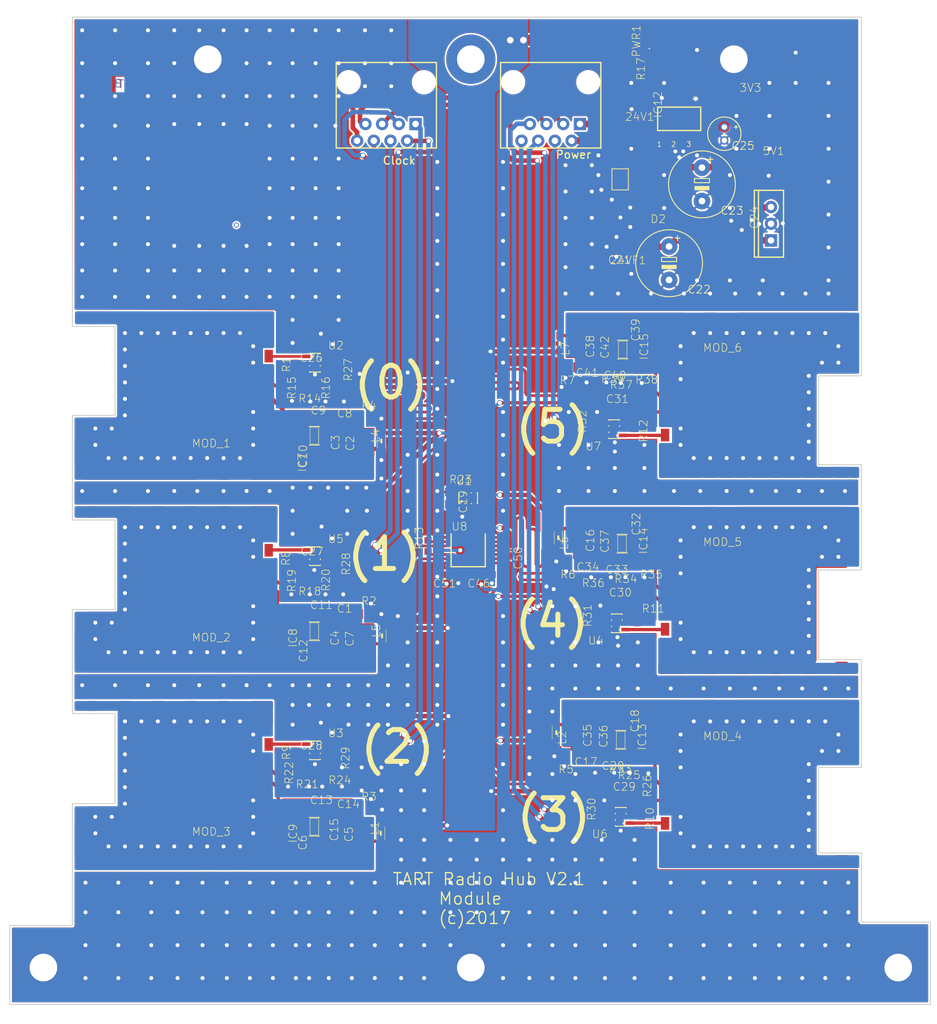
<source format=kicad_pcb>
(kicad_pcb (version 20171130) (host pcbnew "(5.1.9)-1")
  (layers (0 Top signal) (31 Bottom signal) (34 B.Paste user) (35 F.Paste user) (36 B.SilkS user) (37 F.SilkS user) (38 B.Mask user) (39 F.Mask user) (44 Edge.Cuts user))
  (net 0 "")
  (net 1 DT_3)
  (net 2 +3V3)
  (net 3 DT_4)
  (net 4 DT_2)
  (net 5 DT_1)
  (net 6 DT_5)
  (net 7 GND)
  (net 8 RO_CLK)
  (net 9 +5V)
  (net 10 DT0_P)
  (net 11 DT0_N)
  (net 12 DT1_P)
  (net 13 DT1_N)
  (net 14 DT2_P)
  (net 15 DT2_N)
  (net 16 DT3_P)
  (net 17 DT3_N)
  (net 18 DT4_P)
  (net 19 DT4_N)
  (net 20 DT5_P)
  (net 21 DT5_N)
  (net 22 DT_0)
  (net 23 CLK0)
  (net 24 CLK1)
  (net 25 CLK2)
  (net 26 CLK3)
  (net 27 CLK4)
  (net 28 CLK5)
  (net 29 N$2)
  (net 30 "Net-(C1-Pad2)")
  (net 31 "Net-(C1-Pad1)")
  (net 32 "Net-(C10-Pad1)")
  (net 33 "Net-(C9-Pad1)")
  (net 34 "Net-(C2-Pad1)")
  (net 35 "Net-(C10-Pad2)")
  (net 36 "Net-(C12-Pad1)")
  (net 37 "Net-(C13-Pad2)")
  (net 38 "Net-(C6-Pad1)")
  (net 39 "Net-(C17-Pad2)")
  (net 40 "Net-(C18-Pad1)")
  (net 41 "Net-(C16-Pad2)")
  (net 42 "Net-(C32-Pad1)")
  (net 43 "Net-(C38-Pad2)")
  (net 44 "Net-(C39-Pad1)")
  (net 45 "Net-(C11-Pad1)")
  (net 46 "Net-(C14-Pad1)")
  (net 47 "Net-(C13-Pad1)")
  (net 48 "Net-(C16-Pad1)")
  (net 49 "Net-(C20-Pad1)")
  (net 50 "Net-(C17-Pad1)")
  (net 51 "Net-(C33-Pad1)")
  (net 52 "Net-(C38-Pad1)")
  (net 53 "Net-(C40-Pad1)")
  (net 54 /RadioHub2.1_2/CLK_N)
  (net 55 /RadioHub2.1_2/CLK_P)
  (net 56 /RadioHub2.1_2/+24V_CABLE)
  (net 57 /RadioHub2.1_2/GND_CABLE)
  (net 58 "Net-(R1-Pad1)")
  (net 59 "Net-(R9-Pad1)")
  (net 60 "Net-(R11-Pad1)")
  (net 61 "Net-(R8-Pad1)")
  (net 62 "Net-(R10-Pad1)")
  (net 63 "Net-(R12-Pad1)")
  (net 64 /RadioHub2.1_4/CLK5Y)
  (net 65 /RadioHub2.1_4/CLK2Y)
  (net 66 /RadioHub2.1_4/CLK4Y)
  (net 67 /RadioHub2.1_4/CLK3Y)
  (net 68 /RadioHub2.1_4/CLK1Y)
  (net 69 /RadioHub2.1_4/CLK0Y)
  (net 70 "Net-(R13-Pad2)")
  (net 71 "Net-(PWR1-PadA)")
  (net 72 "Net-(24VF1-PadTP)")
  (module RadioHub2.1:GPS_RADIO_MODULE (layer Top) (at 118.5011 75.0036 180)
    (fp_text reference MOD_1 (at 6.35 -19.05) (layer F.SilkS) (effects (font (size 1.2065 1.2065) (thickness 0.09652)) (justify right top)))
    (fp_text value GPS_RADIO_MODULE hide)
    (pad GND@1 smd rect (at 5 -24.365) (size 1.9304 1.27) (layers Top F.Paste F.Mask) (net 35 "Net-(C10-Pad2)"))
    (pad GND@10 smd rect (at 5 -0.635 180) (size 1.9304 1.27) (layers Top F.Paste F.Mask) (net 35 "Net-(C10-Pad2)"))
    (pad V12 thru_hole circle (at 24.5 -17.5 180) (size 0.9 0.9) (drill 0.6) (layers *.Cu *.Mask) (net 35 "Net-(C10-Pad2)"))
    (pad V13 thru_hole circle (at 22.5 -15.5 180) (size 0.9 0.9) (drill 0.6) (layers *.Cu *.Mask) (net 35 "Net-(C10-Pad2)"))
    (pad V14 thru_hole circle (at 22.5 -13 180) (size 0.9 0.9) (drill 0.6) (layers *.Cu *.Mask) (net 35 "Net-(C10-Pad2)"))
    (pad V15 thru_hole circle (at 22.5 -10.5 180) (size 0.9 0.9) (drill 0.6) (layers *.Cu *.Mask) (net 35 "Net-(C10-Pad2)"))
    (pad V16 thru_hole circle (at 22.5 -8 180) (size 0.9 0.9) (drill 0.6) (layers *.Cu *.Mask) (net 35 "Net-(C10-Pad2)"))
    (pad V17 thru_hole circle (at 22.5 -5.5 180) (size 0.9 0.9) (drill 0.6) (layers *.Cu *.Mask) (net 35 "Net-(C10-Pad2)"))
    (pad V10 thru_hole circle (at 27 -20 180) (size 0.9 0.9) (drill 0.6) (layers *.Cu *.Mask) (net 35 "Net-(C10-Pad2)"))
    (pad V1 thru_hole circle (at 5 -22 180) (size 0.9 0.9) (drill 0.6) (layers *.Cu *.Mask) (net 35 "Net-(C10-Pad2)"))
    (pad V25 thru_hole circle (at 5 -3 180) (size 0.9 0.9) (drill 0.6) (layers *.Cu *.Mask) (net 35 "Net-(C10-Pad2)"))
    (pad V18 thru_hole circle (at 22.5 -3 180) (size 0.9 0.9) (drill 0.6) (layers *.Cu *.Mask) (net 35 "Net-(C10-Pad2)"))
    (pad V19 thru_hole circle (at 20 -3 180) (size 0.9 0.9) (drill 0.6) (layers *.Cu *.Mask) (net 35 "Net-(C10-Pad2)"))
    (pad V20 thru_hole circle (at 17.5 -3 180) (size 0.9 0.9) (drill 0.6) (layers *.Cu *.Mask) (net 35 "Net-(C10-Pad2)"))
    (pad V21 thru_hole circle (at 15 -3 180) (size 0.9 0.9) (drill 0.6) (layers *.Cu *.Mask) (net 35 "Net-(C10-Pad2)"))
    (pad V22 thru_hole circle (at 12.5 -3 180) (size 0.9 0.9) (drill 0.6) (layers *.Cu *.Mask) (net 35 "Net-(C10-Pad2)"))
    (pad V23 thru_hole circle (at 10 -3 180) (size 0.9 0.9) (drill 0.6) (layers *.Cu *.Mask) (net 35 "Net-(C10-Pad2)"))
    (pad V24 thru_hole circle (at 7.5 -3 180) (size 0.9 0.9) (drill 0.6) (layers *.Cu *.Mask) (net 35 "Net-(C10-Pad2)"))
    (pad V11 thru_hole circle (at 27 -17.5 180) (size 0.9 0.9) (drill 0.6) (layers *.Cu *.Mask) (net 35 "Net-(C10-Pad2)"))
    (pad V9 thru_hole circle (at 25 -22 180) (size 0.9 0.9) (drill 0.6) (layers *.Cu *.Mask) (net 35 "Net-(C10-Pad2)"))
    (pad V8 thru_hole circle (at 22.5 -22 180) (size 0.9 0.9) (drill 0.6) (layers *.Cu *.Mask) (net 35 "Net-(C10-Pad2)"))
    (pad V7 thru_hole circle (at 20 -22 180) (size 0.9 0.9) (drill 0.6) (layers *.Cu *.Mask) (net 35 "Net-(C10-Pad2)"))
    (pad V6 thru_hole circle (at 17.5 -22 180) (size 0.9 0.9) (drill 0.6) (layers *.Cu *.Mask) (net 35 "Net-(C10-Pad2)"))
    (pad V5 thru_hole circle (at 15 -22 180) (size 0.9 0.9) (drill 0.6) (layers *.Cu *.Mask) (net 35 "Net-(C10-Pad2)"))
    (pad V4 thru_hole circle (at 12.5 -22 180) (size 0.9 0.9) (drill 0.6) (layers *.Cu *.Mask) (net 35 "Net-(C10-Pad2)"))
    (pad V3 thru_hole circle (at 10 -22 180) (size 0.9 0.9) (drill 0.6) (layers *.Cu *.Mask) (net 35 "Net-(C10-Pad2)"))
    (pad V2 thru_hole circle (at 7.5 -22 180) (size 0.9 0.9) (drill 0.6) (layers *.Cu *.Mask) (net 35 "Net-(C10-Pad2)"))
    (pad V30 thru_hole circle (at 3 -20 180) (size 0.9 0.9) (drill 0.6) (layers *.Cu *.Mask) (net 35 "Net-(C10-Pad2)"))
    (pad V29 thru_hole circle (at 3 -17.5 180) (size 0.9 0.9) (drill 0.6) (layers *.Cu *.Mask) (net 35 "Net-(C10-Pad2)"))
    (pad V28 thru_hole circle (at 3 -15 180) (size 0.9 0.9) (drill 0.6) (layers *.Cu *.Mask) (net 35 "Net-(C10-Pad2)"))
    (pad V27 thru_hole circle (at 3 -7.5 180) (size 0.9 0.9) (drill 0.6) (layers *.Cu *.Mask) (net 35 "Net-(C10-Pad2)"))
    (pad V26 thru_hole circle (at 3 -5 180) (size 0.9 0.9) (drill 0.6) (layers *.Cu *.Mask) (net 35 "Net-(C10-Pad2)"))
    (pad GND@3 smd rect (at 29.5174 -24.365) (size 0.9652 1.27) (layers Top F.Paste F.Mask) (net 35 "Net-(C10-Pad2)"))
    (pad GND@5 smd rect (at 29.5174 -0.635 180) (size 0.9652 1.27) (layers Top F.Paste F.Mask) (net 35 "Net-(C10-Pad2)"))
    (pad 2V8@11 smd rect (at 0.635 -2.5 90) (size 1.9304 1.27) (layers Top F.Paste F.Mask) (net 32 "Net-(C10-Pad1)"))
    (pad DT@12 smd rect (at 0.635 -6.5 90) (size 1.9304 1.27) (layers Top F.Paste F.Mask) (net 22 DT_0))
    (pad CKIN@13 smd rect (at 0.635 -10 90) (size 1.9304 1.27) (layers Top F.Paste F.Mask) (net 23 CLK0))
    (pad GND@14 smd rect (at 0.635 -15 90) (size 1.9304 1.27) (layers Top F.Paste F.Mask) (net 35 "Net-(C10-Pad2)"))
    (pad 2V8@15 smd rect (at 0.635 -18.5 90) (size 1.9304 1.27) (layers Top F.Paste F.Mask) (net 32 "Net-(C10-Pad1)"))
    (pad 2V8@16 smd rect (at 0.635 -22.5 90) (size 1.9304 1.27) (layers Top F.Paste F.Mask) (net 32 "Net-(C10-Pad1)"))
    (pad GND@2 smd rect (at 10 -24.365) (size 1.9304 1.27) (layers Top F.Paste F.Mask) (net 35 "Net-(C10-Pad2)"))
    (pad GND@4 smd rect (at 29.365 -17.5 270) (size 1.9304 1.27) (layers Top F.Paste F.Mask) (net 35 "Net-(C10-Pad2)"))
    (pad GND@6 smd rect (at 25 -0.635 180) (size 1.9304 1.27) (layers Top F.Paste F.Mask) (net 35 "Net-(C10-Pad2)"))
    (pad GND@7 smd rect (at 20 -0.635 180) (size 1.9304 1.27) (layers Top F.Paste F.Mask) (net 35 "Net-(C10-Pad2)"))
    (pad GND@8 smd rect (at 15 -0.635 180) (size 1.9304 1.27) (layers Top F.Paste F.Mask) (net 35 "Net-(C10-Pad2)"))
    (pad GND@9 smd rect (at 10 -0.635 180) (size 1.9304 1.27) (layers Top F.Paste F.Mask) (net 35 "Net-(C10-Pad2)"))
  )
  (module RadioHub2.1:GPS_RADIO_MODULE (layer Top) (at 118.5011 104.5036 180)
    (fp_text reference MOD_2 (at 6.35 -19.05) (layer F.SilkS) (effects (font (size 1.2065 1.2065) (thickness 0.09652)) (justify right top)))
    (fp_text value GPS_RADIO_MODULE hide)
    (pad GND@1 smd rect (at 5 -24.365) (size 1.9304 1.27) (layers Top F.Paste F.Mask) (net 30 "Net-(C1-Pad2)"))
    (pad GND@10 smd rect (at 5 -0.635 180) (size 1.9304 1.27) (layers Top F.Paste F.Mask) (net 30 "Net-(C1-Pad2)"))
    (pad V12 thru_hole circle (at 24.5 -17.5 180) (size 0.9 0.9) (drill 0.6) (layers *.Cu *.Mask) (net 30 "Net-(C1-Pad2)"))
    (pad V13 thru_hole circle (at 22.5 -15.5 180) (size 0.9 0.9) (drill 0.6) (layers *.Cu *.Mask) (net 30 "Net-(C1-Pad2)"))
    (pad V14 thru_hole circle (at 22.5 -13 180) (size 0.9 0.9) (drill 0.6) (layers *.Cu *.Mask) (net 30 "Net-(C1-Pad2)"))
    (pad V15 thru_hole circle (at 22.5 -10.5 180) (size 0.9 0.9) (drill 0.6) (layers *.Cu *.Mask) (net 30 "Net-(C1-Pad2)"))
    (pad V16 thru_hole circle (at 22.5 -8 180) (size 0.9 0.9) (drill 0.6) (layers *.Cu *.Mask) (net 30 "Net-(C1-Pad2)"))
    (pad V17 thru_hole circle (at 22.5 -5.5 180) (size 0.9 0.9) (drill 0.6) (layers *.Cu *.Mask) (net 30 "Net-(C1-Pad2)"))
    (pad V10 thru_hole circle (at 27 -20 180) (size 0.9 0.9) (drill 0.6) (layers *.Cu *.Mask) (net 30 "Net-(C1-Pad2)"))
    (pad V1 thru_hole circle (at 5 -22 180) (size 0.9 0.9) (drill 0.6) (layers *.Cu *.Mask) (net 30 "Net-(C1-Pad2)"))
    (pad V25 thru_hole circle (at 5 -3 180) (size 0.9 0.9) (drill 0.6) (layers *.Cu *.Mask) (net 30 "Net-(C1-Pad2)"))
    (pad V18 thru_hole circle (at 22.5 -3 180) (size 0.9 0.9) (drill 0.6) (layers *.Cu *.Mask) (net 30 "Net-(C1-Pad2)"))
    (pad V19 thru_hole circle (at 20 -3 180) (size 0.9 0.9) (drill 0.6) (layers *.Cu *.Mask) (net 30 "Net-(C1-Pad2)"))
    (pad V20 thru_hole circle (at 17.5 -3 180) (size 0.9 0.9) (drill 0.6) (layers *.Cu *.Mask) (net 30 "Net-(C1-Pad2)"))
    (pad V21 thru_hole circle (at 15 -3 180) (size 0.9 0.9) (drill 0.6) (layers *.Cu *.Mask) (net 30 "Net-(C1-Pad2)"))
    (pad V22 thru_hole circle (at 12.5 -3 180) (size 0.9 0.9) (drill 0.6) (layers *.Cu *.Mask) (net 30 "Net-(C1-Pad2)"))
    (pad V23 thru_hole circle (at 10 -3 180) (size 0.9 0.9) (drill 0.6) (layers *.Cu *.Mask) (net 30 "Net-(C1-Pad2)"))
    (pad V24 thru_hole circle (at 7.5 -3 180) (size 0.9 0.9) (drill 0.6) (layers *.Cu *.Mask) (net 30 "Net-(C1-Pad2)"))
    (pad V11 thru_hole circle (at 27 -17.5 180) (size 0.9 0.9) (drill 0.6) (layers *.Cu *.Mask) (net 30 "Net-(C1-Pad2)"))
    (pad V9 thru_hole circle (at 25 -22 180) (size 0.9 0.9) (drill 0.6) (layers *.Cu *.Mask) (net 30 "Net-(C1-Pad2)"))
    (pad V8 thru_hole circle (at 22.5 -22 180) (size 0.9 0.9) (drill 0.6) (layers *.Cu *.Mask) (net 30 "Net-(C1-Pad2)"))
    (pad V7 thru_hole circle (at 20 -22 180) (size 0.9 0.9) (drill 0.6) (layers *.Cu *.Mask) (net 30 "Net-(C1-Pad2)"))
    (pad V6 thru_hole circle (at 17.5 -22 180) (size 0.9 0.9) (drill 0.6) (layers *.Cu *.Mask) (net 30 "Net-(C1-Pad2)"))
    (pad V5 thru_hole circle (at 15 -22 180) (size 0.9 0.9) (drill 0.6) (layers *.Cu *.Mask) (net 30 "Net-(C1-Pad2)"))
    (pad V4 thru_hole circle (at 12.5 -22 180) (size 0.9 0.9) (drill 0.6) (layers *.Cu *.Mask) (net 30 "Net-(C1-Pad2)"))
    (pad V3 thru_hole circle (at 10 -22 180) (size 0.9 0.9) (drill 0.6) (layers *.Cu *.Mask) (net 30 "Net-(C1-Pad2)"))
    (pad V2 thru_hole circle (at 7.5 -22 180) (size 0.9 0.9) (drill 0.6) (layers *.Cu *.Mask) (net 30 "Net-(C1-Pad2)"))
    (pad V30 thru_hole circle (at 3 -20 180) (size 0.9 0.9) (drill 0.6) (layers *.Cu *.Mask) (net 30 "Net-(C1-Pad2)"))
    (pad V29 thru_hole circle (at 3 -17.5 180) (size 0.9 0.9) (drill 0.6) (layers *.Cu *.Mask) (net 30 "Net-(C1-Pad2)"))
    (pad V28 thru_hole circle (at 3 -15 180) (size 0.9 0.9) (drill 0.6) (layers *.Cu *.Mask) (net 30 "Net-(C1-Pad2)"))
    (pad V27 thru_hole circle (at 3 -7.5 180) (size 0.9 0.9) (drill 0.6) (layers *.Cu *.Mask) (net 30 "Net-(C1-Pad2)"))
    (pad V26 thru_hole circle (at 3 -5 180) (size 0.9 0.9) (drill 0.6) (layers *.Cu *.Mask) (net 30 "Net-(C1-Pad2)"))
    (pad GND@3 smd rect (at 29.5174 -24.365) (size 0.9652 1.27) (layers Top F.Paste F.Mask) (net 30 "Net-(C1-Pad2)"))
    (pad GND@5 smd rect (at 29.5174 -0.635 180) (size 0.9652 1.27) (layers Top F.Paste F.Mask) (net 30 "Net-(C1-Pad2)"))
    (pad 2V8@11 smd rect (at 0.635 -2.5 90) (size 1.9304 1.27) (layers Top F.Paste F.Mask) (net 36 "Net-(C12-Pad1)"))
    (pad DT@12 smd rect (at 0.635 -6.5 90) (size 1.9304 1.27) (layers Top F.Paste F.Mask) (net 5 DT_1))
    (pad CKIN@13 smd rect (at 0.635 -10 90) (size 1.9304 1.27) (layers Top F.Paste F.Mask) (net 24 CLK1))
    (pad GND@14 smd rect (at 0.635 -15 90) (size 1.9304 1.27) (layers Top F.Paste F.Mask) (net 30 "Net-(C1-Pad2)"))
    (pad 2V8@15 smd rect (at 0.635 -18.5 90) (size 1.9304 1.27) (layers Top F.Paste F.Mask) (net 36 "Net-(C12-Pad1)"))
    (pad 2V8@16 smd rect (at 0.635 -22.5 90) (size 1.9304 1.27) (layers Top F.Paste F.Mask) (net 36 "Net-(C12-Pad1)"))
    (pad GND@2 smd rect (at 10 -24.365) (size 1.9304 1.27) (layers Top F.Paste F.Mask) (net 30 "Net-(C1-Pad2)"))
    (pad GND@4 smd rect (at 29.365 -17.5 270) (size 1.9304 1.27) (layers Top F.Paste F.Mask) (net 30 "Net-(C1-Pad2)"))
    (pad GND@6 smd rect (at 25 -0.635 180) (size 1.9304 1.27) (layers Top F.Paste F.Mask) (net 30 "Net-(C1-Pad2)"))
    (pad GND@7 smd rect (at 20 -0.635 180) (size 1.9304 1.27) (layers Top F.Paste F.Mask) (net 30 "Net-(C1-Pad2)"))
    (pad GND@8 smd rect (at 15 -0.635 180) (size 1.9304 1.27) (layers Top F.Paste F.Mask) (net 30 "Net-(C1-Pad2)"))
    (pad GND@9 smd rect (at 10 -0.635 180) (size 1.9304 1.27) (layers Top F.Paste F.Mask) (net 30 "Net-(C1-Pad2)"))
  )
  (module RadioHub2.1:GPS_RADIO_MODULE (layer Top) (at 118.5011 134.0036 180)
    (fp_text reference MOD_3 (at 6.35 -19.05) (layer F.SilkS) (effects (font (size 1.2065 1.2065) (thickness 0.09652)) (justify right top)))
    (fp_text value GPS_RADIO_MODULE hide)
    (pad GND@1 smd rect (at 5 -24.365) (size 1.9304 1.27) (layers Top F.Paste F.Mask) (net 37 "Net-(C13-Pad2)"))
    (pad GND@10 smd rect (at 5 -0.635 180) (size 1.9304 1.27) (layers Top F.Paste F.Mask) (net 37 "Net-(C13-Pad2)"))
    (pad V12 thru_hole circle (at 24.5 -17.5 180) (size 0.9 0.9) (drill 0.6) (layers *.Cu *.Mask) (net 37 "Net-(C13-Pad2)"))
    (pad V13 thru_hole circle (at 22.5 -15.5 180) (size 0.9 0.9) (drill 0.6) (layers *.Cu *.Mask) (net 37 "Net-(C13-Pad2)"))
    (pad V14 thru_hole circle (at 22.5 -13 180) (size 0.9 0.9) (drill 0.6) (layers *.Cu *.Mask) (net 37 "Net-(C13-Pad2)"))
    (pad V15 thru_hole circle (at 22.5 -10.5 180) (size 0.9 0.9) (drill 0.6) (layers *.Cu *.Mask) (net 37 "Net-(C13-Pad2)"))
    (pad V16 thru_hole circle (at 22.5 -8 180) (size 0.9 0.9) (drill 0.6) (layers *.Cu *.Mask) (net 37 "Net-(C13-Pad2)"))
    (pad V17 thru_hole circle (at 22.5 -5.5 180) (size 0.9 0.9) (drill 0.6) (layers *.Cu *.Mask) (net 37 "Net-(C13-Pad2)"))
    (pad V10 thru_hole circle (at 27 -20 180) (size 0.9 0.9) (drill 0.6) (layers *.Cu *.Mask) (net 37 "Net-(C13-Pad2)"))
    (pad V1 thru_hole circle (at 5 -22 180) (size 0.9 0.9) (drill 0.6) (layers *.Cu *.Mask) (net 37 "Net-(C13-Pad2)"))
    (pad V25 thru_hole circle (at 5 -3 180) (size 0.9 0.9) (drill 0.6) (layers *.Cu *.Mask) (net 37 "Net-(C13-Pad2)"))
    (pad V18 thru_hole circle (at 22.5 -3 180) (size 0.9 0.9) (drill 0.6) (layers *.Cu *.Mask) (net 37 "Net-(C13-Pad2)"))
    (pad V19 thru_hole circle (at 20 -3 180) (size 0.9 0.9) (drill 0.6) (layers *.Cu *.Mask) (net 37 "Net-(C13-Pad2)"))
    (pad V20 thru_hole circle (at 17.5 -3 180) (size 0.9 0.9) (drill 0.6) (layers *.Cu *.Mask) (net 37 "Net-(C13-Pad2)"))
    (pad V21 thru_hole circle (at 15 -3 180) (size 0.9 0.9) (drill 0.6) (layers *.Cu *.Mask) (net 37 "Net-(C13-Pad2)"))
    (pad V22 thru_hole circle (at 12.5 -3 180) (size 0.9 0.9) (drill 0.6) (layers *.Cu *.Mask) (net 37 "Net-(C13-Pad2)"))
    (pad V23 thru_hole circle (at 10 -3 180) (size 0.9 0.9) (drill 0.6) (layers *.Cu *.Mask) (net 37 "Net-(C13-Pad2)"))
    (pad V24 thru_hole circle (at 7.5 -3 180) (size 0.9 0.9) (drill 0.6) (layers *.Cu *.Mask) (net 37 "Net-(C13-Pad2)"))
    (pad V11 thru_hole circle (at 27 -17.5 180) (size 0.9 0.9) (drill 0.6) (layers *.Cu *.Mask) (net 37 "Net-(C13-Pad2)"))
    (pad V9 thru_hole circle (at 25 -22 180) (size 0.9 0.9) (drill 0.6) (layers *.Cu *.Mask) (net 37 "Net-(C13-Pad2)"))
    (pad V8 thru_hole circle (at 22.5 -22 180) (size 0.9 0.9) (drill 0.6) (layers *.Cu *.Mask) (net 37 "Net-(C13-Pad2)"))
    (pad V7 thru_hole circle (at 20 -22 180) (size 0.9 0.9) (drill 0.6) (layers *.Cu *.Mask) (net 37 "Net-(C13-Pad2)"))
    (pad V6 thru_hole circle (at 17.5 -22 180) (size 0.9 0.9) (drill 0.6) (layers *.Cu *.Mask) (net 37 "Net-(C13-Pad2)"))
    (pad V5 thru_hole circle (at 15 -22 180) (size 0.9 0.9) (drill 0.6) (layers *.Cu *.Mask) (net 37 "Net-(C13-Pad2)"))
    (pad V4 thru_hole circle (at 12.5 -22 180) (size 0.9 0.9) (drill 0.6) (layers *.Cu *.Mask) (net 37 "Net-(C13-Pad2)"))
    (pad V3 thru_hole circle (at 10 -22 180) (size 0.9 0.9) (drill 0.6) (layers *.Cu *.Mask) (net 37 "Net-(C13-Pad2)"))
    (pad V2 thru_hole circle (at 7.5 -22 180) (size 0.9 0.9) (drill 0.6) (layers *.Cu *.Mask) (net 37 "Net-(C13-Pad2)"))
    (pad V30 thru_hole circle (at 3 -20 180) (size 0.9 0.9) (drill 0.6) (layers *.Cu *.Mask) (net 37 "Net-(C13-Pad2)"))
    (pad V29 thru_hole circle (at 3 -17.5 180) (size 0.9 0.9) (drill 0.6) (layers *.Cu *.Mask) (net 37 "Net-(C13-Pad2)"))
    (pad V28 thru_hole circle (at 3 -15 180) (size 0.9 0.9) (drill 0.6) (layers *.Cu *.Mask) (net 37 "Net-(C13-Pad2)"))
    (pad V27 thru_hole circle (at 3 -7.5 180) (size 0.9 0.9) (drill 0.6) (layers *.Cu *.Mask) (net 37 "Net-(C13-Pad2)"))
    (pad V26 thru_hole circle (at 3 -5 180) (size 0.9 0.9) (drill 0.6) (layers *.Cu *.Mask) (net 37 "Net-(C13-Pad2)"))
    (pad GND@3 smd rect (at 29.5174 -24.365) (size 0.9652 1.27) (layers Top F.Paste F.Mask) (net 37 "Net-(C13-Pad2)"))
    (pad GND@5 smd rect (at 29.5174 -0.635 180) (size 0.9652 1.27) (layers Top F.Paste F.Mask) (net 37 "Net-(C13-Pad2)"))
    (pad 2V8@11 smd rect (at 0.635 -2.5 90) (size 1.9304 1.27) (layers Top F.Paste F.Mask) (net 38 "Net-(C6-Pad1)"))
    (pad DT@12 smd rect (at 0.635 -6.5 90) (size 1.9304 1.27) (layers Top F.Paste F.Mask) (net 4 DT_2))
    (pad CKIN@13 smd rect (at 0.635 -10 90) (size 1.9304 1.27) (layers Top F.Paste F.Mask) (net 25 CLK2))
    (pad GND@14 smd rect (at 0.635 -15 90) (size 1.9304 1.27) (layers Top F.Paste F.Mask) (net 37 "Net-(C13-Pad2)"))
    (pad 2V8@15 smd rect (at 0.635 -18.5 90) (size 1.9304 1.27) (layers Top F.Paste F.Mask) (net 38 "Net-(C6-Pad1)"))
    (pad 2V8@16 smd rect (at 0.635 -22.5 90) (size 1.9304 1.27) (layers Top F.Paste F.Mask) (net 38 "Net-(C6-Pad1)"))
    (pad GND@2 smd rect (at 10 -24.365) (size 1.9304 1.27) (layers Top F.Paste F.Mask) (net 37 "Net-(C13-Pad2)"))
    (pad GND@4 smd rect (at 29.365 -17.5 270) (size 1.9304 1.27) (layers Top F.Paste F.Mask) (net 37 "Net-(C13-Pad2)"))
    (pad GND@6 smd rect (at 25 -0.635 180) (size 1.9304 1.27) (layers Top F.Paste F.Mask) (net 37 "Net-(C13-Pad2)"))
    (pad GND@7 smd rect (at 20 -0.635 180) (size 1.9304 1.27) (layers Top F.Paste F.Mask) (net 37 "Net-(C13-Pad2)"))
    (pad GND@8 smd rect (at 15 -0.635 180) (size 1.9304 1.27) (layers Top F.Paste F.Mask) (net 37 "Net-(C13-Pad2)"))
    (pad GND@9 smd rect (at 10 -0.635 180) (size 1.9304 1.27) (layers Top F.Paste F.Mask) (net 37 "Net-(C13-Pad2)"))
  )
  (module RadioHub2.1:GPS_RADIO_MODULE (layer Top) (at 177.5011 159.0036)
    (fp_text reference MOD_4 (at 6.35 -19.05) (layer F.SilkS) (effects (font (size 1.2065 1.2065) (thickness 0.09652)) (justify left bottom)))
    (fp_text value GPS_RADIO_MODULE hide)
    (pad GND@1 smd rect (at 5 -24.365 180) (size 1.9304 1.27) (layers Top F.Paste F.Mask) (net 39 "Net-(C17-Pad2)"))
    (pad GND@10 smd rect (at 5 -0.635) (size 1.9304 1.27) (layers Top F.Paste F.Mask) (net 39 "Net-(C17-Pad2)"))
    (pad V12 thru_hole circle (at 24.5 -17.5) (size 0.9 0.9) (drill 0.6) (layers *.Cu *.Mask) (net 39 "Net-(C17-Pad2)"))
    (pad V13 thru_hole circle (at 22.5 -15.5) (size 0.9 0.9) (drill 0.6) (layers *.Cu *.Mask) (net 39 "Net-(C17-Pad2)"))
    (pad V14 thru_hole circle (at 22.5 -13) (size 0.9 0.9) (drill 0.6) (layers *.Cu *.Mask) (net 39 "Net-(C17-Pad2)"))
    (pad V15 thru_hole circle (at 22.5 -10.5) (size 0.9 0.9) (drill 0.6) (layers *.Cu *.Mask) (net 39 "Net-(C17-Pad2)"))
    (pad V16 thru_hole circle (at 22.5 -8) (size 0.9 0.9) (drill 0.6) (layers *.Cu *.Mask) (net 39 "Net-(C17-Pad2)"))
    (pad V17 thru_hole circle (at 22.5 -5.5) (size 0.9 0.9) (drill 0.6) (layers *.Cu *.Mask) (net 39 "Net-(C17-Pad2)"))
    (pad V10 thru_hole circle (at 27 -20) (size 0.9 0.9) (drill 0.6) (layers *.Cu *.Mask) (net 39 "Net-(C17-Pad2)"))
    (pad V1 thru_hole circle (at 5 -22) (size 0.9 0.9) (drill 0.6) (layers *.Cu *.Mask) (net 39 "Net-(C17-Pad2)"))
    (pad V25 thru_hole circle (at 5 -3) (size 0.9 0.9) (drill 0.6) (layers *.Cu *.Mask) (net 39 "Net-(C17-Pad2)"))
    (pad V18 thru_hole circle (at 22.5 -3) (size 0.9 0.9) (drill 0.6) (layers *.Cu *.Mask) (net 39 "Net-(C17-Pad2)"))
    (pad V19 thru_hole circle (at 20 -3) (size 0.9 0.9) (drill 0.6) (layers *.Cu *.Mask) (net 39 "Net-(C17-Pad2)"))
    (pad V20 thru_hole circle (at 17.5 -3) (size 0.9 0.9) (drill 0.6) (layers *.Cu *.Mask) (net 39 "Net-(C17-Pad2)"))
    (pad V21 thru_hole circle (at 15 -3) (size 0.9 0.9) (drill 0.6) (layers *.Cu *.Mask) (net 39 "Net-(C17-Pad2)"))
    (pad V22 thru_hole circle (at 12.5 -3) (size 0.9 0.9) (drill 0.6) (layers *.Cu *.Mask) (net 39 "Net-(C17-Pad2)"))
    (pad V23 thru_hole circle (at 10 -3) (size 0.9 0.9) (drill 0.6) (layers *.Cu *.Mask) (net 39 "Net-(C17-Pad2)"))
    (pad V24 thru_hole circle (at 7.5 -3) (size 0.9 0.9) (drill 0.6) (layers *.Cu *.Mask) (net 39 "Net-(C17-Pad2)"))
    (pad V11 thru_hole circle (at 27 -17.5) (size 0.9 0.9) (drill 0.6) (layers *.Cu *.Mask) (net 39 "Net-(C17-Pad2)"))
    (pad V9 thru_hole circle (at 25 -22) (size 0.9 0.9) (drill 0.6) (layers *.Cu *.Mask) (net 39 "Net-(C17-Pad2)"))
    (pad V8 thru_hole circle (at 22.5 -22) (size 0.9 0.9) (drill 0.6) (layers *.Cu *.Mask) (net 39 "Net-(C17-Pad2)"))
    (pad V7 thru_hole circle (at 20 -22) (size 0.9 0.9) (drill 0.6) (layers *.Cu *.Mask) (net 39 "Net-(C17-Pad2)"))
    (pad V6 thru_hole circle (at 17.5 -22) (size 0.9 0.9) (drill 0.6) (layers *.Cu *.Mask) (net 39 "Net-(C17-Pad2)"))
    (pad V5 thru_hole circle (at 15 -22) (size 0.9 0.9) (drill 0.6) (layers *.Cu *.Mask) (net 39 "Net-(C17-Pad2)"))
    (pad V4 thru_hole circle (at 12.5 -22) (size 0.9 0.9) (drill 0.6) (layers *.Cu *.Mask) (net 39 "Net-(C17-Pad2)"))
    (pad V3 thru_hole circle (at 10 -22) (size 0.9 0.9) (drill 0.6) (layers *.Cu *.Mask) (net 39 "Net-(C17-Pad2)"))
    (pad V2 thru_hole circle (at 7.5 -22) (size 0.9 0.9) (drill 0.6) (layers *.Cu *.Mask) (net 39 "Net-(C17-Pad2)"))
    (pad V30 thru_hole circle (at 3 -20) (size 0.9 0.9) (drill 0.6) (layers *.Cu *.Mask) (net 39 "Net-(C17-Pad2)"))
    (pad V29 thru_hole circle (at 3 -17.5) (size 0.9 0.9) (drill 0.6) (layers *.Cu *.Mask) (net 39 "Net-(C17-Pad2)"))
    (pad V28 thru_hole circle (at 3 -15) (size 0.9 0.9) (drill 0.6) (layers *.Cu *.Mask) (net 39 "Net-(C17-Pad2)"))
    (pad V27 thru_hole circle (at 3 -7.5) (size 0.9 0.9) (drill 0.6) (layers *.Cu *.Mask) (net 39 "Net-(C17-Pad2)"))
    (pad V26 thru_hole circle (at 3 -5) (size 0.9 0.9) (drill 0.6) (layers *.Cu *.Mask) (net 39 "Net-(C17-Pad2)"))
    (pad GND@3 smd rect (at 29.5174 -24.365 180) (size 0.9652 1.27) (layers Top F.Paste F.Mask) (net 39 "Net-(C17-Pad2)"))
    (pad GND@5 smd rect (at 29.5174 -0.635) (size 0.9652 1.27) (layers Top F.Paste F.Mask) (net 39 "Net-(C17-Pad2)"))
    (pad 2V8@11 smd rect (at 0.635 -2.5 270) (size 1.9304 1.27) (layers Top F.Paste F.Mask) (net 40 "Net-(C18-Pad1)"))
    (pad DT@12 smd rect (at 0.635 -6.5 270) (size 1.9304 1.27) (layers Top F.Paste F.Mask) (net 1 DT_3))
    (pad CKIN@13 smd rect (at 0.635 -10 270) (size 1.9304 1.27) (layers Top F.Paste F.Mask) (net 26 CLK3))
    (pad GND@14 smd rect (at 0.635 -15 270) (size 1.9304 1.27) (layers Top F.Paste F.Mask) (net 39 "Net-(C17-Pad2)"))
    (pad 2V8@15 smd rect (at 0.635 -18.5 270) (size 1.9304 1.27) (layers Top F.Paste F.Mask) (net 40 "Net-(C18-Pad1)"))
    (pad 2V8@16 smd rect (at 0.635 -22.5 270) (size 1.9304 1.27) (layers Top F.Paste F.Mask) (net 40 "Net-(C18-Pad1)"))
    (pad GND@2 smd rect (at 10 -24.365 180) (size 1.9304 1.27) (layers Top F.Paste F.Mask) (net 39 "Net-(C17-Pad2)"))
    (pad GND@4 smd rect (at 29.365 -17.5 90) (size 1.9304 1.27) (layers Top F.Paste F.Mask) (net 39 "Net-(C17-Pad2)"))
    (pad GND@6 smd rect (at 25 -0.635) (size 1.9304 1.27) (layers Top F.Paste F.Mask) (net 39 "Net-(C17-Pad2)"))
    (pad GND@7 smd rect (at 20 -0.635) (size 1.9304 1.27) (layers Top F.Paste F.Mask) (net 39 "Net-(C17-Pad2)"))
    (pad GND@8 smd rect (at 15 -0.635) (size 1.9304 1.27) (layers Top F.Paste F.Mask) (net 39 "Net-(C17-Pad2)"))
    (pad GND@9 smd rect (at 10 -0.635) (size 1.9304 1.27) (layers Top F.Paste F.Mask) (net 39 "Net-(C17-Pad2)"))
  )
  (module RadioHub2.1:GPS_RADIO_MODULE (layer Top) (at 177.5011 129.5036)
    (fp_text reference MOD_5 (at 6.35 -19.05) (layer F.SilkS) (effects (font (size 1.2065 1.2065) (thickness 0.09652)) (justify left bottom)))
    (fp_text value GPS_RADIO_MODULE hide)
    (pad GND@1 smd rect (at 5 -24.365 180) (size 1.9304 1.27) (layers Top F.Paste F.Mask) (net 41 "Net-(C16-Pad2)"))
    (pad GND@10 smd rect (at 5 -0.635) (size 1.9304 1.27) (layers Top F.Paste F.Mask) (net 41 "Net-(C16-Pad2)"))
    (pad V12 thru_hole circle (at 24.5 -17.5) (size 0.9 0.9) (drill 0.6) (layers *.Cu *.Mask) (net 41 "Net-(C16-Pad2)"))
    (pad V13 thru_hole circle (at 22.5 -15.5) (size 0.9 0.9) (drill 0.6) (layers *.Cu *.Mask) (net 41 "Net-(C16-Pad2)"))
    (pad V14 thru_hole circle (at 22.5 -13) (size 0.9 0.9) (drill 0.6) (layers *.Cu *.Mask) (net 41 "Net-(C16-Pad2)"))
    (pad V15 thru_hole circle (at 22.5 -10.5) (size 0.9 0.9) (drill 0.6) (layers *.Cu *.Mask) (net 41 "Net-(C16-Pad2)"))
    (pad V16 thru_hole circle (at 22.5 -8) (size 0.9 0.9) (drill 0.6) (layers *.Cu *.Mask) (net 41 "Net-(C16-Pad2)"))
    (pad V17 thru_hole circle (at 22.5 -5.5) (size 0.9 0.9) (drill 0.6) (layers *.Cu *.Mask) (net 41 "Net-(C16-Pad2)"))
    (pad V10 thru_hole circle (at 27 -20) (size 0.9 0.9) (drill 0.6) (layers *.Cu *.Mask) (net 41 "Net-(C16-Pad2)"))
    (pad V1 thru_hole circle (at 5 -22) (size 0.9 0.9) (drill 0.6) (layers *.Cu *.Mask) (net 41 "Net-(C16-Pad2)"))
    (pad V25 thru_hole circle (at 5 -3) (size 0.9 0.9) (drill 0.6) (layers *.Cu *.Mask) (net 41 "Net-(C16-Pad2)"))
    (pad V18 thru_hole circle (at 22.5 -3) (size 0.9 0.9) (drill 0.6) (layers *.Cu *.Mask) (net 41 "Net-(C16-Pad2)"))
    (pad V19 thru_hole circle (at 20 -3) (size 0.9 0.9) (drill 0.6) (layers *.Cu *.Mask) (net 41 "Net-(C16-Pad2)"))
    (pad V20 thru_hole circle (at 17.5 -3) (size 0.9 0.9) (drill 0.6) (layers *.Cu *.Mask) (net 41 "Net-(C16-Pad2)"))
    (pad V21 thru_hole circle (at 15 -3) (size 0.9 0.9) (drill 0.6) (layers *.Cu *.Mask) (net 41 "Net-(C16-Pad2)"))
    (pad V22 thru_hole circle (at 12.5 -3) (size 0.9 0.9) (drill 0.6) (layers *.Cu *.Mask) (net 41 "Net-(C16-Pad2)"))
    (pad V23 thru_hole circle (at 10 -3) (size 0.9 0.9) (drill 0.6) (layers *.Cu *.Mask) (net 41 "Net-(C16-Pad2)"))
    (pad V24 thru_hole circle (at 7.5 -3) (size 0.9 0.9) (drill 0.6) (layers *.Cu *.Mask) (net 41 "Net-(C16-Pad2)"))
    (pad V11 thru_hole circle (at 27 -17.5) (size 0.9 0.9) (drill 0.6) (layers *.Cu *.Mask) (net 41 "Net-(C16-Pad2)"))
    (pad V9 thru_hole circle (at 25 -22) (size 0.9 0.9) (drill 0.6) (layers *.Cu *.Mask) (net 41 "Net-(C16-Pad2)"))
    (pad V8 thru_hole circle (at 22.5 -22) (size 0.9 0.9) (drill 0.6) (layers *.Cu *.Mask) (net 41 "Net-(C16-Pad2)"))
    (pad V7 thru_hole circle (at 20 -22) (size 0.9 0.9) (drill 0.6) (layers *.Cu *.Mask) (net 41 "Net-(C16-Pad2)"))
    (pad V6 thru_hole circle (at 17.5 -22) (size 0.9 0.9) (drill 0.6) (layers *.Cu *.Mask) (net 41 "Net-(C16-Pad2)"))
    (pad V5 thru_hole circle (at 15 -22) (size 0.9 0.9) (drill 0.6) (layers *.Cu *.Mask) (net 41 "Net-(C16-Pad2)"))
    (pad V4 thru_hole circle (at 12.5 -22) (size 0.9 0.9) (drill 0.6) (layers *.Cu *.Mask) (net 41 "Net-(C16-Pad2)"))
    (pad V3 thru_hole circle (at 10 -22) (size 0.9 0.9) (drill 0.6) (layers *.Cu *.Mask) (net 41 "Net-(C16-Pad2)"))
    (pad V2 thru_hole circle (at 7.5 -22) (size 0.9 0.9) (drill 0.6) (layers *.Cu *.Mask) (net 41 "Net-(C16-Pad2)"))
    (pad V30 thru_hole circle (at 3 -20) (size 0.9 0.9) (drill 0.6) (layers *.Cu *.Mask) (net 41 "Net-(C16-Pad2)"))
    (pad V29 thru_hole circle (at 3 -17.5) (size 0.9 0.9) (drill 0.6) (layers *.Cu *.Mask) (net 41 "Net-(C16-Pad2)"))
    (pad V28 thru_hole circle (at 3 -15) (size 0.9 0.9) (drill 0.6) (layers *.Cu *.Mask) (net 41 "Net-(C16-Pad2)"))
    (pad V27 thru_hole circle (at 3 -7.5) (size 0.9 0.9) (drill 0.6) (layers *.Cu *.Mask) (net 41 "Net-(C16-Pad2)"))
    (pad V26 thru_hole circle (at 3 -5) (size 0.9 0.9) (drill 0.6) (layers *.Cu *.Mask) (net 41 "Net-(C16-Pad2)"))
    (pad GND@3 smd rect (at 29.5174 -24.365 180) (size 0.9652 1.27) (layers Top F.Paste F.Mask) (net 41 "Net-(C16-Pad2)"))
    (pad GND@5 smd rect (at 29.5174 -0.635) (size 0.9652 1.27) (layers Top F.Paste F.Mask) (net 41 "Net-(C16-Pad2)"))
    (pad 2V8@11 smd rect (at 0.635 -2.5 270) (size 1.9304 1.27) (layers Top F.Paste F.Mask) (net 42 "Net-(C32-Pad1)"))
    (pad DT@12 smd rect (at 0.635 -6.5 270) (size 1.9304 1.27) (layers Top F.Paste F.Mask) (net 3 DT_4))
    (pad CKIN@13 smd rect (at 0.635 -10 270) (size 1.9304 1.27) (layers Top F.Paste F.Mask) (net 27 CLK4))
    (pad GND@14 smd rect (at 0.635 -15 270) (size 1.9304 1.27) (layers Top F.Paste F.Mask) (net 41 "Net-(C16-Pad2)"))
    (pad 2V8@15 smd rect (at 0.635 -18.5 270) (size 1.9304 1.27) (layers Top F.Paste F.Mask) (net 42 "Net-(C32-Pad1)"))
    (pad 2V8@16 smd rect (at 0.635 -22.5 270) (size 1.9304 1.27) (layers Top F.Paste F.Mask) (net 42 "Net-(C32-Pad1)"))
    (pad GND@2 smd rect (at 10 -24.365 180) (size 1.9304 1.27) (layers Top F.Paste F.Mask) (net 41 "Net-(C16-Pad2)"))
    (pad GND@4 smd rect (at 29.365 -17.5 90) (size 1.9304 1.27) (layers Top F.Paste F.Mask) (net 41 "Net-(C16-Pad2)"))
    (pad GND@6 smd rect (at 25 -0.635) (size 1.9304 1.27) (layers Top F.Paste F.Mask) (net 41 "Net-(C16-Pad2)"))
    (pad GND@7 smd rect (at 20 -0.635) (size 1.9304 1.27) (layers Top F.Paste F.Mask) (net 41 "Net-(C16-Pad2)"))
    (pad GND@8 smd rect (at 15 -0.635) (size 1.9304 1.27) (layers Top F.Paste F.Mask) (net 41 "Net-(C16-Pad2)"))
    (pad GND@9 smd rect (at 10 -0.635) (size 1.9304 1.27) (layers Top F.Paste F.Mask) (net 41 "Net-(C16-Pad2)"))
  )
  (module RadioHub2.1:GPS_RADIO_MODULE (layer Top) (at 177.5011 100.0036)
    (fp_text reference MOD_6 (at 6.35 -19.05) (layer F.SilkS) (effects (font (size 1.2065 1.2065) (thickness 0.09652)) (justify left bottom)))
    (fp_text value GPS_RADIO_MODULE hide)
    (pad GND@1 smd rect (at 5 -24.365 180) (size 1.9304 1.27) (layers Top F.Paste F.Mask) (net 43 "Net-(C38-Pad2)"))
    (pad GND@10 smd rect (at 5 -0.635) (size 1.9304 1.27) (layers Top F.Paste F.Mask) (net 43 "Net-(C38-Pad2)"))
    (pad V12 thru_hole circle (at 24.5 -17.5) (size 0.9 0.9) (drill 0.6) (layers *.Cu *.Mask) (net 43 "Net-(C38-Pad2)"))
    (pad V13 thru_hole circle (at 22.5 -15.5) (size 0.9 0.9) (drill 0.6) (layers *.Cu *.Mask) (net 43 "Net-(C38-Pad2)"))
    (pad V14 thru_hole circle (at 22.5 -13) (size 0.9 0.9) (drill 0.6) (layers *.Cu *.Mask) (net 43 "Net-(C38-Pad2)"))
    (pad V15 thru_hole circle (at 22.5 -10.5) (size 0.9 0.9) (drill 0.6) (layers *.Cu *.Mask) (net 43 "Net-(C38-Pad2)"))
    (pad V16 thru_hole circle (at 22.5 -8) (size 0.9 0.9) (drill 0.6) (layers *.Cu *.Mask) (net 43 "Net-(C38-Pad2)"))
    (pad V17 thru_hole circle (at 22.5 -5.5) (size 0.9 0.9) (drill 0.6) (layers *.Cu *.Mask) (net 43 "Net-(C38-Pad2)"))
    (pad V10 thru_hole circle (at 27 -20) (size 0.9 0.9) (drill 0.6) (layers *.Cu *.Mask) (net 43 "Net-(C38-Pad2)"))
    (pad V1 thru_hole circle (at 5 -22) (size 0.9 0.9) (drill 0.6) (layers *.Cu *.Mask) (net 43 "Net-(C38-Pad2)"))
    (pad V25 thru_hole circle (at 5 -3) (size 0.9 0.9) (drill 0.6) (layers *.Cu *.Mask) (net 43 "Net-(C38-Pad2)"))
    (pad V18 thru_hole circle (at 22.5 -3) (size 0.9 0.9) (drill 0.6) (layers *.Cu *.Mask) (net 43 "Net-(C38-Pad2)"))
    (pad V19 thru_hole circle (at 20 -3) (size 0.9 0.9) (drill 0.6) (layers *.Cu *.Mask) (net 43 "Net-(C38-Pad2)"))
    (pad V20 thru_hole circle (at 17.5 -3) (size 0.9 0.9) (drill 0.6) (layers *.Cu *.Mask) (net 43 "Net-(C38-Pad2)"))
    (pad V21 thru_hole circle (at 15 -3) (size 0.9 0.9) (drill 0.6) (layers *.Cu *.Mask) (net 43 "Net-(C38-Pad2)"))
    (pad V22 thru_hole circle (at 12.5 -3) (size 0.9 0.9) (drill 0.6) (layers *.Cu *.Mask) (net 43 "Net-(C38-Pad2)"))
    (pad V23 thru_hole circle (at 10 -3) (size 0.9 0.9) (drill 0.6) (layers *.Cu *.Mask) (net 43 "Net-(C38-Pad2)"))
    (pad V24 thru_hole circle (at 7.5 -3) (size 0.9 0.9) (drill 0.6) (layers *.Cu *.Mask) (net 43 "Net-(C38-Pad2)"))
    (pad V11 thru_hole circle (at 27 -17.5) (size 0.9 0.9) (drill 0.6) (layers *.Cu *.Mask) (net 43 "Net-(C38-Pad2)"))
    (pad V9 thru_hole circle (at 25 -22) (size 0.9 0.9) (drill 0.6) (layers *.Cu *.Mask) (net 43 "Net-(C38-Pad2)"))
    (pad V8 thru_hole circle (at 22.5 -22) (size 0.9 0.9) (drill 0.6) (layers *.Cu *.Mask) (net 43 "Net-(C38-Pad2)"))
    (pad V7 thru_hole circle (at 20 -22) (size 0.9 0.9) (drill 0.6) (layers *.Cu *.Mask) (net 43 "Net-(C38-Pad2)"))
    (pad V6 thru_hole circle (at 17.5 -22) (size 0.9 0.9) (drill 0.6) (layers *.Cu *.Mask) (net 43 "Net-(C38-Pad2)"))
    (pad V5 thru_hole circle (at 15 -22) (size 0.9 0.9) (drill 0.6) (layers *.Cu *.Mask) (net 43 "Net-(C38-Pad2)"))
    (pad V4 thru_hole circle (at 12.5 -22) (size 0.9 0.9) (drill 0.6) (layers *.Cu *.Mask) (net 43 "Net-(C38-Pad2)"))
    (pad V3 thru_hole circle (at 10 -22) (size 0.9 0.9) (drill 0.6) (layers *.Cu *.Mask) (net 43 "Net-(C38-Pad2)"))
    (pad V2 thru_hole circle (at 7.5 -22) (size 0.9 0.9) (drill 0.6) (layers *.Cu *.Mask) (net 43 "Net-(C38-Pad2)"))
    (pad V30 thru_hole circle (at 3 -20) (size 0.9 0.9) (drill 0.6) (layers *.Cu *.Mask) (net 43 "Net-(C38-Pad2)"))
    (pad V29 thru_hole circle (at 3 -17.5) (size 0.9 0.9) (drill 0.6) (layers *.Cu *.Mask) (net 43 "Net-(C38-Pad2)"))
    (pad V28 thru_hole circle (at 3 -15) (size 0.9 0.9) (drill 0.6) (layers *.Cu *.Mask) (net 43 "Net-(C38-Pad2)"))
    (pad V27 thru_hole circle (at 3 -7.5) (size 0.9 0.9) (drill 0.6) (layers *.Cu *.Mask) (net 43 "Net-(C38-Pad2)"))
    (pad V26 thru_hole circle (at 3 -5) (size 0.9 0.9) (drill 0.6) (layers *.Cu *.Mask) (net 43 "Net-(C38-Pad2)"))
    (pad GND@3 smd rect (at 29.5174 -24.365 180) (size 0.9652 1.27) (layers Top F.Paste F.Mask) (net 43 "Net-(C38-Pad2)"))
    (pad GND@5 smd rect (at 29.5174 -0.635) (size 0.9652 1.27) (layers Top F.Paste F.Mask) (net 43 "Net-(C38-Pad2)"))
    (pad 2V8@11 smd rect (at 0.635 -2.5 270) (size 1.9304 1.27) (layers Top F.Paste F.Mask) (net 44 "Net-(C39-Pad1)"))
    (pad DT@12 smd rect (at 0.635 -6.5 270) (size 1.9304 1.27) (layers Top F.Paste F.Mask) (net 6 DT_5))
    (pad CKIN@13 smd rect (at 0.635 -10 270) (size 1.9304 1.27) (layers Top F.Paste F.Mask) (net 28 CLK5))
    (pad GND@14 smd rect (at 0.635 -15 270) (size 1.9304 1.27) (layers Top F.Paste F.Mask) (net 43 "Net-(C38-Pad2)"))
    (pad 2V8@15 smd rect (at 0.635 -18.5 270) (size 1.9304 1.27) (layers Top F.Paste F.Mask) (net 44 "Net-(C39-Pad1)"))
    (pad 2V8@16 smd rect (at 0.635 -22.5 270) (size 1.9304 1.27) (layers Top F.Paste F.Mask) (net 44 "Net-(C39-Pad1)"))
    (pad GND@2 smd rect (at 10 -24.365 180) (size 1.9304 1.27) (layers Top F.Paste F.Mask) (net 43 "Net-(C38-Pad2)"))
    (pad GND@4 smd rect (at 29.365 -17.5 90) (size 1.9304 1.27) (layers Top F.Paste F.Mask) (net 43 "Net-(C38-Pad2)"))
    (pad GND@6 smd rect (at 25 -0.635) (size 1.9304 1.27) (layers Top F.Paste F.Mask) (net 43 "Net-(C38-Pad2)"))
    (pad GND@7 smd rect (at 20 -0.635) (size 1.9304 1.27) (layers Top F.Paste F.Mask) (net 43 "Net-(C38-Pad2)"))
    (pad GND@8 smd rect (at 15 -0.635) (size 1.9304 1.27) (layers Top F.Paste F.Mask) (net 43 "Net-(C38-Pad2)"))
    (pad GND@9 smd rect (at 10 -0.635) (size 1.9304 1.27) (layers Top F.Paste F.Mask) (net 43 "Net-(C38-Pad2)"))
  )
  (module RadioHub2.1:C1210 (layer Top) (at 132.5411 124.3036 90)
    (fp_text reference C7 (at -1.397 -1.651 90) (layer F.SilkS) (effects (font (size 1.2065 1.2065) (thickness 0.09652)) (justify left bottom)))
    (fp_text value 220u)
    (pad 2 smd rect (at 1.4 0 90) (size 1.6 2.7) (layers Top F.Paste F.Mask) (net 30 "Net-(C1-Pad2)"))
    (pad 1 smd rect (at -1.4 0 90) (size 1.6 2.7) (layers Top F.Paste F.Mask) (net 31 "Net-(C1-Pad1)"))
  )
  (module RadioHub2.1:SOT23-5 (layer Top) (at 124.8011 93.6036 90)
    (fp_text reference IC7 (at -2.54 -2.54 90) (layer F.SilkS) (effects (font (size 1.2065 1.2065) (thickness 0.09652)) (justify right top)))
    (fp_text value TPS78227DDCR)
    (pad 5 smd rect (at -0.95 -1.3 90) (size 0.69 0.99) (layers Top F.Paste F.Mask) (net 32 "Net-(C10-Pad1)"))
    (pad 4 smd rect (at 0.95 -1.3 90) (size 0.69 0.99) (layers Top F.Paste F.Mask) (net 33 "Net-(C9-Pad1)"))
    (pad 3 smd rect (at 0.95 1.29 90) (size 0.69 0.99) (layers Top F.Paste F.Mask) (net 34 "Net-(C2-Pad1)"))
    (pad 2 smd rect (at 0 1.29 90) (size 0.69 0.99) (layers Top F.Paste F.Mask) (net 35 "Net-(C10-Pad2)"))
    (pad 1 smd rect (at -0.95 1.29 90) (size 0.69 0.99) (layers Top F.Paste F.Mask) (net 34 "Net-(C2-Pad1)"))
  )
  (module RadioHub2.1:C0603 (layer Top) (at 128.8011 91.5536)
    (fp_text reference C8 (at -0.635 -0.635) (layer F.SilkS) (effects (font (size 1.2065 1.2065) (thickness 0.09652)) (justify left bottom)))
    (fp_text value 1u)
    (pad 2 smd rect (at 0.85 0) (size 1.1 1) (layers Top F.Paste F.Mask) (net 35 "Net-(C10-Pad2)"))
    (pad 1 smd rect (at -0.85 0) (size 1.1 1) (layers Top F.Paste F.Mask) (net 34 "Net-(C2-Pad1)"))
  )
  (module RadioHub2.1:C0603 (layer Top) (at 121.7511 95.5036 270)
    (fp_text reference C10 (at -0.635 -0.635 90) (layer F.SilkS) (effects (font (size 1.2065 1.2065) (thickness 0.09652)) (justify right top)))
    (fp_text value 1u)
    (pad 2 smd rect (at 0.85 0 270) (size 1.1 1) (layers Top F.Paste F.Mask) (net 35 "Net-(C10-Pad2)"))
    (pad 1 smd rect (at -0.85 0 270) (size 1.1 1) (layers Top F.Paste F.Mask) (net 32 "Net-(C10-Pad1)"))
  )
  (module RadioHub2.1:C0603 (layer Top) (at 124.8011 91.1036)
    (fp_text reference C9 (at -0.635 -0.635) (layer F.SilkS) (effects (font (size 1.2065 1.2065) (thickness 0.09652)) (justify left bottom)))
    (fp_text value 10n)
    (pad 2 smd rect (at 0.85 0) (size 1.1 1) (layers Top F.Paste F.Mask) (net 35 "Net-(C10-Pad2)"))
    (pad 1 smd rect (at -0.85 0) (size 1.1 1) (layers Top F.Paste F.Mask) (net 33 "Net-(C9-Pad1)"))
  )
  (module RadioHub2.1:SOT23-5 (layer Top) (at 124.8011 123.3036 90)
    (fp_text reference IC8 (at -2.54 -2.54 90) (layer F.SilkS) (effects (font (size 1.2065 1.2065) (thickness 0.09652)) (justify left bottom)))
    (fp_text value TPS78227DDCR)
    (pad 5 smd rect (at -0.95 -1.3 90) (size 0.69 0.99) (layers Top F.Paste F.Mask) (net 36 "Net-(C12-Pad1)"))
    (pad 4 smd rect (at 0.95 -1.3 90) (size 0.69 0.99) (layers Top F.Paste F.Mask) (net 45 "Net-(C11-Pad1)"))
    (pad 3 smd rect (at 0.95 1.29 90) (size 0.69 0.99) (layers Top F.Paste F.Mask) (net 31 "Net-(C1-Pad1)"))
    (pad 2 smd rect (at 0 1.29 90) (size 0.69 0.99) (layers Top F.Paste F.Mask) (net 30 "Net-(C1-Pad2)"))
    (pad 1 smd rect (at -0.95 1.29 90) (size 0.69 0.99) (layers Top F.Paste F.Mask) (net 31 "Net-(C1-Pad1)"))
  )
  (module RadioHub2.1:C0603 (layer Top) (at 121.8011 125.1036 270)
    (fp_text reference C12 (at -0.635 -0.635 90) (layer F.SilkS) (effects (font (size 1.2065 1.2065) (thickness 0.09652)) (justify right top)))
    (fp_text value 1u)
    (pad 2 smd rect (at 0.85 0 270) (size 1.1 1) (layers Top F.Paste F.Mask) (net 30 "Net-(C1-Pad2)"))
    (pad 1 smd rect (at -0.85 0 270) (size 1.1 1) (layers Top F.Paste F.Mask) (net 36 "Net-(C12-Pad1)"))
  )
  (module RadioHub2.1:C0603 (layer Top) (at 124.7011 120.6536)
    (fp_text reference C11 (at -0.635 -0.635) (layer F.SilkS) (effects (font (size 1.2065 1.2065) (thickness 0.09652)) (justify left bottom)))
    (fp_text value 10n)
    (pad 2 smd rect (at 0.85 0) (size 1.1 1) (layers Top F.Paste F.Mask) (net 30 "Net-(C1-Pad2)"))
    (pad 1 smd rect (at -0.85 0) (size 1.1 1) (layers Top F.Paste F.Mask) (net 45 "Net-(C11-Pad1)"))
  )
  (module RadioHub2.1:RJ45-8 (layer Top) (at 135.7511 39.8936 180)
    (fp_text reference CON3 hide)
    (fp_text value RJ45-8PTH hide)
    (pad "" np_thru_hole circle (at 5.715 0 180) (size 3.2 3.2) (drill 3.2) (layers *.Cu *.Mask))
    (pad "" np_thru_hole circle (at -5.715 0 180) (size 3.2 3.2) (drill 3.2) (layers *.Cu *.Mask))
    (pad 1 thru_hole rect (at -4.445 -6.35 180) (size 1.8796 1.8796) (drill 1) (layers *.Cu *.Mask) (net 14 DT2_P))
    (pad 3 thru_hole circle (at -1.905 -6.35 180) (size 1.8796 1.8796) (drill 1) (layers *.Cu *.Mask) (net 10 DT0_P))
    (pad 5 thru_hole circle (at 0.635 -6.35 180) (size 1.8796 1.8796) (drill 1) (layers *.Cu *.Mask) (net 13 DT1_N))
    (pad 2 thru_hole circle (at -3.175 -8.89 180) (size 1.8796 1.8796) (drill 1) (layers *.Cu *.Mask) (net 15 DT2_N))
    (pad 4 thru_hole circle (at -0.635 -8.89 180) (size 1.8796 1.8796) (drill 1) (layers *.Cu *.Mask) (net 12 DT1_P))
    (pad 6 thru_hole circle (at 1.905 -8.89 180) (size 1.8796 1.8796) (drill 1) (layers *.Cu *.Mask) (net 11 DT0_N))
    (pad 7 thru_hole circle (at 3.175 -6.35 180) (size 1.8796 1.8796) (drill 1) (layers *.Cu *.Mask) (net 54 /RadioHub2.1_2/CLK_N))
    (pad 8 thru_hole circle (at 4.445 -8.89 180) (size 1.8796 1.8796) (drill 1) (layers *.Cu *.Mask) (net 55 /RadioHub2.1_2/CLK_P))
  )
  (module RadioHub2.1:CHIPLED_0805 (layer Top) (at 175.7511 34.8936)
    (fp_text reference PWR1 (at -1.27 1.27 90) (layer F.SilkS) (effects (font (size 1.2065 1.2065) (thickness 0.09652)) (justify left bottom)))
    (fp_text value Red)
    (pad A smd rect (at 0 1.05) (size 1.2 1.2) (layers Top F.Paste F.Mask) (net 71 "Net-(PWR1-PadA)"))
    (pad C smd rect (at 0 -1.05) (size 1.2 1.2) (layers Top F.Paste F.Mask) (net 2 +3V3))
  )
  (module RadioHub2.1:R0603 (layer Top) (at 175.8111 39.0536 90)
    (fp_text reference R17 (at -0.635 -0.635 90) (layer F.SilkS) (effects (font (size 1.2065 1.2065) (thickness 0.09652)) (justify left bottom)))
    (fp_text value 1k)
    (pad 2 smd rect (at 0.85 0 90) (size 1 1.1) (layers Top F.Paste F.Mask) (net 71 "Net-(PWR1-PadA)"))
    (pad 1 smd rect (at -0.85 0 90) (size 1 1.1) (layers Top F.Paste F.Mask) (net 7 GND))
  )
  (module RadioHub2.1:ACM3225-601-2P-T001 (layer Top) (at 171.3111 54.6536 270)
    (fp_text reference L3 hide)
    (fp_text value ACM3225-601-2P-T001 hide)
    (pad 1 smd rect (at -1.5 -1.25 270) (size 1.5 1.4) (layers Top F.Paste F.Mask) (net 56 /RadioHub2.1_2/+24V_CABLE))
    (pad 2 smd rect (at -1.5 1.25 270) (size 1.5 1.4) (layers Top F.Paste F.Mask) (net 57 /RadioHub2.1_2/GND_CABLE))
    (pad 3 smd rect (at 1.55 1.25 270) (size 1.5 1.4) (layers Top F.Paste F.Mask) (net 7 GND))
    (pad 4 smd rect (at 1.5 -1.25 270) (size 1.5 1.4) (layers Top F.Paste F.Mask) (net 72 "Net-(24VF1-PadTP)"))
  )
  (module RadioHub2.1:C0805 (layer Top) (at 145.4511 103.0936 270)
    (fp_text reference C19 (at -1.27 -1.27 90) (layer F.SilkS) (effects (font (size 1.2065 1.2065) (thickness 0.09652)) (justify right top)))
    (fp_text value 0.1u)
    (pad 2 smd rect (at 0.95 0 270) (size 1.3 1.5) (layers Top F.Paste F.Mask) (net 2 +3V3))
    (pad 1 smd rect (at -0.95 0 270) (size 1.3 1.5) (layers Top F.Paste F.Mask) (net 7 GND))
  )
  (module RadioHub2.1:R0603 (layer Top) (at 148.2311 98.9136 180)
    (fp_text reference R23 (at -0.635 -0.635) (layer F.SilkS) (effects (font (size 1.2065 1.2065) (thickness 0.09652)) (justify right top)))
    (fp_text value 100)
    (pad 2 smd rect (at 0.85 0 180) (size 1 1.1) (layers Top F.Paste F.Mask) (net 54 /RadioHub2.1_2/CLK_N))
    (pad 1 smd rect (at -0.85 0 180) (size 1 1.1) (layers Top F.Paste F.Mask) (net 55 /RadioHub2.1_2/CLK_P))
  )
  (module RadioHub2.1:TO220-IGO (layer Top) (at 194.2511 61.3936 90)
    (fp_text reference IC11 hide)
    (fp_text value OKI78s05 hide)
    (pad OUT thru_hole circle (at 2.54 0 90) (size 1.8796 1.8796) (drill 1) (layers *.Cu *.Mask) (net 9 +5V))
    (pad GND thru_hole circle (at 0 0 90) (size 1.8796 1.8796) (drill 1) (layers *.Cu *.Mask) (net 7 GND))
    (pad IN thru_hole rect (at -2.54 0 90) (size 1.8796 1.8796) (drill 1) (layers *.Cu *.Mask) (net 72 "Net-(24VF1-PadTP)"))
  )
  (module RadioHub2.1:SOD123 (layer Top) (at 174.7511 60.3936 180)
    (fp_text reference D2 (at -1.1 -1) (layer F.SilkS) (effects (font (size 1.2065 1.2065) (thickness 0.09652)) (justify left bottom)))
    (fp_text value SMF24A)
    (pad A smd rect (at 1.9 0 180) (size 1.4 1.4) (layers Top F.Paste F.Mask) (net 7 GND))
    (pad C smd rect (at -1.9 0 180) (size 1.4 1.4) (layers Top F.Paste F.Mask) (net 72 "Net-(24VF1-PadTP)"))
  )
  (module RadioHub2.1:C0805 (layer Top) (at 171.7511 64.8936 180)
    (fp_text reference C21 (at -1.27 -1.27) (layer F.SilkS) (effects (font (size 1.2065 1.2065) (thickness 0.09652)) (justify right top)))
    (fp_text value 0.1u)
    (pad 2 smd rect (at 0.95 0 180) (size 1.3 1.5) (layers Top F.Paste F.Mask) (net 7 GND))
    (pad 1 smd rect (at -0.95 0 180) (size 1.3 1.5) (layers Top F.Paste F.Mask) (net 72 "Net-(24VF1-PadTP)"))
  )
  (module RadioHub2.1:E5-10,5 (layer Top) (at 178.7511 67.3936 270)
    (fp_text reference C22 (at 4.699 -2.7432) (layer F.SilkS) (effects (font (size 1.2065 1.2065) (thickness 0.12065)) (justify left bottom)))
    (fp_text value 100u)
    (pad - thru_hole circle (at 2.54 0 270) (size 2.54 2.54) (drill 1.016) (layers *.Cu *.Mask) (net 7 GND))
    (pad + thru_hole circle (at -2.54 0 270) (size 2.54 2.54) (drill 1.016) (layers *.Cu *.Mask) (net 72 "Net-(24VF1-PadTP)"))
  )
  (module RadioHub2.1:E5-10,5 (layer Top) (at 183.7511 55.4136 270)
    (fp_text reference C23 (at 4.699 -2.7432) (layer F.SilkS) (effects (font (size 1.2065 1.2065) (thickness 0.12065)) (justify left bottom)))
    (fp_text value 100u)
    (pad - thru_hole circle (at 2.54 0 270) (size 2.54 2.54) (drill 1.016) (layers *.Cu *.Mask) (net 7 GND))
    (pad + thru_hole circle (at -2.54 0 270) (size 2.54 2.54) (drill 1.016) (layers *.Cu *.Mask) (net 9 +5V))
  )
  (module RadioHub2.1:C0805 (layer Top) (at 189.7511 59.8936 270)
    (fp_text reference C24 (at -1.27 -1.27 90) (layer F.SilkS) (effects (font (size 1.2065 1.2065) (thickness 0.09652)) (justify right top)))
    (fp_text value 0.1u)
    (pad 2 smd rect (at 0.95 0 270) (size 1.3 1.5) (layers Top F.Paste F.Mask) (net 7 GND))
    (pad 1 smd rect (at -0.95 0 270) (size 1.3 1.5) (layers Top F.Paste F.Mask) (net 9 +5V))
  )
  (module RadioHub2.1:SOT223 (layer Top) (at 180.2911 45.4536)
    (fp_text reference IC12 (at -2.54 -0.0508 90) (layer F.SilkS) (effects (font (size 1.2065 1.2065) (thickness 0.09652)) (justify left bottom)))
    (fp_text value SPX3940)
    (fp_text user 2 (at -1.2906 4.3274) (layer F.SilkS) (effects (font (size 0.77216 0.77216) (thickness 0.097536)) (justify left bottom)))
    (fp_text user 1 (at -3.4526 4.318) (layer F.SilkS) (effects (font (size 0.77216 0.77216) (thickness 0.097536)) (justify left bottom)))
    (fp_text user 4 (at 1.905 -2.54) (layer F.SilkS) (effects (font (size 0.77216 0.77216) (thickness 0.097536)) (justify left bottom)))
    (fp_text user 3 (at 1.0208 4.318) (layer F.SilkS) (effects (font (size 0.77216 0.77216) (thickness 0.097536)) (justify left bottom)))
    (pad 4 smd rect (at 0 -3.099) (size 3.6 2.2) (layers Top F.Paste F.Mask) (net 7 GND))
    (pad 3 smd rect (at 2.3114 3.0988) (size 1.2192 2.2352) (layers Top F.Paste F.Mask) (net 2 +3V3))
    (pad 2 smd rect (at 0 3.0988) (size 1.2192 2.2352) (layers Top F.Paste F.Mask) (net 7 GND))
    (pad 1 smd rect (at -2.3114 3.0988) (size 1.2192 2.2352) (layers Top F.Paste F.Mask) (net 9 +5V))
  )
  (module RadioHub2.1:E2-5 (layer Top) (at 187.1511 47.7182 270)
    (fp_text reference C25 (at 2.54 -1.016) (layer F.SilkS) (effects (font (size 1.2065 1.2065) (thickness 0.12065)) (justify left bottom)))
    (fp_text value 10uF)
    (pad + thru_hole circle (at -1.016 0 270) (size 1.27 1.27) (drill 0.8128) (layers *.Cu *.Mask) (net 2 +3V3))
    (pad - thru_hole circle (at 1.016 0 270) (size 1.27 1.27) (drill 0.8128) (layers *.Cu *.Mask) (net 7 GND))
  )
  (module RadioHub2.1:RJ45-8 (layer Top) (at 160.7511 39.8936 180)
    (fp_text reference CON4 hide)
    (fp_text value RJ45-8PTH hide)
    (pad "" np_thru_hole circle (at 5.715 0 180) (size 3.2 3.2) (drill 3.2) (layers *.Cu *.Mask))
    (pad "" np_thru_hole circle (at -5.715 0 180) (size 3.2 3.2) (drill 3.2) (layers *.Cu *.Mask))
    (pad 1 thru_hole rect (at -4.445 -6.35 180) (size 1.8796 1.8796) (drill 1) (layers *.Cu *.Mask) (net 56 /RadioHub2.1_2/+24V_CABLE))
    (pad 3 thru_hole circle (at -1.905 -6.35 180) (size 1.8796 1.8796) (drill 1) (layers *.Cu *.Mask) (net 19 DT4_N))
    (pad 5 thru_hole circle (at 0.635 -6.35 180) (size 1.8796 1.8796) (drill 1) (layers *.Cu *.Mask) (net 20 DT5_P))
    (pad 2 thru_hole circle (at -3.175 -8.89 180) (size 1.8796 1.8796) (drill 1) (layers *.Cu *.Mask) (net 57 /RadioHub2.1_2/GND_CABLE))
    (pad 4 thru_hole circle (at -0.635 -8.89 180) (size 1.8796 1.8796) (drill 1) (layers *.Cu *.Mask) (net 21 DT5_N))
    (pad 6 thru_hole circle (at 1.905 -8.89 180) (size 1.8796 1.8796) (drill 1) (layers *.Cu *.Mask) (net 18 DT4_P))
    (pad 7 thru_hole circle (at 3.175 -6.35 180) (size 1.8796 1.8796) (drill 1) (layers *.Cu *.Mask) (net 16 DT3_P))
    (pad 8 thru_hole circle (at 4.445 -8.89 180) (size 1.8796 1.8796) (drill 1) (layers *.Cu *.Mask) (net 17 DT3_N))
  )
  (module RadioHub2.1:C0805 (layer Top) (at 124.9011 79.8036 180)
    (fp_text reference C26 (at -1.27 -1.27) (layer F.SilkS) (effects (font (size 1.2065 1.2065) (thickness 0.09652)) (justify right top)))
    (fp_text value 0.1u)
    (pad 2 smd rect (at 0.95 0 180) (size 1.3 1.5) (layers Top F.Paste F.Mask) (net 2 +3V3))
    (pad 1 smd rect (at -0.95 0 180) (size 1.3 1.5) (layers Top F.Paste F.Mask) (net 7 GND))
  )
  (module RadioHub2.1:R0603 (layer Top) (at 128.6011 82.4036 270)
    (fp_text reference R27 (at -0.635 -0.635 90) (layer F.SilkS) (effects (font (size 1.2065 1.2065) (thickness 0.09652)) (justify right top)))
    (fp_text value 100)
    (pad 2 smd rect (at 0.85 0 270) (size 1 1.1) (layers Top F.Paste F.Mask) (net 11 DT0_N))
    (pad 1 smd rect (at -0.85 0 270) (size 1 1.1) (layers Top F.Paste F.Mask) (net 10 DT0_P))
  )
  (module RadioHub2.1:C0805 (layer Top) (at 125.0011 109.2036 180)
    (fp_text reference C27 (at -1.27 -1.27) (layer F.SilkS) (effects (font (size 1.2065 1.2065) (thickness 0.09652)) (justify right top)))
    (fp_text value 0.1u)
    (pad 2 smd rect (at 0.95 0 180) (size 1.3 1.5) (layers Top F.Paste F.Mask) (net 2 +3V3))
    (pad 1 smd rect (at -0.95 0 180) (size 1.3 1.5) (layers Top F.Paste F.Mask) (net 7 GND))
  )
  (module RadioHub2.1:R0603 (layer Top) (at 128.3011 111.9036 270)
    (fp_text reference R28 (at -0.635 -0.635 90) (layer F.SilkS) (effects (font (size 1.2065 1.2065) (thickness 0.09652)) (justify right top)))
    (fp_text value 100)
    (pad 2 smd rect (at 0.85 0 270) (size 1 1.1) (layers Top F.Paste F.Mask) (net 13 DT1_N))
    (pad 1 smd rect (at -0.85 0 270) (size 1 1.1) (layers Top F.Paste F.Mask) (net 12 DT1_P))
  )
  (module RadioHub2.1:C0805 (layer Top) (at 124.9011 138.7036 180)
    (fp_text reference C28 (at -1.27 -1.27) (layer F.SilkS) (effects (font (size 1.2065 1.2065) (thickness 0.09652)) (justify right top)))
    (fp_text value 0.1u)
    (pad 2 smd rect (at 0.95 0 180) (size 1.3 1.5) (layers Top F.Paste F.Mask) (net 2 +3V3))
    (pad 1 smd rect (at -0.95 0 180) (size 1.3 1.5) (layers Top F.Paste F.Mask) (net 7 GND))
  )
  (module RadioHub2.1:R0603 (layer Top) (at 128.2011 141.4036 270)
    (fp_text reference R29 (at -0.635 -0.635 90) (layer F.SilkS) (effects (font (size 1.2065 1.2065) (thickness 0.09652)) (justify right top)))
    (fp_text value 100)
    (pad 2 smd rect (at 0.85 0 270) (size 1 1.1) (layers Top F.Paste F.Mask) (net 15 DT2_N))
    (pad 1 smd rect (at -0.85 0 270) (size 1 1.1) (layers Top F.Paste F.Mask) (net 14 DT2_P))
  )
  (module RadioHub2.1:C0805 (layer Top) (at 171.4011 148.9036)
    (fp_text reference C29 (at -1.27 -1.27) (layer F.SilkS) (effects (font (size 1.2065 1.2065) (thickness 0.09652)) (justify left bottom)))
    (fp_text value 0.1u)
    (pad 2 smd rect (at 0.95 0) (size 1.3 1.5) (layers Top F.Paste F.Mask) (net 2 +3V3))
    (pad 1 smd rect (at -0.95 0) (size 1.3 1.5) (layers Top F.Paste F.Mask) (net 7 GND))
  )
  (module RadioHub2.1:R0603 (layer Top) (at 168.3011 151.5036 90)
    (fp_text reference R30 (at -0.635 -0.635 90) (layer F.SilkS) (effects (font (size 1.2065 1.2065) (thickness 0.09652)) (justify left bottom)))
    (fp_text value 100)
    (pad 2 smd rect (at 0.85 0 90) (size 1 1.1) (layers Top F.Paste F.Mask) (net 17 DT3_N))
    (pad 1 smd rect (at -0.85 0 90) (size 1 1.1) (layers Top F.Paste F.Mask) (net 16 DT3_P))
  )
  (module RadioHub2.1:C0805 (layer Top) (at 170.8011 119.4036)
    (fp_text reference C30 (at -1.27 -1.27) (layer F.SilkS) (effects (font (size 1.2065 1.2065) (thickness 0.09652)) (justify left bottom)))
    (fp_text value 0.1u)
    (pad 2 smd rect (at 0.95 0) (size 1.3 1.5) (layers Top F.Paste F.Mask) (net 2 +3V3))
    (pad 1 smd rect (at -0.95 0) (size 1.3 1.5) (layers Top F.Paste F.Mask) (net 7 GND))
  )
  (module RadioHub2.1:R0603 (layer Top) (at 167.7011 122.1036 90)
    (fp_text reference R31 (at -0.635 -0.635 90) (layer F.SilkS) (effects (font (size 1.2065 1.2065) (thickness 0.09652)) (justify left bottom)))
    (fp_text value 100)
    (pad 2 smd rect (at 0.85 0 90) (size 1 1.1) (layers Top F.Paste F.Mask) (net 19 DT4_N))
    (pad 1 smd rect (at -0.85 0 90) (size 1 1.1) (layers Top F.Paste F.Mask) (net 18 DT4_P))
  )
  (module RadioHub2.1:C0805 (layer Top) (at 170.3511 90.0036)
    (fp_text reference C31 (at -1.27 -1.27) (layer F.SilkS) (effects (font (size 1.2065 1.2065) (thickness 0.09652)) (justify left bottom)))
    (fp_text value 0.1u)
    (pad 2 smd rect (at 0.95 0) (size 1.3 1.5) (layers Top F.Paste F.Mask) (net 2 +3V3))
    (pad 1 smd rect (at -0.95 0) (size 1.3 1.5) (layers Top F.Paste F.Mask) (net 7 GND))
  )
  (module RadioHub2.1:R0603 (layer Top) (at 166.9011 92.6036 90)
    (fp_text reference R32 (at -0.635 -0.635 90) (layer F.SilkS) (effects (font (size 1.2065 1.2065) (thickness 0.09652)) (justify left bottom)))
    (fp_text value 100)
    (pad 2 smd rect (at 0.85 0 90) (size 1 1.1) (layers Top F.Paste F.Mask) (net 21 DT5_N))
    (pad 1 smd rect (at -0.85 0 90) (size 1 1.1) (layers Top F.Paste F.Mask) (net 20 DT5_P))
  )
  (module RadioHub2.1:C0603 (layer Top) (at 128.8011 121.2036)
    (fp_text reference C1 (at -0.635 -0.635) (layer F.SilkS) (effects (font (size 1.2065 1.2065) (thickness 0.09652)) (justify left bottom)))
    (fp_text value 1u)
    (pad 2 smd rect (at 0.85 0) (size 1.1 1) (layers Top F.Paste F.Mask) (net 30 "Net-(C1-Pad2)"))
    (pad 1 smd rect (at -0.85 0) (size 1.1 1) (layers Top F.Paste F.Mask) (net 31 "Net-(C1-Pad1)"))
  )
  (module RadioHub2.1:C1210 (layer Top) (at 132.6011 94.6036 90)
    (fp_text reference C2 (at -1.397 -1.651 90) (layer F.SilkS) (effects (font (size 1.2065 1.2065) (thickness 0.09652)) (justify left bottom)))
    (fp_text value 220u)
    (pad 2 smd rect (at 1.4 0 90) (size 1.6 2.7) (layers Top F.Paste F.Mask) (net 35 "Net-(C10-Pad2)"))
    (pad 1 smd rect (at -1.4 0 90) (size 1.6 2.7) (layers Top F.Paste F.Mask) (net 34 "Net-(C2-Pad1)"))
  )
  (module RadioHub2.1:C0805 (layer Top) (at 130.0011 94.6036 90)
    (fp_text reference C3 (at -1.27 -1.27 90) (layer F.SilkS) (effects (font (size 1.2065 1.2065) (thickness 0.09652)) (justify left bottom)))
    (fp_text value 0.1)
    (pad 2 smd rect (at 0.95 0 90) (size 1.3 1.5) (layers Top F.Paste F.Mask) (net 35 "Net-(C10-Pad2)"))
    (pad 1 smd rect (at -0.95 0 90) (size 1.3 1.5) (layers Top F.Paste F.Mask) (net 34 "Net-(C2-Pad1)"))
  )
  (module RadioHub2.1:C0805 (layer Top) (at 129.9011 124.3036 90)
    (fp_text reference C4 (at -1.27 -1.27 90) (layer F.SilkS) (effects (font (size 1.2065 1.2065) (thickness 0.09652)) (justify left bottom)))
    (fp_text value 0.1)
    (pad 2 smd rect (at 0.95 0 90) (size 1.3 1.5) (layers Top F.Paste F.Mask) (net 30 "Net-(C1-Pad2)"))
    (pad 1 smd rect (at -0.95 0 90) (size 1.3 1.5) (layers Top F.Paste F.Mask) (net 31 "Net-(C1-Pad1)"))
  )
  (module RadioHub2.1:0805 (layer Top) (at 135.0011 94.4036 270)
    (fp_text reference L4 (at -1.905 1.5875 90) (layer F.SilkS) (effects (font (size 1.2065 1.2065) (thickness 0.09652)) (justify right top)))
    (fp_text value WE-CBF_0805)
    (pad 2 smd rect (at 1.2 0 270) (size 1.2 1) (layers Top F.Paste F.Mask) (net 34 "Net-(C2-Pad1)"))
    (pad 1 smd rect (at -1.2 0 270) (size 1.2 1) (layers Top F.Paste F.Mask) (net 2 +3V3))
  )
  (module RadioHub2.1:0805 (layer Top) (at 135.1011 124.0036 270)
    (fp_text reference L5 (at -1.905 1.5875 90) (layer F.SilkS) (effects (font (size 1.2065 1.2065) (thickness 0.09652)) (justify right top)))
    (fp_text value WE-CBF_0805)
    (pad 2 smd rect (at 1.2 0 270) (size 1.2 1) (layers Top F.Paste F.Mask) (net 31 "Net-(C1-Pad1)"))
    (pad 1 smd rect (at -1.2 0 270) (size 1.2 1) (layers Top F.Paste F.Mask) (net 2 +3V3))
  )
  (module RadioHub2.1:SOT23-6L (layer Top) (at 148.2011 103.1036)
    (fp_text reference U1 (at -1.905 -1.905) (layer F.SilkS) (effects (font (size 1.2065 1.2065) (thickness 0.09652)) (justify left bottom)))
    (fp_text value MAX3284E)
    (pad 6 smd rect (at -0.95 -1.3) (size 0.55 1.2) (layers Top F.Paste F.Mask) (net 54 /RadioHub2.1_2/CLK_N))
    (pad 5 smd rect (at 0 -1.3) (size 0.55 1.2) (layers Top F.Paste F.Mask) (net 2 +3V3))
    (pad 4 smd rect (at 0.95 -1.3) (size 0.55 1.2) (layers Top F.Paste F.Mask) (net 55 /RadioHub2.1_2/CLK_P))
    (pad 3 smd rect (at 0.95 1.3) (size 0.55 1.2) (layers Top F.Paste F.Mask) (net 8 RO_CLK))
    (pad 2 smd rect (at 0 1.3) (size 0.55 1.2) (layers Top F.Paste F.Mask) (net 7 GND))
    (pad 1 smd rect (at -0.95 1.3) (size 0.55 1.2) (layers Top F.Paste F.Mask) (net 2 +3V3))
  )
  (module RadioHub2.1:R0805 (layer Top) (at 132.5011 91.0036)
    (fp_text reference R4 (at -0.635 -1.27) (layer F.SilkS) (effects (font (size 1.2065 1.2065) (thickness 0.09652)) (justify left bottom)))
    (fp_text value "0 Ohm")
    (pad 2 smd rect (at 0.95 0) (size 1.3 1.5) (layers Top F.Paste F.Mask) (net 7 GND))
    (pad 1 smd rect (at -0.95 0) (size 1.3 1.5) (layers Top F.Paste F.Mask) (net 35 "Net-(C10-Pad2)"))
  )
  (module RadioHub2.1:R0805 (layer Top) (at 132.5011 120.7036)
    (fp_text reference R2 (at -0.635 -1.27) (layer F.SilkS) (effects (font (size 1.2065 1.2065) (thickness 0.09652)) (justify left bottom)))
    (fp_text value "0 Ohm")
    (pad 2 smd rect (at 0.95 0) (size 1.3 1.5) (layers Top F.Paste F.Mask) (net 7 GND))
    (pad 1 smd rect (at -0.95 0) (size 1.3 1.5) (layers Top F.Paste F.Mask) (net 30 "Net-(C1-Pad2)"))
  )
  (module RadioHub2.1:C1210 (layer Top) (at 132.4011 154.0036 90)
    (fp_text reference C5 (at -1.397 -1.651 90) (layer F.SilkS) (effects (font (size 1.2065 1.2065) (thickness 0.09652)) (justify left bottom)))
    (fp_text value 220u)
    (pad 2 smd rect (at 1.4 0 90) (size 1.6 2.7) (layers Top F.Paste F.Mask) (net 37 "Net-(C13-Pad2)"))
    (pad 1 smd rect (at -1.4 0 90) (size 1.6 2.7) (layers Top F.Paste F.Mask) (net 46 "Net-(C14-Pad1)"))
  )
  (module RadioHub2.1:SOT23-5 (layer Top) (at 124.8011 153.0036 90)
    (fp_text reference IC9 (at -2.54 -2.54 90) (layer F.SilkS) (effects (font (size 1.2065 1.2065) (thickness 0.09652)) (justify left bottom)))
    (fp_text value TPS78227DDCR)
    (pad 5 smd rect (at -0.95 -1.3 90) (size 0.69 0.99) (layers Top F.Paste F.Mask) (net 38 "Net-(C6-Pad1)"))
    (pad 4 smd rect (at 0.95 -1.3 90) (size 0.69 0.99) (layers Top F.Paste F.Mask) (net 47 "Net-(C13-Pad1)"))
    (pad 3 smd rect (at 0.95 1.29 90) (size 0.69 0.99) (layers Top F.Paste F.Mask) (net 46 "Net-(C14-Pad1)"))
    (pad 2 smd rect (at 0 1.29 90) (size 0.69 0.99) (layers Top F.Paste F.Mask) (net 37 "Net-(C13-Pad2)"))
    (pad 1 smd rect (at -0.95 1.29 90) (size 0.69 0.99) (layers Top F.Paste F.Mask) (net 46 "Net-(C14-Pad1)"))
  )
  (module RadioHub2.1:C0603 (layer Top) (at 121.7011 154.8036 270)
    (fp_text reference C6 (at -0.635 -0.635 90) (layer F.SilkS) (effects (font (size 1.2065 1.2065) (thickness 0.09652)) (justify right top)))
    (fp_text value 1u)
    (pad 2 smd rect (at 0.85 0 270) (size 1.1 1) (layers Top F.Paste F.Mask) (net 37 "Net-(C13-Pad2)"))
    (pad 1 smd rect (at -0.85 0 270) (size 1.1 1) (layers Top F.Paste F.Mask) (net 38 "Net-(C6-Pad1)"))
  )
  (module RadioHub2.1:C0603 (layer Top) (at 124.7011 150.3036)
    (fp_text reference C13 (at -0.635 -0.635) (layer F.SilkS) (effects (font (size 1.2065 1.2065) (thickness 0.09652)) (justify left bottom)))
    (fp_text value 10n)
    (pad 2 smd rect (at 0.85 0) (size 1.1 1) (layers Top F.Paste F.Mask) (net 37 "Net-(C13-Pad2)"))
    (pad 1 smd rect (at -0.85 0) (size 1.1 1) (layers Top F.Paste F.Mask) (net 47 "Net-(C13-Pad1)"))
  )
  (module RadioHub2.1:C0603 (layer Top) (at 128.8011 150.9036)
    (fp_text reference C14 (at -0.635 -0.635) (layer F.SilkS) (effects (font (size 1.2065 1.2065) (thickness 0.09652)) (justify left bottom)))
    (fp_text value 1u)
    (pad 2 smd rect (at 0.85 0) (size 1.1 1) (layers Top F.Paste F.Mask) (net 37 "Net-(C13-Pad2)"))
    (pad 1 smd rect (at -0.85 0) (size 1.1 1) (layers Top F.Paste F.Mask) (net 46 "Net-(C14-Pad1)"))
  )
  (module RadioHub2.1:C0805 (layer Top) (at 129.8011 154.0036 90)
    (fp_text reference C15 (at -1.27 -1.27 90) (layer F.SilkS) (effects (font (size 1.2065 1.2065) (thickness 0.09652)) (justify left bottom)))
    (fp_text value 0.1)
    (pad 2 smd rect (at 0.95 0 90) (size 1.3 1.5) (layers Top F.Paste F.Mask) (net 37 "Net-(C13-Pad2)"))
    (pad 1 smd rect (at -0.95 0 90) (size 1.3 1.5) (layers Top F.Paste F.Mask) (net 46 "Net-(C14-Pad1)"))
  )
  (module RadioHub2.1:0805 (layer Top) (at 134.9011 154.0036 270)
    (fp_text reference L1 (at -1.905 1.5875 90) (layer F.SilkS) (effects (font (size 1.2065 1.2065) (thickness 0.09652)) (justify right top)))
    (fp_text value WE-CBF_0805)
    (pad 2 smd rect (at 1.2 0 270) (size 1.2 1) (layers Top F.Paste F.Mask) (net 46 "Net-(C14-Pad1)"))
    (pad 1 smd rect (at -1.2 0 270) (size 1.2 1) (layers Top F.Paste F.Mask) (net 2 +3V3))
  )
  (module RadioHub2.1:R0805 (layer Top) (at 132.5011 150.4036)
    (fp_text reference R3 (at -0.635 -1.27) (layer F.SilkS) (effects (font (size 1.2065 1.2065) (thickness 0.09652)) (justify left bottom)))
    (fp_text value "0 Ohm")
    (pad 2 smd rect (at 0.95 0) (size 1.3 1.5) (layers Top F.Paste F.Mask) (net 7 GND))
    (pad 1 smd rect (at -0.95 0) (size 1.3 1.5) (layers Top F.Paste F.Mask) (net 37 "Net-(C13-Pad2)"))
  )
  (module RadioHub2.1:C1210 (layer Top) (at 164.4011 109.1036 270)
    (fp_text reference C16 (at -1.397 -1.651 90) (layer F.SilkS) (effects (font (size 1.2065 1.2065) (thickness 0.09652)) (justify right top)))
    (fp_text value 220u)
    (pad 2 smd rect (at 1.4 0 270) (size 1.6 2.7) (layers Top F.Paste F.Mask) (net 41 "Net-(C16-Pad2)"))
    (pad 1 smd rect (at -1.4 0 270) (size 1.6 2.7) (layers Top F.Paste F.Mask) (net 48 "Net-(C16-Pad1)"))
  )
  (module RadioHub2.1:SOT23-5 (layer Top) (at 171.4011 139.8036 270)
    (fp_text reference IC13 (at -2.54 -2.54 90) (layer F.SilkS) (effects (font (size 1.2065 1.2065) (thickness 0.09652)) (justify right top)))
    (fp_text value TPS78227DDCR)
    (pad 5 smd rect (at -0.95 -1.3 270) (size 0.69 0.99) (layers Top F.Paste F.Mask) (net 40 "Net-(C18-Pad1)"))
    (pad 4 smd rect (at 0.95 -1.3 270) (size 0.69 0.99) (layers Top F.Paste F.Mask) (net 49 "Net-(C20-Pad1)"))
    (pad 3 smd rect (at 0.95 1.29 270) (size 0.69 0.99) (layers Top F.Paste F.Mask) (net 50 "Net-(C17-Pad1)"))
    (pad 2 smd rect (at 0 1.29 270) (size 0.69 0.99) (layers Top F.Paste F.Mask) (net 39 "Net-(C17-Pad2)"))
    (pad 1 smd rect (at -0.95 1.29 270) (size 0.69 0.99) (layers Top F.Paste F.Mask) (net 50 "Net-(C17-Pad1)"))
  )
  (module RadioHub2.1:C0603 (layer Top) (at 167.3011 141.8036 180)
    (fp_text reference C17 (at -0.635 -0.635) (layer F.SilkS) (effects (font (size 1.2065 1.2065) (thickness 0.09652)) (justify right top)))
    (fp_text value 1u)
    (pad 2 smd rect (at 0.85 0 180) (size 1.1 1) (layers Top F.Paste F.Mask) (net 39 "Net-(C17-Pad2)"))
    (pad 1 smd rect (at -0.85 0 180) (size 1.1 1) (layers Top F.Paste F.Mask) (net 50 "Net-(C17-Pad1)"))
  )
  (module RadioHub2.1:C0603 (layer Top) (at 174.9011 138.1036 90)
    (fp_text reference C18 (at -0.635 -0.635 90) (layer F.SilkS) (effects (font (size 1.2065 1.2065) (thickness 0.09652)) (justify left bottom)))
    (fp_text value 1u)
    (pad 2 smd rect (at 0.85 0 90) (size 1.1 1) (layers Top F.Paste F.Mask) (net 39 "Net-(C17-Pad2)"))
    (pad 1 smd rect (at -0.85 0 90) (size 1.1 1) (layers Top F.Paste F.Mask) (net 40 "Net-(C18-Pad1)"))
  )
  (module RadioHub2.1:C0603 (layer Top) (at 171.4011 142.4036 180)
    (fp_text reference C20 (at -0.635 -0.635) (layer F.SilkS) (effects (font (size 1.2065 1.2065) (thickness 0.09652)) (justify right top)))
    (fp_text value 10n)
    (pad 2 smd rect (at 0.85 0 180) (size 1.1 1) (layers Top F.Paste F.Mask) (net 39 "Net-(C17-Pad2)"))
    (pad 1 smd rect (at -0.85 0 180) (size 1.1 1) (layers Top F.Paste F.Mask) (net 49 "Net-(C20-Pad1)"))
  )
  (module RadioHub2.1:SOT23-5 (layer Top) (at 171.6011 110.0036 270)
    (fp_text reference IC14 (at -2.54 -2.54 90) (layer F.SilkS) (effects (font (size 1.2065 1.2065) (thickness 0.09652)) (justify right top)))
    (fp_text value TPS78227DDCR)
    (pad 5 smd rect (at -0.95 -1.3 270) (size 0.69 0.99) (layers Top F.Paste F.Mask) (net 42 "Net-(C32-Pad1)"))
    (pad 4 smd rect (at 0.95 -1.3 270) (size 0.69 0.99) (layers Top F.Paste F.Mask) (net 51 "Net-(C33-Pad1)"))
    (pad 3 smd rect (at 0.95 1.29 270) (size 0.69 0.99) (layers Top F.Paste F.Mask) (net 48 "Net-(C16-Pad1)"))
    (pad 2 smd rect (at 0 1.29 270) (size 0.69 0.99) (layers Top F.Paste F.Mask) (net 41 "Net-(C16-Pad2)"))
    (pad 1 smd rect (at -0.95 1.29 270) (size 0.69 0.99) (layers Top F.Paste F.Mask) (net 48 "Net-(C16-Pad1)"))
  )
  (module RadioHub2.1:C0603 (layer Top) (at 175.1011 108.2036 90)
    (fp_text reference C32 (at -0.635 -0.635 90) (layer F.SilkS) (effects (font (size 1.2065 1.2065) (thickness 0.09652)) (justify left bottom)))
    (fp_text value 1u)
    (pad 2 smd rect (at 0.85 0 90) (size 1.1 1) (layers Top F.Paste F.Mask) (net 41 "Net-(C16-Pad2)"))
    (pad 1 smd rect (at -0.85 0 90) (size 1.1 1) (layers Top F.Paste F.Mask) (net 42 "Net-(C32-Pad1)"))
  )
  (module RadioHub2.1:C0603 (layer Top) (at 172.0011 112.6036 180)
    (fp_text reference C33 (at -0.635 -0.635) (layer F.SilkS) (effects (font (size 1.2065 1.2065) (thickness 0.09652)) (justify right top)))
    (fp_text value 10n)
    (pad 2 smd rect (at 0.85 0 180) (size 1.1 1) (layers Top F.Paste F.Mask) (net 41 "Net-(C16-Pad2)"))
    (pad 1 smd rect (at -0.85 0 180) (size 1.1 1) (layers Top F.Paste F.Mask) (net 51 "Net-(C33-Pad1)"))
  )
  (module RadioHub2.1:C0603 (layer Top) (at 167.6011 112.2036 180)
    (fp_text reference C34 (at -0.635 -0.635) (layer F.SilkS) (effects (font (size 1.2065 1.2065) (thickness 0.09652)) (justify right top)))
    (fp_text value 1u)
    (pad 2 smd rect (at 0.85 0 180) (size 1.1 1) (layers Top F.Paste F.Mask) (net 41 "Net-(C16-Pad2)"))
    (pad 1 smd rect (at -0.85 0 180) (size 1.1 1) (layers Top F.Paste F.Mask) (net 48 "Net-(C16-Pad1)"))
  )
  (module RadioHub2.1:C1210 (layer Top) (at 164.0011 138.7036 270)
    (fp_text reference C35 (at -1.397 -1.651 90) (layer F.SilkS) (effects (font (size 1.2065 1.2065) (thickness 0.09652)) (justify right top)))
    (fp_text value 220u)
    (pad 2 smd rect (at 1.4 0 270) (size 1.6 2.7) (layers Top F.Paste F.Mask) (net 39 "Net-(C17-Pad2)"))
    (pad 1 smd rect (at -1.4 0 270) (size 1.6 2.7) (layers Top F.Paste F.Mask) (net 50 "Net-(C17-Pad1)"))
  )
  (module RadioHub2.1:C0805 (layer Top) (at 166.8011 138.7036 270)
    (fp_text reference C36 (at -1.27 -1.27 90) (layer F.SilkS) (effects (font (size 1.2065 1.2065) (thickness 0.09652)) (justify right top)))
    (fp_text value 0.1)
    (pad 2 smd rect (at 0.95 0 270) (size 1.3 1.5) (layers Top F.Paste F.Mask) (net 39 "Net-(C17-Pad2)"))
    (pad 1 smd rect (at -0.95 0 270) (size 1.3 1.5) (layers Top F.Paste F.Mask) (net 50 "Net-(C17-Pad1)"))
  )
  (module RadioHub2.1:C0805 (layer Top) (at 167.0011 109.1036 270)
    (fp_text reference C37 (at -1.27 -1.27 90) (layer F.SilkS) (effects (font (size 1.2065 1.2065) (thickness 0.09652)) (justify right top)))
    (fp_text value 0.1)
    (pad 2 smd rect (at 0.95 0 270) (size 1.3 1.5) (layers Top F.Paste F.Mask) (net 41 "Net-(C16-Pad2)"))
    (pad 1 smd rect (at -0.95 0 270) (size 1.3 1.5) (layers Top F.Paste F.Mask) (net 48 "Net-(C16-Pad1)"))
  )
  (module RadioHub2.1:0805 (layer Top) (at 161.6011 138.7036 90)
    (fp_text reference L2 (at -1.905 1.5875 90) (layer F.SilkS) (effects (font (size 1.2065 1.2065) (thickness 0.09652)) (justify left bottom)))
    (fp_text value WE-CBF_0805)
    (pad 2 smd rect (at 1.2 0 90) (size 1.2 1) (layers Top F.Paste F.Mask) (net 50 "Net-(C17-Pad1)"))
    (pad 1 smd rect (at -1.2 0 90) (size 1.2 1) (layers Top F.Paste F.Mask) (net 2 +3V3))
  )
  (module RadioHub2.1:0805 (layer Top) (at 161.9011 109.1036 90)
    (fp_text reference L6 (at -1.905 1.5875 90) (layer F.SilkS) (effects (font (size 1.2065 1.2065) (thickness 0.09652)) (justify left bottom)))
    (fp_text value WE-CBF_0805)
    (pad 2 smd rect (at 1.2 0 90) (size 1.2 1) (layers Top F.Paste F.Mask) (net 48 "Net-(C16-Pad1)"))
    (pad 1 smd rect (at -1.2 0 90) (size 1.2 1) (layers Top F.Paste F.Mask) (net 2 +3V3))
  )
  (module RadioHub2.1:R0805 (layer Top) (at 163.7011 142.3036 180)
    (fp_text reference R5 (at -0.635 -1.27) (layer F.SilkS) (effects (font (size 1.2065 1.2065) (thickness 0.09652)) (justify right top)))
    (fp_text value "0 Ohm")
    (pad 2 smd rect (at 0.95 0 180) (size 1.3 1.5) (layers Top F.Paste F.Mask) (net 7 GND))
    (pad 1 smd rect (at -0.95 0 180) (size 1.3 1.5) (layers Top F.Paste F.Mask) (net 39 "Net-(C17-Pad2)"))
  )
  (module RadioHub2.1:R0805 (layer Top) (at 164.0011 112.7036 180)
    (fp_text reference R6 (at -0.635 -1.27) (layer F.SilkS) (effects (font (size 1.2065 1.2065) (thickness 0.09652)) (justify right top)))
    (fp_text value "0 Ohm")
    (pad 2 smd rect (at 0.95 0 180) (size 1.3 1.5) (layers Top F.Paste F.Mask) (net 7 GND))
    (pad 1 smd rect (at -0.95 0 180) (size 1.3 1.5) (layers Top F.Paste F.Mask) (net 41 "Net-(C16-Pad2)"))
  )
  (module RadioHub2.1:C1210 (layer Top) (at 164.4011 79.6036 270)
    (fp_text reference C38 (at -1.397 -1.651 90) (layer F.SilkS) (effects (font (size 1.2065 1.2065) (thickness 0.09652)) (justify right top)))
    (fp_text value 220u)
    (pad 2 smd rect (at 1.4 0 270) (size 1.6 2.7) (layers Top F.Paste F.Mask) (net 43 "Net-(C38-Pad2)"))
    (pad 1 smd rect (at -1.4 0 270) (size 1.6 2.7) (layers Top F.Paste F.Mask) (net 52 "Net-(C38-Pad1)"))
  )
  (module RadioHub2.1:SOT23-5 (layer Top) (at 171.7011 80.5036 270)
    (fp_text reference IC15 (at -2.54 -2.54 90) (layer F.SilkS) (effects (font (size 1.2065 1.2065) (thickness 0.09652)) (justify right top)))
    (fp_text value TPS78227DDCR)
    (pad 5 smd rect (at -0.95 -1.3 270) (size 0.69 0.99) (layers Top F.Paste F.Mask) (net 44 "Net-(C39-Pad1)"))
    (pad 4 smd rect (at 0.95 -1.3 270) (size 0.69 0.99) (layers Top F.Paste F.Mask) (net 53 "Net-(C40-Pad1)"))
    (pad 3 smd rect (at 0.95 1.29 270) (size 0.69 0.99) (layers Top F.Paste F.Mask) (net 52 "Net-(C38-Pad1)"))
    (pad 2 smd rect (at 0 1.29 270) (size 0.69 0.99) (layers Top F.Paste F.Mask) (net 43 "Net-(C38-Pad2)"))
    (pad 1 smd rect (at -0.95 1.29 270) (size 0.69 0.99) (layers Top F.Paste F.Mask) (net 52 "Net-(C38-Pad1)"))
  )
  (module RadioHub2.1:C0603 (layer Top) (at 175.0011 78.7036 90)
    (fp_text reference C39 (at -0.635 -0.635 90) (layer F.SilkS) (effects (font (size 1.2065 1.2065) (thickness 0.09652)) (justify left bottom)))
    (fp_text value 1u)
    (pad 2 smd rect (at 0.85 0 90) (size 1.1 1) (layers Top F.Paste F.Mask) (net 43 "Net-(C38-Pad2)"))
    (pad 1 smd rect (at -0.85 0 90) (size 1.1 1) (layers Top F.Paste F.Mask) (net 44 "Net-(C39-Pad1)"))
  )
  (module RadioHub2.1:C0603 (layer Top) (at 171.7011 83.1036 180)
    (fp_text reference C40 (at -0.635 -0.635) (layer F.SilkS) (effects (font (size 1.2065 1.2065) (thickness 0.09652)) (justify right top)))
    (fp_text value 10n)
    (pad 2 smd rect (at 0.85 0 180) (size 1.1 1) (layers Top F.Paste F.Mask) (net 43 "Net-(C38-Pad2)"))
    (pad 1 smd rect (at -0.85 0 180) (size 1.1 1) (layers Top F.Paste F.Mask) (net 53 "Net-(C40-Pad1)"))
  )
  (module RadioHub2.1:C0603 (layer Top) (at 167.5011 82.7036 180)
    (fp_text reference C41 (at -0.635 -0.635) (layer F.SilkS) (effects (font (size 1.2065 1.2065) (thickness 0.09652)) (justify right top)))
    (fp_text value 1u)
    (pad 2 smd rect (at 0.85 0 180) (size 1.1 1) (layers Top F.Paste F.Mask) (net 43 "Net-(C38-Pad2)"))
    (pad 1 smd rect (at -0.85 0 180) (size 1.1 1) (layers Top F.Paste F.Mask) (net 52 "Net-(C38-Pad1)"))
  )
  (module RadioHub2.1:C0805 (layer Top) (at 167.0011 79.6036 270)
    (fp_text reference C42 (at -1.27 -1.27 90) (layer F.SilkS) (effects (font (size 1.2065 1.2065) (thickness 0.09652)) (justify right top)))
    (fp_text value 0.1)
    (pad 2 smd rect (at 0.95 0 270) (size 1.3 1.5) (layers Top F.Paste F.Mask) (net 43 "Net-(C38-Pad2)"))
    (pad 1 smd rect (at -0.95 0 270) (size 1.3 1.5) (layers Top F.Paste F.Mask) (net 52 "Net-(C38-Pad1)"))
  )
  (module RadioHub2.1:0805 (layer Top) (at 162.1011 79.6036 90)
    (fp_text reference L7 (at -1.905 1.5875 90) (layer F.SilkS) (effects (font (size 1.2065 1.2065) (thickness 0.09652)) (justify left bottom)))
    (fp_text value WE-CBF_0805)
    (pad 2 smd rect (at 1.2 0 90) (size 1.2 1) (layers Top F.Paste F.Mask) (net 52 "Net-(C38-Pad1)"))
    (pad 1 smd rect (at -1.2 0 90) (size 1.2 1) (layers Top F.Paste F.Mask) (net 2 +3V3))
  )
  (module RadioHub2.1:R0805 (layer Top) (at 163.9011 83.2036 180)
    (fp_text reference R7 (at -0.635 -1.27) (layer F.SilkS) (effects (font (size 1.2065 1.2065) (thickness 0.09652)) (justify right top)))
    (fp_text value "0 Ohm")
    (pad 2 smd rect (at 0.95 0 180) (size 1.3 1.5) (layers Top F.Paste F.Mask) (net 7 GND))
    (pad 1 smd rect (at -0.95 0 180) (size 1.3 1.5) (layers Top F.Paste F.Mask) (net 43 "Net-(C38-Pad2)"))
  )
  (module RadioHub2.1:SOT23-6L (layer Top) (at 124.9011 82.5036 270)
    (fp_text reference U2 (at -1.905 -1.905) (layer F.SilkS) (effects (font (size 1.2065 1.2065) (thickness 0.09652)) (justify left bottom)))
    (fp_text value MAX3295AUT)
    (pad 6 smd rect (at -0.95 -1.3 270) (size 0.55 1.2) (layers Top F.Paste F.Mask) (net 10 DT0_P))
    (pad 5 smd rect (at 0 -1.3 270) (size 0.55 1.2) (layers Top F.Paste F.Mask) (net 7 GND))
    (pad 4 smd rect (at 0.95 -1.3 270) (size 0.55 1.2) (layers Top F.Paste F.Mask) (net 11 DT0_N))
    (pad 3 smd rect (at 0.95 1.3 270) (size 0.55 1.2) (layers Top F.Paste F.Mask) (net 58 "Net-(R1-Pad1)"))
    (pad 2 smd rect (at 0 1.3 270) (size 0.55 1.2) (layers Top F.Paste F.Mask) (net 2 +3V3))
    (pad 1 smd rect (at -0.95 1.3 270) (size 0.55 1.2) (layers Top F.Paste F.Mask) (net 22 DT_0))
  )
  (module RadioHub2.1:SOT23-6L (layer Top) (at 124.9011 141.4036 270)
    (fp_text reference U3 (at -1.905 -1.905) (layer F.SilkS) (effects (font (size 1.2065 1.2065) (thickness 0.09652)) (justify left bottom)))
    (fp_text value MAX3295AUT)
    (pad 6 smd rect (at -0.95 -1.3 270) (size 0.55 1.2) (layers Top F.Paste F.Mask) (net 14 DT2_P))
    (pad 5 smd rect (at 0 -1.3 270) (size 0.55 1.2) (layers Top F.Paste F.Mask) (net 7 GND))
    (pad 4 smd rect (at 0.95 -1.3 270) (size 0.55 1.2) (layers Top F.Paste F.Mask) (net 15 DT2_N))
    (pad 3 smd rect (at 0.95 1.3 270) (size 0.55 1.2) (layers Top F.Paste F.Mask) (net 59 "Net-(R9-Pad1)"))
    (pad 2 smd rect (at 0 1.3 270) (size 0.55 1.2) (layers Top F.Paste F.Mask) (net 2 +3V3))
    (pad 1 smd rect (at -0.95 1.3 270) (size 0.55 1.2) (layers Top F.Paste F.Mask) (net 4 DT_2))
  )
  (module RadioHub2.1:SOT23-6L (layer Top) (at 170.8011 122.1036 90)
    (fp_text reference U4 (at -1.905 -1.905) (layer F.SilkS) (effects (font (size 1.2065 1.2065) (thickness 0.09652)) (justify right top)))
    (fp_text value MAX3295AUT)
    (pad 6 smd rect (at -0.95 -1.3 90) (size 0.55 1.2) (layers Top F.Paste F.Mask) (net 18 DT4_P))
    (pad 5 smd rect (at 0 -1.3 90) (size 0.55 1.2) (layers Top F.Paste F.Mask) (net 7 GND))
    (pad 4 smd rect (at 0.95 -1.3 90) (size 0.55 1.2) (layers Top F.Paste F.Mask) (net 19 DT4_N))
    (pad 3 smd rect (at 0.95 1.3 90) (size 0.55 1.2) (layers Top F.Paste F.Mask) (net 60 "Net-(R11-Pad1)"))
    (pad 2 smd rect (at 0 1.3 90) (size 0.55 1.2) (layers Top F.Paste F.Mask) (net 2 +3V3))
    (pad 1 smd rect (at -0.95 1.3 90) (size 0.55 1.2) (layers Top F.Paste F.Mask) (net 3 DT_4))
  )
  (module RadioHub2.1:SOT23-6L (layer Top) (at 124.9011 111.9036 270)
    (fp_text reference U5 (at -1.905 -1.905) (layer F.SilkS) (effects (font (size 1.2065 1.2065) (thickness 0.09652)) (justify left bottom)))
    (fp_text value MAX3295AUT)
    (pad 6 smd rect (at -0.95 -1.3 270) (size 0.55 1.2) (layers Top F.Paste F.Mask) (net 12 DT1_P))
    (pad 5 smd rect (at 0 -1.3 270) (size 0.55 1.2) (layers Top F.Paste F.Mask) (net 7 GND))
    (pad 4 smd rect (at 0.95 -1.3 270) (size 0.55 1.2) (layers Top F.Paste F.Mask) (net 13 DT1_N))
    (pad 3 smd rect (at 0.95 1.3 270) (size 0.55 1.2) (layers Top F.Paste F.Mask) (net 61 "Net-(R8-Pad1)"))
    (pad 2 smd rect (at 0 1.3 270) (size 0.55 1.2) (layers Top F.Paste F.Mask) (net 2 +3V3))
    (pad 1 smd rect (at -0.95 1.3 270) (size 0.55 1.2) (layers Top F.Paste F.Mask) (net 5 DT_1))
  )
  (module RadioHub2.1:SOT23-6L (layer Top) (at 171.4011 151.5036 90)
    (fp_text reference U6 (at -1.905 -1.905) (layer F.SilkS) (effects (font (size 1.2065 1.2065) (thickness 0.09652)) (justify right top)))
    (fp_text value MAX3295AUT)
    (pad 6 smd rect (at -0.95 -1.3 90) (size 0.55 1.2) (layers Top F.Paste F.Mask) (net 16 DT3_P))
    (pad 5 smd rect (at 0 -1.3 90) (size 0.55 1.2) (layers Top F.Paste F.Mask) (net 7 GND))
    (pad 4 smd rect (at 0.95 -1.3 90) (size 0.55 1.2) (layers Top F.Paste F.Mask) (net 17 DT3_N))
    (pad 3 smd rect (at 0.95 1.3 90) (size 0.55 1.2) (layers Top F.Paste F.Mask) (net 62 "Net-(R10-Pad1)"))
    (pad 2 smd rect (at 0 1.3 90) (size 0.55 1.2) (layers Top F.Paste F.Mask) (net 2 +3V3))
    (pad 1 smd rect (at -0.95 1.3 90) (size 0.55 1.2) (layers Top F.Paste F.Mask) (net 1 DT_3))
  )
  (module RadioHub2.1:SOT23-6L (layer Top) (at 170.4011 92.6036 90)
    (fp_text reference U7 (at -1.905 -1.905) (layer F.SilkS) (effects (font (size 1.2065 1.2065) (thickness 0.09652)) (justify right top)))
    (fp_text value MAX3295AUT)
    (pad 6 smd rect (at -0.95 -1.3 90) (size 0.55 1.2) (layers Top F.Paste F.Mask) (net 20 DT5_P))
    (pad 5 smd rect (at 0 -1.3 90) (size 0.55 1.2) (layers Top F.Paste F.Mask) (net 7 GND))
    (pad 4 smd rect (at 0.95 -1.3 90) (size 0.55 1.2) (layers Top F.Paste F.Mask) (net 21 DT5_N))
    (pad 3 smd rect (at 0.95 1.3 90) (size 0.55 1.2) (layers Top F.Paste F.Mask) (net 63 "Net-(R12-Pad1)"))
    (pad 2 smd rect (at 0 1.3 90) (size 0.55 1.2) (layers Top F.Paste F.Mask) (net 2 +3V3))
    (pad 1 smd rect (at -0.95 1.3 90) (size 0.55 1.2) (layers Top F.Paste F.Mask) (net 6 DT_5))
  )
  (module RadioHub2.1:R0603 (layer Top) (at 121.9011 83.4036 90)
    (fp_text reference R1 (at -0.635 -0.635 90) (layer F.SilkS) (effects (font (size 1.2065 1.2065) (thickness 0.09652)) (justify left bottom)))
    (fp_text value 1k)
    (pad 2 smd rect (at 0.85 0 90) (size 1 1.1) (layers Top F.Paste F.Mask) (net 2 +3V3))
    (pad 1 smd rect (at -0.85 0 90) (size 1 1.1) (layers Top F.Paste F.Mask) (net 58 "Net-(R1-Pad1)"))
  )
  (module RadioHub2.1:R0603 (layer Top) (at 121.8011 112.8036 90)
    (fp_text reference R8 (at -0.635 -0.635 90) (layer F.SilkS) (effects (font (size 1.2065 1.2065) (thickness 0.09652)) (justify left bottom)))
    (fp_text value 1k)
    (pad 2 smd rect (at 0.85 0 90) (size 1 1.1) (layers Top F.Paste F.Mask) (net 2 +3V3))
    (pad 1 smd rect (at -0.85 0 90) (size 1 1.1) (layers Top F.Paste F.Mask) (net 61 "Net-(R8-Pad1)"))
  )
  (module RadioHub2.1:R0603 (layer Top) (at 121.9011 142.3036 90)
    (fp_text reference R9 (at -0.635 -0.635 90) (layer F.SilkS) (effects (font (size 1.2065 1.2065) (thickness 0.09652)) (justify left bottom)))
    (fp_text value 1k)
    (pad 2 smd rect (at 0.85 0 90) (size 1 1.1) (layers Top F.Paste F.Mask) (net 2 +3V3))
    (pad 1 smd rect (at -0.85 0 90) (size 1 1.1) (layers Top F.Paste F.Mask) (net 59 "Net-(R9-Pad1)"))
  )
  (module RadioHub2.1:R0603 (layer Top) (at 174.5011 150.6036 270)
    (fp_text reference R10 (at -0.635 -0.635 90) (layer F.SilkS) (effects (font (size 1.2065 1.2065) (thickness 0.09652)) (justify right top)))
    (fp_text value 1k)
    (pad 2 smd rect (at 0.85 0 270) (size 1 1.1) (layers Top F.Paste F.Mask) (net 2 +3V3))
    (pad 1 smd rect (at -0.85 0 270) (size 1 1.1) (layers Top F.Paste F.Mask) (net 62 "Net-(R10-Pad1)"))
  )
  (module RadioHub2.1:R0603 (layer Top) (at 173.9011 121.2036 270)
    (fp_text reference R11 (at -0.635 -0.635) (layer F.SilkS) (effects (font (size 1.2065 1.2065) (thickness 0.09652)) (justify left bottom)))
    (fp_text value 1k)
    (pad 2 smd rect (at 0.85 0 270) (size 1 1.1) (layers Top F.Paste F.Mask) (net 2 +3V3))
    (pad 1 smd rect (at -0.85 0 270) (size 1 1.1) (layers Top F.Paste F.Mask) (net 60 "Net-(R11-Pad1)"))
  )
  (module RadioHub2.1:R0603 (layer Top) (at 173.5011 91.7036 270)
    (fp_text reference R12 (at -0.635 -0.635 90) (layer F.SilkS) (effects (font (size 1.2065 1.2065) (thickness 0.09652)) (justify right top)))
    (fp_text value 1k)
    (pad 2 smd rect (at 0.85 0 270) (size 1 1.1) (layers Top F.Paste F.Mask) (net 2 +3V3))
    (pad 1 smd rect (at -0.85 0 270) (size 1 1.1) (layers Top F.Paste F.Mask) (net 63 "Net-(R12-Pad1)"))
  )
  (module RadioHub2.1:SSOP14 (layer Top) (at 148.2011 111.0036 270)
    (fp_text reference U8 (at -2.906 2.5999) (layer F.SilkS) (effects (font (size 1.2065 1.2065) (thickness 0.09652)) (justify left bottom)))
    (fp_text value CDCLVC1106)
    (pad 14 smd rect (at -1.95 -3.625 270) (size 0.4 1.5) (layers Top F.Paste F.Mask) (net 64 /RadioHub2.1_4/CLK5Y))
    (pad 13 smd rect (at -1.3 -3.625 270) (size 0.4 1.5) (layers Top F.Paste F.Mask) (net 65 /RadioHub2.1_4/CLK2Y))
    (pad 12 smd rect (at -0.65 -3.625 270) (size 0.4 1.5) (layers Top F.Paste F.Mask) (net 2 +3V3))
    (pad 11 smd rect (at 0 -3.625 270) (size 0.4 1.5) (layers Top F.Paste F.Mask) (net 66 /RadioHub2.1_4/CLK4Y))
    (pad 10 smd rect (at 0.65 -3.625 270) (size 0.4 1.5) (layers Top F.Paste F.Mask) (net 7 GND))
    (pad 9 smd rect (at 1.3 -3.625 270) (size 0.4 1.5) (layers Top F.Paste F.Mask) (net 67 /RadioHub2.1_4/CLK3Y))
    (pad 8 smd rect (at 1.95 -3.625 270) (size 0.4 1.5) (layers Top F.Paste F.Mask) (net 2 +3V3))
    (pad 7 smd rect (at 1.95 3.625 270) (size 0.4 1.5) (layers Top F.Paste F.Mask) (net 7 GND))
    (pad 6 smd rect (at 1.3 3.625 270) (size 0.4 1.5) (layers Top F.Paste F.Mask) (net 68 /RadioHub2.1_4/CLK1Y))
    (pad 5 smd rect (at 0.65 3.625 270) (size 0.4 1.5) (layers Top F.Paste F.Mask) (net 2 +3V3))
    (pad 4 smd rect (at 0 3.625 270) (size 0.4 1.5) (layers Top F.Paste F.Mask) (net 7 GND))
    (pad 3 smd rect (at -0.65 3.625 270) (size 0.4 1.5) (layers Top F.Paste F.Mask) (net 69 /RadioHub2.1_4/CLK0Y))
    (pad 2 smd rect (at -1.3 3.625 270) (size 0.4 1.5) (layers Top F.Paste F.Mask) (net 70 "Net-(R13-Pad2)"))
    (pad 1 smd rect (at -1.95 3.625 270) (size 0.4 1.5) (layers Top F.Paste F.Mask) (net 8 RO_CLK))
  )
  (module RadioHub2.1:R0603 (layer Top) (at 142.1011 110.3536 90)
    (fp_text reference R13 (at -0.635 -0.635 90) (layer F.SilkS) (effects (font (size 1.2065 1.2065) (thickness 0.09652)) (justify left bottom)))
    (fp_text value 1k)
    (pad 2 smd rect (at 0.85 0 90) (size 1 1.1) (layers Top F.Paste F.Mask) (net 70 "Net-(R13-Pad2)"))
    (pad 1 smd rect (at -0.85 0 90) (size 1 1.1) (layers Top F.Paste F.Mask) (net 2 +3V3))
  )
  (module RadioHub2.1:C0603 (layer Top) (at 151.0011 114.7036 180)
    (fp_text reference C46 (at -0.635 -0.635) (layer F.SilkS) (effects (font (size 1.2065 1.2065) (thickness 0.09652)) (justify right top)))
    (fp_text value 0.1)
    (pad 2 smd rect (at 0.85 0 180) (size 1.1 1) (layers Top F.Paste F.Mask) (net 7 GND))
    (pad 1 smd rect (at -0.85 0 180) (size 1.1 1) (layers Top F.Paste F.Mask) (net 2 +3V3))
  )
  (module RadioHub2.1:C0603 (layer Top) (at 154.4511 111.0036 270)
    (fp_text reference C50 (at -0.635 -0.635 90) (layer F.SilkS) (effects (font (size 1.2065 1.2065) (thickness 0.09652)) (justify right top)))
    (fp_text value 0.1)
    (pad 2 smd rect (at 0.85 0 270) (size 1.1 1) (layers Top F.Paste F.Mask) (net 7 GND))
    (pad 1 smd rect (at -0.85 0 270) (size 1.1 1) (layers Top F.Paste F.Mask) (net 2 +3V3))
  )
  (module RadioHub2.1:C0603 (layer Top) (at 145.8011 114.7036 180)
    (fp_text reference C51 (at -0.635 -0.635) (layer F.SilkS) (effects (font (size 1.2065 1.2065) (thickness 0.09652)) (justify right top)))
    (fp_text value 0.1)
    (pad 2 smd rect (at 0.85 0 180) (size 1.1 1) (layers Top F.Paste F.Mask) (net 7 GND))
    (pad 1 smd rect (at -0.85 0 180) (size 1.1 1) (layers Top F.Paste F.Mask) (net 2 +3V3))
  )
  (module RadioHub2.1:R0603 (layer Top) (at 125.3011 86.6036 180)
    (fp_text reference R14 (at -0.635 -0.635) (layer F.SilkS) (effects (font (size 1.2065 1.2065) (thickness 0.09652)) (justify right top)))
    (fp_text value 37.3)
    (pad 2 smd rect (at 0.85 0 180) (size 1 1.1) (layers Top F.Paste F.Mask) (net 23 CLK0))
    (pad 1 smd rect (at -0.85 0 180) (size 1 1.1) (layers Top F.Paste F.Mask) (net 69 /RadioHub2.1_4/CLK0Y))
  )
  (module RadioHub2.1:R0603 (layer Top) (at 122.7011 87.5036 90)
    (fp_text reference R15 (at -0.635 -0.635 90) (layer F.SilkS) (effects (font (size 1.2065 1.2065) (thickness 0.09652)) (justify left bottom)))
    (fp_text value 151)
    (pad 2 smd rect (at 0.85 0 90) (size 1 1.1) (layers Top F.Paste F.Mask) (net 23 CLK0))
    (pad 1 smd rect (at -0.85 0 90) (size 1 1.1) (layers Top F.Paste F.Mask) (net 7 GND))
  )
  (module RadioHub2.1:R0603 (layer Top) (at 127.9011 87.5036 90)
    (fp_text reference R16 (at -0.635 -0.635 90) (layer F.SilkS) (effects (font (size 1.2065 1.2065) (thickness 0.09652)) (justify left bottom)))
    (fp_text value 151)
    (pad 2 smd rect (at 0.85 0 90) (size 1 1.1) (layers Top F.Paste F.Mask) (net 69 /RadioHub2.1_4/CLK0Y))
    (pad 1 smd rect (at -0.85 0 90) (size 1 1.1) (layers Top F.Paste F.Mask) (net 7 GND))
  )
  (module RadioHub2.1:R0603 (layer Top) (at 125.3011 115.9036 180)
    (fp_text reference R18 (at -0.635 -0.635) (layer F.SilkS) (effects (font (size 1.2065 1.2065) (thickness 0.09652)) (justify right top)))
    (fp_text value 37.3)
    (pad 2 smd rect (at 0.85 0 180) (size 1 1.1) (layers Top F.Paste F.Mask) (net 24 CLK1))
    (pad 1 smd rect (at -0.85 0 180) (size 1 1.1) (layers Top F.Paste F.Mask) (net 68 /RadioHub2.1_4/CLK1Y))
  )
  (module RadioHub2.1:R0603 (layer Top) (at 122.7011 116.8036 90)
    (fp_text reference R19 (at -0.635 -0.635 90) (layer F.SilkS) (effects (font (size 1.2065 1.2065) (thickness 0.09652)) (justify left bottom)))
    (fp_text value 151)
    (pad 2 smd rect (at 0.85 0 90) (size 1 1.1) (layers Top F.Paste F.Mask) (net 24 CLK1))
    (pad 1 smd rect (at -0.85 0 90) (size 1 1.1) (layers Top F.Paste F.Mask) (net 7 GND))
  )
  (module RadioHub2.1:R0603 (layer Top) (at 127.9011 116.7036 90)
    (fp_text reference R20 (at -0.635 -0.635 90) (layer F.SilkS) (effects (font (size 1.2065 1.2065) (thickness 0.09652)) (justify left bottom)))
    (fp_text value 151)
    (pad 2 smd rect (at 0.85 0 90) (size 1 1.1) (layers Top F.Paste F.Mask) (net 68 /RadioHub2.1_4/CLK1Y))
    (pad 1 smd rect (at -0.85 0 90) (size 1 1.1) (layers Top F.Paste F.Mask) (net 7 GND))
  )
  (module RadioHub2.1:R0603 (layer Top) (at 124.9011 145.2036 180)
    (fp_text reference R21 (at -0.635 -0.635) (layer F.SilkS) (effects (font (size 1.2065 1.2065) (thickness 0.09652)) (justify right top)))
    (fp_text value 37.3)
    (pad 2 smd rect (at 0.85 0 180) (size 1 1.1) (layers Top F.Paste F.Mask) (net 25 CLK2))
    (pad 1 smd rect (at -0.85 0 180) (size 1 1.1) (layers Top F.Paste F.Mask) (net 65 /RadioHub2.1_4/CLK2Y))
  )
  (module RadioHub2.1:R0603 (layer Top) (at 122.3011 146.0036 90)
    (fp_text reference R22 (at -0.635 -0.635 90) (layer F.SilkS) (effects (font (size 1.2065 1.2065) (thickness 0.09652)) (justify left bottom)))
    (fp_text value 151)
    (pad 2 smd rect (at 0.85 0 90) (size 1 1.1) (layers Top F.Paste F.Mask) (net 25 CLK2))
    (pad 1 smd rect (at -0.85 0 90) (size 1 1.1) (layers Top F.Paste F.Mask) (net 7 GND))
  )
  (module RadioHub2.1:R0603 (layer Top) (at 127.5011 146.0036 90)
    (fp_text reference R24 (at -0.635 -0.635) (layer F.SilkS) (effects (font (size 1.2065 1.2065) (thickness 0.09652)) (justify left bottom)))
    (fp_text value 151)
    (pad 2 smd rect (at 0.85 0 90) (size 1 1.1) (layers Top F.Paste F.Mask) (net 65 /RadioHub2.1_4/CLK2Y))
    (pad 1 smd rect (at -0.85 0 90) (size 1 1.1) (layers Top F.Paste F.Mask) (net 7 GND))
  )
  (module RadioHub2.1:R0603 (layer Top) (at 171.5011 146.5036)
    (fp_text reference R25 (at -0.635 -0.635) (layer F.SilkS) (effects (font (size 1.2065 1.2065) (thickness 0.09652)) (justify left bottom)))
    (fp_text value 37.3)
    (pad 2 smd rect (at 0.85 0) (size 1 1.1) (layers Top F.Paste F.Mask) (net 26 CLK3))
    (pad 1 smd rect (at -0.85 0) (size 1 1.1) (layers Top F.Paste F.Mask) (net 67 /RadioHub2.1_4/CLK3Y))
  )
  (module RadioHub2.1:R0603 (layer Top) (at 174.1011 145.6036 270)
    (fp_text reference R26 (at -0.635 -0.635 90) (layer F.SilkS) (effects (font (size 1.2065 1.2065) (thickness 0.09652)) (justify right top)))
    (fp_text value 151)
    (pad 2 smd rect (at 0.85 0 270) (size 1 1.1) (layers Top F.Paste F.Mask) (net 26 CLK3))
    (pad 1 smd rect (at -0.85 0 270) (size 1 1.1) (layers Top F.Paste F.Mask) (net 7 GND))
  )
  (module RadioHub2.1:R0603 (layer Top) (at 168.9011 145.6036 270)
    (fp_text reference R33 (at -0.635 -0.635) (layer F.SilkS) (effects (font (size 1.2065 1.2065) (thickness 0.09652)) (justify left bottom)))
    (fp_text value 151)
    (pad 2 smd rect (at 0.85 0 270) (size 1 1.1) (layers Top F.Paste F.Mask) (net 67 /RadioHub2.1_4/CLK3Y))
    (pad 1 smd rect (at -0.85 0 270) (size 1 1.1) (layers Top F.Paste F.Mask) (net 7 GND))
  )
  (module RadioHub2.1:R0603 (layer Top) (at 171.0011 116.7036)
    (fp_text reference R34 (at -0.635 -0.635) (layer F.SilkS) (effects (font (size 1.2065 1.2065) (thickness 0.09652)) (justify left bottom)))
    (fp_text value 37.3)
    (pad 2 smd rect (at 0.85 0) (size 1 1.1) (layers Top F.Paste F.Mask) (net 27 CLK4))
    (pad 1 smd rect (at -0.85 0) (size 1 1.1) (layers Top F.Paste F.Mask) (net 66 /RadioHub2.1_4/CLK4Y))
  )
  (module RadioHub2.1:R0603 (layer Top) (at 173.6011 116.0036 270)
    (fp_text reference R35 (at -0.635 -0.635) (layer F.SilkS) (effects (font (size 1.2065 1.2065) (thickness 0.09652)) (justify left bottom)))
    (fp_text value 151)
    (pad 2 smd rect (at 0.85 0 270) (size 1 1.1) (layers Top F.Paste F.Mask) (net 27 CLK4))
    (pad 1 smd rect (at -0.85 0 270) (size 1 1.1) (layers Top F.Paste F.Mask) (net 7 GND))
  )
  (module RadioHub2.1:R0603 (layer Top) (at 168.4011 115.9036 270)
    (fp_text reference R36 (at -0.635 -0.635) (layer F.SilkS) (effects (font (size 1.2065 1.2065) (thickness 0.09652)) (justify right top)))
    (fp_text value 151)
    (pad 2 smd rect (at 0.85 0 270) (size 1 1.1) (layers Top F.Paste F.Mask) (net 66 /RadioHub2.1_4/CLK4Y))
    (pad 1 smd rect (at -0.85 0 270) (size 1 1.1) (layers Top F.Paste F.Mask) (net 7 GND))
  )
  (module RadioHub2.1:R0603 (layer Top) (at 170.3011 87.2036)
    (fp_text reference R37 (at -0.635 -0.635) (layer F.SilkS) (effects (font (size 1.2065 1.2065) (thickness 0.09652)) (justify left bottom)))
    (fp_text value 37.3)
    (pad 2 smd rect (at 0.85 0) (size 1 1.1) (layers Top F.Paste F.Mask) (net 28 CLK5))
    (pad 1 smd rect (at -0.85 0) (size 1 1.1) (layers Top F.Paste F.Mask) (net 64 /RadioHub2.1_4/CLK5Y))
  )
  (module RadioHub2.1:R0603 (layer Top) (at 172.9011 86.4036 270)
    (fp_text reference R38 (at -0.635 -0.635) (layer F.SilkS) (effects (font (size 1.2065 1.2065) (thickness 0.09652)) (justify left bottom)))
    (fp_text value 151)
    (pad 2 smd rect (at 0.85 0 270) (size 1 1.1) (layers Top F.Paste F.Mask) (net 28 CLK5))
    (pad 1 smd rect (at -0.85 0 270) (size 1 1.1) (layers Top F.Paste F.Mask) (net 7 GND))
  )
  (module RadioHub2.1:R0603 (layer Top) (at 167.7011 86.3036 270)
    (fp_text reference R39 (at -0.635 -0.635) (layer F.SilkS) (effects (font (size 1.2065 1.2065) (thickness 0.09652)) (justify left bottom)))
    (fp_text value 151)
    (pad 2 smd rect (at 0.85 0 270) (size 1 1.1) (layers Top F.Paste F.Mask) (net 64 /RadioHub2.1_4/CLK5Y))
    (pad 1 smd rect (at -0.85 0 270) (size 1 1.1) (layers Top F.Paste F.Mask) (net 7 GND))
  )
  (module RadioHub2.1:TP20SQ (layer Top) (at 173.0011 46.9036)
    (fp_text reference 24V1 (at -1 -1.05) (layer F.SilkS) (effects (font (size 1.2065 1.2065) (thickness 0.09652)) (justify left bottom)))
    (fp_text value TPSQTP20SQ)
    (pad TP smd rect (at 0 0) (size 2 2) (layers Top F.Mask) (net 56 /RadioHub2.1_2/+24V_CABLE))
  )
  (module RadioHub2.1:TP20SQ (layer Top) (at 193.9011 52.1036)
    (fp_text reference 5V1 (at -1 -1.05) (layer F.SilkS) (effects (font (size 1.2065 1.2065) (thickness 0.09652)) (justify left bottom)))
    (fp_text value TPSQTP20SQ)
    (pad TP smd rect (at 0 0) (size 2 2) (layers Top F.Mask) (net 9 +5V))
  )
  (module RadioHub2.1:TP20SQ (layer Top) (at 190.4011 42.5036)
    (fp_text reference 3V3 (at -1 -1.05) (layer F.SilkS) (effects (font (size 1.2065 1.2065) (thickness 0.09652)) (justify left bottom)))
    (fp_text value TPSQTP20SQ)
    (pad TP smd rect (at 0 0) (size 2 2) (layers Top F.Mask) (net 2 +3V3))
  )
  (module RadioHub2.1:TP20SQ (layer Top) (at 170.7011 68.7036)
    (fp_text reference 24VF1 (at -1 -1.05) (layer F.SilkS) (effects (font (size 1.2065 1.2065) (thickness 0.09652)) (justify left bottom)))
    (fp_text value TPSQTP20SQ)
    (pad TP smd rect (at 0 0) (size 2 2) (layers Top F.Mask) (net 72 "Net-(24VF1-PadTP)"))
  )
  (module RadioHub2.1:LOGO (layer Top) (at 101.2511 62.5036)
    (fp_text reference U$1 hide)
    (fp_text value LOGO15X15 hide)
    (pad P$2 smd roundrect (at 12 -1.7) (size 0.37 0.37) (layers Top F.Mask) (roundrect_rratio 0.5))
    (pad P$1 thru_hole circle (at 11.7 -0.9) (size 0.75 0.75) (drill 0.5) (layers *.Cu *.Mask))
    (pad P$160 smd roundrect (at 7 -11) (size 0.37 0.37) (layers Top F.Mask) (roundrect_rratio 0.5))
    (pad P$145 smd roundrect (at 6.5 -11) (size 0.37 0.37) (layers Top F.Mask) (roundrect_rratio 0.5))
    (pad P$144 smd roundrect (at 7.5 -12) (size 0.37 0.37) (layers Top F.Mask) (roundrect_rratio 0.5))
    (pad P$143 smd roundrect (at 7 -12) (size 0.37 0.37) (layers Top F.Mask) (roundrect_rratio 0.5))
    (pad P$142 smd roundrect (at 6.5 -12) (size 0.37 0.37) (layers Top F.Mask) (roundrect_rratio 0.5))
    (pad P$116 smd roundrect (at 6 -12) (size 0.37 0.37) (layers Top F.Mask) (roundrect_rratio 0.5))
    (pad P$115 smd roundrect (at 5.5 -12) (size 0.37 0.37) (layers Top F.Mask) (roundrect_rratio 0.5))
    (pad P$114 smd roundrect (at 5 -12) (size 0.37 0.37) (layers Top F.Mask) (roundrect_rratio 0.5))
    (pad P$84 smd roundrect (at 4.5 -12) (size 0.37 0.37) (layers Top F.Mask) (roundrect_rratio 0.5))
    (pad P$83 smd roundrect (at 4 -11.5) (size 0.37 0.37) (layers Top F.Mask) (roundrect_rratio 0.5))
    (pad P$82 smd roundrect (at 3.5 -11) (size 0.37 0.37) (layers Top F.Mask) (roundrect_rratio 0.5))
    (pad P$81 smd roundrect (at 3 -10.5) (size 0.37 0.37) (layers Top F.Mask) (roundrect_rratio 0.5))
    (pad P$60 smd roundrect (at 2.5 -10) (size 0.37 0.37) (layers Top F.Mask) (roundrect_rratio 0.5))
    (pad P$870 smd roundrect (at 14.5 -13.5) (size 0.37 0.37) (layers Top F.Mask) (roundrect_rratio 0.5))
    (pad P$869 smd roundrect (at 14 -13.5) (size 0.37 0.37) (layers Top F.Mask) (roundrect_rratio 0.5))
    (pad P$868 smd roundrect (at 13.5 -13.5) (size 0.37 0.37) (layers Top F.Mask) (roundrect_rratio 0.5))
    (pad P$867 smd roundrect (at 13 -13.5) (size 0.37 0.37) (layers Top F.Mask) (roundrect_rratio 0.5))
    (pad P$866 smd roundrect (at 12.5 -13.5) (size 0.37 0.37) (layers Top F.Mask) (roundrect_rratio 0.5))
    (pad P$865 smd roundrect (at 12 -13.5) (size 0.37 0.37) (layers Top F.Mask) (roundrect_rratio 0.5))
    (pad P$864 smd roundrect (at 11.5 -13.5) (size 0.37 0.37) (layers Top F.Mask) (roundrect_rratio 0.5))
    (pad P$863 smd roundrect (at 11 -13.5) (size 0.37 0.37) (layers Top F.Mask) (roundrect_rratio 0.5))
    (pad P$862 smd roundrect (at 10.5 -13.5) (size 0.37 0.37) (layers Top F.Mask) (roundrect_rratio 0.5))
    (pad P$861 smd roundrect (at 10 -13.5) (size 0.37 0.37) (layers Top F.Mask) (roundrect_rratio 0.5))
    (pad P$860 smd roundrect (at 9.5 -13.5) (size 0.37 0.37) (layers Top F.Mask) (roundrect_rratio 0.5))
    (pad P$859 smd roundrect (at 9 -13.5) (size 0.37 0.37) (layers Top F.Mask) (roundrect_rratio 0.5))
    (pad P$858 smd roundrect (at 8.5 -13.5) (size 0.37 0.37) (layers Top F.Mask) (roundrect_rratio 0.5))
    (pad P$857 smd roundrect (at 8 -13.5) (size 0.37 0.37) (layers Top F.Mask) (roundrect_rratio 0.5))
    (pad P$856 smd roundrect (at 7.5 -13.5) (size 0.37 0.37) (layers Top F.Mask) (roundrect_rratio 0.5))
    (pad P$855 smd roundrect (at 7 -13.5) (size 0.37 0.37) (layers Top F.Mask) (roundrect_rratio 0.5))
    (pad P$854 smd roundrect (at 6.5 -13.5) (size 0.37 0.37) (layers Top F.Mask) (roundrect_rratio 0.5))
    (pad P$853 smd roundrect (at 6 -13.5) (size 0.37 0.37) (layers Top F.Mask) (roundrect_rratio 0.5))
    (pad P$852 smd roundrect (at 5.5 -13.5) (size 0.37 0.37) (layers Top F.Mask) (roundrect_rratio 0.5))
    (pad P$851 smd roundrect (at 5 -13.5) (size 0.37 0.37) (layers Top F.Mask) (roundrect_rratio 0.5))
    (pad P$850 smd roundrect (at 4.5 -13.5) (size 0.37 0.37) (layers Top F.Mask) (roundrect_rratio 0.5))
    (pad P$849 smd roundrect (at 4 -13.5) (size 0.37 0.37) (layers Top F.Mask) (roundrect_rratio 0.5))
    (pad P$848 smd roundrect (at 3.5 -13.5) (size 0.37 0.37) (layers Top F.Mask) (roundrect_rratio 0.5))
    (pad P$847 smd roundrect (at 3 -13.5) (size 0.37 0.37) (layers Top F.Mask) (roundrect_rratio 0.5))
    (pad P$846 smd roundrect (at 2.5 -13.5) (size 0.37 0.37) (layers Top F.Mask) (roundrect_rratio 0.5))
    (pad P$845 smd roundrect (at 2 -13.5) (size 0.37 0.37) (layers Top F.Mask) (roundrect_rratio 0.5))
    (pad P$844 smd roundrect (at 1.5 -13.5) (size 0.37 0.37) (layers Top F.Mask) (roundrect_rratio 0.5))
    (pad P$843 smd roundrect (at 1 -13.5) (size 0.37 0.37) (layers Top F.Mask) (roundrect_rratio 0.5))
    (pad P$842 smd roundrect (at 0.5 -13.5) (size 0.37 0.37) (layers Top F.Mask) (roundrect_rratio 0.5))
    (pad P$839 smd roundrect (at 14 -14) (size 0.37 0.37) (layers Top F.Mask) (roundrect_rratio 0.5))
    (pad P$838 smd roundrect (at 13.5 -14) (size 0.37 0.37) (layers Top F.Mask) (roundrect_rratio 0.5))
    (pad P$837 smd roundrect (at 13 -14) (size 0.37 0.37) (layers Top F.Mask) (roundrect_rratio 0.5))
    (pad P$836 smd roundrect (at 12.5 -14) (size 0.37 0.37) (layers Top F.Mask) (roundrect_rratio 0.5))
    (pad P$835 smd roundrect (at 12 -14) (size 0.37 0.37) (layers Top F.Mask) (roundrect_rratio 0.5))
    (pad P$834 smd roundrect (at 11.5 -14) (size 0.37 0.37) (layers Top F.Mask) (roundrect_rratio 0.5))
    (pad P$833 smd roundrect (at 11 -14) (size 0.37 0.37) (layers Top F.Mask) (roundrect_rratio 0.5))
    (pad P$832 smd roundrect (at 10.5 -14) (size 0.37 0.37) (layers Top F.Mask) (roundrect_rratio 0.5))
    (pad P$831 smd roundrect (at 10 -14) (size 0.37 0.37) (layers Top F.Mask) (roundrect_rratio 0.5))
    (pad P$830 smd roundrect (at 9.5 -14) (size 0.37 0.37) (layers Top F.Mask) (roundrect_rratio 0.5))
    (pad P$829 smd roundrect (at 9 -14) (size 0.37 0.37) (layers Top F.Mask) (roundrect_rratio 0.5))
    (pad P$828 smd roundrect (at 8.5 -14) (size 0.37 0.37) (layers Top F.Mask) (roundrect_rratio 0.5))
    (pad P$827 smd roundrect (at 8 -14) (size 0.37 0.37) (layers Top F.Mask) (roundrect_rratio 0.5))
    (pad P$826 smd roundrect (at 7.5 -14) (size 0.37 0.37) (layers Top F.Mask) (roundrect_rratio 0.5))
    (pad P$825 smd roundrect (at 7 -14) (size 0.37 0.37) (layers Top F.Mask) (roundrect_rratio 0.5))
    (pad P$824 smd roundrect (at 6.5 -14) (size 0.37 0.37) (layers Top F.Mask) (roundrect_rratio 0.5))
    (pad P$823 smd roundrect (at 6 -14) (size 0.37 0.37) (layers Top F.Mask) (roundrect_rratio 0.5))
    (pad P$822 smd roundrect (at 5.5 -14) (size 0.37 0.37) (layers Top F.Mask) (roundrect_rratio 0.5))
    (pad P$821 smd roundrect (at 5 -14) (size 0.37 0.37) (layers Top F.Mask) (roundrect_rratio 0.5))
    (pad P$820 smd roundrect (at 4.5 -14) (size 0.37 0.37) (layers Top F.Mask) (roundrect_rratio 0.5))
    (pad P$819 smd roundrect (at 4 -14) (size 0.37 0.37) (layers Top F.Mask) (roundrect_rratio 0.5))
    (pad P$818 smd roundrect (at 3.5 -14) (size 0.37 0.37) (layers Top F.Mask) (roundrect_rratio 0.5))
    (pad P$817 smd roundrect (at 3 -14) (size 0.37 0.37) (layers Top F.Mask) (roundrect_rratio 0.5))
    (pad P$816 smd roundrect (at 2.5 -14) (size 0.37 0.37) (layers Top F.Mask) (roundrect_rratio 0.5))
    (pad P$815 smd roundrect (at 2 -14) (size 0.37 0.37) (layers Top F.Mask) (roundrect_rratio 0.5))
    (pad P$814 smd roundrect (at 1.5 -14) (size 0.37 0.37) (layers Top F.Mask) (roundrect_rratio 0.5))
    (pad P$813 smd roundrect (at 1 -14) (size 0.37 0.37) (layers Top F.Mask) (roundrect_rratio 0.5))
    (pad P$810 smd roundrect (at 14.5 -13) (size 0.37 0.37) (layers Top F.Mask) (roundrect_rratio 0.5))
    (pad P$809 smd roundrect (at 14 -13) (size 0.37 0.37) (layers Top F.Mask) (roundrect_rratio 0.5))
    (pad P$808 smd roundrect (at 13.5 -13) (size 0.37 0.37) (layers Top F.Mask) (roundrect_rratio 0.5))
    (pad P$807 smd roundrect (at 13 -13) (size 0.37 0.37) (layers Top F.Mask) (roundrect_rratio 0.5))
    (pad P$806 smd roundrect (at 12.5 -13) (size 0.37 0.37) (layers Top F.Mask) (roundrect_rratio 0.5))
    (pad P$805 smd roundrect (at 12 -13) (size 0.37 0.37) (layers Top F.Mask) (roundrect_rratio 0.5))
    (pad P$804 smd roundrect (at 11.5 -13) (size 0.37 0.37) (layers Top F.Mask) (roundrect_rratio 0.5))
    (pad P$803 smd roundrect (at 11 -13) (size 0.37 0.37) (layers Top F.Mask) (roundrect_rratio 0.5))
    (pad P$802 smd roundrect (at 10.5 -13) (size 0.37 0.37) (layers Top F.Mask) (roundrect_rratio 0.5))
    (pad P$801 smd roundrect (at 10 -13) (size 0.37 0.37) (layers Top F.Mask) (roundrect_rratio 0.5))
    (pad P$800 smd roundrect (at 9.5 -13) (size 0.37 0.37) (layers Top F.Mask) (roundrect_rratio 0.5))
    (pad P$799 smd roundrect (at 9 -13) (size 0.37 0.37) (layers Top F.Mask) (roundrect_rratio 0.5))
    (pad P$798 smd roundrect (at 8.5 -13) (size 0.37 0.37) (layers Top F.Mask) (roundrect_rratio 0.5))
    (pad P$797 smd roundrect (at 8 -13) (size 0.37 0.37) (layers Top F.Mask) (roundrect_rratio 0.5))
    (pad P$796 smd roundrect (at 7.5 -13) (size 0.37 0.37) (layers Top F.Mask) (roundrect_rratio 0.5))
    (pad P$795 smd roundrect (at 7 -13) (size 0.37 0.37) (layers Top F.Mask) (roundrect_rratio 0.5))
    (pad P$794 smd roundrect (at 6.5 -13) (size 0.37 0.37) (layers Top F.Mask) (roundrect_rratio 0.5))
    (pad P$793 smd roundrect (at 6 -13) (size 0.37 0.37) (layers Top F.Mask) (roundrect_rratio 0.5))
    (pad P$792 smd roundrect (at 5.5 -13) (size 0.37 0.37) (layers Top F.Mask) (roundrect_rratio 0.5))
    (pad P$791 smd roundrect (at 5 -13) (size 0.37 0.37) (layers Top F.Mask) (roundrect_rratio 0.5))
    (pad P$790 smd roundrect (at 4.5 -13) (size 0.37 0.37) (layers Top F.Mask) (roundrect_rratio 0.5))
    (pad P$789 smd roundrect (at 4 -13) (size 0.37 0.37) (layers Top F.Mask) (roundrect_rratio 0.5))
    (pad P$788 smd roundrect (at 3.5 -13) (size 0.37 0.37) (layers Top F.Mask) (roundrect_rratio 0.5))
    (pad P$787 smd roundrect (at 3 -13) (size 0.37 0.37) (layers Top F.Mask) (roundrect_rratio 0.5))
    (pad P$786 smd roundrect (at 2.5 -13) (size 0.37 0.37) (layers Top F.Mask) (roundrect_rratio 0.5))
    (pad P$785 smd roundrect (at 2 -13) (size 0.37 0.37) (layers Top F.Mask) (roundrect_rratio 0.5))
    (pad P$784 smd roundrect (at 1.5 -13) (size 0.37 0.37) (layers Top F.Mask) (roundrect_rratio 0.5))
    (pad P$783 smd roundrect (at 1 -13) (size 0.37 0.37) (layers Top F.Mask) (roundrect_rratio 0.5))
    (pad P$782 smd roundrect (at 0.5 -13) (size 0.37 0.37) (layers Top F.Mask) (roundrect_rratio 0.5))
    (pad P$780 smd roundrect (at 14.5 -12) (size 0.37 0.37) (layers Top F.Mask) (roundrect_rratio 0.5))
    (pad P$779 smd roundrect (at 14 -12) (size 0.37 0.37) (layers Top F.Mask) (roundrect_rratio 0.5))
    (pad P$778 smd roundrect (at 13.5 -12) (size 0.37 0.37) (layers Top F.Mask) (roundrect_rratio 0.5))
    (pad P$777 smd roundrect (at 13 -12) (size 0.37 0.37) (layers Top F.Mask) (roundrect_rratio 0.5))
    (pad P$776 smd roundrect (at 12.5 -12) (size 0.37 0.37) (layers Top F.Mask) (roundrect_rratio 0.5))
    (pad P$775 smd roundrect (at 12 -12) (size 0.37 0.37) (layers Top F.Mask) (roundrect_rratio 0.5))
    (pad P$774 smd roundrect (at 11.5 -12) (size 0.37 0.37) (layers Top F.Mask) (roundrect_rratio 0.5))
    (pad P$773 smd roundrect (at 11 -12) (size 0.37 0.37) (layers Top F.Mask) (roundrect_rratio 0.5))
    (pad P$772 smd roundrect (at 10.5 -12) (size 0.37 0.37) (layers Top F.Mask) (roundrect_rratio 0.5))
    (pad P$771 smd roundrect (at 10 -12) (size 0.37 0.37) (layers Top F.Mask) (roundrect_rratio 0.5))
    (pad P$770 smd roundrect (at 9.5 -12) (size 0.37 0.37) (layers Top F.Mask) (roundrect_rratio 0.5))
    (pad P$769 smd roundrect (at 9 -12) (size 0.37 0.37) (layers Top F.Mask) (roundrect_rratio 0.5))
    (pad P$768 smd roundrect (at 8.5 -12) (size 0.37 0.37) (layers Top F.Mask) (roundrect_rratio 0.5))
    (pad P$767 smd roundrect (at 8 -12) (size 0.37 0.37) (layers Top F.Mask) (roundrect_rratio 0.5))
    (pad P$761 smd roundrect (at 5 -11.5) (size 0.37 0.37) (layers Top F.Mask) (roundrect_rratio 0.5))
    (pad P$760 smd roundrect (at 4.5 -11.5) (size 0.37 0.37) (layers Top F.Mask) (roundrect_rratio 0.5))
    (pad P$759 smd roundrect (at 4 -12) (size 0.37 0.37) (layers Top F.Mask) (roundrect_rratio 0.5))
    (pad P$758 smd roundrect (at 3.5 -12) (size 0.37 0.37) (layers Top F.Mask) (roundrect_rratio 0.5))
    (pad P$757 smd roundrect (at 3 -12) (size 0.37 0.37) (layers Top F.Mask) (roundrect_rratio 0.5))
    (pad P$756 smd roundrect (at 2.5 -12) (size 0.37 0.37) (layers Top F.Mask) (roundrect_rratio 0.5))
    (pad P$755 smd roundrect (at 2 -12) (size 0.37 0.37) (layers Top F.Mask) (roundrect_rratio 0.5))
    (pad P$754 smd roundrect (at 1.5 -12) (size 0.37 0.37) (layers Top F.Mask) (roundrect_rratio 0.5))
    (pad P$753 smd roundrect (at 1 -12) (size 0.37 0.37) (layers Top F.Mask) (roundrect_rratio 0.5))
    (pad P$752 smd roundrect (at 0.5 -12) (size 0.37 0.37) (layers Top F.Mask) (roundrect_rratio 0.5))
    (pad P$750 smd roundrect (at 14.5 -12.5) (size 0.37 0.37) (layers Top F.Mask) (roundrect_rratio 0.5))
    (pad P$749 smd roundrect (at 14 -12.5) (size 0.37 0.37) (layers Top F.Mask) (roundrect_rratio 0.5))
    (pad P$748 smd roundrect (at 13.5 -12.5) (size 0.37 0.37) (layers Top F.Mask) (roundrect_rratio 0.5))
    (pad P$747 smd roundrect (at 13 -12.5) (size 0.37 0.37) (layers Top F.Mask) (roundrect_rratio 0.5))
    (pad P$746 smd roundrect (at 12.5 -12.5) (size 0.37 0.37) (layers Top F.Mask) (roundrect_rratio 0.5))
    (pad P$745 smd roundrect (at 12 -12.5) (size 0.37 0.37) (layers Top F.Mask) (roundrect_rratio 0.5))
    (pad P$744 smd roundrect (at 11.5 -12.5) (size 0.37 0.37) (layers Top F.Mask) (roundrect_rratio 0.5))
    (pad P$743 smd roundrect (at 11 -12.5) (size 0.37 0.37) (layers Top F.Mask) (roundrect_rratio 0.5))
    (pad P$742 smd roundrect (at 10.5 -12.5) (size 0.37 0.37) (layers Top F.Mask) (roundrect_rratio 0.5))
    (pad P$741 smd roundrect (at 10 -12.5) (size 0.37 0.37) (layers Top F.Mask) (roundrect_rratio 0.5))
    (pad P$740 smd roundrect (at 9.5 -12.5) (size 0.37 0.37) (layers Top F.Mask) (roundrect_rratio 0.5))
    (pad P$739 smd roundrect (at 9 -12.5) (size 0.37 0.37) (layers Top F.Mask) (roundrect_rratio 0.5))
    (pad P$738 smd roundrect (at 8.5 -12.5) (size 0.37 0.37) (layers Top F.Mask) (roundrect_rratio 0.5))
    (pad P$737 smd roundrect (at 8 -12.5) (size 0.37 0.37) (layers Top F.Mask) (roundrect_rratio 0.5))
    (pad P$736 smd roundrect (at 7.5 -12.5) (size 0.37 0.37) (layers Top F.Mask) (roundrect_rratio 0.5))
    (pad P$735 smd roundrect (at 7 -12.5) (size 0.37 0.37) (layers Top F.Mask) (roundrect_rratio 0.5))
    (pad P$734 smd roundrect (at 6.5 -12.5) (size 0.37 0.37) (layers Top F.Mask) (roundrect_rratio 0.5))
    (pad P$733 smd roundrect (at 6 -12.5) (size 0.37 0.37) (layers Top F.Mask) (roundrect_rratio 0.5))
    (pad P$732 smd roundrect (at 5.5 -12.5) (size 0.37 0.37) (layers Top F.Mask) (roundrect_rratio 0.5))
    (pad P$731 smd roundrect (at 5 -12.5) (size 0.37 0.37) (layers Top F.Mask) (roundrect_rratio 0.5))
    (pad P$730 smd roundrect (at 4.5 -12.5) (size 0.37 0.37) (layers Top F.Mask) (roundrect_rratio 0.5))
    (pad P$729 smd roundrect (at 4 -12.5) (size 0.37 0.37) (layers Top F.Mask) (roundrect_rratio 0.5))
    (pad P$728 smd roundrect (at 3.5 -12.5) (size 0.37 0.37) (layers Top F.Mask) (roundrect_rratio 0.5))
    (pad P$727 smd roundrect (at 3 -12.5) (size 0.37 0.37) (layers Top F.Mask) (roundrect_rratio 0.5))
    (pad P$726 smd roundrect (at 2.5 -12.5) (size 0.37 0.37) (layers Top F.Mask) (roundrect_rratio 0.5))
    (pad P$725 smd roundrect (at 2 -12.5) (size 0.37 0.37) (layers Top F.Mask) (roundrect_rratio 0.5))
    (pad P$724 smd roundrect (at 1.5 -12.5) (size 0.37 0.37) (layers Top F.Mask) (roundrect_rratio 0.5))
    (pad P$723 smd roundrect (at 1 -12.5) (size 0.37 0.37) (layers Top F.Mask) (roundrect_rratio 0.5))
    (pad P$722 smd roundrect (at 0.5 -12.5) (size 0.37 0.37) (layers Top F.Mask) (roundrect_rratio 0.5))
    (pad P$720 smd roundrect (at 14.5 -11.5) (size 0.37 0.37) (layers Top F.Mask) (roundrect_rratio 0.5))
    (pad P$719 smd roundrect (at 14 -11.5) (size 0.37 0.37) (layers Top F.Mask) (roundrect_rratio 0.5))
    (pad P$718 smd roundrect (at 13.5 -11.5) (size 0.37 0.37) (layers Top F.Mask) (roundrect_rratio 0.5))
    (pad P$717 smd roundrect (at 13 -11.5) (size 0.37 0.37) (layers Top F.Mask) (roundrect_rratio 0.5))
    (pad P$716 smd roundrect (at 12.5 -11.5) (size 0.37 0.37) (layers Top F.Mask) (roundrect_rratio 0.5))
    (pad P$715 smd roundrect (at 12 -11.5) (size 0.37 0.37) (layers Top F.Mask) (roundrect_rratio 0.5))
    (pad P$714 smd roundrect (at 11.5 -11.5) (size 0.37 0.37) (layers Top F.Mask) (roundrect_rratio 0.5))
    (pad P$713 smd roundrect (at 11 -11.5) (size 0.37 0.37) (layers Top F.Mask) (roundrect_rratio 0.5))
    (pad P$712 smd roundrect (at 10.5 -11.5) (size 0.37 0.37) (layers Top F.Mask) (roundrect_rratio 0.5))
    (pad P$711 smd roundrect (at 10 -11.5) (size 0.37 0.37) (layers Top F.Mask) (roundrect_rratio 0.5))
    (pad P$710 smd roundrect (at 9.5 -11.5) (size 0.37 0.37) (layers Top F.Mask) (roundrect_rratio 0.5))
    (pad P$709 smd roundrect (at 9 -11.5) (size 0.37 0.37) (layers Top F.Mask) (roundrect_rratio 0.5))
    (pad P$708 smd roundrect (at 8.5 -11.5) (size 0.37 0.37) (layers Top F.Mask) (roundrect_rratio 0.5))
    (pad P$699 smd roundrect (at 4 -11) (size 0.37 0.37) (layers Top F.Mask) (roundrect_rratio 0.5))
    (pad P$698 smd roundrect (at 3.5 -11.5) (size 0.37 0.37) (layers Top F.Mask) (roundrect_rratio 0.5))
    (pad P$697 smd roundrect (at 3 -11.5) (size 0.37 0.37) (layers Top F.Mask) (roundrect_rratio 0.5))
    (pad P$696 smd roundrect (at 2.5 -11.5) (size 0.37 0.37) (layers Top F.Mask) (roundrect_rratio 0.5))
    (pad P$695 smd roundrect (at 2 -11.5) (size 0.37 0.37) (layers Top F.Mask) (roundrect_rratio 0.5))
    (pad P$694 smd roundrect (at 1.5 -11.5) (size 0.37 0.37) (layers Top F.Mask) (roundrect_rratio 0.5))
    (pad P$693 smd roundrect (at 1 -11.5) (size 0.37 0.37) (layers Top F.Mask) (roundrect_rratio 0.5))
    (pad P$692 smd roundrect (at 0.5 -11.5) (size 0.37 0.37) (layers Top F.Mask) (roundrect_rratio 0.5))
    (pad P$690 smd roundrect (at 14.5 -10.5) (size 0.37 0.37) (layers Top F.Mask) (roundrect_rratio 0.5))
    (pad P$689 smd roundrect (at 14 -10.5) (size 0.37 0.37) (layers Top F.Mask) (roundrect_rratio 0.5))
    (pad P$688 smd roundrect (at 13.5 -10.5) (size 0.37 0.37) (layers Top F.Mask) (roundrect_rratio 0.5))
    (pad P$687 smd roundrect (at 13 -10.5) (size 0.37 0.37) (layers Top F.Mask) (roundrect_rratio 0.5))
    (pad P$686 smd roundrect (at 12.5 -10.5) (size 0.37 0.37) (layers Top F.Mask) (roundrect_rratio 0.5))
    (pad P$685 smd roundrect (at 12 -10.5) (size 0.37 0.37) (layers Top F.Mask) (roundrect_rratio 0.5))
    (pad P$684 smd roundrect (at 11.5 -10.5) (size 0.37 0.37) (layers Top F.Mask) (roundrect_rratio 0.5))
    (pad P$683 smd roundrect (at 11 -10.5) (size 0.37 0.37) (layers Top F.Mask) (roundrect_rratio 0.5))
    (pad P$682 smd roundrect (at 10.5 -10.5) (size 0.37 0.37) (layers Top F.Mask) (roundrect_rratio 0.5))
    (pad P$681 smd roundrect (at 10 -10.5) (size 0.37 0.37) (layers Top F.Mask) (roundrect_rratio 0.5))
    (pad P$676 smd roundrect (at 7.5 -10.5) (size 0.37 0.37) (layers Top F.Mask) (roundrect_rratio 0.5))
    (pad P$675 smd roundrect (at 7 -10.5) (size 0.37 0.37) (layers Top F.Mask) (roundrect_rratio 0.5))
    (pad P$674 smd roundrect (at 6.5 -10.5) (size 0.37 0.37) (layers Top F.Mask) (roundrect_rratio 0.5))
    (pad P$673 smd roundrect (at 6 -10.5) (size 0.37 0.37) (layers Top F.Mask) (roundrect_rratio 0.5))
    (pad P$667 smd roundrect (at 3 -10) (size 0.37 0.37) (layers Top F.Mask) (roundrect_rratio 0.5))
    (pad P$666 smd roundrect (at 2.5 -10.5) (size 0.37 0.37) (layers Top F.Mask) (roundrect_rratio 0.5))
    (pad P$665 smd roundrect (at 2 -10.5) (size 0.37 0.37) (layers Top F.Mask) (roundrect_rratio 0.5))
    (pad P$664 smd roundrect (at 1.5 -10.5) (size 0.37 0.37) (layers Top F.Mask) (roundrect_rratio 0.5))
    (pad P$663 smd roundrect (at 1 -10.5) (size 0.37 0.37) (layers Top F.Mask) (roundrect_rratio 0.5))
    (pad P$662 smd roundrect (at 0.5 -10.5) (size 0.37 0.37) (layers Top F.Mask) (roundrect_rratio 0.5))
    (pad P$660 smd roundrect (at 14.5 -11) (size 0.37 0.37) (layers Top F.Mask) (roundrect_rratio 0.5))
    (pad P$659 smd roundrect (at 14 -11) (size 0.37 0.37) (layers Top F.Mask) (roundrect_rratio 0.5))
    (pad P$658 smd roundrect (at 13.5 -11) (size 0.37 0.37) (layers Top F.Mask) (roundrect_rratio 0.5))
    (pad P$657 smd roundrect (at 13 -11) (size 0.37 0.37) (layers Top F.Mask) (roundrect_rratio 0.5))
    (pad P$656 smd roundrect (at 12.5 -11) (size 0.37 0.37) (layers Top F.Mask) (roundrect_rratio 0.5))
    (pad P$655 smd roundrect (at 12 -11) (size 0.37 0.37) (layers Top F.Mask) (roundrect_rratio 0.5))
    (pad P$654 smd roundrect (at 11.5 -11) (size 0.37 0.37) (layers Top F.Mask) (roundrect_rratio 0.5))
    (pad P$653 smd roundrect (at 11 -11) (size 0.37 0.37) (layers Top F.Mask) (roundrect_rratio 0.5))
    (pad P$652 smd roundrect (at 10.5 -11) (size 0.37 0.37) (layers Top F.Mask) (roundrect_rratio 0.5))
    (pad P$651 smd roundrect (at 10 -11) (size 0.37 0.37) (layers Top F.Mask) (roundrect_rratio 0.5))
    (pad P$650 smd roundrect (at 9.5 -11) (size 0.37 0.37) (layers Top F.Mask) (roundrect_rratio 0.5))
    (pad P$649 smd roundrect (at 9 -11) (size 0.37 0.37) (layers Top F.Mask) (roundrect_rratio 0.5))
    (pad P$638 smd roundrect (at 3.5 -10.5) (size 0.37 0.37) (layers Top F.Mask) (roundrect_rratio 0.5))
    (pad P$637 smd roundrect (at 3 -11) (size 0.37 0.37) (layers Top F.Mask) (roundrect_rratio 0.5))
    (pad P$636 smd roundrect (at 2.5 -11) (size 0.37 0.37) (layers Top F.Mask) (roundrect_rratio 0.5))
    (pad P$635 smd roundrect (at 2 -11) (size 0.37 0.37) (layers Top F.Mask) (roundrect_rratio 0.5))
    (pad P$634 smd roundrect (at 1.5 -11) (size 0.37 0.37) (layers Top F.Mask) (roundrect_rratio 0.5))
    (pad P$633 smd roundrect (at 1 -11) (size 0.37 0.37) (layers Top F.Mask) (roundrect_rratio 0.5))
    (pad P$632 smd roundrect (at 0.5 -11) (size 0.37 0.37) (layers Top F.Mask) (roundrect_rratio 0.5))
    (pad P$630 smd roundrect (at 14.5 -10) (size 0.37 0.37) (layers Top F.Mask) (roundrect_rratio 0.5))
    (pad P$629 smd roundrect (at 14 -10) (size 0.37 0.37) (layers Top F.Mask) (roundrect_rratio 0.5))
    (pad P$628 smd roundrect (at 13.5 -10) (size 0.37 0.37) (layers Top F.Mask) (roundrect_rratio 0.5))
    (pad P$627 smd roundrect (at 13 -10) (size 0.37 0.37) (layers Top F.Mask) (roundrect_rratio 0.5))
    (pad P$626 smd roundrect (at 12.5 -10) (size 0.37 0.37) (layers Top F.Mask) (roundrect_rratio 0.5))
    (pad P$625 smd roundrect (at 12 -10) (size 0.37 0.37) (layers Top F.Mask) (roundrect_rratio 0.5))
    (pad P$624 smd roundrect (at 11.5 -10) (size 0.37 0.37) (layers Top F.Mask) (roundrect_rratio 0.5))
    (pad P$623 smd roundrect (at 11 -10) (size 0.37 0.37) (layers Top F.Mask) (roundrect_rratio 0.5))
    (pad P$622 smd roundrect (at 10.5 -10) (size 0.37 0.37) (layers Top F.Mask) (roundrect_rratio 0.5))
    (pad P$617 smd roundrect (at 8 -10) (size 0.37 0.37) (layers Top F.Mask) (roundrect_rratio 0.5))
    (pad P$616 smd roundrect (at 7.5 -10) (size 0.37 0.37) (layers Top F.Mask) (roundrect_rratio 0.5))
    (pad P$615 smd roundrect (at 7 -10) (size 0.37 0.37) (layers Top F.Mask) (roundrect_rratio 0.5))
    (pad P$614 smd roundrect (at 6.5 -10) (size 0.37 0.37) (layers Top F.Mask) (roundrect_rratio 0.5))
    (pad P$613 smd roundrect (at 6 -10) (size 0.37 0.37) (layers Top F.Mask) (roundrect_rratio 0.5))
    (pad P$612 smd roundrect (at 5.5 -10) (size 0.37 0.37) (layers Top F.Mask) (roundrect_rratio 0.5))
    (pad P$607 smd roundrect (at 3 -9.5) (size 0.37 0.37) (layers Top F.Mask) (roundrect_rratio 0.5))
    (pad P$606 smd roundrect (at 2.5 -9.5) (size 0.37 0.37) (layers Top F.Mask) (roundrect_rratio 0.5))
    (pad P$605 smd roundrect (at 2 -10) (size 0.37 0.37) (layers Top F.Mask) (roundrect_rratio 0.5))
    (pad P$604 smd roundrect (at 1.5 -10) (size 0.37 0.37) (layers Top F.Mask) (roundrect_rratio 0.5))
    (pad P$603 smd roundrect (at 1 -10) (size 0.37 0.37) (layers Top F.Mask) (roundrect_rratio 0.5))
    (pad P$602 smd roundrect (at 0.5 -10) (size 0.37 0.37) (layers Top F.Mask) (roundrect_rratio 0.5))
    (pad P$600 smd roundrect (at 14.5 -9) (size 0.37 0.37) (layers Top F.Mask) (roundrect_rratio 0.5))
    (pad P$599 smd roundrect (at 14 -9) (size 0.37 0.37) (layers Top F.Mask) (roundrect_rratio 0.5))
    (pad P$598 smd roundrect (at 13.5 -9) (size 0.37 0.37) (layers Top F.Mask) (roundrect_rratio 0.5))
    (pad P$597 smd roundrect (at 13 -9) (size 0.37 0.37) (layers Top F.Mask) (roundrect_rratio 0.5))
    (pad P$596 smd roundrect (at 12.5 -9) (size 0.37 0.37) (layers Top F.Mask) (roundrect_rratio 0.5))
    (pad P$595 smd roundrect (at 12 -9) (size 0.37 0.37) (layers Top F.Mask) (roundrect_rratio 0.5))
    (pad P$594 smd roundrect (at 11.5 -9) (size 0.37 0.37) (layers Top F.Mask) (roundrect_rratio 0.5))
    (pad P$593 smd roundrect (at 11 -9) (size 0.37 0.37) (layers Top F.Mask) (roundrect_rratio 0.5))
    (pad P$588 smd roundrect (at 8.5 -9) (size 0.37 0.37) (layers Top F.Mask) (roundrect_rratio 0.5))
    (pad P$587 smd roundrect (at 8 -9) (size 0.37 0.37) (layers Top F.Mask) (roundrect_rratio 0.5))
    (pad P$586 smd roundrect (at 7.5 -9) (size 0.37 0.37) (layers Top F.Mask) (roundrect_rratio 0.5))
    (pad P$585 smd roundrect (at 7 -9) (size 0.37 0.37) (layers Top F.Mask) (roundrect_rratio 0.5))
    (pad P$584 smd roundrect (at 6.5 -9) (size 0.37 0.37) (layers Top F.Mask) (roundrect_rratio 0.5))
    (pad P$583 smd roundrect (at 6 -9) (size 0.37 0.37) (layers Top F.Mask) (roundrect_rratio 0.5))
    (pad P$582 smd roundrect (at 5.5 -9) (size 0.37 0.37) (layers Top F.Mask) (roundrect_rratio 0.5))
    (pad P$581 smd roundrect (at 5 -9) (size 0.37 0.37) (layers Top F.Mask) (roundrect_rratio 0.5))
    (pad P$576 smd roundrect (at 2.5 -8.5) (size 0.37 0.37) (layers Top F.Mask) (roundrect_rratio 0.5))
    (pad P$575 smd roundrect (at 2 -9) (size 0.37 0.37) (layers Top F.Mask) (roundrect_rratio 0.5))
    (pad P$574 smd roundrect (at 1.5 -9) (size 0.37 0.37) (layers Top F.Mask) (roundrect_rratio 0.5))
    (pad P$573 smd roundrect (at 1 -9) (size 0.37 0.37) (layers Top F.Mask) (roundrect_rratio 0.5))
    (pad P$572 smd roundrect (at 0.5 -9) (size 0.37 0.37) (layers Top F.Mask) (roundrect_rratio 0.5))
    (pad P$570 smd roundrect (at 14.5 -9.5) (size 0.37 0.37) (layers Top F.Mask) (roundrect_rratio 0.5))
    (pad P$569 smd roundrect (at 14 -9.5) (size 0.37 0.37) (layers Top F.Mask) (roundrect_rratio 0.5))
    (pad P$568 smd roundrect (at 13.5 -9.5) (size 0.37 0.37) (layers Top F.Mask) (roundrect_rratio 0.5))
    (pad P$567 smd roundrect (at 13 -9.5) (size 0.37 0.37) (layers Top F.Mask) (roundrect_rratio 0.5))
    (pad P$566 smd roundrect (at 12.5 -9.5) (size 0.37 0.37) (layers Top F.Mask) (roundrect_rratio 0.5))
    (pad P$565 smd roundrect (at 12 -9.5) (size 0.37 0.37) (layers Top F.Mask) (roundrect_rratio 0.5))
    (pad P$564 smd roundrect (at 11.5 -9.5) (size 0.37 0.37) (layers Top F.Mask) (roundrect_rratio 0.5))
    (pad P$563 smd roundrect (at 11 -9.5) (size 0.37 0.37) (layers Top F.Mask) (roundrect_rratio 0.5))
    (pad P$562 smd roundrect (at 10.5 -9.5) (size 0.37 0.37) (layers Top F.Mask) (roundrect_rratio 0.5))
    (pad P$557 smd roundrect (at 8 -9.5) (size 0.37 0.37) (layers Top F.Mask) (roundrect_rratio 0.5))
    (pad P$556 smd roundrect (at 7.5 -9.5) (size 0.37 0.37) (layers Top F.Mask) (roundrect_rratio 0.5))
    (pad P$555 smd roundrect (at 7 -9.5) (size 0.37 0.37) (layers Top F.Mask) (roundrect_rratio 0.5))
    (pad P$554 smd roundrect (at 6.5 -9.5) (size 0.37 0.37) (layers Top F.Mask) (roundrect_rratio 0.5))
    (pad P$553 smd roundrect (at 6 -9.5) (size 0.37 0.37) (layers Top F.Mask) (roundrect_rratio 0.5))
    (pad P$552 smd roundrect (at 5.5 -9.5) (size 0.37 0.37) (layers Top F.Mask) (roundrect_rratio 0.5))
    (pad P$551 smd roundrect (at 5 -9.5) (size 0.37 0.37) (layers Top F.Mask) (roundrect_rratio 0.5))
    (pad P$546 smd roundrect (at 2.5 -9) (size 0.37 0.37) (layers Top F.Mask) (roundrect_rratio 0.5))
    (pad P$545 smd roundrect (at 2 -9.5) (size 0.37 0.37) (layers Top F.Mask) (roundrect_rratio 0.5))
    (pad P$544 smd roundrect (at 1.5 -9.5) (size 0.37 0.37) (layers Top F.Mask) (roundrect_rratio 0.5))
    (pad P$543 smd roundrect (at 1 -9.5) (size 0.37 0.37) (layers Top F.Mask) (roundrect_rratio 0.5))
    (pad P$542 smd roundrect (at 0.5 -9.5) (size 0.37 0.37) (layers Top F.Mask) (roundrect_rratio 0.5))
    (pad P$540 smd roundrect (at 14.5 -8.5) (size 0.37 0.37) (layers Top F.Mask) (roundrect_rratio 0.5))
    (pad P$539 smd roundrect (at 14 -8.5) (size 0.37 0.37) (layers Top F.Mask) (roundrect_rratio 0.5))
    (pad P$538 smd roundrect (at 13.5 -8.5) (size 0.37 0.37) (layers Top F.Mask) (roundrect_rratio 0.5))
    (pad P$537 smd roundrect (at 13 -8.5) (size 0.37 0.37) (layers Top F.Mask) (roundrect_rratio 0.5))
    (pad P$536 smd roundrect (at 12.5 -8.5) (size 0.37 0.37) (layers Top F.Mask) (roundrect_rratio 0.5))
    (pad P$535 smd roundrect (at 12 -8.5) (size 0.37 0.37) (layers Top F.Mask) (roundrect_rratio 0.5))
    (pad P$534 smd roundrect (at 11.5 -8.5) (size 0.37 0.37) (layers Top F.Mask) (roundrect_rratio 0.5))
    (pad P$533 smd roundrect (at 11 -8.5) (size 0.37 0.37) (layers Top F.Mask) (roundrect_rratio 0.5))
    (pad P$528 smd roundrect (at 8.5 -8.5) (size 0.37 0.37) (layers Top F.Mask) (roundrect_rratio 0.5))
    (pad P$527 smd roundrect (at 8 -8.5) (size 0.37 0.37) (layers Top F.Mask) (roundrect_rratio 0.5))
    (pad P$526 smd roundrect (at 7.5 -8.5) (size 0.37 0.37) (layers Top F.Mask) (roundrect_rratio 0.5))
    (pad P$525 smd roundrect (at 7 -8.5) (size 0.37 0.37) (layers Top F.Mask) (roundrect_rratio 0.5))
    (pad P$524 smd roundrect (at 6.5 -8.5) (size 0.37 0.37) (layers Top F.Mask) (roundrect_rratio 0.5))
    (pad P$523 smd roundrect (at 6 -8.5) (size 0.37 0.37) (layers Top F.Mask) (roundrect_rratio 0.5))
    (pad P$522 smd roundrect (at 5.5 -8.5) (size 0.37 0.37) (layers Top F.Mask) (roundrect_rratio 0.5))
    (pad P$521 smd roundrect (at 5 -8.5) (size 0.37 0.37) (layers Top F.Mask) (roundrect_rratio 0.5))
    (pad P$515 smd roundrect (at 2 -8.5) (size 0.37 0.37) (layers Top F.Mask) (roundrect_rratio 0.5))
    (pad P$514 smd roundrect (at 1.5 -8.5) (size 0.37 0.37) (layers Top F.Mask) (roundrect_rratio 0.5))
    (pad P$513 smd roundrect (at 1 -8.5) (size 0.37 0.37) (layers Top F.Mask) (roundrect_rratio 0.5))
    (pad P$512 smd roundrect (at 0.5 -8.5) (size 0.37 0.37) (layers Top F.Mask) (roundrect_rratio 0.5))
    (pad P$510 smd roundrect (at 14.5 -7.5) (size 0.37 0.37) (layers Top F.Mask) (roundrect_rratio 0.5))
    (pad P$509 smd roundrect (at 14 -7.5) (size 0.37 0.37) (layers Top F.Mask) (roundrect_rratio 0.5))
    (pad P$508 smd roundrect (at 13.5 -7.5) (size 0.37 0.37) (layers Top F.Mask) (roundrect_rratio 0.5))
    (pad P$507 smd roundrect (at 13 -7.5) (size 0.37 0.37) (layers Top F.Mask) (roundrect_rratio 0.5))
    (pad P$506 smd roundrect (at 12.5 -7.5) (size 0.37 0.37) (layers Top F.Mask) (roundrect_rratio 0.5))
    (pad P$505 smd roundrect (at 12 -7.5) (size 0.37 0.37) (layers Top F.Mask) (roundrect_rratio 0.5))
    (pad P$504 smd roundrect (at 11.5 -7.5) (size 0.37 0.37) (layers Top F.Mask) (roundrect_rratio 0.5))
    (pad P$503 smd roundrect (at 11 -7.5) (size 0.37 0.37) (layers Top F.Mask) (roundrect_rratio 0.5))
    (pad P$502 smd roundrect (at 10.5 -7.5) (size 0.37 0.37) (layers Top F.Mask) (roundrect_rratio 0.5))
    (pad P$501 smd roundrect (at 10 -7.5) (size 0.37 0.37) (layers Top F.Mask) (roundrect_rratio 0.5))
    (pad P$500 smd roundrect (at 9.5 -7.5) (size 0.37 0.37) (layers Top F.Mask) (roundrect_rratio 0.5))
    (pad P$495 smd roundrect (at 7 -7.5) (size 0.37 0.37) (layers Top F.Mask) (roundrect_rratio 0.5))
    (pad P$494 smd roundrect (at 6.5 -7.5) (size 0.37 0.37) (layers Top F.Mask) (roundrect_rratio 0.5))
    (pad P$493 smd roundrect (at 6 -7.5) (size 0.37 0.37) (layers Top F.Mask) (roundrect_rratio 0.5))
    (pad P$492 smd roundrect (at 5.5 -7.5) (size 0.37 0.37) (layers Top F.Mask) (roundrect_rratio 0.5))
    (pad P$491 smd roundrect (at 5 -7.5) (size 0.37 0.37) (layers Top F.Mask) (roundrect_rratio 0.5))
    (pad P$485 smd roundrect (at 2 -7.5) (size 0.37 0.37) (layers Top F.Mask) (roundrect_rratio 0.5))
    (pad P$484 smd roundrect (at 1.5 -7.5) (size 0.37 0.37) (layers Top F.Mask) (roundrect_rratio 0.5))
    (pad P$483 smd roundrect (at 1 -7.5) (size 0.37 0.37) (layers Top F.Mask) (roundrect_rratio 0.5))
    (pad P$482 smd roundrect (at 0.5 -7.5) (size 0.37 0.37) (layers Top F.Mask) (roundrect_rratio 0.5))
    (pad P$480 smd roundrect (at 14.5 -8) (size 0.37 0.37) (layers Top F.Mask) (roundrect_rratio 0.5))
    (pad P$479 smd roundrect (at 14 -8) (size 0.37 0.37) (layers Top F.Mask) (roundrect_rratio 0.5))
    (pad P$478 smd roundrect (at 13.5 -8) (size 0.37 0.37) (layers Top F.Mask) (roundrect_rratio 0.5))
    (pad P$477 smd roundrect (at 13 -8) (size 0.37 0.37) (layers Top F.Mask) (roundrect_rratio 0.5))
    (pad P$476 smd roundrect (at 12.5 -8) (size 0.37 0.37) (layers Top F.Mask) (roundrect_rratio 0.5))
    (pad P$475 smd roundrect (at 12 -8) (size 0.37 0.37) (layers Top F.Mask) (roundrect_rratio 0.5))
    (pad P$474 smd roundrect (at 11.5 -8) (size 0.37 0.37) (layers Top F.Mask) (roundrect_rratio 0.5))
    (pad P$473 smd roundrect (at 11 -8) (size 0.37 0.37) (layers Top F.Mask) (roundrect_rratio 0.5))
    (pad P$472 smd roundrect (at 10.5 -8) (size 0.37 0.37) (layers Top F.Mask) (roundrect_rratio 0.5))
    (pad P$467 smd roundrect (at 8 -8) (size 0.37 0.37) (layers Top F.Mask) (roundrect_rratio 0.5))
    (pad P$466 smd roundrect (at 7.5 -8) (size 0.37 0.37) (layers Top F.Mask) (roundrect_rratio 0.5))
    (pad P$465 smd roundrect (at 7 -8) (size 0.37 0.37) (layers Top F.Mask) (roundrect_rratio 0.5))
    (pad P$464 smd roundrect (at 6.5 -8) (size 0.37 0.37) (layers Top F.Mask) (roundrect_rratio 0.5))
    (pad P$463 smd roundrect (at 6 -8) (size 0.37 0.37) (layers Top F.Mask) (roundrect_rratio 0.5))
    (pad P$462 smd roundrect (at 5.5 -8) (size 0.37 0.37) (layers Top F.Mask) (roundrect_rratio 0.5))
    (pad P$461 smd roundrect (at 5 -8) (size 0.37 0.37) (layers Top F.Mask) (roundrect_rratio 0.5))
    (pad P$455 smd roundrect (at 2 -8) (size 0.37 0.37) (layers Top F.Mask) (roundrect_rratio 0.5))
    (pad P$454 smd roundrect (at 1.5 -8) (size 0.37 0.37) (layers Top F.Mask) (roundrect_rratio 0.5))
    (pad P$453 smd roundrect (at 1 -8) (size 0.37 0.37) (layers Top F.Mask) (roundrect_rratio 0.5))
    (pad P$452 smd roundrect (at 0.5 -8) (size 0.37 0.37) (layers Top F.Mask) (roundrect_rratio 0.5))
    (pad P$450 smd roundrect (at 14.5 -7) (size 0.37 0.37) (layers Top F.Mask) (roundrect_rratio 0.5))
    (pad P$449 smd roundrect (at 14 -7) (size 0.37 0.37) (layers Top F.Mask) (roundrect_rratio 0.5))
    (pad P$448 smd roundrect (at 13.5 -7) (size 0.37 0.37) (layers Top F.Mask) (roundrect_rratio 0.5))
    (pad P$447 smd roundrect (at 13 -7) (size 0.37 0.37) (layers Top F.Mask) (roundrect_rratio 0.5))
    (pad P$446 smd roundrect (at 12.5 -7) (size 0.37 0.37) (layers Top F.Mask) (roundrect_rratio 0.5))
    (pad P$445 smd roundrect (at 12 -7) (size 0.37 0.37) (layers Top F.Mask) (roundrect_rratio 0.5))
    (pad P$444 smd roundrect (at 11.5 -7) (size 0.37 0.37) (layers Top F.Mask) (roundrect_rratio 0.5))
    (pad P$443 smd roundrect (at 11 -7) (size 0.37 0.37) (layers Top F.Mask) (roundrect_rratio 0.5))
    (pad P$442 smd roundrect (at 10.5 -7) (size 0.37 0.37) (layers Top F.Mask) (roundrect_rratio 0.5))
    (pad P$441 smd roundrect (at 10 -7) (size 0.37 0.37) (layers Top F.Mask) (roundrect_rratio 0.5))
    (pad P$440 smd roundrect (at 9.5 -7) (size 0.37 0.37) (layers Top F.Mask) (roundrect_rratio 0.5))
    (pad P$439 smd roundrect (at 9 -7) (size 0.37 0.37) (layers Top F.Mask) (roundrect_rratio 0.5))
    (pad P$438 smd roundrect (at 8.5 -7) (size 0.37 0.37) (layers Top F.Mask) (roundrect_rratio 0.5))
    (pad P$437 smd roundrect (at 8 -7) (size 0.37 0.37) (layers Top F.Mask) (roundrect_rratio 0.5))
    (pad P$432 smd roundrect (at 5.5 -7) (size 0.37 0.37) (layers Top F.Mask) (roundrect_rratio 0.5))
    (pad P$431 smd roundrect (at 5 -7) (size 0.37 0.37) (layers Top F.Mask) (roundrect_rratio 0.5))
    (pad P$425 smd roundrect (at 2 -7) (size 0.37 0.37) (layers Top F.Mask) (roundrect_rratio 0.5))
    (pad P$424 smd roundrect (at 1.5 -7) (size 0.37 0.37) (layers Top F.Mask) (roundrect_rratio 0.5))
    (pad P$423 smd roundrect (at 1 -7) (size 0.37 0.37) (layers Top F.Mask) (roundrect_rratio 0.5))
    (pad P$422 smd roundrect (at 0.5 -7) (size 0.37 0.37) (layers Top F.Mask) (roundrect_rratio 0.5))
    (pad P$420 smd roundrect (at 14.5 -6) (size 0.37 0.37) (layers Top F.Mask) (roundrect_rratio 0.5))
    (pad P$419 smd roundrect (at 14 -6) (size 0.37 0.37) (layers Top F.Mask) (roundrect_rratio 0.5))
    (pad P$418 smd roundrect (at 13.5 -6) (size 0.37 0.37) (layers Top F.Mask) (roundrect_rratio 0.5))
    (pad P$417 smd roundrect (at 13 -6) (size 0.37 0.37) (layers Top F.Mask) (roundrect_rratio 0.5))
    (pad P$416 smd roundrect (at 12.5 -6) (size 0.37 0.37) (layers Top F.Mask) (roundrect_rratio 0.5))
    (pad P$414 smd roundrect (at 11.5 -6) (size 0.37 0.37) (layers Top F.Mask) (roundrect_rratio 0.5))
    (pad P$413 smd roundrect (at 11 -6) (size 0.37 0.37) (layers Top F.Mask) (roundrect_rratio 0.5))
    (pad P$412 smd roundrect (at 10.5 -6) (size 0.37 0.37) (layers Top F.Mask) (roundrect_rratio 0.5))
    (pad P$411 smd roundrect (at 10 -6) (size 0.37 0.37) (layers Top F.Mask) (roundrect_rratio 0.5))
    (pad P$410 smd roundrect (at 9.5 -6) (size 0.37 0.37) (layers Top F.Mask) (roundrect_rratio 0.5))
    (pad P$409 smd roundrect (at 9 -6) (size 0.37 0.37) (layers Top F.Mask) (roundrect_rratio 0.5))
    (pad P$408 smd roundrect (at 8.5 -6) (size 0.37 0.37) (layers Top F.Mask) (roundrect_rratio 0.5))
    (pad P$407 smd roundrect (at 8 -6) (size 0.37 0.37) (layers Top F.Mask) (roundrect_rratio 0.5))
    (pad P$406 smd roundrect (at 7.5 -6) (size 0.37 0.37) (layers Top F.Mask) (roundrect_rratio 0.5))
    (pad P$405 smd roundrect (at 7 -6) (size 0.37 0.37) (layers Top F.Mask) (roundrect_rratio 0.5))
    (pad P$404 smd roundrect (at 6.5 -6) (size 0.37 0.37) (layers Top F.Mask) (roundrect_rratio 0.5))
    (pad P$403 smd roundrect (at 6 -6) (size 0.37 0.37) (layers Top F.Mask) (roundrect_rratio 0.5))
    (pad P$402 smd roundrect (at 5.5 -6) (size 0.37 0.37) (layers Top F.Mask) (roundrect_rratio 0.5))
    (pad P$401 smd roundrect (at 5 -6) (size 0.37 0.37) (layers Top F.Mask) (roundrect_rratio 0.5))
    (pad P$395 smd roundrect (at 2 -6) (size 0.37 0.37) (layers Top F.Mask) (roundrect_rratio 0.5))
    (pad P$394 smd roundrect (at 1.5 -6) (size 0.37 0.37) (layers Top F.Mask) (roundrect_rratio 0.5))
    (pad P$393 smd roundrect (at 1 -6) (size 0.37 0.37) (layers Top F.Mask) (roundrect_rratio 0.5))
    (pad P$392 smd roundrect (at 0.5 -6) (size 0.37 0.37) (layers Top F.Mask) (roundrect_rratio 0.5))
    (pad P$390 smd roundrect (at 14.5 -6.5) (size 0.37 0.37) (layers Top F.Mask) (roundrect_rratio 0.5))
    (pad P$389 smd roundrect (at 14 -6.5) (size 0.37 0.37) (layers Top F.Mask) (roundrect_rratio 0.5))
    (pad P$388 smd roundrect (at 13.5 -6.5) (size 0.37 0.37) (layers Top F.Mask) (roundrect_rratio 0.5))
    (pad P$387 smd roundrect (at 13 -6.5) (size 0.37 0.37) (layers Top F.Mask) (roundrect_rratio 0.5))
    (pad P$386 smd roundrect (at 12.5 -6.5) (size 0.37 0.37) (layers Top F.Mask) (roundrect_rratio 0.5))
    (pad P$385 smd roundrect (at 12 -6.5) (size 0.37 0.37) (layers Top F.Mask) (roundrect_rratio 0.5))
    (pad P$384 smd roundrect (at 11.5 -6.5) (size 0.37 0.37) (layers Top F.Mask) (roundrect_rratio 0.5))
    (pad P$383 smd roundrect (at 11 -6.5) (size 0.37 0.37) (layers Top F.Mask) (roundrect_rratio 0.5))
    (pad P$382 smd roundrect (at 10.5 -6.5) (size 0.37 0.37) (layers Top F.Mask) (roundrect_rratio 0.5))
    (pad P$381 smd roundrect (at 10 -6.5) (size 0.37 0.37) (layers Top F.Mask) (roundrect_rratio 0.5))
    (pad P$380 smd roundrect (at 9.5 -6.5) (size 0.37 0.37) (layers Top F.Mask) (roundrect_rratio 0.5))
    (pad P$379 smd roundrect (at 9 -6.5) (size 0.37 0.37) (layers Top F.Mask) (roundrect_rratio 0.5))
    (pad P$378 smd roundrect (at 8.5 -6.5) (size 0.37 0.37) (layers Top F.Mask) (roundrect_rratio 0.5))
    (pad P$377 smd roundrect (at 8 -6.5) (size 0.37 0.37) (layers Top F.Mask) (roundrect_rratio 0.5))
    (pad P$376 smd roundrect (at 7.5 -6.5) (size 0.37 0.37) (layers Top F.Mask) (roundrect_rratio 0.5))
    (pad P$375 smd roundrect (at 7 -6.5) (size 0.37 0.37) (layers Top F.Mask) (roundrect_rratio 0.5))
    (pad P$374 smd roundrect (at 6.5 -6.5) (size 0.37 0.37) (layers Top F.Mask) (roundrect_rratio 0.5))
    (pad P$365 smd roundrect (at 2 -6.5) (size 0.37 0.37) (layers Top F.Mask) (roundrect_rratio 0.5))
    (pad P$364 smd roundrect (at 1.5 -6.5) (size 0.37 0.37) (layers Top F.Mask) (roundrect_rratio 0.5))
    (pad P$363 smd roundrect (at 1 -6.5) (size 0.37 0.37) (layers Top F.Mask) (roundrect_rratio 0.5))
    (pad P$362 smd roundrect (at 0.5 -6.5) (size 0.37 0.37) (layers Top F.Mask) (roundrect_rratio 0.5))
    (pad P$360 smd roundrect (at 14.5 -5.5) (size 0.37 0.37) (layers Top F.Mask) (roundrect_rratio 0.5))
    (pad P$359 smd roundrect (at 14 -5.5) (size 0.37 0.37) (layers Top F.Mask) (roundrect_rratio 0.5))
    (pad P$358 smd roundrect (at 13.5 -5.5) (size 0.37 0.37) (layers Top F.Mask) (roundrect_rratio 0.5))
    (pad P$357 smd roundrect (at 13 -5.5) (size 0.37 0.37) (layers Top F.Mask) (roundrect_rratio 0.5))
    (pad P$355 smd roundrect (at 12 -5.5) (size 0.37 0.37) (layers Top F.Mask) (roundrect_rratio 0.5))
    (pad P$354 smd roundrect (at 11.5 -5.5) (size 0.37 0.37) (layers Top F.Mask) (roundrect_rratio 0.5))
    (pad P$353 smd roundrect (at 11 -5.5) (size 0.37 0.37) (layers Top F.Mask) (roundrect_rratio 0.5))
    (pad P$352 smd roundrect (at 10.5 -5.5) (size 0.37 0.37) (layers Top F.Mask) (roundrect_rratio 0.5))
    (pad P$351 smd roundrect (at 10 -5.5) (size 0.37 0.37) (layers Top F.Mask) (roundrect_rratio 0.5))
    (pad P$350 smd roundrect (at 9.5 -5.5) (size 0.37 0.37) (layers Top F.Mask) (roundrect_rratio 0.5))
    (pad P$349 smd roundrect (at 9 -5.5) (size 0.37 0.37) (layers Top F.Mask) (roundrect_rratio 0.5))
    (pad P$348 smd roundrect (at 8.5 -5.5) (size 0.37 0.37) (layers Top F.Mask) (roundrect_rratio 0.5))
    (pad P$347 smd roundrect (at 8 -5.5) (size 0.37 0.37) (layers Top F.Mask) (roundrect_rratio 0.5))
    (pad P$346 smd roundrect (at 7.5 -5.5) (size 0.37 0.37) (layers Top F.Mask) (roundrect_rratio 0.5))
    (pad P$345 smd roundrect (at 7 -5.5) (size 0.37 0.37) (layers Top F.Mask) (roundrect_rratio 0.5))
    (pad P$344 smd roundrect (at 6.5 -5.5) (size 0.37 0.37) (layers Top F.Mask) (roundrect_rratio 0.5))
    (pad P$343 smd roundrect (at 6 -5.5) (size 0.37 0.37) (layers Top F.Mask) (roundrect_rratio 0.5))
    (pad P$342 smd roundrect (at 5.5 -5.5) (size 0.37 0.37) (layers Top F.Mask) (roundrect_rratio 0.5))
    (pad P$341 smd roundrect (at 5 -5.5) (size 0.37 0.37) (layers Top F.Mask) (roundrect_rratio 0.5))
    (pad P$335 smd roundrect (at 2 -5.5) (size 0.37 0.37) (layers Top F.Mask) (roundrect_rratio 0.5))
    (pad P$334 smd roundrect (at 1.5 -5.5) (size 0.37 0.37) (layers Top F.Mask) (roundrect_rratio 0.5))
    (pad P$333 smd roundrect (at 1 -5.5) (size 0.37 0.37) (layers Top F.Mask) (roundrect_rratio 0.5))
    (pad P$332 smd roundrect (at 0.5 -5.5) (size 0.37 0.37) (layers Top F.Mask) (roundrect_rratio 0.5))
    (pad P$330 smd roundrect (at 14.5 -4.5) (size 0.37 0.37) (layers Top F.Mask) (roundrect_rratio 0.5))
    (pad P$329 smd roundrect (at 14 -4.5) (size 0.37 0.37) (layers Top F.Mask) (roundrect_rratio 0.5))
    (pad P$325 smd roundrect (at 12 -4.5) (size 0.37 0.37) (layers Top F.Mask) (roundrect_rratio 0.5))
    (pad P$324 smd roundrect (at 11.5 -4.5) (size 0.37 0.37) (layers Top F.Mask) (roundrect_rratio 0.5))
    (pad P$323 smd roundrect (at 11 -4.5) (size 0.37 0.37) (layers Top F.Mask) (roundrect_rratio 0.5))
    (pad P$322 smd roundrect (at 10.5 -4.5) (size 0.37 0.37) (layers Top F.Mask) (roundrect_rratio 0.5))
    (pad P$321 smd roundrect (at 10 -4.5) (size 0.37 0.37) (layers Top F.Mask) (roundrect_rratio 0.5))
    (pad P$320 smd roundrect (at 9.5 -4.5) (size 0.37 0.37) (layers Top F.Mask) (roundrect_rratio 0.5))
    (pad P$319 smd roundrect (at 9 -4.5) (size 0.37 0.37) (layers Top F.Mask) (roundrect_rratio 0.5))
    (pad P$318 smd roundrect (at 8.5 -4.5) (size 0.37 0.37) (layers Top F.Mask) (roundrect_rratio 0.5))
    (pad P$317 smd roundrect (at 8 -4.5) (size 0.37 0.37) (layers Top F.Mask) (roundrect_rratio 0.5))
    (pad P$316 smd roundrect (at 7.5 -4.5) (size 0.37 0.37) (layers Top F.Mask) (roundrect_rratio 0.5))
    (pad P$315 smd roundrect (at 7 -4.5) (size 0.37 0.37) (layers Top F.Mask) (roundrect_rratio 0.5))
    (pad P$314 smd roundrect (at 6.5 -4.5) (size 0.37 0.37) (layers Top F.Mask) (roundrect_rratio 0.5))
    (pad P$313 smd roundrect (at 6 -4.5) (size 0.37 0.37) (layers Top F.Mask) (roundrect_rratio 0.5))
    (pad P$312 smd roundrect (at 5.5 -4.5) (size 0.37 0.37) (layers Top F.Mask) (roundrect_rratio 0.5))
    (pad P$311 smd roundrect (at 5 -4.5) (size 0.37 0.37) (layers Top F.Mask) (roundrect_rratio 0.5))
    (pad P$305 smd roundrect (at 2 -4.5) (size 0.37 0.37) (layers Top F.Mask) (roundrect_rratio 0.5))
    (pad P$304 smd roundrect (at 1.5 -4.5) (size 0.37 0.37) (layers Top F.Mask) (roundrect_rratio 0.5))
    (pad P$303 smd roundrect (at 1 -4.5) (size 0.37 0.37) (layers Top F.Mask) (roundrect_rratio 0.5))
    (pad P$302 smd roundrect (at 0.5 -4.5) (size 0.37 0.37) (layers Top F.Mask) (roundrect_rratio 0.5))
    (pad P$300 smd roundrect (at 14.5 -5) (size 0.37 0.37) (layers Top F.Mask) (roundrect_rratio 0.5))
    (pad P$298 smd roundrect (at 13.5 -5) (size 0.37 0.37) (layers Top F.Mask) (roundrect_rratio 0.5))
    (pad P$296 smd roundrect (at 12.5 -5) (size 0.37 0.37) (layers Top F.Mask) (roundrect_rratio 0.5))
    (pad P$295 smd roundrect (at 12 -5) (size 0.37 0.37) (layers Top F.Mask) (roundrect_rratio 0.5))
    (pad P$294 smd roundrect (at 11.5 -5) (size 0.37 0.37) (layers Top F.Mask) (roundrect_rratio 0.5))
    (pad P$293 smd roundrect (at 11 -5) (size 0.37 0.37) (layers Top F.Mask) (roundrect_rratio 0.5))
    (pad P$292 smd roundrect (at 10.5 -5) (size 0.37 0.37) (layers Top F.Mask) (roundrect_rratio 0.5))
    (pad P$291 smd roundrect (at 10 -5) (size 0.37 0.37) (layers Top F.Mask) (roundrect_rratio 0.5))
    (pad P$290 smd roundrect (at 9.5 -5) (size 0.37 0.37) (layers Top F.Mask) (roundrect_rratio 0.5))
    (pad P$289 smd roundrect (at 9 -5) (size 0.37 0.37) (layers Top F.Mask) (roundrect_rratio 0.5))
    (pad P$288 smd roundrect (at 8.5 -5) (size 0.37 0.37) (layers Top F.Mask) (roundrect_rratio 0.5))
    (pad P$287 smd roundrect (at 8 -5) (size 0.37 0.37) (layers Top F.Mask) (roundrect_rratio 0.5))
    (pad P$286 smd roundrect (at 7.5 -5) (size 0.37 0.37) (layers Top F.Mask) (roundrect_rratio 0.5))
    (pad P$285 smd roundrect (at 7 -5) (size 0.37 0.37) (layers Top F.Mask) (roundrect_rratio 0.5))
    (pad P$284 smd roundrect (at 6.5 -5) (size 0.37 0.37) (layers Top F.Mask) (roundrect_rratio 0.5))
    (pad P$283 smd roundrect (at 6 -5) (size 0.37 0.37) (layers Top F.Mask) (roundrect_rratio 0.5))
    (pad P$282 smd roundrect (at 5.5 -5) (size 0.37 0.37) (layers Top F.Mask) (roundrect_rratio 0.5))
    (pad P$281 smd roundrect (at 5 -5) (size 0.37 0.37) (layers Top F.Mask) (roundrect_rratio 0.5))
    (pad P$275 smd roundrect (at 2 -5) (size 0.37 0.37) (layers Top F.Mask) (roundrect_rratio 0.5))
    (pad P$274 smd roundrect (at 1.5 -5) (size 0.37 0.37) (layers Top F.Mask) (roundrect_rratio 0.5))
    (pad P$273 smd roundrect (at 1 -5) (size 0.37 0.37) (layers Top F.Mask) (roundrect_rratio 0.5))
    (pad P$272 smd roundrect (at 0.5 -5) (size 0.37 0.37) (layers Top F.Mask) (roundrect_rratio 0.5))
    (pad P$270 smd roundrect (at 14.5 -4) (size 0.37 0.37) (layers Top F.Mask) (roundrect_rratio 0.5))
    (pad P$269 smd roundrect (at 14 -4) (size 0.37 0.37) (layers Top F.Mask) (roundrect_rratio 0.5))
    (pad P$266 smd roundrect (at 12.5 -4) (size 0.37 0.37) (layers Top F.Mask) (roundrect_rratio 0.5))
    (pad P$265 smd roundrect (at 12 -4) (size 0.37 0.37) (layers Top F.Mask) (roundrect_rratio 0.5))
    (pad P$264 smd roundrect (at 11.5 -4) (size 0.37 0.37) (layers Top F.Mask) (roundrect_rratio 0.5))
    (pad P$263 smd roundrect (at 11 -4) (size 0.37 0.37) (layers Top F.Mask) (roundrect_rratio 0.5))
    (pad P$262 smd roundrect (at 10.5 -4) (size 0.37 0.37) (layers Top F.Mask) (roundrect_rratio 0.5))
    (pad P$261 smd roundrect (at 10 -4) (size 0.37 0.37) (layers Top F.Mask) (roundrect_rratio 0.5))
    (pad P$258 smd roundrect (at 8.5 -4) (size 0.37 0.37) (layers Top F.Mask) (roundrect_rratio 0.5))
    (pad P$257 smd roundrect (at 8 -4) (size 0.37 0.37) (layers Top F.Mask) (roundrect_rratio 0.5))
    (pad P$256 smd roundrect (at 7.5 -4) (size 0.37 0.37) (layers Top F.Mask) (roundrect_rratio 0.5))
    (pad P$255 smd roundrect (at 7 -4) (size 0.37 0.37) (layers Top F.Mask) (roundrect_rratio 0.5))
    (pad P$254 smd roundrect (at 6.5 -4) (size 0.37 0.37) (layers Top F.Mask) (roundrect_rratio 0.5))
    (pad P$253 smd roundrect (at 6 -4) (size 0.37 0.37) (layers Top F.Mask) (roundrect_rratio 0.5))
    (pad P$252 smd roundrect (at 5.5 -4) (size 0.37 0.37) (layers Top F.Mask) (roundrect_rratio 0.5))
    (pad P$246 smd roundrect (at 2.5 -4) (size 0.37 0.37) (layers Top F.Mask) (roundrect_rratio 0.5))
    (pad P$245 smd roundrect (at 2 -4) (size 0.37 0.37) (layers Top F.Mask) (roundrect_rratio 0.5))
    (pad P$244 smd roundrect (at 1.5 -4) (size 0.37 0.37) (layers Top F.Mask) (roundrect_rratio 0.5))
    (pad P$243 smd roundrect (at 1 -4) (size 0.37 0.37) (layers Top F.Mask) (roundrect_rratio 0.5))
    (pad P$242 smd roundrect (at 0.5 -4) (size 0.37 0.37) (layers Top F.Mask) (roundrect_rratio 0.5))
    (pad P$240 smd roundrect (at 14.5 -3) (size 0.37 0.37) (layers Top F.Mask) (roundrect_rratio 0.5))
    (pad P$239 smd roundrect (at 14 -3) (size 0.37 0.37) (layers Top F.Mask) (roundrect_rratio 0.5))
    (pad P$238 smd roundrect (at 13.5 -3) (size 0.37 0.37) (layers Top F.Mask) (roundrect_rratio 0.5))
    (pad P$237 smd roundrect (at 13 -3) (size 0.37 0.37) (layers Top F.Mask) (roundrect_rratio 0.5))
    (pad P$233 smd roundrect (at 11 -3) (size 0.37 0.37) (layers Top F.Mask) (roundrect_rratio 0.5))
    (pad P$232 smd roundrect (at 10.5 -3) (size 0.37 0.37) (layers Top F.Mask) (roundrect_rratio 0.5))
    (pad P$231 smd roundrect (at 10 -3) (size 0.37 0.37) (layers Top F.Mask) (roundrect_rratio 0.5))
    (pad P$230 smd roundrect (at 9.5 -3) (size 0.37 0.37) (layers Top F.Mask) (roundrect_rratio 0.5))
    (pad P$229 smd roundrect (at 9 -3) (size 0.37 0.37) (layers Top F.Mask) (roundrect_rratio 0.5))
    (pad P$228 smd roundrect (at 8.5 -3) (size 0.37 0.37) (layers Top F.Mask) (roundrect_rratio 0.5))
    (pad P$218 smd roundrect (at 3.5 -3) (size 0.37 0.37) (layers Top F.Mask) (roundrect_rratio 0.5))
    (pad P$217 smd roundrect (at 3 -3) (size 0.37 0.37) (layers Top F.Mask) (roundrect_rratio 0.5))
    (pad P$216 smd roundrect (at 2.5 -3) (size 0.37 0.37) (layers Top F.Mask) (roundrect_rratio 0.5))
    (pad P$215 smd roundrect (at 2 -3) (size 0.37 0.37) (layers Top F.Mask) (roundrect_rratio 0.5))
    (pad P$214 smd roundrect (at 1.5 -3) (size 0.37 0.37) (layers Top F.Mask) (roundrect_rratio 0.5))
    (pad P$213 smd roundrect (at 1 -3) (size 0.37 0.37) (layers Top F.Mask) (roundrect_rratio 0.5))
    (pad P$212 smd roundrect (at 0.5 -3) (size 0.37 0.37) (layers Top F.Mask) (roundrect_rratio 0.5))
    (pad P$210 smd roundrect (at 14.5 -3.5) (size 0.37 0.37) (layers Top F.Mask) (roundrect_rratio 0.5))
    (pad P$209 smd roundrect (at 14 -3.5) (size 0.37 0.37) (layers Top F.Mask) (roundrect_rratio 0.5))
    (pad P$207 smd roundrect (at 13 -3.5) (size 0.37 0.37) (layers Top F.Mask) (roundrect_rratio 0.5))
    (pad P$204 smd roundrect (at 11.5 -3.5) (size 0.37 0.37) (layers Top F.Mask) (roundrect_rratio 0.5))
    (pad P$203 smd roundrect (at 11 -3.5) (size 0.37 0.37) (layers Top F.Mask) (roundrect_rratio 0.5))
    (pad P$202 smd roundrect (at 10.5 -3.5) (size 0.37 0.37) (layers Top F.Mask) (roundrect_rratio 0.5))
    (pad P$201 smd roundrect (at 10 -3.5) (size 0.37 0.37) (layers Top F.Mask) (roundrect_rratio 0.5))
    (pad P$200 smd roundrect (at 9.5 -3.5) (size 0.37 0.37) (layers Top F.Mask) (roundrect_rratio 0.5))
    (pad P$199 smd roundrect (at 9 -3.5) (size 0.37 0.37) (layers Top F.Mask) (roundrect_rratio 0.5))
    (pad P$195 smd roundrect (at 7 -3.5) (size 0.37 0.37) (layers Top F.Mask) (roundrect_rratio 0.5))
    (pad P$194 smd roundrect (at 6.5 -3.5) (size 0.37 0.37) (layers Top F.Mask) (roundrect_rratio 0.5))
    (pad P$193 smd roundrect (at 6 -3.5) (size 0.37 0.37) (layers Top F.Mask) (roundrect_rratio 0.5))
    (pad P$187 smd roundrect (at 3 -3.5) (size 0.37 0.37) (layers Top F.Mask) (roundrect_rratio 0.5))
    (pad P$186 smd roundrect (at 2.5 -3.5) (size 0.37 0.37) (layers Top F.Mask) (roundrect_rratio 0.5))
    (pad P$185 smd roundrect (at 2 -3.5) (size 0.37 0.37) (layers Top F.Mask) (roundrect_rratio 0.5))
    (pad P$184 smd roundrect (at 1.5 -3.5) (size 0.37 0.37) (layers Top F.Mask) (roundrect_rratio 0.5))
    (pad P$183 smd roundrect (at 1 -3.5) (size 0.37 0.37) (layers Top F.Mask) (roundrect_rratio 0.5))
    (pad P$182 smd roundrect (at 0.5 -3.5) (size 0.37 0.37) (layers Top F.Mask) (roundrect_rratio 0.5))
    (pad P$180 smd roundrect (at 14.5 -2.5) (size 0.37 0.37) (layers Top F.Mask) (roundrect_rratio 0.5))
    (pad P$179 smd roundrect (at 14 -2.5) (size 0.37 0.37) (layers Top F.Mask) (roundrect_rratio 0.5))
    (pad P$178 smd roundrect (at 13.5 -2.5) (size 0.37 0.37) (layers Top F.Mask) (roundrect_rratio 0.5))
    (pad P$177 smd roundrect (at 13 -2.5) (size 0.37 0.37) (layers Top F.Mask) (roundrect_rratio 0.5))
    (pad P$176 smd roundrect (at 12.5 -2.5) (size 0.37 0.37) (layers Top F.Mask) (roundrect_rratio 0.5))
    (pad P$173 smd roundrect (at 11 -2.5) (size 0.37 0.37) (layers Top F.Mask) (roundrect_rratio 0.5))
    (pad P$172 smd roundrect (at 10.5 -2.5) (size 0.37 0.37) (layers Top F.Mask) (roundrect_rratio 0.5))
    (pad P$171 smd roundrect (at 10 -2.5) (size 0.37 0.37) (layers Top F.Mask) (roundrect_rratio 0.5))
    (pad P$170 smd roundrect (at 9.5 -2.5) (size 0.37 0.37) (layers Top F.Mask) (roundrect_rratio 0.5))
    (pad P$169 smd roundrect (at 9 -2.5) (size 0.37 0.37) (layers Top F.Mask) (roundrect_rratio 0.5))
    (pad P$168 smd roundrect (at 8.5 -2.5) (size 0.37 0.37) (layers Top F.Mask) (roundrect_rratio 0.5))
    (pad P$167 smd roundrect (at 8 -2.5) (size 0.37 0.37) (layers Top F.Mask) (roundrect_rratio 0.5))
    (pad P$166 smd roundrect (at 7.5 -2.5) (size 0.37 0.37) (layers Top F.Mask) (roundrect_rratio 0.5))
    (pad P$159 smd roundrect (at 4 -2.5) (size 0.37 0.37) (layers Top F.Mask) (roundrect_rratio 0.5))
    (pad P$158 smd roundrect (at 3.5 -2.5) (size 0.37 0.37) (layers Top F.Mask) (roundrect_rratio 0.5))
    (pad P$157 smd roundrect (at 3 -2.5) (size 0.37 0.37) (layers Top F.Mask) (roundrect_rratio 0.5))
    (pad P$156 smd roundrect (at 2.5 -2.5) (size 0.37 0.37) (layers Top F.Mask) (roundrect_rratio 0.5))
    (pad P$155 smd roundrect (at 2 -2.5) (size 0.37 0.37) (layers Top F.Mask) (roundrect_rratio 0.5))
    (pad P$154 smd roundrect (at 1.5 -2.5) (size 0.37 0.37) (layers Top F.Mask) (roundrect_rratio 0.5))
    (pad P$153 smd roundrect (at 1 -2.5) (size 0.37 0.37) (layers Top F.Mask) (roundrect_rratio 0.5))
    (pad P$152 smd roundrect (at 0.5 -2.5) (size 0.37 0.37) (layers Top F.Mask) (roundrect_rratio 0.5))
    (pad P$150 smd roundrect (at 14.5 -1.5) (size 0.37 0.37) (layers Top F.Mask) (roundrect_rratio 0.5))
    (pad P$149 smd roundrect (at 14 -1.5) (size 0.37 0.37) (layers Top F.Mask) (roundrect_rratio 0.5))
    (pad P$148 smd roundrect (at 13.5 -1.5) (size 0.37 0.37) (layers Top F.Mask) (roundrect_rratio 0.5))
    (pad P$147 smd roundrect (at 13 -1.5) (size 0.37 0.37) (layers Top F.Mask) (roundrect_rratio 0.5))
    (pad P$146 smd roundrect (at 12.5 -1.5) (size 0.37 0.37) (layers Top F.Mask) (roundrect_rratio 0.5))
    (pad P$141 smd roundrect (at 10 -1.5) (size 0.37 0.37) (layers Top F.Mask) (roundrect_rratio 0.5))
    (pad P$140 smd roundrect (at 9.5 -1.5) (size 0.37 0.37) (layers Top F.Mask) (roundrect_rratio 0.5))
    (pad P$139 smd roundrect (at 9 -1.5) (size 0.37 0.37) (layers Top F.Mask) (roundrect_rratio 0.5))
    (pad P$138 smd roundrect (at 8.5 -1.5) (size 0.37 0.37) (layers Top F.Mask) (roundrect_rratio 0.5))
    (pad P$137 smd roundrect (at 8 -1.5) (size 0.37 0.37) (layers Top F.Mask) (roundrect_rratio 0.5))
    (pad P$136 smd roundrect (at 7.5 -1.5) (size 0.37 0.37) (layers Top F.Mask) (roundrect_rratio 0.5))
    (pad P$135 smd roundrect (at 7 -1.5) (size 0.37 0.37) (layers Top F.Mask) (roundrect_rratio 0.5))
    (pad P$134 smd roundrect (at 6.5 -1.5) (size 0.37 0.37) (layers Top F.Mask) (roundrect_rratio 0.5))
    (pad P$133 smd roundrect (at 6 -1.5) (size 0.37 0.37) (layers Top F.Mask) (roundrect_rratio 0.5))
    (pad P$132 smd roundrect (at 5.5 -1.5) (size 0.37 0.37) (layers Top F.Mask) (roundrect_rratio 0.5))
    (pad P$131 smd roundrect (at 5 -1.5) (size 0.37 0.37) (layers Top F.Mask) (roundrect_rratio 0.5))
    (pad P$130 smd roundrect (at 4.5 -1.5) (size 0.37 0.37) (layers Top F.Mask) (roundrect_rratio 0.5))
    (pad P$129 smd roundrect (at 4 -1.5) (size 0.37 0.37) (layers Top F.Mask) (roundrect_rratio 0.5))
    (pad P$128 smd roundrect (at 3.5 -1.5) (size 0.37 0.37) (layers Top F.Mask) (roundrect_rratio 0.5))
    (pad P$127 smd roundrect (at 3 -1.5) (size 0.37 0.37) (layers Top F.Mask) (roundrect_rratio 0.5))
    (pad P$126 smd roundrect (at 2.5 -1.5) (size 0.37 0.37) (layers Top F.Mask) (roundrect_rratio 0.5))
    (pad P$125 smd roundrect (at 2 -1.5) (size 0.37 0.37) (layers Top F.Mask) (roundrect_rratio 0.5))
    (pad P$124 smd roundrect (at 1.5 -1.5) (size 0.37 0.37) (layers Top F.Mask) (roundrect_rratio 0.5))
    (pad P$123 smd roundrect (at 1 -1.5) (size 0.37 0.37) (layers Top F.Mask) (roundrect_rratio 0.5))
    (pad P$122 smd roundrect (at 0.5 -1.5) (size 0.37 0.37) (layers Top F.Mask) (roundrect_rratio 0.5))
    (pad P$120 smd roundrect (at 14.5 -2) (size 0.37 0.37) (layers Top F.Mask) (roundrect_rratio 0.5))
    (pad P$119 smd roundrect (at 14 -2) (size 0.37 0.37) (layers Top F.Mask) (roundrect_rratio 0.5))
    (pad P$118 smd roundrect (at 13.5 -2) (size 0.37 0.37) (layers Top F.Mask) (roundrect_rratio 0.5))
    (pad P$117 smd roundrect (at 13 -2) (size 0.37 0.37) (layers Top F.Mask) (roundrect_rratio 0.5))
    (pad P$113 smd roundrect (at 12.5 -2) (size 0.37 0.37) (layers Top F.Mask) (roundrect_rratio 0.5))
    (pad P$112 smd roundrect (at 10.5 -2) (size 0.37 0.37) (layers Top F.Mask) (roundrect_rratio 0.5))
    (pad P$111 smd roundrect (at 10 -2) (size 0.37 0.37) (layers Top F.Mask) (roundrect_rratio 0.5))
    (pad P$110 smd roundrect (at 9.5 -2) (size 0.37 0.37) (layers Top F.Mask) (roundrect_rratio 0.5))
    (pad P$109 smd roundrect (at 9 -2) (size 0.37 0.37) (layers Top F.Mask) (roundrect_rratio 0.5))
    (pad P$108 smd roundrect (at 8.5 -2) (size 0.37 0.37) (layers Top F.Mask) (roundrect_rratio 0.5))
    (pad P$107 smd roundrect (at 8 -2) (size 0.37 0.37) (layers Top F.Mask) (roundrect_rratio 0.5))
    (pad P$106 smd roundrect (at 7.5 -2) (size 0.37 0.37) (layers Top F.Mask) (roundrect_rratio 0.5))
    (pad P$105 smd roundrect (at 7 -2) (size 0.37 0.37) (layers Top F.Mask) (roundrect_rratio 0.5))
    (pad P$104 smd roundrect (at 6.5 -2) (size 0.37 0.37) (layers Top F.Mask) (roundrect_rratio 0.5))
    (pad P$103 smd roundrect (at 6 -2) (size 0.37 0.37) (layers Top F.Mask) (roundrect_rratio 0.5))
    (pad P$102 smd roundrect (at 5.5 -2) (size 0.37 0.37) (layers Top F.Mask) (roundrect_rratio 0.5))
    (pad P$101 smd roundrect (at 5 -2) (size 0.37 0.37) (layers Top F.Mask) (roundrect_rratio 0.5))
    (pad P$100 smd roundrect (at 4.5 -2) (size 0.37 0.37) (layers Top F.Mask) (roundrect_rratio 0.5))
    (pad P$99 smd roundrect (at 4 -2) (size 0.37 0.37) (layers Top F.Mask) (roundrect_rratio 0.5))
    (pad P$98 smd roundrect (at 3.5 -2) (size 0.37 0.37) (layers Top F.Mask) (roundrect_rratio 0.5))
    (pad P$97 smd roundrect (at 3 -2) (size 0.37 0.37) (layers Top F.Mask) (roundrect_rratio 0.5))
    (pad P$96 smd roundrect (at 2.5 -2) (size 0.37 0.37) (layers Top F.Mask) (roundrect_rratio 0.5))
    (pad P$95 smd roundrect (at 2 -2) (size 0.37 0.37) (layers Top F.Mask) (roundrect_rratio 0.5))
    (pad P$94 smd roundrect (at 1.5 -2) (size 0.37 0.37) (layers Top F.Mask) (roundrect_rratio 0.5))
    (pad P$93 smd roundrect (at 1 -2) (size 0.37 0.37) (layers Top F.Mask) (roundrect_rratio 0.5))
    (pad P$92 smd roundrect (at 0.5 -2) (size 0.37 0.37) (layers Top F.Mask) (roundrect_rratio 0.5))
    (pad P$90 smd roundrect (at 14.5 -1) (size 0.37 0.37) (layers Top F.Mask) (roundrect_rratio 0.5))
    (pad P$89 smd roundrect (at 14 -1) (size 0.37 0.37) (layers Top F.Mask) (roundrect_rratio 0.5))
    (pad P$88 smd roundrect (at 13.5 -1) (size 0.37 0.37) (layers Top F.Mask) (roundrect_rratio 0.5))
    (pad P$87 smd roundrect (at 13 -1) (size 0.37 0.37) (layers Top F.Mask) (roundrect_rratio 0.5))
    (pad P$86 smd roundrect (at 12.5 -1) (size 0.37 0.37) (layers Top F.Mask) (roundrect_rratio 0.5))
    (pad P$80 smd roundrect (at 9.5 -1) (size 0.37 0.37) (layers Top F.Mask) (roundrect_rratio 0.5))
    (pad P$79 smd roundrect (at 9 -1) (size 0.37 0.37) (layers Top F.Mask) (roundrect_rratio 0.5))
    (pad P$78 smd roundrect (at 8.5 -1) (size 0.37 0.37) (layers Top F.Mask) (roundrect_rratio 0.5))
    (pad P$77 smd roundrect (at 8 -1) (size 0.37 0.37) (layers Top F.Mask) (roundrect_rratio 0.5))
    (pad P$76 smd roundrect (at 7.5 -1) (size 0.37 0.37) (layers Top F.Mask) (roundrect_rratio 0.5))
    (pad P$75 smd roundrect (at 7 -1) (size 0.37 0.37) (layers Top F.Mask) (roundrect_rratio 0.5))
    (pad P$74 smd roundrect (at 6.5 -1) (size 0.37 0.37) (layers Top F.Mask) (roundrect_rratio 0.5))
    (pad P$73 smd roundrect (at 6 -1) (size 0.37 0.37) (layers Top F.Mask) (roundrect_rratio 0.5))
    (pad P$72 smd roundrect (at 5.5 -1) (size 0.37 0.37) (layers Top F.Mask) (roundrect_rratio 0.5))
    (pad P$71 smd roundrect (at 5 -1) (size 0.37 0.37) (layers Top F.Mask) (roundrect_rratio 0.5))
    (pad P$70 smd roundrect (at 4.5 -1) (size 0.37 0.37) (layers Top F.Mask) (roundrect_rratio 0.5))
    (pad P$69 smd roundrect (at 4 -1) (size 0.37 0.37) (layers Top F.Mask) (roundrect_rratio 0.5))
    (pad P$68 smd roundrect (at 3.5 -1) (size 0.37 0.37) (layers Top F.Mask) (roundrect_rratio 0.5))
    (pad P$67 smd roundrect (at 3 -1) (size 0.37 0.37) (layers Top F.Mask) (roundrect_rratio 0.5))
    (pad P$66 smd roundrect (at 2.5 -1) (size 0.37 0.37) (layers Top F.Mask) (roundrect_rratio 0.5))
    (pad P$65 smd roundrect (at 2 -1) (size 0.37 0.37) (layers Top F.Mask) (roundrect_rratio 0.5))
    (pad P$64 smd roundrect (at 1.5 -1) (size 0.37 0.37) (layers Top F.Mask) (roundrect_rratio 0.5))
    (pad P$63 smd roundrect (at 1 -1) (size 0.37 0.37) (layers Top F.Mask) (roundrect_rratio 0.5))
    (pad P$62 smd roundrect (at 0.5 -1) (size 0.37 0.37) (layers Top F.Mask) (roundrect_rratio 0.5))
    (pad P$59 smd roundrect (at 14 0) (size 0.37 0.37) (layers Top F.Mask) (roundrect_rratio 0.5))
    (pad P$58 smd roundrect (at 13.5 0) (size 0.37 0.37) (layers Top F.Mask) (roundrect_rratio 0.5))
    (pad P$57 smd roundrect (at 13 0) (size 0.37 0.37) (layers Top F.Mask) (roundrect_rratio 0.5))
    (pad P$56 smd roundrect (at 12.5 0) (size 0.37 0.37) (layers Top F.Mask) (roundrect_rratio 0.5))
    (pad P$55 smd roundrect (at 12 0) (size 0.37 0.37) (layers Top F.Mask) (roundrect_rratio 0.5))
    (pad P$54 smd roundrect (at 11.5 0) (size 0.37 0.37) (layers Top F.Mask) (roundrect_rratio 0.5))
    (pad P$53 smd roundrect (at 11 0) (size 0.37 0.37) (layers Top F.Mask) (roundrect_rratio 0.5))
    (pad P$52 smd roundrect (at 10.5 0) (size 0.37 0.37) (layers Top F.Mask) (roundrect_rratio 0.5))
    (pad P$51 smd roundrect (at 10 0) (size 0.37 0.37) (layers Top F.Mask) (roundrect_rratio 0.5))
    (pad P$50 smd roundrect (at 9.5 0) (size 0.37 0.37) (layers Top F.Mask) (roundrect_rratio 0.5))
    (pad P$49 smd roundrect (at 9 0) (size 0.37 0.37) (layers Top F.Mask) (roundrect_rratio 0.5))
    (pad P$48 smd roundrect (at 8.5 0) (size 0.37 0.37) (layers Top F.Mask) (roundrect_rratio 0.5))
    (pad P$47 smd roundrect (at 8 0) (size 0.37 0.37) (layers Top F.Mask) (roundrect_rratio 0.5))
    (pad P$46 smd roundrect (at 7.5 0) (size 0.37 0.37) (layers Top F.Mask) (roundrect_rratio 0.5))
    (pad P$45 smd roundrect (at 7 0) (size 0.37 0.37) (layers Top F.Mask) (roundrect_rratio 0.5))
    (pad P$44 smd roundrect (at 6.5 0) (size 0.37 0.37) (layers Top F.Mask) (roundrect_rratio 0.5))
    (pad P$43 smd roundrect (at 6 0) (size 0.37 0.37) (layers Top F.Mask) (roundrect_rratio 0.5))
    (pad P$42 smd roundrect (at 5.5 0) (size 0.37 0.37) (layers Top F.Mask) (roundrect_rratio 0.5))
    (pad P$41 smd roundrect (at 5 0) (size 0.37 0.37) (layers Top F.Mask) (roundrect_rratio 0.5))
    (pad P$40 smd roundrect (at 4.5 0) (size 0.37 0.37) (layers Top F.Mask) (roundrect_rratio 0.5))
    (pad P$39 smd roundrect (at 4 0) (size 0.37 0.37) (layers Top F.Mask) (roundrect_rratio 0.5))
    (pad P$38 smd roundrect (at 3.5 0) (size 0.37 0.37) (layers Top F.Mask) (roundrect_rratio 0.5))
    (pad P$37 smd roundrect (at 3 0) (size 0.37 0.37) (layers Top F.Mask) (roundrect_rratio 0.5))
    (pad P$36 smd roundrect (at 2.5 0) (size 0.37 0.37) (layers Top F.Mask) (roundrect_rratio 0.5))
    (pad P$35 smd roundrect (at 2 0) (size 0.37 0.37) (layers Top F.Mask) (roundrect_rratio 0.5))
    (pad P$34 smd roundrect (at 1.5 0) (size 0.37 0.37) (layers Top F.Mask) (roundrect_rratio 0.5))
    (pad P$4 smd roundrect (at 1 0) (size 0.37 0.37) (layers Top F.Mask) (roundrect_rratio 0.5))
    (pad P$33 smd roundrect (at 14.5 -0.5) (size 0.37 0.37) (layers Top F.Mask) (roundrect_rratio 0.5))
    (pad P$32 smd roundrect (at 14 -0.5) (size 0.37 0.37) (layers Top F.Mask) (roundrect_rratio 0.5))
    (pad P$31 smd roundrect (at 13.5 -0.5) (size 0.37 0.37) (layers Top F.Mask) (roundrect_rratio 0.5))
    (pad P$30 smd roundrect (at 13 -0.5) (size 0.37 0.37) (layers Top F.Mask) (roundrect_rratio 0.5))
    (pad P$29 smd roundrect (at 12.5 -0.5) (size 0.37 0.37) (layers Top F.Mask) (roundrect_rratio 0.5))
    (pad P$25 smd roundrect (at 11 -0.5) (size 0.37 0.37) (layers Top F.Mask) (roundrect_rratio 0.5))
    (pad P$24 smd roundrect (at 10 -0.5) (size 0.37 0.37) (layers Top F.Mask) (roundrect_rratio 0.5))
    (pad P$23 smd roundrect (at 9.5 -0.5) (size 0.37 0.37) (layers Top F.Mask) (roundrect_rratio 0.5))
    (pad P$22 smd roundrect (at 9 -0.5) (size 0.37 0.37) (layers Top F.Mask) (roundrect_rratio 0.5))
    (pad P$21 smd roundrect (at 8.5 -0.5) (size 0.37 0.37) (layers Top F.Mask) (roundrect_rratio 0.5))
    (pad P$20 smd roundrect (at 8 -0.5) (size 0.37 0.37) (layers Top F.Mask) (roundrect_rratio 0.5))
    (pad P$19 smd roundrect (at 7.5 -0.5) (size 0.37 0.37) (layers Top F.Mask) (roundrect_rratio 0.5))
    (pad P$18 smd roundrect (at 7 -0.5) (size 0.37 0.37) (layers Top F.Mask) (roundrect_rratio 0.5))
    (pad P$17 smd roundrect (at 6.5 -0.5) (size 0.37 0.37) (layers Top F.Mask) (roundrect_rratio 0.5))
    (pad P$16 smd roundrect (at 6 -0.5) (size 0.37 0.37) (layers Top F.Mask) (roundrect_rratio 0.5))
    (pad P$15 smd roundrect (at 5.5 -0.5) (size 0.37 0.37) (layers Top F.Mask) (roundrect_rratio 0.5))
    (pad P$14 smd roundrect (at 5 -0.5) (size 0.37 0.37) (layers Top F.Mask) (roundrect_rratio 0.5))
    (pad P$13 smd roundrect (at 4.5 -0.5) (size 0.37 0.37) (layers Top F.Mask) (roundrect_rratio 0.5))
    (pad P$12 smd roundrect (at 4 -0.5) (size 0.37 0.37) (layers Top F.Mask) (roundrect_rratio 0.5))
    (pad P$11 smd roundrect (at 3.5 -0.5) (size 0.37 0.37) (layers Top F.Mask) (roundrect_rratio 0.5))
    (pad P$10 smd roundrect (at 3 -0.5) (size 0.37 0.37) (layers Top F.Mask) (roundrect_rratio 0.5))
    (pad P$9 smd roundrect (at 2.5 -0.5) (size 0.37 0.37) (layers Top F.Mask) (roundrect_rratio 0.5))
    (pad P$8 smd roundrect (at 2 -0.5) (size 0.37 0.37) (layers Top F.Mask) (roundrect_rratio 0.5))
    (pad P$7 smd roundrect (at 1.5 -0.5) (size 0.37 0.37) (layers Top F.Mask) (roundrect_rratio 0.5))
    (pad P$6 smd roundrect (at 1 -0.5) (size 0.37 0.37) (layers Top F.Mask) (roundrect_rratio 0.5))
    (pad P$5 smd roundrect (at 0.5 -0.5) (size 0.37 0.37) (layers Top F.Mask) (roundrect_rratio 0.5))
  )
  (gr_text "TART Radio Hub V2.1\n     Module\n     (c)2017" (at 136.6011 167.9436) (layer F.SilkS) (effects (font (size 1.83388 1.83388) (thickness 0.19304)) (justify left bottom)))
  (gr_text T (at 94.8511 40.8936) (layer Top) (effects (font (size 1.2065 1.2065) (thickness 0.127)) (justify left bottom)))
  (gr_text B (at 95.6511 40.7936) (layer Bottom) (effects (font (size 1.2065 1.2065) (thickness 0.127)) (justify left bottom mirror)))
  (gr_line (start 88.0011 30.0036) (end 88.0011 77.0036) (layer Edge.Cuts) (width 0.15))
  (gr_line (start 88.0011 77.0036) (end 94.5011 77.0036) (layer Edge.Cuts) (width 0.15))
  (gr_line (start 94.5011 77.0036) (end 94.5011 90.5036) (layer Edge.Cuts) (width 0.15))
  (gr_line (start 94.5011 90.5036) (end 88.0011 90.5036) (layer Edge.Cuts) (width 0.15))
  (gr_line (start 88.0011 90.5036) (end 88.0011 106.4036) (layer Edge.Cuts) (width 0.15))
  (gr_line (start 88.0011 106.4036) (end 94.5011 106.4036) (layer Edge.Cuts) (width 0.15))
  (gr_line (start 94.5011 106.4036) (end 94.5011 120.0036) (layer Edge.Cuts) (width 0.15))
  (gr_line (start 94.5011 120.0036) (end 88.0011 120.0036) (layer Edge.Cuts) (width 0.15))
  (gr_line (start 88.0011 120.0036) (end 88.0011 135.8036) (layer Edge.Cuts) (width 0.15))
  (gr_line (start 88.0011 135.8036) (end 94.5011 135.8036) (layer Edge.Cuts) (width 0.15))
  (gr_line (start 94.5011 135.8036) (end 94.5011 149.5036) (layer Edge.Cuts) (width 0.15))
  (gr_line (start 94.5011 149.5036) (end 88.0011 149.5036) (layer Edge.Cuts) (width 0.15))
  (gr_line (start 88.0011 149.5036) (end 88.0011 168.0036) (layer Edge.Cuts) (width 0.15))
  (gr_line (start 88.0011 168.0036) (end 78.5011 168.0036) (layer Edge.Cuts) (width 0.15))
  (gr_line (start 78.5011 168.0036) (end 78.5011 180.0036) (layer Edge.Cuts) (width 0.15))
  (gr_line (start 78.5011 180.0036) (end 218.5011 180.0036) (layer Edge.Cuts) (width 0.15))
  (gr_line (start 218.5011 180.0036) (end 218.5011 167.5036) (layer Edge.Cuts) (width 0.15))
  (gr_line (start 218.5011 167.5036) (end 208.0011 167.5036) (layer Edge.Cuts) (width 0.15))
  (gr_line (start 208.0011 167.5036) (end 208.0011 157.0036) (layer Edge.Cuts) (width 0.15))
  (gr_line (start 208.0011 157.0036) (end 201.5011 157.0036) (layer Edge.Cuts) (width 0.15))
  (gr_line (start 201.5011 157.0036) (end 201.5011 144.0036) (layer Edge.Cuts) (width 0.15))
  (gr_line (start 201.5011 144.0036) (end 208.0011 144.0036) (layer Edge.Cuts) (width 0.15))
  (gr_line (start 208.0011 144.0036) (end 208.0011 127.6036) (layer Edge.Cuts) (width 0.15))
  (gr_line (start 208.0011 127.6036) (end 201.5011 127.6036) (layer Edge.Cuts) (width 0.15))
  (gr_line (start 201.5011 127.6036) (end 201.5011 114.0036) (layer Edge.Cuts) (width 0.15))
  (gr_line (start 201.5011 114.0036) (end 208.0011 114.0036) (layer Edge.Cuts) (width 0.15))
  (gr_line (start 208.0011 114.0036) (end 208.0011 98.0036) (layer Edge.Cuts) (width 0.15))
  (gr_line (start 208.0011 98.0036) (end 201.5011 98.0036) (layer Edge.Cuts) (width 0.15))
  (gr_line (start 201.5011 98.0036) (end 201.5011 84.5036) (layer Edge.Cuts) (width 0.15))
  (gr_line (start 201.5011 84.5036) (end 208.0011 84.5036) (layer Edge.Cuts) (width 0.15))
  (gr_line (start 208.0011 84.5036) (end 208.0011 30.0036) (layer Edge.Cuts) (width 0.15))
  (gr_text "(0)" (at 130.4511 88.3536) (layer F.SilkS) (effects (font (size 4.826 4.826) (thickness 0.762)) (justify left bottom)))
  (gr_text "(1)" (at 129.4511 114.4036) (layer F.SilkS) (effects (font (size 4.826 4.826) (thickness 0.762)) (justify left bottom)))
  (gr_text "(2)" (at 131.4511 143.7036) (layer F.SilkS) (effects (font (size 4.826 4.826) (thickness 0.762)) (justify left bottom)))
  (gr_text "(3)" (at 155.2011 154.0536) (layer F.SilkS) (effects (font (size 4.826 4.826) (thickness 0.762)) (justify left bottom)))
  (gr_text "(4)" (at 154.9011 124.5536) (layer F.SilkS) (effects (font (size 4.826 4.826) (thickness 0.762)) (justify left bottom)))
  (gr_text "(5)" (at 155.0011 95.0536) (layer F.SilkS) (effects (font (size 4.826 4.826) (thickness 0.762)) (justify left bottom)))
  (gr_line (start 208.0011 30.0036) (end 88.0011 30.0036) (layer Edge.Cuts) (width 0.15))
  (gr_text Power (at 161.4011 51.6036) (layer F.SilkS) (effects (font (size 1.2065 1.2065) (thickness 0.1905)) (justify left bottom)))
  (gr_text Clock (at 135.1011 52.5036) (layer F.SilkS) (effects (font (size 1.2065 1.2065) (thickness 0.1905)) (justify left bottom)))
  (segment (start 172.7011 152.4536) (end 178.0861 152.4536) (width 0.5) (layer Top) (net 1))
  (segment (start 178.0861 152.4536) (end 178.1361 152.5036) (width 0.5) (layer Top) (net 1))
  (segment (start 187.1525 46.7036) (end 187.1511 46.7022) (width 1.016) (layer Top) (net 2))
  (segment (start 187.1511 46.7022) (end 186.5025 46.7022) (width 1.016) (layer Top) (net 2))
  (segment (start 186.5025 46.7022) (end 184.7011 48.5036) (width 1.016) (layer Top) (net 2))
  (segment (start 184.7011 48.5036) (end 182.6513 48.5036) (width 1.016) (layer Top) (net 2))
  (segment (start 182.6513 48.5036) (end 182.6025 48.5524) (width 1.016) (layer Top) (net 2))
  (segment (start 145.2911 104.2036) (end 145.4511 104.0436) (width 0.6096) (layer Top) (net 2))
  (segment (start 123.6011 82.5036) (end 124.2011 82.5036) (width 0.4064) (layer Top) (net 2))
  (segment (start 124.2011 82.5036) (end 124.7011 82.0036) (width 0.4064) (layer Top) (net 2))
  (segment (start 124.7011 82.0036) (end 124.7011 80.6536) (width 0.4064) (layer Top) (net 2))
  (segment (start 124.7011 80.6536) (end 123.9511 79.8036) (width 0.4064) (layer Top) (net 2))
  (segment (start 121.9511 82.5036) (end 121.9011 82.5536) (width 0.6096) (layer Top) (net 2))
  (segment (start 123.6011 111.9036) (end 121.8511 111.9036) (width 0.5) (layer Top) (net 2))
  (segment (start 121.8511 111.9036) (end 121.8011 111.9536) (width 0.5) (layer Top) (net 2))
  (segment (start 123.6011 111.9036) (end 124.2011 111.9036) (width 0.5) (layer Top) (net 2))
  (segment (start 124.2011 111.9036) (end 124.8011 111.3036) (width 0.5) (layer Top) (net 2))
  (segment (start 124.8011 110.0036) (end 124.8011 109.9536) (width 0.5) (layer Top) (net 2))
  (segment (start 124.8011 109.9536) (end 124.0511 109.2036) (width 0.5) (layer Top) (net 2))
  (segment (start 123.6011 141.4036) (end 121.9511 141.4036) (width 0.5) (layer Top) (net 2))
  (segment (start 121.9511 141.4036) (end 121.9011 141.4536) (width 0.5) (layer Top) (net 2))
  (segment (start 123.6011 141.4036) (end 124.2011 141.4036) (width 0.5) (layer Top) (net 2))
  (segment (start 124.2011 141.4036) (end 124.7011 140.9036) (width 0.5) (layer Top) (net 2))
  (segment (start 124.7011 140.9036) (end 124.7011 139.4536) (width 0.5) (layer Top) (net 2))
  (segment (start 124.7011 139.4536) (end 123.9511 138.7036) (width 0.5) (layer Top) (net 2))
  (segment (start 144.5761 111.6536) (end 145.9511 111.6536) (width 0.4064) (layer Top) (net 2))
  (segment (start 145.9511 111.6536) (end 146.6011 112.3036) (width 0.4064) (layer Top) (net 2))
  (segment (start 146.6011 112.3036) (end 146.6011 114.6536) (width 0.4064) (layer Top) (net 2))
  (segment (start 146.6011 114.6536) (end 146.6511 114.7036) (width 0.4064) (layer Top) (net 2))
  (segment (start 151.8261 112.9536) (end 151.8261 114.6786) (width 0.4064) (layer Top) (net 2))
  (segment (start 151.8261 114.6786) (end 151.8511 114.7036) (width 0.4064) (layer Top) (net 2))
  (segment (start 151.8261 110.3536) (end 154.0011 110.3536) (width 0.4064) (layer Top) (net 2))
  (segment (start 154.0011 110.3536) (end 154.4511 110.1536) (width 0.4064) (layer Top) (net 2))
  (segment (start 187.1511 46.7022) (end 187.1511 43.0536) (width 1.6764) (layer Top) (net 2))
  (segment (start 187.1511 43.0536) (end 177.6011 33.5036) (width 1.6764) (layer Top) (net 2))
  (segment (start 177.6011 33.5036) (end 175.9011 33.5036) (width 1.6764) (layer Top) (net 2))
  (segment (start 175.9011 33.5036) (end 156.6011 33.5036) (width 1.6764) (layer Top) (net 2))
  (segment (start 175.7511 33.8436) (end 176.5611 33.8436) (width 0.8128) (layer Top) (net 2))
  (segment (start 176.5611 33.8436) (end 175.9011 33.5036) (width 0.8128) (layer Top) (net 2))
  (segment (start 146.6511 114.7036) (end 146.6511 115.9536) (width 0.4064) (layer Top) (net 2))
  (segment (start 146.6511 115.9536) (end 146.7011 116.0036) (width 0.4064) (layer Top) (net 2))
  (via (at 146.7011 116.0036) (size 0.7906) (drill 0.6) (layers Top Bottom) (net 2))
  (segment (start 146.7011 116.0036) (end 146.8011 115.9036) (width 0.4064) (layer Bottom) (net 2))
  (segment (start 151.8511 114.7036) (end 151.8511 115.9536) (width 0.4064) (layer Top) (net 2))
  (segment (start 151.8511 115.9536) (end 151.8011 116.0036) (width 0.4064) (layer Top) (net 2))
  (via (at 151.8011 116.0036) (size 0.7906) (drill 0.6) (layers Top Bottom) (net 2))
  (segment (start 151.8011 116.0036) (end 151.9011 116.0036) (width 0.4064) (layer Bottom) (net 2))
  (segment (start 151.9011 116.0036) (end 152.0011 116.1036) (width 0.4064) (layer Bottom) (net 2))
  (segment (start 147.2511 104.4036) (end 147.2511 105.8536) (width 0.4064) (layer Top) (net 2))
  (segment (start 147.2511 105.8536) (end 147.3011 105.9036) (width 0.4064) (layer Top) (net 2))
  (via (at 147.3011 105.9036) (size 0.7906) (drill 0.6) (layers Top Bottom) (net 2))
  (segment (start 147.3011 105.9036) (end 147.2011 105.9036) (width 0.4064) (layer Bottom) (net 2))
  (segment (start 147.2511 104.4036) (end 145.8111 104.4036) (width 0.4064) (layer Top) (net 2))
  (segment (start 145.8111 104.4036) (end 145.4511 104.0436) (width 0.4064) (layer Top) (net 2))
  (segment (start 148.2011 101.8036) (end 148.2011 102.3036) (width 0.4064) (layer Top) (net 2))
  (segment (start 148.2011 102.3036) (end 147.2011 103.3036) (width 0.4064) (layer Top) (net 2))
  (segment (start 147.2011 103.3036) (end 147.2011 104.3536) (width 0.4064) (layer Top) (net 2))
  (segment (start 147.2011 104.3536) (end 147.2511 104.4036) (width 0.4064) (layer Top) (net 2))
  (segment (start 172.7011 151.5036) (end 174.4511 151.5036) (width 0.5) (layer Top) (net 2))
  (segment (start 174.4511 151.5036) (end 174.5011 151.4536) (width 0.5) (layer Top) (net 2))
  (segment (start 172.7011 151.5036) (end 172.1011 151.5036) (width 0.5) (layer Top) (net 2))
  (segment (start 171.7011 92.6036) (end 173.4511 92.6036) (width 0.5) (layer Top) (net 2))
  (segment (start 173.4511 92.6036) (end 173.5011 92.5536) (width 0.5) (layer Top) (net 2))
  (segment (start 171.7011 92.6036) (end 171.1011 92.6036) (width 0.5) (layer Top) (net 2))
  (segment (start 171.1011 92.6036) (end 170.6011 92.1036) (width 0.5) (layer Top) (net 2))
  (segment (start 170.6011 92.1036) (end 170.6011 90.7036) (width 0.5) (layer Top) (net 2))
  (segment (start 170.6011 90.7036) (end 171.3011 90.0036) (width 0.5) (layer Top) (net 2))
  (segment (start 172.1011 122.1036) (end 173.8511 122.1036) (width 0.5) (layer Top) (net 2))
  (segment (start 173.8511 122.1036) (end 173.9011 122.0536) (width 0.5) (layer Top) (net 2))
  (segment (start 172.1011 122.1036) (end 171.5011 122.1036) (width 0.5) (layer Top) (net 2))
  (segment (start 171.5011 122.1036) (end 171.0011 121.6036) (width 0.5) (layer Top) (net 2))
  (segment (start 171.0011 121.6036) (end 171.0011 120.1536) (width 0.5) (layer Top) (net 2))
  (segment (start 171.0011 120.1536) (end 171.7511 119.4036) (width 0.5) (layer Top) (net 2))
  (segment (start 121.9511 82.5036) (end 121.1011 82.5036) (width 0.5) (layer Top) (net 2))
  (segment (start 121.1011 82.5036) (end 120.7011 82.9036) (width 0.5) (layer Top) (net 2))
  (segment (start 120.7011 82.9036) (end 120.7011 85.0036) (width 0.5) (layer Top) (net 2))
  (segment (start 120.7011 85.0036) (end 121.0011 85.3036) (width 0.5) (layer Top) (net 2))
  (segment (start 121.0011 85.3036) (end 145.8011 85.3036) (width 0.7) (layer Top) (net 2))
  (via (at 145.8011 85.3036) (size 0.7906) (drill 0.6) (layers Top Bottom) (net 2))
  (segment (start 145.8011 85.3036) (end 145.6011 85.3036) (width 0.5) (layer Bottom) (net 2))
  (segment (start 135.0011 93.2036) (end 143.8011 93.2036) (width 0.7) (layer Top) (net 2))
  (via (at 143.8011 93.2036) (size 0.7906) (drill 0.6) (layers Top Bottom) (net 2))
  (segment (start 143.8011 93.2036) (end 145.4011 93.2036) (width 0.5) (layer Bottom) (net 2))
  (segment (start 144.5761 111.6536) (end 142.5511 111.6536) (width 0.4064) (layer Top) (net 2))
  (segment (start 142.5511 111.6536) (end 142.1011 111.2036) (width 0.4064) (layer Top) (net 2))
  (segment (start 135.1011 122.8036) (end 145.1011 122.8036) (width 0.7) (layer Top) (net 2))
  (via (at 145.1011 122.8036) (size 0.7906) (drill 0.6) (layers Top Bottom) (net 2))
  (segment (start 145.1011 122.8036) (end 145.2011 122.8036) (width 0.5) (layer Bottom) (net 2))
  (segment (start 124.8011 111.3036) (end 124.8011 110.0036) (width 0.5) (layer Top) (net 2))
  (segment (start 124.8011 110.0036) (end 124.1011 109.3036) (width 0.5) (layer Top) (net 2))
  (segment (start 124.1011 109.3036) (end 124.1011 104.5036) (width 0.7) (layer Top) (net 2))
  (segment (start 124.1011 104.5036) (end 125.0011 103.6036) (width 0.7) (layer Top) (net 2))
  (segment (start 125.0011 103.6036) (end 133.4011 103.6036) (width 0.7) (layer Top) (net 2))
  (segment (start 133.4011 103.6036) (end 143.8011 93.2036) (width 0.7) (layer Top) (net 2))
  (segment (start 123.9511 138.7036) (end 123.9511 137.1536) (width 0.5) (layer Top) (net 2))
  (segment (start 123.9511 137.1536) (end 124.9011 136.2036) (width 0.5) (layer Top) (net 2))
  (segment (start 124.9011 136.2036) (end 145.2011 136.2036) (width 0.7) (layer Top) (net 2))
  (via (at 145.2011 136.2036) (size 0.7906) (drill 0.6) (layers Top Bottom) (net 2))
  (segment (start 145.2011 136.2036) (end 145.4011 136.2036) (width 0.5) (layer Bottom) (net 2))
  (segment (start 145.4011 136.2036) (end 145.3011 136.6036) (width 0.5) (layer Bottom) (net 2))
  (segment (start 134.9011 152.8036) (end 145.0011 152.8036) (width 0.7) (layer Top) (net 2))
  (via (at 145.0011 152.8036) (size 0.7906) (drill 0.6) (layers Top Bottom) (net 2))
  (segment (start 161.6011 139.9036) (end 153.1011 139.9036) (width 0.7) (layer Top) (net 2))
  (via (at 153.1011 139.9036) (size 0.7906) (drill 0.6) (layers Top Bottom) (net 2))
  (segment (start 153.1011 139.9036) (end 151.9011 139.9036) (width 0.5) (layer Bottom) (net 2))
  (segment (start 172.1011 147.6036) (end 151.7011 147.6036) (width 0.7) (layer Top) (net 2))
  (via (at 151.7011 147.6036) (size 0.7906) (drill 0.6) (layers Top Bottom) (net 2))
  (segment (start 172.1011 147.6036) (end 172.3011 147.8036) (width 0.7) (layer Top) (net 2))
  (segment (start 172.3011 147.8036) (end 172.3011 148.8536) (width 0.7) (layer Top) (net 2))
  (segment (start 172.3011 148.8536) (end 172.3511 148.9036) (width 0.5) (layer Top) (net 2))
  (segment (start 172.1011 151.5036) (end 171.6011 150.9036) (width 0.5) (layer Top) (net 2))
  (segment (start 171.6011 150.9036) (end 171.6011 150.1036) (width 0.5) (layer Top) (net 2))
  (segment (start 171.6011 150.1036) (end 172.3011 149.4036) (width 0.5) (layer Top) (net 2))
  (segment (start 172.3011 149.4036) (end 172.3011 148.9536) (width 0.5) (layer Top) (net 2))
  (segment (start 172.3011 148.9536) (end 172.3511 148.9036) (width 0.5) (layer Top) (net 2))
  (segment (start 161.9011 110.3036) (end 160.9011 110.3036) (width 0.7) (layer Top) (net 2))
  (segment (start 160.9011 110.3036) (end 159.8011 109.2036) (width 0.7) (layer Top) (net 2))
  (segment (start 159.8011 109.2036) (end 159.8011 105.0036) (width 0.7) (layer Top) (net 2))
  (segment (start 159.8011 105.0036) (end 157.4011 102.6036) (width 0.7) (layer Top) (net 2))
  (segment (start 157.4011 102.6036) (end 153.0011 102.6036) (width 0.7) (layer Top) (net 2))
  (via (at 153.0011 102.6036) (size 0.7906) (drill 0.6) (layers Top Bottom) (net 2))
  (segment (start 153.0011 102.6036) (end 152.0011 102.6036) (width 0.5) (layer Bottom) (net 2))
  (segment (start 171.7511 119.4036) (end 171.7511 118.4536) (width 0.5) (layer Top) (net 2))
  (segment (start 171.7511 118.4536) (end 171.3011 118.0036) (width 0.5) (layer Top) (net 2))
  (segment (start 171.3011 118.0036) (end 152.8011 118.0036) (width 0.5) (layer Top) (net 2))
  (via (at 152.8011 118.0036) (size 0.7906) (drill 0.6) (layers Top Bottom) (net 2))
  (segment (start 152.8011 118.0036) (end 152.7011 118.0036) (width 0.5) (layer Bottom) (net 2))
  (segment (start 152.7011 118.0036) (end 152.6011 117.9036) (width 0.5) (layer Bottom) (net 2))
  (segment (start 162.1011 80.8036) (end 151.6011 80.8036) (width 0.7) (layer Top) (net 2))
  (via (at 151.6011 80.8036) (size 0.7906) (drill 0.6) (layers Top Bottom) (net 2))
  (segment (start 151.6011 80.8036) (end 151.9011 81.0036) (width 0.5) (layer Bottom) (net 2))
  (segment (start 171.3011 90.0036) (end 171.3011 88.9036) (width 0.5) (layer Top) (net 2))
  (segment (start 171.3011 88.9036) (end 171.0011 88.6036) (width 0.5) (layer Top) (net 2))
  (segment (start 171.0011 88.6036) (end 153.0011 88.6036) (width 0.5) (layer Top) (net 2))
  (via (at 153.0011 88.6036) (size 0.7906) (drill 0.6) (layers Top Bottom) (net 2))
  (segment (start 153.0011 88.6036) (end 150.3011 90.6036) (width 0.5) (layer Bottom) (net 2))
  (segment (start 123.6011 82.5036) (end 121.9511 82.5036) (width 0.5) (layer Top) (net 2))
  (segment (start 156.6011 33.5036) (end 154.6011 33.5036) (width 1.6764) (layer Top) (net 2))
  (segment (start 140.3011 32.9036) (end 141.6011 33.3036) (width 1.6764) (layer Bottom) (net 2))
  (segment (start 141.6011 33.3036) (end 141.4011 33.7036) (width 1.6764) (layer Bottom) (net 2))
  (via (at 156.6011 33.5036) (size 1.1906) (drill 1) (layers Top Bottom) (net 2))
  (via (at 154.6011 33.5036) (size 1.1906) (drill 1) (layers Top Bottom) (net 2))
  (segment (start 154.4511 110.1536) (end 154.4511 108.3536) (width 0.7) (layer Top) (net 2))
  (segment (start 154.4511 108.3536) (end 153.7011 107.6036) (width 0.7) (layer Top) (net 2))
  (segment (start 153.7011 107.6036) (end 153.0011 107.6036) (width 0.7) (layer Top) (net 2))
  (via (at 153.0011 107.6036) (size 0.7906) (drill 0.6) (layers Top Bottom) (net 2))
  (segment (start 153.0011 107.6036) (end 151.9011 107.6036) (width 0.4064) (layer Bottom) (net 2))
  (segment (start 152.6011 117.9036) (end 152.0011 117.9036) (width 0.5) (layer Bottom) (net 2))
  (segment (start 152.0011 117.9036) (end 151.8011 118.1036) (width 0.5) (layer Bottom) (net 2))
  (segment (start 190.4011 42.5036) (end 187.7011 42.5036) (width 0.5) (layer Top) (net 2))
  (segment (start 187.7011 42.5036) (end 187.1511 43.0536) (width 0.5) (layer Top) (net 2))
  (segment (start 172.1011 123.0536) (end 178.0861 123.0536) (width 0.5) (layer Top) (net 3))
  (segment (start 178.0861 123.0536) (end 178.1361 123.0036) (width 0.5) (layer Top) (net 3))
  (segment (start 123.6011 140.4536) (end 117.9161 140.4536) (width 0.5) (layer Top) (net 4))
  (segment (start 117.9161 140.4536) (end 117.8661 140.5036) (width 0.5) (layer Top) (net 4))
  (segment (start 123.6011 110.9536) (end 117.9161 110.9536) (width 0.5) (layer Top) (net 5))
  (segment (start 117.9161 110.9536) (end 117.8661 111.0036) (width 0.5) (layer Top) (net 5))
  (segment (start 171.7011 93.5536) (end 178.0861 93.5536) (width 0.5) (layer Top) (net 6))
  (segment (start 178.0861 93.5536) (end 178.1361 93.5036) (width 0.5) (layer Top) (net 6))
  (via (at 182.8511 42.3936) (size 0.7906) (drill 0.6) (layers Top Bottom) (net 7))
  (via (at 173.0511 43.9936) (size 0.7906) (drill 0.6) (layers Top Bottom) (net 7))
  (via (at 169.2511 64.8936) (size 0.7906) (drill 0.6) (layers Top Bottom) (net 7))
  (via (at 172.8511 61.8936) (size 0.7906) (drill 0.6) (layers Top Bottom) (net 7))
  (via (at 171.3511 60.4436) (size 0.7906) (drill 0.6) (layers Top Bottom) (net 7))
  (via (at 170.7511 66.3936) (size 0.7906) (drill 0.6) (layers Top Bottom) (net 7))
  (via (at 168.4511 56.2436) (size 0.7906) (drill 0.6) (layers Top Bottom) (net 7))
  (via (at 172.8511 58.9436) (size 0.7906) (drill 0.6) (layers Top Bottom) (net 7))
  (via (at 170.0511 57.7436) (size 0.7906) (drill 0.6) (layers Top Bottom) (net 7))
  (via (at 189.8011 62.3436) (size 0.7906) (drill 0.6) (layers Top Bottom) (net 7))
  (via (at 192.4511 61.4436) (size 0.7906) (drill 0.6) (layers Top Bottom) (net 7))
  (via (at 196.0511 61.3436) (size 0.7906) (drill 0.6) (layers Top Bottom) (net 7))
  (via (at 170.7511 63.3936) (size 0.7906) (drill 0.6) (layers Top Bottom) (net 7))
  (via (at 191.3011 60.8436) (size 0.7906) (drill 0.6) (layers Top Bottom) (net 7))
  (via (at 188.2011 60.9436) (size 0.7906) (drill 0.6) (layers Top Bottom) (net 7))
  (via (at 173.0011 40.0036) (size 0.7906) (drill 0.6) (layers Top Bottom) (net 7))
  (via (at 178.0011 40.0036) (size 0.7906) (drill 0.6) (layers Top Bottom) (net 7))
  (via (at 183.0011 35.0036) (size 0.7906) (drill 0.6) (layers Top Bottom) (net 7))
  (via (at 198.0011 35.4036) (size 0.7906) (drill 0.6) (layers Top Bottom) (net 7))
  (via (at 194.0011 40.0036) (size 0.7906) (drill 0.6) (layers Top Bottom) (net 7))
  (via (at 198.0011 40.0036) (size 0.7906) (drill 0.6) (layers Top Bottom) (net 7))
  (via (at 203.0011 40.0036) (size 0.7906) (drill 0.6) (layers Top Bottom) (net 7))
  (via (at 194.0011 45.0036) (size 0.7906) (drill 0.6) (layers Top Bottom) (net 7))
  (via (at 194.0011 50.0036) (size 0.7906) (drill 0.6) (layers Top Bottom) (net 7))
  (via (at 189.0011 50.0036) (size 0.7906) (drill 0.6) (layers Top Bottom) (net 7))
  (via (at 189.0011 45.0036) (size 0.7906) (drill 0.6) (layers Top Bottom) (net 7))
  (via (at 203.0011 50.0036) (size 0.7906) (drill 0.6) (layers Top Bottom) (net 7))
  (via (at 203.0011 55.0036) (size 0.7906) (drill 0.6) (layers Top Bottom) (net 7))
  (via (at 203.0011 60.0036) (size 0.7906) (drill 0.6) (layers Top Bottom) (net 7))
  (via (at 203.0011 65.0036) (size 0.7906) (drill 0.6) (layers Top Bottom) (net 7))
  (via (at 203.0011 70.0036) (size 0.7906) (drill 0.6) (layers Top Bottom) (net 7))
  (via (at 203.0011 72.0036) (size 0.7906) (drill 0.6) (layers Top Bottom) (net 7))
  (via (at 199.5011 72.0036) (size 0.7906) (drill 0.6) (layers Top Bottom) (net 7))
  (via (at 192.5011 72.0036) (size 0.7906) (drill 0.6) (layers Top Bottom) (net 7))
  (via (at 196.0011 72.0036) (size 0.7906) (drill 0.6) (layers Top Bottom) (net 7))
  (via (at 188.8011 72.0036) (size 0.7906) (drill 0.6) (layers Top Bottom) (net 7))
  (via (at 185.0011 72.0036) (size 0.7906) (drill 0.6) (layers Top Bottom) (net 7))
  (via (at 181.0011 72.0036) (size 0.7906) (drill 0.6) (layers Top Bottom) (net 7))
  (via (at 183.0011 70.0036) (size 0.7906) (drill 0.6) (layers Top Bottom) (net 7))
  (via (at 193.0011 70.0036) (size 0.7906) (drill 0.6) (layers Top Bottom) (net 7))
  (via (at 188.0011 70.0036) (size 0.7906) (drill 0.6) (layers Top Bottom) (net 7))
  (via (at 176.0011 72.0036) (size 0.7906) (drill 0.6) (layers Top Bottom) (net 7))
  (via (at 171.0011 72.0036) (size 0.7906) (drill 0.6) (layers Top Bottom) (net 7))
  (via (at 173.0011 69.0036) (size 0.7906) (drill 0.6) (layers Top Bottom) (net 7))
  (via (at 168.0011 54.0036) (size 0.7906) (drill 0.6) (layers Top Bottom) (net 7))
  (via (at 168.0011 51.0036) (size 0.7906) (drill 0.6) (layers Top Bottom) (net 7))
  (via (at 183.0011 51.0036) (size 0.7906) (drill 0.6) (layers Top Bottom) (net 7))
  (via (at 188.0011 54.0036) (size 0.7906) (drill 0.6) (layers Top Bottom) (net 7))
  (via (at 178.0011 54.0036) (size 0.7906) (drill 0.6) (layers Top Bottom) (net 7))
  (via (at 178.0011 59.0036) (size 0.7906) (drill 0.6) (layers Top Bottom) (net 7))
  (via (at 193.9011 54.1036) (size 0.7906) (drill 0.6) (layers Top Bottom) (net 7))
  (via (at 173.0011 50.0036) (size 0.7906) (drill 0.6) (layers Top Bottom) (net 7))
  (via (at 177.6511 42.2936) (size 0.7906) (drill 0.6) (layers Top Bottom) (net 7))
  (via (at 203.0011 45.0036) (size 0.7906) (drill 0.6) (layers Top Bottom) (net 7))
  (via (at 188.0011 59.0036) (size 0.7906) (drill 0.6) (layers Top Bottom) (net 7))
  (via (at 180.9011 50.4036) (size 0.7906) (drill 0.6) (layers Top Bottom) (net 7))
  (via (at 179.7011 50.4036) (size 0.7906) (drill 0.6) (layers Top Bottom) (net 7))
  (via (at 180.3011 51.3036) (size 0.7906) (drill 0.6) (layers Top Bottom) (net 7))
  (via (at 148.6011 174.4036) (size 7.5) (drill 4.2) (layers Top Bottom) (net 7))
  (via (at 213.6011 174.4036) (size 7.5) (drill 4.2) (layers Top Bottom) (net 7))
  (via (at 83.6011 174.4036) (size 7.5) (drill 4.2) (layers Top Bottom) (net 7))
  (segment (start 126.2011 82.5036) (end 125.3011 82.5036) (width 0.5) (layer Top) (net 7))
  (segment (start 125.3011 82.5036) (end 124.8011 83.0036) (width 0.5) (layer Top) (net 7))
  (via (at 108.6011 36.4036) (size 7.5) (drill 4.2) (layers Top Bottom) (net 7))
  (via (at 188.6011 36.4036) (size 7.5) (drill 4.2) (layers Top Bottom) (net 7))
  (via (at 121.4011 88.3036) (size 0.7906) (drill 0.6) (layers Top Bottom) (net 7))
  (via (at 124.2011 88.4036) (size 0.7906) (drill 0.6) (layers Top Bottom) (net 7))
  (via (at 126.5011 88.4036) (size 0.7906) (drill 0.6) (layers Top Bottom) (net 7))
  (via (at 129.3011 88.4036) (size 0.7906) (drill 0.6) (layers Top Bottom) (net 7))
  (via (at 133.5011 89.3036) (size 0.7906) (drill 0.6) (layers Top Bottom) (net 7))
  (via (at 135.0011 91.0036) (size 0.7906) (drill 0.6) (layers Top Bottom) (net 7))
  (via (at 121.3011 117.7036) (size 0.7906) (drill 0.6) (layers Top Bottom) (net 7))
  (via (at 124.1011 117.7036) (size 0.7906) (drill 0.6) (layers Top Bottom) (net 7))
  (via (at 126.5011 117.7036) (size 0.7906) (drill 0.6) (layers Top Bottom) (net 7))
  (via (at 129.2011 117.7036) (size 0.7906) (drill 0.6) (layers Top Bottom) (net 7))
  (via (at 133.4011 119.1036) (size 0.7906) (drill 0.6) (layers Top Bottom) (net 7))
  (via (at 135.0011 120.7036) (size 0.7906) (drill 0.6) (layers Top Bottom) (net 7))
  (via (at 126.9011 101.5036) (size 0.7906) (drill 0.6) (layers Top Bottom) (net 7))
  (via (at 124.2011 101.5036) (size 0.7906) (drill 0.6) (layers Top Bottom) (net 7))
  (via (at 121.5011 101.5036) (size 0.7906) (drill 0.6) (layers Top Bottom) (net 7))
  (via (at 125.9011 107.4036) (size 0.7906) (drill 0.6) (layers Top Bottom) (net 7))
  (via (at 127.5011 109.2036) (size 0.7906) (drill 0.6) (layers Top Bottom) (net 7))
  (via (at 120.8011 146.9036) (size 0.7906) (drill 0.6) (layers Top Bottom) (net 7))
  (via (at 124.0011 146.9036) (size 0.7906) (drill 0.6) (layers Top Bottom) (net 7))
  (via (at 126.0011 146.9036) (size 0.7906) (drill 0.6) (layers Top Bottom) (net 7))
  (via (at 129.0011 146.9036) (size 0.7906) (drill 0.6) (layers Top Bottom) (net 7))
  (via (at 127.5011 138.7036) (size 0.7906) (drill 0.6) (layers Top Bottom) (net 7))
  (via (at 125.8011 137.2036) (size 0.7906) (drill 0.6) (layers Top Bottom) (net 7))
  (via (at 133.4011 148.8036) (size 0.7906) (drill 0.6) (layers Top Bottom) (net 7))
  (via (at 135.1011 150.4036) (size 0.7906) (drill 0.6) (layers Top Bottom) (net 7))
  (segment (start 170.1011 151.5036) (end 171.0011 151.5036) (width 0.5) (layer Top) (net 7))
  (segment (start 171.0011 151.5036) (end 171.5011 152.1036) (width 0.5) (layer Top) (net 7))
  (segment (start 171.5011 152.1036) (end 171.5011 152.5036) (width 0.5) (layer Top) (net 7))
  (via (at 161.6011 112.7036) (size 0.7906) (drill 0.6) (layers Top Bottom) (net 7))
  (via (at 163.1011 114.2036) (size 0.7906) (drill 0.6) (layers Top Bottom) (net 7))
  (via (at 168.3011 119.4036) (size 0.7906) (drill 0.6) (layers Top Bottom) (net 7))
  (segment (start 169.5011 122.1036) (end 170.3011 122.1036) (width 0.4064) (layer Top) (net 7))
  (segment (start 170.3011 122.1036) (end 170.7011 122.5036) (width 0.4064) (layer Top) (net 7))
  (via (at 166.9011 115.1036) (size 0.7906) (drill 0.6) (layers Top Bottom) (net 7))
  (via (at 169.9011 115.1036) (size 0.7906) (drill 0.6) (layers Top Bottom) (net 7))
  (via (at 172.1011 115.1036) (size 0.7906) (drill 0.6) (layers Top Bottom) (net 7))
  (via (at 175.0011 115.1036) (size 0.7906) (drill 0.6) (layers Top Bottom) (net 7))
  (via (at 167.8011 90.0036) (size 0.7906) (drill 0.6) (layers Top Bottom) (net 7))
  (via (at 170.5011 94.6036) (size 0.7906) (drill 0.6) (layers Top Bottom) (net 7))
  (via (at 166.2011 85.5036) (size 0.7906) (drill 0.6) (layers Top Bottom) (net 7))
  (via (at 169.2011 85.5036) (size 0.7906) (drill 0.6) (layers Top Bottom) (net 7))
  (via (at 171.4011 85.6036) (size 0.7906) (drill 0.6) (layers Top Bottom) (net 7))
  (via (at 174.6011 85.6036) (size 0.7906) (drill 0.6) (layers Top Bottom) (net 7))
  (via (at 163.0011 84.8036) (size 0.7906) (drill 0.6) (layers Top Bottom) (net 7))
  (via (at 162.4011 86.2036) (size 0.7906) (drill 0.6) (layers Top Bottom) (net 7))
  (via (at 144.9011 116.1036) (size 0.7906) (drill 0.6) (layers Top Bottom) (net 7))
  (segment (start 126.2011 111.9036) (end 125.3011 111.9036) (width 0.5) (layer Top) (net 7))
  (segment (start 125.3011 111.9036) (end 124.8011 112.4036) (width 0.5) (layer Top) (net 7))
  (segment (start 124.8011 112.4036) (end 124.8011 112.9036) (width 0.5) (layer Top) (net 7))
  (segment (start 126.2011 141.4036) (end 125.3011 141.4036) (width 0.5) (layer Top) (net 7))
  (segment (start 125.3011 141.4036) (end 124.8011 141.9036) (width 0.5) (layer Top) (net 7))
  (segment (start 124.8011 141.9036) (end 124.8011 142.3036) (width 0.5) (layer Top) (net 7))
  (segment (start 169.1011 92.6036) (end 170.0011 92.6036) (width 0.5) (layer Top) (net 7))
  (segment (start 170.0011 92.6036) (end 170.5011 93.1036) (width 0.5) (layer Top) (net 7))
  (segment (start 170.5011 93.1036) (end 170.5011 94.6036) (width 0.5) (layer Top) (net 7))
  (via (at 168.9011 149.0036) (size 0.7906) (drill 0.6) (layers Top Bottom) (net 7))
  (via (at 167.5011 144.8036) (size 0.7906) (drill 0.6) (layers Top Bottom) (net 7))
  (via (at 170.4011 144.8036) (size 0.7906) (drill 0.6) (layers Top Bottom) (net 7))
  (via (at 172.7011 144.8036) (size 0.7906) (drill 0.6) (layers Top Bottom) (net 7))
  (via (at 175.6011 144.9036) (size 0.7906) (drill 0.6) (layers Top Bottom) (net 7))
  (via (at 162.8011 143.8036) (size 0.7906) (drill 0.6) (layers Top Bottom) (net 7))
  (via (at 161.3011 142.3036) (size 0.7906) (drill 0.6) (layers Top Bottom) (net 7))
  (via (at 171.4011 153.6036) (size 0.7906) (drill 0.6) (layers Top Bottom) (net 7))
  (via (at 124.9011 143.5036) (size 0.7906) (drill 0.6) (layers Top Bottom) (net 7))
  (via (at 124.8011 114.0036) (size 0.7906) (drill 0.6) (layers Top Bottom) (net 7))
  (via (at 124.9011 84.3036) (size 0.7906) (drill 0.6) (layers Top Bottom) (net 7))
  (via (at 170.9011 124.2036) (size 0.7906) (drill 0.6) (layers Top Bottom) (net 7))
  (via (at 160.1011 116.5036) (size 0.7906) (drill 0.6) (layers Top Bottom) (net 7))
  (via (at 161.2011 116.9036) (size 0.7906) (drill 0.6) (layers Top Bottom) (net 7))
  (via (at 135.0011 97.3036) (size 0.7906) (drill 0.6) (layers Top Bottom) (net 7))
  (via (at 135.0011 100.1036) (size 0.7906) (drill 0.6) (layers Top Bottom) (net 7))
  (via (at 129.8011 101.5036) (size 0.7906) (drill 0.6) (layers Top Bottom) (net 7))
  (via (at 132.7011 101.5036) (size 0.7906) (drill 0.6) (layers Top Bottom) (net 7))
  (via (at 127.6011 79.7036) (size 0.7906) (drill 0.6) (layers Top Bottom) (net 7))
  (via (at 125.8011 78.1036) (size 0.7906) (drill 0.6) (layers Top Bottom) (net 7))
  (via (at 131.7011 84.2036) (size 0.7906) (drill 0.6) (layers Top Bottom) (net 7))
  (via (at 150.2011 116.2036) (size 0.7906) (drill 0.6) (layers Top Bottom) (net 7))
  (via (at 147.0011 111.0036) (size 0.7906) (drill 0.6) (layers Top Bottom) (net 7))
  (segment (start 147.0011 111.0036) (end 143.7011 111.0036) (width 0.5) (layer Bottom) (net 7))
  (segment (start 150.2011 116.2036) (end 150.2011 116.4036) (width 0.5) (layer Bottom) (net 7))
  (segment (start 150.2011 116.4036) (end 150.8011 117.0036) (width 0.5) (layer Bottom) (net 7))
  (segment (start 150.8011 117.0036) (end 153.5011 117.0036) (width 0.5) (layer Bottom) (net 7))
  (segment (start 144.9011 116.1036) (end 143.8011 116.1036) (width 0.5) (layer Bottom) (net 7))
  (via (at 129.8011 105.0036) (size 0.7906) (drill 0.6) (layers Top Bottom) (net 7))
  (via (at 129.8011 108.5036) (size 0.7906) (drill 0.6) (layers Top Bottom) (net 7))
  (via (at 132.8011 108.5036) (size 0.7906) (drill 0.6) (layers Top Bottom) (net 7))
  (via (at 132.8011 105.0036) (size 0.7906) (drill 0.6) (layers Top Bottom) (net 7))
  (via (at 121.5011 131.5036) (size 0.7906) (drill 0.6) (layers Top Bottom) (net 7))
  (via (at 118.0011 131.5036) (size 0.7906) (drill 0.6) (layers Top Bottom) (net 7))
  (via (at 111.0011 131.5036) (size 0.7906) (drill 0.6) (layers Top Bottom) (net 7))
  (via (at 114.5011 131.5036) (size 0.7906) (drill 0.6) (layers Top Bottom) (net 7))
  (via (at 107.3011 131.5036) (size 0.7906) (drill 0.6) (layers Top Bottom) (net 7))
  (via (at 103.5011 131.5036) (size 0.7906) (drill 0.6) (layers Top Bottom) (net 7))
  (via (at 99.5011 131.5036) (size 0.7906) (drill 0.6) (layers Top Bottom) (net 7))
  (via (at 94.5011 131.5036) (size 0.7906) (drill 0.6) (layers Top Bottom) (net 7))
  (via (at 89.5011 131.5036) (size 0.7906) (drill 0.6) (layers Top Bottom) (net 7))
  (via (at 124.0011 131.5036) (size 0.7906) (drill 0.6) (layers Top Bottom) (net 7))
  (via (at 127.0011 131.5036) (size 0.7906) (drill 0.6) (layers Top Bottom) (net 7))
  (via (at 130.0011 131.5036) (size 0.7906) (drill 0.6) (layers Top Bottom) (net 7))
  (via (at 133.0011 131.5036) (size 0.7906) (drill 0.6) (layers Top Bottom) (net 7))
  (via (at 136.0011 131.5036) (size 0.7906) (drill 0.6) (layers Top Bottom) (net 7))
  (via (at 139.0011 131.5036) (size 0.7906) (drill 0.6) (layers Top Bottom) (net 7))
  (via (at 139.0011 134.5036) (size 0.7906) (drill 0.6) (layers Top Bottom) (net 7))
  (via (at 136.0011 134.5036) (size 0.7906) (drill 0.6) (layers Top Bottom) (net 7))
  (via (at 133.0011 134.5036) (size 0.7906) (drill 0.6) (layers Top Bottom) (net 7))
  (via (at 130.0011 134.5036) (size 0.7906) (drill 0.6) (layers Top Bottom) (net 7))
  (via (at 127.0011 134.5036) (size 0.7906) (drill 0.6) (layers Top Bottom) (net 7))
  (via (at 124.0011 134.5036) (size 0.7906) (drill 0.6) (layers Top Bottom) (net 7))
  (via (at 130.0011 137.5036) (size 0.7906) (drill 0.6) (layers Top Bottom) (net 7))
  (via (at 133.0011 137.5036) (size 0.7906) (drill 0.6) (layers Top Bottom) (net 7))
  (via (at 136.0011 137.5036) (size 0.7906) (drill 0.6) (layers Top Bottom) (net 7))
  (via (at 122.0011 161.5036) (size 0.7906) (drill 0.6) (layers Top Bottom) (net 7))
  (via (at 118.5011 161.5036) (size 0.7906) (drill 0.6) (layers Top Bottom) (net 7))
  (via (at 111.5011 161.5036) (size 0.7906) (drill 0.6) (layers Top Bottom) (net 7))
  (via (at 115.0011 161.5036) (size 0.7906) (drill 0.6) (layers Top Bottom) (net 7))
  (via (at 107.8011 161.5036) (size 0.7906) (drill 0.6) (layers Top Bottom) (net 7))
  (via (at 104.0011 161.5036) (size 0.7906) (drill 0.6) (layers Top Bottom) (net 7))
  (via (at 100.0011 161.5036) (size 0.7906) (drill 0.6) (layers Top Bottom) (net 7))
  (via (at 95.0011 161.5036) (size 0.7906) (drill 0.6) (layers Top Bottom) (net 7))
  (via (at 90.0011 161.5036) (size 0.7906) (drill 0.6) (layers Top Bottom) (net 7))
  (via (at 124.0011 161.5036) (size 0.7906) (drill 0.6) (layers Top Bottom) (net 7))
  (via (at 127.0011 161.5036) (size 0.7906) (drill 0.6) (layers Top Bottom) (net 7))
  (via (at 130.5011 161.5036) (size 0.7906) (drill 0.6) (layers Top Bottom) (net 7))
  (via (at 134.0011 161.5036) (size 0.7906) (drill 0.6) (layers Top Bottom) (net 7))
  (via (at 138.0011 161.5036) (size 0.7906) (drill 0.6) (layers Top Bottom) (net 7))
  (via (at 138.0011 158.0036) (size 0.7906) (drill 0.6) (layers Top Bottom) (net 7))
  (via (at 138.0011 155.0036) (size 0.7906) (drill 0.6) (layers Top Bottom) (net 7))
  (via (at 141.5011 155.0036) (size 0.7906) (drill 0.6) (layers Top Bottom) (net 7))
  (via (at 141.5011 158.0036) (size 0.7906) (drill 0.6) (layers Top Bottom) (net 7))
  (via (at 141.5011 161.5036) (size 0.7906) (drill 0.6) (layers Top Bottom) (net 7))
  (via (at 145.5011 161.5036) (size 0.7906) (drill 0.6) (layers Top Bottom) (net 7))
  (via (at 149.5011 161.5036) (size 0.7906) (drill 0.6) (layers Top Bottom) (net 7))
  (via (at 153.5011 161.5036) (size 0.7906) (drill 0.6) (layers Top Bottom) (net 7))
  (via (at 157.5011 161.5036) (size 0.7906) (drill 0.6) (layers Top Bottom) (net 7))
  (via (at 161.0011 161.5036) (size 0.7906) (drill 0.6) (layers Top Bottom) (net 7))
  (via (at 164.5011 161.5036) (size 0.7906) (drill 0.6) (layers Top Bottom) (net 7))
  (via (at 169.0011 161.5036) (size 0.7906) (drill 0.6) (layers Top Bottom) (net 7))
  (via (at 173.5011 158.0036) (size 0.7906) (drill 0.6) (layers Top Bottom) (net 7))
  (via (at 168.5011 158.0036) (size 0.7906) (drill 0.6) (layers Top Bottom) (net 7))
  (via (at 164.5011 158.0036) (size 0.7906) (drill 0.6) (layers Top Bottom) (net 7))
  (via (at 161.0011 158.0036) (size 0.7906) (drill 0.6) (layers Top Bottom) (net 7))
  (via (at 157.5011 158.0036) (size 0.7906) (drill 0.6) (layers Top Bottom) (net 7))
  (via (at 153.5011 158.0036) (size 0.7906) (drill 0.6) (layers Top Bottom) (net 7))
  (via (at 149.5011 158.0036) (size 0.7906) (drill 0.6) (layers Top Bottom) (net 7))
  (via (at 145.5011 158.0036) (size 0.7906) (drill 0.6) (layers Top Bottom) (net 7))
  (via (at 145.5011 155.0036) (size 0.7906) (drill 0.6) (layers Top Bottom) (net 7))
  (via (at 149.5011 155.0036) (size 0.7906) (drill 0.6) (layers Top Bottom) (net 7))
  (via (at 153.5011 155.0036) (size 0.7906) (drill 0.6) (layers Top Bottom) (net 7))
  (via (at 157.5011 155.0036) (size 0.7906) (drill 0.6) (layers Top Bottom) (net 7))
  (via (at 164.5011 149.0036) (size 0.7906) (drill 0.6) (layers Top Bottom) (net 7))
  (via (at 164.5011 155.0036) (size 0.7906) (drill 0.6) (layers Top Bottom) (net 7))
  (via (at 168.5011 155.0036) (size 0.7906) (drill 0.6) (layers Top Bottom) (net 7))
  (via (at 173.5011 155.0036) (size 0.7906) (drill 0.6) (layers Top Bottom) (net 7))
  (via (at 206.0011 161.5036) (size 0.7906) (drill 0.6) (layers Top Bottom) (net 7))
  (via (at 202.5011 161.5036) (size 0.7906) (drill 0.6) (layers Top Bottom) (net 7))
  (via (at 195.5011 161.5036) (size 0.7906) (drill 0.6) (layers Top Bottom) (net 7))
  (via (at 199.0011 161.5036) (size 0.7906) (drill 0.6) (layers Top Bottom) (net 7))
  (via (at 191.8011 161.5036) (size 0.7906) (drill 0.6) (layers Top Bottom) (net 7))
  (via (at 188.0011 161.5036) (size 0.7906) (drill 0.6) (layers Top Bottom) (net 7))
  (via (at 184.0011 161.5036) (size 0.7906) (drill 0.6) (layers Top Bottom) (net 7))
  (via (at 179.0011 161.5036) (size 0.7906) (drill 0.6) (layers Top Bottom) (net 7))
  (via (at 173.5011 161.5036) (size 0.7906) (drill 0.6) (layers Top Bottom) (net 7))
  (via (at 206.0011 132.0036) (size 0.7906) (drill 0.6) (layers Top Bottom) (net 7))
  (via (at 202.5011 132.0036) (size 0.7906) (drill 0.6) (layers Top Bottom) (net 7))
  (via (at 195.5011 132.0036) (size 0.7906) (drill 0.6) (layers Top Bottom) (net 7))
  (via (at 199.0011 132.0036) (size 0.7906) (drill 0.6) (layers Top Bottom) (net 7))
  (via (at 191.8011 132.0036) (size 0.7906) (drill 0.6) (layers Top Bottom) (net 7))
  (via (at 188.0011 132.0036) (size 0.7906) (drill 0.6) (layers Top Bottom) (net 7))
  (via (at 184.0011 132.0036) (size 0.7906) (drill 0.6) (layers Top Bottom) (net 7))
  (via (at 179.0011 132.0036) (size 0.7906) (drill 0.6) (layers Top Bottom) (net 7))
  (via (at 174.0011 132.0036) (size 0.7906) (drill 0.6) (layers Top Bottom) (net 7))
  (via (at 121.5011 72.5036) (size 0.7906) (drill 0.6) (layers Top Bottom) (net 7))
  (via (at 118.0011 72.5036) (size 0.7906) (drill 0.6) (layers Top Bottom) (net 7))
  (via (at 111.0011 72.5036) (size 0.7906) (drill 0.6) (layers Top Bottom) (net 7))
  (via (at 114.5011 72.5036) (size 0.7906) (drill 0.6) (layers Top Bottom) (net 7))
  (via (at 107.3011 72.5036) (size 0.7906) (drill 0.6) (layers Top Bottom) (net 7))
  (via (at 103.5011 72.5036) (size 0.7906) (drill 0.6) (layers Top Bottom) (net 7))
  (via (at 99.5011 72.5036) (size 0.7906) (drill 0.6) (layers Top Bottom) (net 7))
  (via (at 94.5011 72.5036) (size 0.7906) (drill 0.6) (layers Top Bottom) (net 7))
  (via (at 89.5011 72.5036) (size 0.7906) (drill 0.6) (layers Top Bottom) (net 7))
  (via (at 89.5011 102.0036) (size 0.7906) (drill 0.6) (layers Top Bottom) (net 7))
  (via (at 94.5011 102.0036) (size 0.7906) (drill 0.6) (layers Top Bottom) (net 7))
  (via (at 99.5011 102.0036) (size 0.7906) (drill 0.6) (layers Top Bottom) (net 7))
  (via (at 103.5011 102.0036) (size 0.7906) (drill 0.6) (layers Top Bottom) (net 7))
  (via (at 107.0011 102.0036) (size 0.7906) (drill 0.6) (layers Top Bottom) (net 7))
  (via (at 111.0011 102.0036) (size 0.7906) (drill 0.6) (layers Top Bottom) (net 7))
  (via (at 114.5011 102.0036) (size 0.7906) (drill 0.6) (layers Top Bottom) (net 7))
  (via (at 118.0011 102.0036) (size 0.7906) (drill 0.6) (layers Top Bottom) (net 7))
  (via (at 121.5011 105.0036) (size 0.7906) (drill 0.6) (layers Top Bottom) (net 7))
  (via (at 121.5011 108.5036) (size 0.7906) (drill 0.6) (layers Top Bottom) (net 7))
  (via (at 121.5011 134.5036) (size 0.7906) (drill 0.6) (layers Top Bottom) (net 7))
  (via (at 121.5011 137.5036) (size 0.7906) (drill 0.6) (layers Top Bottom) (net 7))
  (via (at 121.5011 76.0036) (size 0.7906) (drill 0.6) (layers Top Bottom) (net 7))
  (via (at 121.5011 79.5036) (size 0.7906) (drill 0.6) (layers Top Bottom) (net 7))
  (via (at 125.0011 72.5036) (size 0.7906) (drill 0.6) (layers Top Bottom) (net 7))
  (via (at 128.5011 72.5036) (size 0.7906) (drill 0.6) (layers Top Bottom) (net 7))
  (via (at 128.5011 76.0036) (size 0.7906) (drill 0.6) (layers Top Bottom) (net 7))
  (via (at 205.5011 102.0036) (size 0.7906) (drill 0.6) (layers Top Bottom) (net 7))
  (via (at 202.0011 102.0036) (size 0.7906) (drill 0.6) (layers Top Bottom) (net 7))
  (via (at 195.0011 102.0036) (size 0.7906) (drill 0.6) (layers Top Bottom) (net 7))
  (via (at 198.5011 102.0036) (size 0.7906) (drill 0.6) (layers Top Bottom) (net 7))
  (via (at 191.3011 102.0036) (size 0.7906) (drill 0.6) (layers Top Bottom) (net 7))
  (via (at 187.5011 102.0036) (size 0.7906) (drill 0.6) (layers Top Bottom) (net 7))
  (via (at 183.5011 102.0036) (size 0.7906) (drill 0.6) (layers Top Bottom) (net 7))
  (via (at 179.5011 102.0036) (size 0.7906) (drill 0.6) (layers Top Bottom) (net 7))
  (via (at 175.0011 102.0036) (size 0.7906) (drill 0.6) (layers Top Bottom) (net 7))
  (via (at 122.0011 166.0036) (size 0.7906) (drill 0.6) (layers Top Bottom) (net 7))
  (via (at 118.5011 166.0036) (size 0.7906) (drill 0.6) (layers Top Bottom) (net 7))
  (via (at 111.5011 166.0036) (size 0.7906) (drill 0.6) (layers Top Bottom) (net 7))
  (via (at 115.0011 166.0036) (size 0.7906) (drill 0.6) (layers Top Bottom) (net 7))
  (via (at 107.8011 166.0036) (size 0.7906) (drill 0.6) (layers Top Bottom) (net 7))
  (via (at 104.0011 166.0036) (size 0.7906) (drill 0.6) (layers Top Bottom) (net 7))
  (via (at 100.0011 166.0036) (size 0.7906) (drill 0.6) (layers Top Bottom) (net 7))
  (via (at 95.0011 166.0036) (size 0.7906) (drill 0.6) (layers Top Bottom) (net 7))
  (via (at 90.0011 166.0036) (size 0.7906) (drill 0.6) (layers Top Bottom) (net 7))
  (via (at 124.0011 166.0036) (size 0.7906) (drill 0.6) (layers Top Bottom) (net 7))
  (via (at 127.0011 166.0036) (size 0.7906) (drill 0.6) (layers Top Bottom) (net 7))
  (via (at 130.5011 166.0036) (size 0.7906) (drill 0.6) (layers Top Bottom) (net 7))
  (via (at 134.0011 166.0036) (size 0.7906) (drill 0.6) (layers Top Bottom) (net 7))
  (via (at 138.0011 166.0036) (size 0.7906) (drill 0.6) (layers Top Bottom) (net 7))
  (via (at 141.5011 166.0036) (size 0.7906) (drill 0.6) (layers Top Bottom) (net 7))
  (via (at 145.5011 166.0036) (size 0.7906) (drill 0.6) (layers Top Bottom) (net 7))
  (via (at 149.5011 166.0036) (size 0.7906) (drill 0.6) (layers Top Bottom) (net 7))
  (via (at 153.5011 166.0036) (size 0.7906) (drill 0.6) (layers Top Bottom) (net 7))
  (via (at 157.5011 166.0036) (size 0.7906) (drill 0.6) (layers Top Bottom) (net 7))
  (via (at 161.0011 166.0036) (size 0.7906) (drill 0.6) (layers Top Bottom) (net 7))
  (via (at 164.5011 166.0036) (size 0.7906) (drill 0.6) (layers Top Bottom) (net 7))
  (via (at 169.0011 166.0036) (size 0.7906) (drill 0.6) (layers Top Bottom) (net 7))
  (via (at 206.0011 166.0036) (size 0.7906) (drill 0.6) (layers Top Bottom) (net 7))
  (via (at 202.5011 166.0036) (size 0.7906) (drill 0.6) (layers Top Bottom) (net 7))
  (via (at 195.5011 166.0036) (size 0.7906) (drill 0.6) (layers Top Bottom) (net 7))
  (via (at 199.0011 166.0036) (size 0.7906) (drill 0.6) (layers Top Bottom) (net 7))
  (via (at 191.8011 166.0036) (size 0.7906) (drill 0.6) (layers Top Bottom) (net 7))
  (via (at 188.0011 166.0036) (size 0.7906) (drill 0.6) (layers Top Bottom) (net 7))
  (via (at 184.0011 166.0036) (size 0.7906) (drill 0.6) (layers Top Bottom) (net 7))
  (via (at 179.0011 166.0036) (size 0.7906) (drill 0.6) (layers Top Bottom) (net 7))
  (via (at 173.5011 166.0036) (size 0.7906) (drill 0.6) (layers Top Bottom) (net 7))
  (via (at 122.0011 171.0036) (size 0.7906) (drill 0.6) (layers Top Bottom) (net 7))
  (via (at 118.5011 171.0036) (size 0.7906) (drill 0.6) (layers Top Bottom) (net 7))
  (via (at 111.5011 171.0036) (size 0.7906) (drill 0.6) (layers Top Bottom) (net 7))
  (via (at 115.0011 171.0036) (size 0.7906) (drill 0.6) (layers Top Bottom) (net 7))
  (via (at 107.8011 171.0036) (size 0.7906) (drill 0.6) (layers Top Bottom) (net 7))
  (via (at 104.0011 171.0036) (size 0.7906) (drill 0.6) (layers Top Bottom) (net 7))
  (via (at 100.0011 171.0036) (size 0.7906) (drill 0.6) (layers Top Bottom) (net 7))
  (via (at 95.0011 171.0036) (size 0.7906) (drill 0.6) (layers Top Bottom) (net 7))
  (via (at 90.0011 171.0036) (size 0.7906) (drill 0.6) (layers Top Bottom) (net 7))
  (via (at 124.0011 171.0036) (size 0.7906) (drill 0.6) (layers Top Bottom) (net 7))
  (via (at 127.0011 171.0036) (size 0.7906) (drill 0.6) (layers Top Bottom) (net 7))
  (via (at 130.5011 171.0036) (size 0.7906) (drill 0.6) (layers Top Bottom) (net 7))
  (via (at 134.0011 171.0036) (size 0.7906) (drill 0.6) (layers Top Bottom) (net 7))
  (via (at 138.0011 171.0036) (size 0.7906) (drill 0.6) (layers Top Bottom) (net 7))
  (via (at 141.5011 171.0036) (size 0.7906) (drill 0.6) (layers Top Bottom) (net 7))
  (via (at 145.5011 171.0036) (size 0.7906) (drill 0.6) (layers Top Bottom) (net 7))
  (via (at 153.5011 171.0036) (size 0.7906) (drill 0.6) (layers Top Bottom) (net 7))
  (via (at 157.5011 171.0036) (size 0.7906) (drill 0.6) (layers Top Bottom) (net 7))
  (via (at 161.0011 171.0036) (size 0.7906) (drill 0.6) (layers Top Bottom) (net 7))
  (via (at 164.5011 171.0036) (size 0.7906) (drill 0.6) (layers Top Bottom) (net 7))
  (via (at 169.0011 171.0036) (size 0.7906) (drill 0.6) (layers Top Bottom) (net 7))
  (via (at 206.0011 171.0036) (size 0.7906) (drill 0.6) (layers Top Bottom) (net 7))
  (via (at 202.5011 171.0036) (size 0.7906) (drill 0.6) (layers Top Bottom) (net 7))
  (via (at 195.5011 171.0036) (size 0.7906) (drill 0.6) (layers Top Bottom) (net 7))
  (via (at 199.0011 171.0036) (size 0.7906) (drill 0.6) (layers Top Bottom) (net 7))
  (via (at 191.8011 171.0036) (size 0.7906) (drill 0.6) (layers Top Bottom) (net 7))
  (via (at 188.0011 171.0036) (size 0.7906) (drill 0.6) (layers Top Bottom) (net 7))
  (via (at 184.0011 171.0036) (size 0.7906) (drill 0.6) (layers Top Bottom) (net 7))
  (via (at 179.0011 171.0036) (size 0.7906) (drill 0.6) (layers Top Bottom) (net 7))
  (via (at 173.5011 171.0036) (size 0.7906) (drill 0.6) (layers Top Bottom) (net 7))
  (via (at 122.0011 176.0036) (size 0.7906) (drill 0.6) (layers Top Bottom) (net 7))
  (via (at 118.5011 176.0036) (size 0.7906) (drill 0.6) (layers Top Bottom) (net 7))
  (via (at 111.5011 176.0036) (size 0.7906) (drill 0.6) (layers Top Bottom) (net 7))
  (via (at 115.0011 176.0036) (size 0.7906) (drill 0.6) (layers Top Bottom) (net 7))
  (via (at 107.8011 176.0036) (size 0.7906) (drill 0.6) (layers Top Bottom) (net 7))
  (via (at 104.0011 176.0036) (size 0.7906) (drill 0.6) (layers Top Bottom) (net 7))
  (via (at 100.0011 176.0036) (size 0.7906) (drill 0.6) (layers Top Bottom) (net 7))
  (via (at 95.0011 176.0036) (size 0.7906) (drill 0.6) (layers Top Bottom) (net 7))
  (via (at 90.0011 176.0036) (size 0.7906) (drill 0.6) (layers Top Bottom) (net 7))
  (via (at 124.0011 176.0036) (size 0.7906) (drill 0.6) (layers Top Bottom) (net 7))
  (via (at 127.0011 176.0036) (size 0.7906) (drill 0.6) (layers Top Bottom) (net 7))
  (via (at 130.5011 176.0036) (size 0.7906) (drill 0.6) (layers Top Bottom) (net 7))
  (via (at 134.0011 176.0036) (size 0.7906) (drill 0.6) (layers Top Bottom) (net 7))
  (via (at 138.0011 176.0036) (size 0.7906) (drill 0.6) (layers Top Bottom) (net 7))
  (via (at 141.5011 176.0036) (size 0.7906) (drill 0.6) (layers Top Bottom) (net 7))
  (via (at 153.5011 176.0036) (size 0.7906) (drill 0.6) (layers Top Bottom) (net 7))
  (via (at 157.5011 176.0036) (size 0.7906) (drill 0.6) (layers Top Bottom) (net 7))
  (via (at 161.0011 176.0036) (size 0.7906) (drill 0.6) (layers Top Bottom) (net 7))
  (via (at 164.5011 176.0036) (size 0.7906) (drill 0.6) (layers Top Bottom) (net 7))
  (via (at 169.0011 176.0036) (size 0.7906) (drill 0.6) (layers Top Bottom) (net 7))
  (via (at 206.0011 176.0036) (size 0.7906) (drill 0.6) (layers Top Bottom) (net 7))
  (via (at 202.5011 176.0036) (size 0.7906) (drill 0.6) (layers Top Bottom) (net 7))
  (via (at 195.5011 176.0036) (size 0.7906) (drill 0.6) (layers Top Bottom) (net 7))
  (via (at 199.0011 176.0036) (size 0.7906) (drill 0.6) (layers Top Bottom) (net 7))
  (via (at 191.8011 176.0036) (size 0.7906) (drill 0.6) (layers Top Bottom) (net 7))
  (via (at 188.0011 176.0036) (size 0.7906) (drill 0.6) (layers Top Bottom) (net 7))
  (via (at 184.0011 176.0036) (size 0.7906) (drill 0.6) (layers Top Bottom) (net 7))
  (via (at 179.0011 176.0036) (size 0.7906) (drill 0.6) (layers Top Bottom) (net 7))
  (via (at 173.5011 176.0036) (size 0.7906) (drill 0.6) (layers Top Bottom) (net 7))
  (via (at 153.5011 150.5036) (size 0.7906) (drill 0.6) (layers Top Bottom) (net 7))
  (via (at 161.0011 149.0036) (size 0.7906) (drill 0.6) (layers Top Bottom) (net 7))
  (via (at 161.0011 155.0036) (size 0.7906) (drill 0.6) (layers Top Bottom) (net 7))
  (via (at 138.0011 150.5036) (size 0.7906) (drill 0.6) (layers Top Bottom) (net 7))
  (via (at 138.0011 147.5036) (size 0.7906) (drill 0.6) (layers Top Bottom) (net 7))
  (via (at 141.5011 147.5036) (size 0.7906) (drill 0.6) (layers Top Bottom) (net 7))
  (via (at 141.5011 150.5036) (size 0.7906) (drill 0.6) (layers Top Bottom) (net 7))
  (via (at 138.0011 143.5036) (size 0.7906) (drill 0.6) (layers Top Bottom) (net 7))
  (via (at 141.5011 143.5036) (size 0.7906) (drill 0.6) (layers Top Bottom) (net 7))
  (via (at 135.0011 147.5036) (size 0.7906) (drill 0.6) (layers Top Bottom) (net 7))
  (via (at 132.0011 147.5036) (size 0.7906) (drill 0.6) (layers Top Bottom) (net 7))
  (via (at 132.0011 144.0036) (size 0.7906) (drill 0.6) (layers Top Bottom) (net 7))
  (via (at 135.0011 144.0036) (size 0.7906) (drill 0.6) (layers Top Bottom) (net 7))
  (via (at 129.0011 144.0036) (size 0.7906) (drill 0.6) (layers Top Bottom) (net 7))
  (via (at 164.5011 145.0036) (size 0.7906) (drill 0.6) (layers Top Bottom) (net 7))
  (via (at 161.0011 145.0036) (size 0.7906) (drill 0.6) (layers Top Bottom) (net 7))
  (via (at 157.5011 145.0036) (size 0.7906) (drill 0.6) (layers Top Bottom) (net 7))
  (via (at 157.5011 142.5036) (size 0.7906) (drill 0.6) (layers Top Bottom) (net 7))
  (via (at 157.5011 138.5036) (size 0.7906) (drill 0.6) (layers Top Bottom) (net 7))
  (via (at 157.5011 135.5036) (size 0.7906) (drill 0.6) (layers Top Bottom) (net 7))
  (via (at 161.0011 135.5036) (size 0.7906) (drill 0.6) (layers Top Bottom) (net 7))
  (via (at 161.0011 132.0036) (size 0.7906) (drill 0.6) (layers Top Bottom) (net 7))
  (via (at 157.5011 132.0036) (size 0.7906) (drill 0.6) (layers Top Bottom) (net 7))
  (via (at 164.5011 132.0036) (size 0.7906) (drill 0.6) (layers Top Bottom) (net 7))
  (via (at 168.0011 132.0036) (size 0.7906) (drill 0.6) (layers Top Bottom) (net 7))
  (via (at 171.0011 132.0036) (size 0.7906) (drill 0.6) (layers Top Bottom) (net 7))
  (via (at 141.5011 140.0036) (size 0.7906) (drill 0.6) (layers Top Bottom) (net 7))
  (via (at 143.5011 134.5036) (size 0.7906) (drill 0.6) (layers Top Bottom) (net 7))
  (via (at 143.5011 131.5036) (size 0.7906) (drill 0.6) (layers Top Bottom) (net 7))
  (via (at 136.0011 128.5036) (size 0.7906) (drill 0.6) (layers Top Bottom) (net 7))
  (via (at 139.0011 128.5036) (size 0.7906) (drill 0.6) (layers Top Bottom) (net 7))
  (via (at 143.5011 128.5036) (size 0.7906) (drill 0.6) (layers Top Bottom) (net 7))
  (via (at 143.5011 125.0036) (size 0.7906) (drill 0.6) (layers Top Bottom) (net 7))
  (via (at 139.0011 125.0036) (size 0.7906) (drill 0.6) (layers Top Bottom) (net 7))
  (via (at 137.5011 121.0036) (size 0.7906) (drill 0.6) (layers Top Bottom) (net 7))
  (via (at 143.5011 121.0036) (size 0.7906) (drill 0.6) (layers Top Bottom) (net 7))
  (via (at 153.5011 143.5036) (size 0.7906) (drill 0.6) (layers Top Bottom) (net 7))
  (via (at 143.5011 137.5036) (size 0.7906) (drill 0.6) (layers Top Bottom) (net 7))
  (via (at 153.5011 137.5036) (size 0.7906) (drill 0.6) (layers Top Bottom) (net 7))
  (via (at 153.5011 134.5036) (size 0.7906) (drill 0.6) (layers Top Bottom) (net 7))
  (via (at 153.5011 131.5036) (size 0.7906) (drill 0.6) (layers Top Bottom) (net 7))
  (via (at 153.5011 128.5036) (size 0.7906) (drill 0.6) (layers Top Bottom) (net 7))
  (via (at 153.5011 125.0036) (size 0.7906) (drill 0.6) (layers Top Bottom) (net 7))
  (via (at 153.5011 121.0036) (size 0.7906) (drill 0.6) (layers Top Bottom) (net 7))
  (via (at 143.5011 118.0036) (size 0.7906) (drill 0.6) (layers Top Bottom) (net 7))
  (via (at 143.5011 115.0036) (size 0.7906) (drill 0.6) (layers Top Bottom) (net 7))
  (via (at 170.5011 102.0036) (size 0.7906) (drill 0.6) (layers Top Bottom) (net 7))
  (via (at 166.5011 102.0036) (size 0.7906) (drill 0.6) (layers Top Bottom) (net 7))
  (via (at 162.0011 102.0036) (size 0.7906) (drill 0.6) (layers Top Bottom) (net 7))
  (via (at 167.0011 72.0036) (size 0.7906) (drill 0.6) (layers Top Bottom) (net 7))
  (via (at 167.0011 68.0036) (size 0.7906) (drill 0.6) (layers Top Bottom) (net 7))
  (via (at 167.0011 64.5036) (size 0.7906) (drill 0.6) (layers Top Bottom) (net 7))
  (via (at 167.0011 60.5036) (size 0.7906) (drill 0.6) (layers Top Bottom) (net 7))
  (via (at 167.0011 56.5036) (size 0.7906) (drill 0.6) (layers Top Bottom) (net 7))
  (via (at 167.0011 52.5036) (size 0.7906) (drill 0.6) (layers Top Bottom) (net 7))
  (via (at 163.0011 72.0036) (size 0.7906) (drill 0.6) (layers Top Bottom) (net 7))
  (via (at 163.0011 68.0036) (size 0.7906) (drill 0.6) (layers Top Bottom) (net 7))
  (via (at 163.0011 64.5036) (size 0.7906) (drill 0.6) (layers Top Bottom) (net 7))
  (via (at 163.0011 60.5036) (size 0.7906) (drill 0.6) (layers Top Bottom) (net 7))
  (via (at 163.0011 56.5036) (size 0.7906) (drill 0.6) (layers Top Bottom) (net 7))
  (via (at 163.0011 52.5036) (size 0.7906) (drill 0.6) (layers Top Bottom) (net 7))
  (via (at 153.5011 82.5036) (size 0.7906) (drill 0.6) (layers Top Bottom) (net 7))
  (via (at 153.5011 79.0036) (size 0.7906) (drill 0.6) (layers Top Bottom) (net 7))
  (via (at 153.5011 75.5036) (size 0.7906) (drill 0.6) (layers Top Bottom) (net 7))
  (via (at 153.5011 71.5036) (size 0.7906) (drill 0.6) (layers Top Bottom) (net 7))
  (via (at 153.5011 67.5036) (size 0.7906) (drill 0.6) (layers Top Bottom) (net 7))
  (via (at 153.5011 64.0036) (size 0.7906) (drill 0.6) (layers Top Bottom) (net 7))
  (via (at 153.5011 60.0036) (size 0.7906) (drill 0.6) (layers Top Bottom) (net 7))
  (via (at 153.5011 56.0036) (size 0.7906) (drill 0.6) (layers Top Bottom) (net 7))
  (via (at 153.5011 52.0036) (size 0.7906) (drill 0.6) (layers Top Bottom) (net 7))
  (via (at 174.0011 125.0036) (size 0.7906) (drill 0.6) (layers Top Bottom) (net 7))
  (via (at 161.0011 125.0036) (size 0.7906) (drill 0.6) (layers Top Bottom) (net 7))
  (via (at 157.5011 125.0036) (size 0.7906) (drill 0.6) (layers Top Bottom) (net 7))
  (via (at 164.5011 125.0036) (size 0.7906) (drill 0.6) (layers Top Bottom) (net 7))
  (via (at 168.0011 125.0036) (size 0.7906) (drill 0.6) (layers Top Bottom) (net 7))
  (via (at 171.0011 125.5036) (size 0.7906) (drill 0.6) (layers Top Bottom) (net 7))
  (via (at 161.0011 119.5036) (size 0.7906) (drill 0.6) (layers Top Bottom) (net 7))
  (via (at 164.5011 119.5036) (size 0.7906) (drill 0.6) (layers Top Bottom) (net 7))
  (via (at 153.5011 105.0036) (size 0.7906) (drill 0.6) (layers Top Bottom) (net 7))
  (via (at 143.5011 108.0036) (size 0.7906) (drill 0.6) (layers Top Bottom) (net 7))
  (via (at 143.5011 105.0036) (size 0.7906) (drill 0.6) (layers Top Bottom) (net 7))
  (via (at 143.5011 102.0036) (size 0.7906) (drill 0.6) (layers Top Bottom) (net 7))
  (via (at 143.5011 99.5036) (size 0.7906) (drill 0.6) (layers Top Bottom) (net 7))
  (via (at 143.5011 96.5036) (size 0.7906) (drill 0.6) (layers Top Bottom) (net 7))
  (via (at 153.5011 96.5036) (size 0.7906) (drill 0.6) (layers Top Bottom) (net 7))
  (via (at 153.5011 99.5036) (size 0.7906) (drill 0.6) (layers Top Bottom) (net 7))
  (via (at 139.0011 105.0036) (size 0.7906) (drill 0.6) (layers Top Bottom) (net 7))
  (via (at 139.0011 108.0036) (size 0.7906) (drill 0.6) (layers Top Bottom) (net 7))
  (via (at 139.0011 102.0036) (size 0.7906) (drill 0.6) (layers Top Bottom) (net 7))
  (via (at 139.0011 96.5036) (size 0.7906) (drill 0.6) (layers Top Bottom) (net 7))
  (via (at 139.0011 84.0036) (size 0.7906) (drill 0.6) (layers Top Bottom) (net 7))
  (via (at 153.5011 90.0036) (size 0.7906) (drill 0.6) (layers Top Bottom) (net 7))
  (via (at 163.5011 90.0036) (size 0.7906) (drill 0.6) (layers Top Bottom) (net 7))
  (via (at 153.5011 93.5036) (size 0.7906) (drill 0.6) (layers Top Bottom) (net 7))
  (via (at 143.5011 89.5036) (size 0.7906) (drill 0.6) (layers Top Bottom) (net 7))
  (via (at 143.5011 86.5036) (size 0.7906) (drill 0.6) (layers Top Bottom) (net 7))
  (via (at 143.5011 82.5036) (size 0.7906) (drill 0.6) (layers Top Bottom) (net 7))
  (via (at 143.5011 79.0036) (size 0.7906) (drill 0.6) (layers Top Bottom) (net 7))
  (via (at 143.5011 75.5036) (size 0.7906) (drill 0.6) (layers Top Bottom) (net 7))
  (via (at 143.5011 71.5036) (size 0.7906) (drill 0.6) (layers Top Bottom) (net 7))
  (via (at 143.5011 67.5036) (size 0.7906) (drill 0.6) (layers Top Bottom) (net 7))
  (via (at 143.5011 64.0036) (size 0.7906) (drill 0.6) (layers Top Bottom) (net 7))
  (via (at 143.5011 60.0036) (size 0.7906) (drill 0.6) (layers Top Bottom) (net 7))
  (via (at 143.5011 56.0036) (size 0.7906) (drill 0.6) (layers Top Bottom) (net 7))
  (via (at 143.5011 52.0036) (size 0.7906) (drill 0.6) (layers Top Bottom) (net 7))
  (via (at 175.0011 95.0036) (size 0.7906) (drill 0.6) (layers Top Bottom) (net 7))
  (via (at 170.5011 96.0036) (size 0.7906) (drill 0.6) (layers Top Bottom) (net 7))
  (via (at 166.5011 95.0036) (size 0.7906) (drill 0.6) (layers Top Bottom) (net 7))
  (via (at 162.0011 95.0036) (size 0.7906) (drill 0.6) (layers Top Bottom) (net 7))
  (via (at 175.0011 98.5036) (size 0.7906) (drill 0.6) (layers Top Bottom) (net 7))
  (via (at 170.5011 98.5036) (size 0.7906) (drill 0.6) (layers Top Bottom) (net 7))
  (via (at 166.5011 98.5036) (size 0.7906) (drill 0.6) (layers Top Bottom) (net 7))
  (via (at 162.0011 98.5036) (size 0.7906) (drill 0.6) (layers Top Bottom) (net 7))
  (via (at 174.0011 128.5036) (size 0.7906) (drill 0.6) (layers Top Bottom) (net 7))
  (via (at 161.0011 128.5036) (size 0.7906) (drill 0.6) (layers Top Bottom) (net 7))
  (via (at 157.5011 128.5036) (size 0.7906) (drill 0.6) (layers Top Bottom) (net 7))
  (via (at 164.5011 128.5036) (size 0.7906) (drill 0.6) (layers Top Bottom) (net 7))
  (via (at 168.0011 128.5036) (size 0.7906) (drill 0.6) (layers Top Bottom) (net 7))
  (via (at 171.0011 128.5036) (size 0.7906) (drill 0.6) (layers Top Bottom) (net 7))
  (via (at 121.5011 68.5036) (size 0.7906) (drill 0.6) (layers Top Bottom) (net 7))
  (via (at 118.0011 68.5036) (size 0.7906) (drill 0.6) (layers Top Bottom) (net 7))
  (via (at 111.0011 68.5036) (size 0.7906) (drill 0.6) (layers Top Bottom) (net 7))
  (via (at 114.5011 68.5036) (size 0.7906) (drill 0.6) (layers Top Bottom) (net 7))
  (via (at 107.3011 68.5036) (size 0.7906) (drill 0.6) (layers Top Bottom) (net 7))
  (via (at 103.5011 68.5036) (size 0.7906) (drill 0.6) (layers Top Bottom) (net 7))
  (via (at 99.5011 68.5036) (size 0.7906) (drill 0.6) (layers Top Bottom) (net 7))
  (via (at 94.5011 68.5036) (size 0.7906) (drill 0.6) (layers Top Bottom) (net 7))
  (via (at 89.5011 68.5036) (size 0.7906) (drill 0.6) (layers Top Bottom) (net 7))
  (via (at 125.0011 68.5036) (size 0.7906) (drill 0.6) (layers Top Bottom) (net 7))
  (via (at 128.5011 68.5036) (size 0.7906) (drill 0.6) (layers Top Bottom) (net 7))
  (via (at 121.5011 64.5036) (size 0.7906) (drill 0.6) (layers Top Bottom) (net 7))
  (via (at 118.0011 64.5036) (size 0.7906) (drill 0.6) (layers Top Bottom) (net 7))
  (via (at 111.0011 64.7536) (size 0.7906) (drill 0.6) (layers Top Bottom) (net 7))
  (via (at 114.5011 64.7536) (size 0.7906) (drill 0.6) (layers Top Bottom) (net 7))
  (via (at 107.3011 64.7536) (size 0.7906) (drill 0.6) (layers Top Bottom) (net 7))
  (via (at 103.5011 64.7536) (size 0.7906) (drill 0.6) (layers Top Bottom) (net 7))
  (via (at 99.5011 64.5036) (size 0.7906) (drill 0.6) (layers Top Bottom) (net 7))
  (via (at 94.5011 64.5036) (size 0.7906) (drill 0.6) (layers Top Bottom) (net 7))
  (via (at 89.5011 64.5036) (size 0.7906) (drill 0.6) (layers Top Bottom) (net 7))
  (via (at 125.0011 64.5036) (size 0.7906) (drill 0.6) (layers Top Bottom) (net 7))
  (via (at 128.5011 64.5036) (size 0.7906) (drill 0.6) (layers Top Bottom) (net 7))
  (via (at 121.5011 60.5036) (size 0.7906) (drill 0.6) (layers Top Bottom) (net 7))
  (via (at 118.0011 60.5036) (size 0.7906) (drill 0.6) (layers Top Bottom) (net 7))
  (via (at 99.5011 60.5036) (size 0.7906) (drill 0.6) (layers Top Bottom) (net 7))
  (via (at 94.5011 60.5036) (size 0.7906) (drill 0.6) (layers Top Bottom) (net 7))
  (via (at 89.5011 60.5036) (size 0.7906) (drill 0.6) (layers Top Bottom) (net 7))
  (via (at 125.0011 60.5036) (size 0.7906) (drill 0.6) (layers Top Bottom) (net 7))
  (via (at 128.5011 60.5036) (size 0.7906) (drill 0.6) (layers Top Bottom) (net 7))
  (via (at 121.5011 56.0036) (size 0.7906) (drill 0.6) (layers Top Bottom) (net 7))
  (via (at 118.0011 56.0036) (size 0.7906) (drill 0.6) (layers Top Bottom) (net 7))
  (via (at 99.5011 56.0036) (size 0.7906) (drill 0.6) (layers Top Bottom) (net 7))
  (via (at 94.5011 56.0036) (size 0.7906) (drill 0.6) (layers Top Bottom) (net 7))
  (via (at 89.5011 56.0036) (size 0.7906) (drill 0.6) (layers Top Bottom) (net 7))
  (via (at 125.0011 56.0036) (size 0.7906) (drill 0.6) (layers Top Bottom) (net 7))
  (via (at 128.5011 56.0036) (size 0.7906) (drill 0.6) (layers Top Bottom) (net 7))
  (via (at 121.5011 51.5036) (size 0.7906) (drill 0.6) (layers Top Bottom) (net 7))
  (via (at 118.0011 51.5036) (size 0.7906) (drill 0.6) (layers Top Bottom) (net 7))
  (via (at 99.5011 51.5036) (size 0.7906) (drill 0.6) (layers Top Bottom) (net 7))
  (via (at 94.5011 51.5036) (size 0.7906) (drill 0.6) (layers Top Bottom) (net 7))
  (via (at 89.5011 51.5036) (size 0.7906) (drill 0.6) (layers Top Bottom) (net 7))
  (via (at 125.0011 51.5036) (size 0.7906) (drill 0.6) (layers Top Bottom) (net 7))
  (via (at 128.5011 51.5036) (size 0.7906) (drill 0.6) (layers Top Bottom) (net 7))
  (via (at 121.5011 46.5036) (size 0.7906) (drill 0.6) (layers Top Bottom) (net 7))
  (via (at 118.0011 46.5036) (size 0.7906) (drill 0.6) (layers Top Bottom) (net 7))
  (via (at 111.0011 46.2536) (size 0.7906) (drill 0.6) (layers Top Bottom) (net 7))
  (via (at 114.5011 46.2536) (size 0.7906) (drill 0.6) (layers Top Bottom) (net 7))
  (via (at 107.3011 46.2536) (size 0.7906) (drill 0.6) (layers Top Bottom) (net 7))
  (via (at 103.5011 46.2536) (size 0.7906) (drill 0.6) (layers Top Bottom) (net 7))
  (via (at 99.5011 46.5036) (size 0.7906) (drill 0.6) (layers Top Bottom) (net 7))
  (via (at 94.5011 46.5036) (size 0.7906) (drill 0.6) (layers Top Bottom) (net 7))
  (via (at 89.5011 46.5036) (size 0.7906) (drill 0.6) (layers Top Bottom) (net 7))
  (via (at 125.0011 46.5036) (size 0.7906) (drill 0.6) (layers Top Bottom) (net 7))
  (via (at 128.0011 46.5036) (size 0.7906) (drill 0.6) (layers Top Bottom) (net 7))
  (via (at 121.5011 42.0036) (size 0.7906) (drill 0.6) (layers Top Bottom) (net 7))
  (via (at 118.0011 42.0036) (size 0.7906) (drill 0.6) (layers Top Bottom) (net 7))
  (via (at 111.0011 42.0036) (size 0.7906) (drill 0.6) (layers Top Bottom) (net 7))
  (via (at 114.5011 42.0036) (size 0.7906) (drill 0.6) (layers Top Bottom) (net 7))
  (via (at 107.3011 42.0036) (size 0.7906) (drill 0.6) (layers Top Bottom) (net 7))
  (via (at 103.5011 42.0036) (size 0.7906) (drill 0.6) (layers Top Bottom) (net 7))
  (via (at 99.5011 42.0036) (size 0.7906) (drill 0.6) (layers Top Bottom) (net 7))
  (via (at 94.5011 42.0036) (size 0.7906) (drill 0.6) (layers Top Bottom) (net 7))
  (via (at 89.5011 42.0036) (size 0.7906) (drill 0.6) (layers Top Bottom) (net 7))
  (via (at 125.0011 42.0036) (size 0.7906) (drill 0.6) (layers Top Bottom) (net 7))
  (via (at 128.5011 42.0036) (size 0.7906) (drill 0.6) (layers Top Bottom) (net 7))
  (via (at 121.5011 37.0036) (size 0.7906) (drill 0.6) (layers Top Bottom) (net 7))
  (via (at 118.0011 37.0036) (size 0.7906) (drill 0.6) (layers Top Bottom) (net 7))
  (via (at 114.5011 37.0036) (size 0.7906) (drill 0.6) (layers Top Bottom) (net 7))
  (via (at 103.5011 37.0036) (size 0.7906) (drill 0.6) (layers Top Bottom) (net 7))
  (via (at 99.5011 37.0036) (size 0.7906) (drill 0.6) (layers Top Bottom) (net 7))
  (via (at 94.5011 37.0036) (size 0.7906) (drill 0.6) (layers Top Bottom) (net 7))
  (via (at 89.5011 37.0036) (size 0.7906) (drill 0.6) (layers Top Bottom) (net 7))
  (via (at 125.0011 37.0036) (size 0.7906) (drill 0.6) (layers Top Bottom) (net 7))
  (via (at 128.5011 37.0036) (size 0.7906) (drill 0.6) (layers Top Bottom) (net 7))
  (via (at 121.5011 32.0036) (size 0.7906) (drill 0.6) (layers Top Bottom) (net 7))
  (via (at 118.0011 32.0036) (size 0.7906) (drill 0.6) (layers Top Bottom) (net 7))
  (via (at 111.0011 32.0036) (size 0.7906) (drill 0.6) (layers Top Bottom) (net 7))
  (via (at 114.5011 32.0036) (size 0.7906) (drill 0.6) (layers Top Bottom) (net 7))
  (via (at 107.3011 32.0036) (size 0.7906) (drill 0.6) (layers Top Bottom) (net 7))
  (via (at 103.5011 32.0036) (size 0.7906) (drill 0.6) (layers Top Bottom) (net 7))
  (via (at 99.5011 32.0036) (size 0.7906) (drill 0.6) (layers Top Bottom) (net 7))
  (via (at 94.5011 32.0036) (size 0.7906) (drill 0.6) (layers Top Bottom) (net 7))
  (via (at 89.5011 32.0036) (size 0.7906) (drill 0.6) (layers Top Bottom) (net 7))
  (via (at 125.0011 32.0036) (size 0.7906) (drill 0.6) (layers Top Bottom) (net 7))
  (via (at 128.5011 32.0036) (size 0.7906) (drill 0.6) (layers Top Bottom) (net 7))
  (via (at 132.5011 32.0036) (size 0.7906) (drill 0.6) (layers Top Bottom) (net 7))
  (via (at 136.5011 32.0036) (size 0.7906) (drill 0.6) (layers Top Bottom) (net 7))
  (via (at 136.5011 37.0036) (size 0.7906) (drill 0.6) (layers Top Bottom) (net 7))
  (via (at 132.5011 37.0036) (size 0.7906) (drill 0.6) (layers Top Bottom) (net 7))
  (via (at 132.5011 40.5036) (size 0.7906) (drill 0.6) (layers Top Bottom) (net 7))
  (via (at 136.5011 40.5036) (size 0.7906) (drill 0.6) (layers Top Bottom) (net 7))
  (segment (start 149.1511 104.4036) (end 149.1511 108.0536) (width 0.4064) (layer Top) (net 8))
  (segment (start 149.1511 108.0536) (end 148.2011 109.0036) (width 0.4064) (layer Top) (net 8))
  (segment (start 148.2011 109.0036) (end 145.1011 109.0036) (width 0.4064) (layer Top) (net 8))
  (segment (start 145.1011 109.0036) (end 144.6261 109.0036) (width 0.4064) (layer Top) (net 8))
  (segment (start 144.5761 109.0536) (end 145.0511 109.0536) (width 0.4064) (layer Top) (net 8))
  (segment (start 145.0511 109.0536) (end 145.1011 109.0036) (width 0.4064) (layer Top) (net 8))
  (segment (start 189.7511 58.9436) (end 194.1611 58.9436) (width 1.016) (layer Top) (net 9))
  (segment (start 194.1611 58.9436) (end 194.2511 58.8536) (width 1.016) (layer Top) (net 9))
  (segment (start 189.7511 58.9436) (end 189.7511 53.8536) (width 1.016) (layer Top) (net 9))
  (segment (start 189.7511 53.8536) (end 189.1511 53.2536) (width 1.016) (layer Top) (net 9))
  (segment (start 189.1511 53.2536) (end 188.7011 52.8036) (width 1.016) (layer Top) (net 9))
  (segment (start 188.7011 52.8036) (end 183.8211 52.8036) (width 1.016) (layer Top) (net 9))
  (segment (start 183.8211 52.8036) (end 183.7511 52.8736) (width 1.016) (layer Top) (net 9))
  (segment (start 177.9797 48.5524) (end 177.9797 51.8822) (width 1.016) (layer Top) (net 9))
  (segment (start 177.9797 51.8822) (end 178.9011 52.8036) (width 1.016) (layer Top) (net 9))
  (segment (start 178.9011 52.8036) (end 183.7011 52.8036) (width 1.016) (layer Top) (net 9))
  (segment (start 183.7011 52.8036) (end 183.8011 52.9036) (width 1.016) (layer Top) (net 9))
  (segment (start 183.8011 52.9036) (end 183.7511 52.8736) (width 1.016) (layer Top) (net 9))
  (segment (start 193.9011 52.1036) (end 190.3011 52.1036) (width 0.5) (layer Top) (net 9))
  (segment (start 190.3011 52.1036) (end 189.1511 53.2536) (width 0.5) (layer Top) (net 9))
  (segment (start 126.2011 81.5536) (end 128.3011 81.5536) (width 0.5) (layer Top) (net 10))
  (segment (start 128.3011 81.5536) (end 128.7011 81.7536) (width 0.7) (layer Top) (net 10))
  (segment (start 128.7011 81.7536) (end 130.773281 81.7536) (width 0.7) (layer Top) (net 10))
  (segment (start 130.773281 81.7536) (end 132.7511 79.775782) (width 0.7) (layer Top) (net 10))
  (segment (start 132.7511 79.775782) (end 132.7511 51.5536) (width 0.7) (layer Top) (net 10))
  (segment (start 132.7511 51.5536) (end 132.2011 51.0536) (width 0.7) (layer Top) (net 10))
  (segment (start 128.6011 81.5536) (end 128.7011 81.7536) (width 0.7) (layer Top) (net 10))
  (segment (start 132.2011 51.0536) (end 132.2511 50.9536) (width 0.5) (layer Top) (net 10))
  (segment (start 132.2511 50.9536) (end 132.2011 51.0036) (width 0.5) (layer Top) (net 10))
  (via (at 132.2011 51.0036) (size 0.7906) (drill 0.6) (layers Top Bottom) (net 10))
  (segment (start 132.2011 51.0036) (end 131.0011 51.0036) (width 0.7) (layer Bottom) (net 10))
  (segment (start 131.0011 51.0036) (end 129.4011 49.4036) (width 0.7) (layer Bottom) (net 10))
  (segment (start 129.4011 49.4036) (end 129.4011 45.6036) (width 0.7) (layer Bottom) (net 10))
  (segment (start 129.4011 45.6036) (end 130.6011 44.4036) (width 0.7) (layer Bottom) (net 10))
  (segment (start 130.6011 44.4036) (end 135.9161 44.5036) (width 0.7) (layer Bottom) (net 10))
  (segment (start 135.9161 44.5036) (end 137.6561 46.2436) (width 0.7) (layer Bottom) (net 10))
  (segment (start 126.2011 83.4536) (end 128.6011 83.4536) (width 0.5) (layer Top) (net 11))
  (segment (start 128.6011 83.2536) (end 128.6011 83.0036) (width 0.7) (layer Top) (net 11))
  (segment (start 131.128918 82.9536) (end 133.8511 80.231419) (width 0.7) (layer Top) (net 11))
  (segment (start 133.8511 80.231419) (end 133.8511 48.7536) (width 0.7) (layer Top) (net 11))
  (segment (start 133.8511 48.7536) (end 133.9011 48.7536) (width 0.7) (layer Top) (net 11))
  (segment (start 133.8461 48.7836) (end 133.8461 48.7586) (width 0.7) (layer Top) (net 11))
  (segment (start 133.8461 48.7586) (end 133.8511 48.7536) (width 0.7) (layer Top) (net 11))
  (segment (start 131.128918 82.9536) (end 128.9011 82.9536) (width 0.7) (layer Top) (net 11))
  (segment (start 128.9011 82.9536) (end 128.6011 83.2536) (width 0.7) (layer Top) (net 11))
  (segment (start 128.6011 83.4536) (end 128.6011 83.2536) (width 0.7) (layer Top) (net 11))
  (segment (start 128.3011 111.0536) (end 133.273281 111.0536) (width 0.7) (layer Top) (net 12))
  (segment (start 133.273281 111.0536) (end 134.11219 110.214691) (width 0.7) (layer Top) (net 12))
  (via (at 134.041478 110.143982) (size 0.7906) (drill 0.6) (layers Top Bottom) (net 12))
  (segment (start 134.11219 110.214691) (end 134.041478 110.143982) (width 0.7) (layer Bottom) (net 12))
  (segment (start 134.11219 110.214691) (end 134.041478 110.143982) (width 0.7) (layer Top) (net 12))
  (segment (start 134.11219 110.214691) (end 136.3511 107.975782) (width 0.7) (layer Bottom) (net 12))
  (segment (start 136.3511 107.975782) (end 136.3511 48.831419) (width 0.7) (layer Bottom) (net 12))
  (segment (start 136.3511 48.831419) (end 136.4511 48.8036) (width 0.7) (layer Bottom) (net 12))
  (segment (start 136.4511 48.8036) (end 136.4061 48.8036) (width 0.7) (layer Bottom) (net 12))
  (segment (start 136.4061 48.8036) (end 136.3861 48.7836) (width 0.7) (layer Bottom) (net 12))
  (segment (start 126.2011 110.9536) (end 127.9011 110.9536) (width 0.5) (layer Top) (net 12))
  (segment (start 127.9011 110.9536) (end 128.3011 111.0536) (width 0.7) (layer Top) (net 12))
  (segment (start 128.3011 112.7536) (end 133.128918 112.7536) (width 0.7) (layer Top) (net 13))
  (segment (start 133.128918 112.7536) (end 134.890009 110.99251) (width 0.7) (layer Top) (net 13))
  (via (at 134.960718 111.063222) (size 0.7906) (drill 0.6) (layers Top Bottom) (net 13))
  (segment (start 134.890009 110.99251) (end 134.960718 111.063222) (width 0.7) (layer Bottom) (net 13))
  (segment (start 134.890009 110.99251) (end 134.960718 111.063222) (width 0.7) (layer Top) (net 13))
  (segment (start 134.890009 110.99251) (end 137.4511 108.431419) (width 0.7) (layer Bottom) (net 13))
  (segment (start 137.4511 108.431419) (end 137.4511 50.6536) (width 0.7) (layer Bottom) (net 13))
  (segment (start 126.2011 112.8536) (end 127.9011 112.8536) (width 0.5) (layer Top) (net 13))
  (segment (start 127.9011 112.8536) (end 128.3011 112.7536) (width 0.7) (layer Top) (net 13))
  (segment (start 137.4511 50.6536) (end 137.6011 50.5036) (width 0.7) (layer Bottom) (net 13))
  (via (at 137.6011 50.5036) (size 0.7906) (drill 0.6) (layers Top Bottom) (net 13))
  (segment (start 137.6011 50.5036) (end 142.6011 50.5036) (width 0.7) (layer Top) (net 13))
  (segment (start 142.6011 50.5036) (end 143.4011 49.7036) (width 0.7) (layer Top) (net 13))
  (segment (start 143.4011 49.7036) (end 143.4011 45.5036) (width 0.7) (layer Top) (net 13))
  (segment (start 143.4011 45.5036) (end 142.4011 44.5036) (width 0.7) (layer Top) (net 13))
  (segment (start 142.4011 44.5036) (end 136.8561 44.5036) (width 0.7) (layer Top) (net 13))
  (segment (start 136.8561 44.5036) (end 135.1161 46.2436) (width 0.7) (layer Top) (net 13))
  (segment (start 126.2011 140.4536) (end 127.9011 140.4536) (width 0.5) (layer Top) (net 14))
  (segment (start 127.9011 140.4536) (end 128.2011 140.5536) (width 0.7) (layer Top) (net 14))
  (segment (start 127.9011 140.4536) (end 137.173281 140.4536) (width 0.7) (layer Top) (net 14))
  (segment (start 137.173281 140.4536) (end 138.51219 139.114691) (width 0.7) (layer Top) (net 14))
  (via (at 138.441478 139.043982) (size 0.7906) (drill 0.6) (layers Top Bottom) (net 14))
  (segment (start 138.51219 139.114691) (end 138.441478 139.043982) (width 0.7) (layer Bottom) (net 14))
  (segment (start 138.51219 139.114691) (end 138.441478 139.043982) (width 0.7) (layer Top) (net 14))
  (segment (start 138.51219 139.114691) (end 140.9511 136.675782) (width 0.7) (layer Bottom) (net 14))
  (segment (start 140.9511 136.675782) (end 140.9511 46.931419) (width 0.7) (layer Bottom) (net 14))
  (segment (start 140.9511 46.931419) (end 140.26219 46.24251) (width 0.7) (layer Bottom) (net 14))
  (segment (start 140.26219 46.24251) (end 140.21219 46.19251) (width 0.7) (layer Bottom) (net 14))
  (segment (start 140.1961 46.2436) (end 140.2611 46.2436) (width 0.7) (layer Bottom) (net 14))
  (segment (start 140.2611 46.2436) (end 140.26219 46.24251) (width 0.7) (layer Bottom) (net 14))
  (segment (start 126.2011 142.3536) (end 127.9011 142.3536) (width 0.5) (layer Top) (net 15))
  (segment (start 127.9011 142.3536) (end 128.2011 142.2536) (width 0.7) (layer Top) (net 15))
  (segment (start 128.2011 142.2536) (end 136.928918 142.2536) (width 0.7) (layer Top) (net 15))
  (segment (start 136.928918 142.2536) (end 139.290009 139.89251) (width 0.7) (layer Top) (net 15))
  (via (at 139.360718 139.963222) (size 0.7906) (drill 0.6) (layers Top Bottom) (net 15))
  (segment (start 139.390009 139.89251) (end 139.360718 139.963222) (width 0.7) (layer Bottom) (net 15))
  (segment (start 139.290009 139.89251) (end 139.360718 139.963222) (width 0.7) (layer Top) (net 15))
  (segment (start 139.390009 139.89251) (end 142.2511 137.131419) (width 0.7) (layer Bottom) (net 15))
  (segment (start 142.2511 137.131419) (end 142.1511 48.975782) (width 0.7) (layer Bottom) (net 15))
  (segment (start 142.1511 48.975782) (end 142.190009 48.814691) (width 0.7) (layer Bottom) (net 15))
  (via (at 142.190009 48.814691) (size 0.7906) (drill 0.6) (layers Top Bottom) (net 15))
  (segment (start 142.190009 48.814691) (end 138.95719 48.814691) (width 0.7) (layer Top) (net 15))
  (segment (start 138.95719 48.814691) (end 138.9261 48.7836) (width 0.7) (layer Top) (net 15))
  (segment (start 170.1011 152.4536) (end 168.7011 152.4536) (width 0.5) (layer Top) (net 16))
  (segment (start 168.7011 152.4536) (end 168.3011 152.3536) (width 0.7) (layer Top) (net 16))
  (segment (start 168.3011 152.3536) (end 159.973281 152.3536) (width 0.7) (layer Top) (net 16))
  (segment (start 159.973281 152.3536) (end 159.11219 151.49251) (width 0.7) (layer Top) (net 16))
  (via (at 159.041478 151.463222) (size 0.7906) (drill 0.6) (layers Top Bottom) (net 16))
  (segment (start 157.71219 150.09251) (end 159.041478 151.463222) (width 0.7) (layer Bottom) (net 16))
  (segment (start 159.11219 151.49251) (end 159.041478 151.463222) (width 0.7) (layer Top) (net 16))
  (segment (start 157.71219 150.09251) (end 155.1511 147.531419) (width 0.7) (layer Bottom) (net 16))
  (segment (start 155.1511 147.531419) (end 155.1511 50.1036) (width 0.7) (layer Bottom) (net 16))
  (segment (start 155.1511 50.1036) (end 155.1011 50.0036) (width 0.7) (layer Bottom) (net 16))
  (segment (start 155.1011 50.0036) (end 154.6011 49.5036) (width 0.7) (layer Bottom) (net 16))
  (segment (start 154.6011 49.5036) (end 154.6011 47.2036) (width 0.7) (layer Bottom) (net 16))
  (segment (start 154.6011 47.2036) (end 155.6011 46.2036) (width 0.7) (layer Bottom) (net 16))
  (segment (start 155.6011 46.2036) (end 157.5361 46.2036) (width 0.7) (layer Bottom) (net 16))
  (segment (start 157.5361 46.2036) (end 157.5761 46.2436) (width 0.7) (layer Bottom) (net 16))
  (segment (start 170.1011 150.5536) (end 168.7011 150.5536) (width 0.5) (layer Top) (net 17))
  (segment (start 168.7011 150.5536) (end 168.3011 150.6536) (width 0.7) (layer Top) (net 17))
  (segment (start 168.7011 150.5536) (end 160.128918 150.5536) (width 0.7) (layer Top) (net 17))
  (segment (start 160.128918 150.5536) (end 159.790009 150.314691) (width 0.7) (layer Top) (net 17))
  (via (at 159.760718 150.343982) (size 0.7906) (drill 0.6) (layers Top Bottom) (net 17))
  (segment (start 158.490009 149.114691) (end 159.760718 150.343982) (width 0.7) (layer Bottom) (net 17))
  (segment (start 159.790009 150.314691) (end 159.760718 150.343982) (width 0.7) (layer Top) (net 17))
  (segment (start 158.490009 149.114691) (end 156.2511 146.775782) (width 0.7) (layer Bottom) (net 17))
  (segment (start 156.2511 146.775782) (end 156.2511 48.8386) (width 0.7) (layer Bottom) (net 17))
  (segment (start 156.2511 48.8386) (end 156.3061 48.7836) (width 0.7) (layer Bottom) (net 17))
  (segment (start 169.5011 123.0536) (end 168.1011 123.0536) (width 0.5) (layer Top) (net 18))
  (segment (start 168.1011 123.0536) (end 167.7011 122.9536) (width 0.7) (layer Top) (net 18))
  (segment (start 167.7011 122.9536) (end 160.473281 122.9536) (width 0.7) (layer Top) (net 18))
  (segment (start 160.473281 122.9536) (end 157.5511 120.031419) (width 0.7) (layer Top) (net 18))
  (via (at 157.558709 120.069688) (size 0.7906) (drill 0.6) (layers Top Bottom) (net 18))
  (segment (start 157.4511 120.031419) (end 157.558709 120.069688) (width 0.7) (layer Bottom) (net 18))
  (segment (start 157.5511 120.031419) (end 157.558709 120.069688) (width 0.7) (layer Top) (net 18))
  (segment (start 157.4511 120.031419) (end 157.4511 50.1536) (width 0.7) (layer Bottom) (net 18))
  (segment (start 157.4511 50.1536) (end 158.8011 48.9536) (width 0.7) (layer Bottom) (net 18))
  (segment (start 158.8461 48.7836) (end 158.8311 48.7836) (width 0.7) (layer Bottom) (net 18))
  (segment (start 158.8311 48.7836) (end 158.8011 48.9536) (width 0.7) (layer Bottom) (net 18))
  (segment (start 169.5011 121.1536) (end 168.1011 121.1536) (width 0.5) (layer Top) (net 19))
  (segment (start 168.1011 121.1536) (end 167.7011 121.2536) (width 0.7) (layer Top) (net 19))
  (segment (start 168.1011 121.1536) (end 160.428918 121.1536) (width 0.7) (layer Top) (net 19))
  (segment (start 160.428918 121.1536) (end 158.8511 119.575782) (width 0.7) (layer Top) (net 19))
  (via (at 158.851096 119.534363) (size 0.7906) (drill 0.6) (layers Top Bottom) (net 19))
  (segment (start 158.7511 119.575782) (end 158.851096 119.534363) (width 0.7) (layer Bottom) (net 19))
  (segment (start 158.8511 119.575782) (end 158.851096 119.534363) (width 0.7) (layer Top) (net 19))
  (segment (start 158.7511 119.575782) (end 158.7511 51.8536) (width 0.7) (layer Bottom) (net 19))
  (segment (start 158.7511 51.8536) (end 158.7011 51.8036) (width 0.7) (layer Bottom) (net 19))
  (via (at 158.7011 51.8036) (size 0.7906) (drill 0.6) (layers Top Bottom) (net 19))
  (segment (start 158.7011 51.8036) (end 155.0011 51.8036) (width 0.7) (layer Top) (net 19))
  (segment (start 155.0011 51.8036) (end 153.5011 50.3036) (width 0.7) (layer Top) (net 19))
  (segment (start 153.5011 50.3036) (end 153.5011 45.2036) (width 0.7) (layer Top) (net 19))
  (segment (start 153.5011 45.2036) (end 155.3011 43.4036) (width 0.7) (layer Top) (net 19))
  (segment (start 155.3011 43.4036) (end 159.8161 43.4036) (width 0.7) (layer Top) (net 19))
  (segment (start 159.8161 43.4036) (end 162.6561 46.2436) (width 0.7) (layer Top) (net 19))
  (segment (start 169.1011 93.5536) (end 167.3011 93.5536) (width 0.5) (layer Top) (net 20))
  (segment (start 167.3011 93.5536) (end 166.9011 93.4536) (width 0.7) (layer Top) (net 20))
  (segment (start 166.9011 93.4536) (end 161.973281 93.4536) (width 0.7) (layer Top) (net 20))
  (segment (start 161.973281 93.4536) (end 159.9511 91.431419) (width 0.7) (layer Top) (net 20))
  (via (at 159.958709 91.369688) (size 0.7906) (drill 0.6) (layers Top Bottom) (net 20))
  (segment (start 159.9511 91.331419) (end 159.958709 91.369688) (width 0.7) (layer Bottom) (net 20))
  (segment (start 159.9511 91.431419) (end 159.958709 91.369688) (width 0.7) (layer Top) (net 20))
  (segment (start 159.9511 91.331419) (end 159.9511 50.8536) (width 0.7) (layer Bottom) (net 20))
  (segment (start 159.9511 50.8536) (end 159.8011 50.6036) (width 0.7) (layer Bottom) (net 20))
  (via (at 159.8011 50.6036) (size 0.7906) (drill 0.6) (layers Top Bottom) (net 20))
  (segment (start 159.8011 50.6036) (end 155.6011 50.6036) (width 0.7) (layer Top) (net 20))
  (segment (start 155.6011 50.6036) (end 154.6011 49.7036) (width 0.7) (layer Top) (net 20))
  (segment (start 154.6011 49.7036) (end 154.6011 45.8036) (width 0.7) (layer Top) (net 20))
  (segment (start 154.6011 45.8036) (end 155.9011 44.5036) (width 0.7) (layer Top) (net 20))
  (segment (start 155.9011 44.5036) (end 158.3761 44.5036) (width 0.7) (layer Top) (net 20))
  (segment (start 158.3761 44.5036) (end 160.1161 46.2436) (width 0.7) (layer Top) (net 20))
  (segment (start 169.1011 91.6536) (end 167.3011 91.6536) (width 0.5) (layer Top) (net 21))
  (segment (start 167.3011 91.6536) (end 166.9011 91.7536) (width 0.7) (layer Top) (net 21))
  (segment (start 167.3011 91.6536) (end 162.128918 91.6536) (width 0.7) (layer Top) (net 21))
  (segment (start 162.128918 91.6536) (end 161.3511 90.875782) (width 0.7) (layer Top) (net 21))
  (via (at 161.351096 90.834363) (size 0.7906) (drill 0.6) (layers Top Bottom) (net 21))
  (segment (start 161.1511 90.575782) (end 161.351096 90.834363) (width 0.7) (layer Bottom) (net 21))
  (segment (start 161.3511 90.875782) (end 161.351096 90.834363) (width 0.7) (layer Top) (net 21))
  (segment (start 161.1511 90.575782) (end 161.0511 50.7536) (width 0.7) (layer Bottom) (net 21))
  (segment (start 161.0511 50.7536) (end 161.4011 50.2536) (width 0.7) (layer Bottom) (net 21))
  (segment (start 161.4011 50.2536) (end 161.4011 48.7986) (width 0.7) (layer Bottom) (net 21))
  (segment (start 161.4011 48.7986) (end 161.3861 48.7836) (width 0.7) (layer Bottom) (net 21))
  (segment (start 123.6011 81.5536) (end 117.9161 81.5536) (width 0.4064) (layer Top) (net 22))
  (segment (start 117.9161 81.5536) (end 117.8661 81.5036) (width 0.4064) (layer Top) (net 22))
  (segment (start 122.7011 86.6536) (end 119.5161 86.6536) (width 0.4064) (layer Top) (net 23))
  (segment (start 119.5161 86.6536) (end 117.8661 85.0036) (width 0.4064) (layer Top) (net 23))
  (segment (start 122.7011 86.6536) (end 124.4011 86.6536) (width 0.4064) (layer Top) (net 23))
  (segment (start 124.4011 86.6536) (end 124.4511 86.6036) (width 0.4064) (layer Top) (net 23))
  (segment (start 118.2661 114.9036) (end 117.8661 114.5036) (width 0.4064) (layer Top) (net 24))
  (segment (start 124.4511 115.9036) (end 122.7511 115.9036) (width 0.5) (layer Top) (net 24))
  (segment (start 122.7511 115.9036) (end 122.7011 115.9536) (width 0.5) (layer Top) (net 24))
  (segment (start 122.7011 115.9536) (end 119.3161 115.9536) (width 0.5) (layer Top) (net 24))
  (segment (start 119.3161 115.9536) (end 117.8661 114.5036) (width 0.5) (layer Top) (net 24))
  (segment (start 118.2661 144.4036) (end 117.8661 144.0036) (width 0.4064) (layer Top) (net 25))
  (segment (start 124.0511 145.2036) (end 122.3511 145.2036) (width 0.5) (layer Top) (net 25))
  (segment (start 122.3511 145.2036) (end 122.3011 145.1536) (width 0.5) (layer Top) (net 25))
  (segment (start 122.3011 145.1536) (end 119.0161 145.1536) (width 0.5) (layer Top) (net 25))
  (segment (start 119.0161 145.1536) (end 117.8661 144.0036) (width 0.5) (layer Top) (net 25))
  (segment (start 178.1361 149.0036) (end 176.6511 149.0036) (width 0.5) (layer Top) (net 26))
  (segment (start 176.6511 149.0036) (end 174.1011 146.4536) (width 0.5) (layer Top) (net 26))
  (segment (start 174.1011 146.4536) (end 172.4011 146.4536) (width 0.5) (layer Top) (net 26))
  (segment (start 172.4011 146.4536) (end 172.3511 146.5036) (width 0.5) (layer Top) (net 26))
  (segment (start 173.6011 116.8536) (end 175.4861 116.8536) (width 0.5) (layer Top) (net 27))
  (segment (start 175.4861 116.8536) (end 178.1361 119.5036) (width 0.5) (layer Top) (net 27))
  (segment (start 171.8511 116.7036) (end 173.4511 116.7036) (width 0.5) (layer Top) (net 27))
  (segment (start 173.4511 116.7036) (end 173.6011 116.8536) (width 0.5) (layer Top) (net 27))
  (segment (start 178.1361 90.0036) (end 175.6511 90.0036) (width 0.5) (layer Top) (net 28))
  (segment (start 175.6511 90.0036) (end 172.9011 87.2536) (width 0.5) (layer Top) (net 28))
  (segment (start 171.1511 87.2036) (end 172.8511 87.2036) (width 0.5) (layer Top) (net 28))
  (segment (start 172.8511 87.2036) (end 172.9011 87.2536) (width 0.5) (layer Top) (net 28))
  (via (at 148.6011 36.4036) (size 7.5) (drill 4.2) (layers Top Bottom) (net 29))
  (segment (start 132.5411 122.9036) (end 132.0011 122.9036) (width 0.5) (layer Top) (net 30))
  (segment (start 132.0011 122.9036) (end 131.5011 122.4036) (width 0.5) (layer Top) (net 30))
  (segment (start 131.5011 122.4036) (end 131.5011 120.7536) (width 0.5) (layer Top) (net 30))
  (segment (start 131.5011 120.7536) (end 131.5511 120.7036) (width 0.5) (layer Top) (net 30))
  (segment (start 129.9011 123.3536) (end 132.0911 123.3536) (width 0.5) (layer Top) (net 30))
  (segment (start 132.0911 123.3536) (end 132.5411 122.9036) (width 0.5) (layer Top) (net 30))
  (segment (start 126.0911 122.3536) (end 127.4011 122.3536) (width 0.5) (layer Top) (net 31))
  (segment (start 127.4011 122.3536) (end 127.8511 122.3536) (width 0.5) (layer Top) (net 31))
  (segment (start 127.8511 122.3536) (end 128.0011 122.2036) (width 0.5) (layer Top) (net 31))
  (segment (start 128.0011 122.2036) (end 128.0011 121.2536) (width 0.5) (layer Top) (net 31))
  (segment (start 128.0011 121.2536) (end 127.9511 121.2036) (width 0.5) (layer Top) (net 31))
  (segment (start 126.0911 124.2536) (end 127.0511 124.2536) (width 0.5) (layer Top) (net 31))
  (segment (start 127.0511 124.2536) (end 127.4011 123.9036) (width 0.5) (layer Top) (net 31))
  (segment (start 127.4011 123.9036) (end 127.4011 122.3536) (width 0.5) (layer Top) (net 31))
  (segment (start 129.9011 125.2536) (end 128.0511 125.2536) (width 0.5) (layer Top) (net 31))
  (segment (start 128.0511 125.2536) (end 127.0511 124.2536) (width 0.5) (layer Top) (net 31))
  (segment (start 132.5411 125.7036) (end 130.3511 125.7036) (width 0.5) (layer Top) (net 31))
  (segment (start 130.3511 125.7036) (end 129.9011 125.2536) (width 0.5) (layer Top) (net 31))
  (segment (start 135.1011 125.2036) (end 133.0411 125.2036) (width 0.5) (layer Top) (net 31))
  (segment (start 133.0411 125.2036) (end 132.5411 125.7036) (width 0.5) (layer Top) (net 31))
  (segment (start 117.8661 93.5036) (end 118.9011 93.5036) (width 0.6096) (layer Top) (net 32))
  (segment (start 118.9011 93.5036) (end 119.8511 94.4536) (width 0.6096) (layer Top) (net 32))
  (segment (start 119.8511 94.4536) (end 120.0011 94.6036) (width 0.6096) (layer Top) (net 32))
  (segment (start 120.0011 94.6036) (end 121.8011 94.6036) (width 0.6096) (layer Top) (net 32))
  (segment (start 123.4511 94.6036) (end 123.5011 94.5536) (width 0.6096) (layer Top) (net 32))
  (segment (start 117.8661 97.5036) (end 119.3011 97.5036) (width 0.6096) (layer Top) (net 32))
  (segment (start 119.3011 97.5036) (end 120.0011 96.8036) (width 0.6096) (layer Top) (net 32))
  (segment (start 120.0011 96.8036) (end 120.0011 94.6036) (width 0.6096) (layer Top) (net 32))
  (segment (start 117.8661 77.5036) (end 117.8661 77.5386) (width 0.8128) (layer Top) (net 32))
  (segment (start 117.8661 77.5386) (end 116.6011 78.8036) (width 0.6096) (layer Top) (net 32))
  (segment (start 116.6011 78.8036) (end 116.6011 86.2036) (width 0.6096) (layer Top) (net 32))
  (segment (start 116.6011 86.2036) (end 120.0011 89.6036) (width 0.6096) (layer Top) (net 32))
  (segment (start 120.0011 89.6036) (end 120.0011 94.3036) (width 0.6096) (layer Top) (net 32))
  (segment (start 120.0011 94.3036) (end 119.8511 94.4536) (width 0.6096) (layer Top) (net 32))
  (segment (start 123.4511 94.6036) (end 121.8011 94.6036) (width 0.6096) (layer Top) (net 32))
  (segment (start 121.8011 94.6036) (end 121.7511 94.6536) (width 0.6096) (layer Top) (net 32))
  (segment (start 123.5011 92.6536) (end 123.5011 91.5536) (width 0.6096) (layer Top) (net 33))
  (segment (start 123.5011 91.5536) (end 123.9511 91.1036) (width 0.6096) (layer Top) (net 33))
  (segment (start 126.0411 94.5036) (end 126.0911 94.5536) (width 0.4064) (layer Top) (net 34))
  (segment (start 126.0911 94.5536) (end 126.0911 94.6936) (width 0.4064) (layer Top) (net 34))
  (segment (start 127.9511 91.5536) (end 127.9511 92.6036) (width 0.6096) (layer Top) (net 34))
  (segment (start 127.9511 92.6036) (end 127.9511 93.9536) (width 0.6096) (layer Top) (net 34))
  (segment (start 127.9511 93.9536) (end 127.7011 94.2036) (width 0.6096) (layer Top) (net 34))
  (segment (start 127.7011 94.2036) (end 127.4011 94.5036) (width 0.6096) (layer Top) (net 34))
  (segment (start 127.4011 94.5036) (end 126.1411 94.5036) (width 0.6096) (layer Top) (net 34))
  (segment (start 126.1411 94.5036) (end 126.0911 94.5536) (width 0.6096) (layer Top) (net 34))
  (segment (start 126.0911 92.6536) (end 127.9011 92.6536) (width 0.6096) (layer Top) (net 34))
  (segment (start 127.9011 92.6536) (end 127.9511 92.6036) (width 0.6096) (layer Top) (net 34))
  (segment (start 135.0011 95.6036) (end 133.0011 95.6036) (width 0.6096) (layer Top) (net 34))
  (segment (start 133.0011 95.6036) (end 132.6011 96.0036) (width 0.6096) (layer Top) (net 34))
  (segment (start 132.6011 96.0036) (end 130.4511 96.0036) (width 0.6096) (layer Top) (net 34))
  (segment (start 130.4511 96.0036) (end 130.0011 95.5536) (width 0.6096) (layer Top) (net 34))
  (segment (start 130.0011 95.5536) (end 129.0511 95.5536) (width 0.6096) (layer Top) (net 34))
  (segment (start 129.0511 95.5536) (end 127.7011 94.2036) (width 0.6096) (layer Top) (net 34))
  (segment (start 130.0011 93.6536) (end 132.1511 93.6536) (width 0.6096) (layer Top) (net 35))
  (segment (start 132.1511 93.6536) (end 132.6011 93.2036) (width 0.6096) (layer Top) (net 35))
  (segment (start 113.6361 99.5036) (end 113.5011 99.3686) (width 1.016) (layer Top) (net 35))
  (segment (start 132.5011 93.1036) (end 132.6011 93.2036) (width 0.6096) (layer Top) (net 35))
  (segment (start 129.7011 91.5036) (end 129.6511 91.5536) (width 0.6096) (layer Top) (net 35))
  (segment (start 130.0011 93.6536) (end 129.6511 93.6536) (width 0.5) (layer Top) (net 35))
  (segment (start 129.6511 93.6536) (end 129.6511 91.5536) (width 0.5) (layer Top) (net 35))
  (segment (start 117.8661 107.0036) (end 117.8661 107.0386) (width 0.5) (layer Top) (net 36))
  (segment (start 117.8661 107.0386) (end 116.6011 108.3036) (width 0.5) (layer Top) (net 36))
  (segment (start 116.6011 108.3036) (end 116.6011 115.6036) (width 0.5) (layer Top) (net 36))
  (segment (start 116.6011 115.6036) (end 117.4011 116.4036) (width 0.5) (layer Top) (net 36))
  (segment (start 117.4011 116.4036) (end 118.3011 116.4036) (width 0.5) (layer Top) (net 36))
  (segment (start 118.3011 116.4036) (end 119.2011 117.3036) (width 0.5) (layer Top) (net 36))
  (segment (start 119.2011 117.3036) (end 119.2011 123.0036) (width 0.5) (layer Top) (net 36))
  (segment (start 119.2011 123.0036) (end 119.2011 124.2036) (width 0.5) (layer Top) (net 36))
  (segment (start 119.2011 124.2036) (end 119.2011 126.8036) (width 0.5) (layer Top) (net 36))
  (segment (start 119.2011 126.8036) (end 119.0011 127.0036) (width 0.5) (layer Top) (net 36))
  (segment (start 119.0011 127.0036) (end 117.8661 127.0036) (width 0.5) (layer Top) (net 36))
  (segment (start 117.8661 123.0036) (end 119.2011 123.0036) (width 0.5) (layer Top) (net 36))
  (segment (start 121.8011 124.2536) (end 119.2511 124.2536) (width 0.5) (layer Top) (net 36))
  (segment (start 119.2511 124.2536) (end 119.2011 124.2036) (width 0.5) (layer Top) (net 36))
  (segment (start 123.5011 124.2536) (end 121.8011 124.2536) (width 0.5) (layer Top) (net 36))
  (segment (start 132.4011 152.6036) (end 132.0011 152.6036) (width 0.5) (layer Top) (net 37))
  (segment (start 132.0011 152.6036) (end 131.6011 152.2036) (width 0.5) (layer Top) (net 37))
  (segment (start 131.6011 152.2036) (end 131.6011 150.4536) (width 0.5) (layer Top) (net 37))
  (segment (start 131.6011 150.4536) (end 131.5511 150.4036) (width 0.5) (layer Top) (net 37))
  (segment (start 129.8011 153.0536) (end 131.9511 153.0536) (width 0.5) (layer Top) (net 37))
  (segment (start 131.9511 153.0536) (end 132.4011 152.6036) (width 0.5) (layer Top) (net 37))
  (segment (start 117.8661 136.5036) (end 117.8661 136.5386) (width 0.5) (layer Top) (net 38))
  (segment (start 117.8661 136.5386) (end 116.6011 137.8036) (width 0.5) (layer Top) (net 38))
  (segment (start 116.6011 137.8036) (end 116.6011 145.2036) (width 0.5) (layer Top) (net 38))
  (segment (start 116.6011 145.2036) (end 117.3011 145.9036) (width 0.5) (layer Top) (net 38))
  (segment (start 117.3011 145.9036) (end 118.0011 145.9036) (width 0.5) (layer Top) (net 38))
  (segment (start 118.0011 145.9036) (end 119.3011 147.2036) (width 0.5) (layer Top) (net 38))
  (segment (start 119.3011 147.2036) (end 119.3011 152.5036) (width 0.5) (layer Top) (net 38))
  (segment (start 119.3011 152.5036) (end 119.3011 153.9036) (width 0.5) (layer Top) (net 38))
  (segment (start 119.3011 153.9036) (end 119.3011 156.3036) (width 0.5) (layer Top) (net 38))
  (segment (start 119.3011 156.3036) (end 119.1011 156.5036) (width 0.5) (layer Top) (net 38))
  (segment (start 117.8661 156.5036) (end 119.1011 156.5036) (width 0.5) (layer Top) (net 38))
  (segment (start 117.8661 152.5036) (end 119.3011 152.5036) (width 0.5) (layer Top) (net 38))
  (segment (start 121.7011 153.9536) (end 119.3511 153.9536) (width 0.5) (layer Top) (net 38))
  (segment (start 119.3511 153.9536) (end 119.3011 153.9036) (width 0.5) (layer Top) (net 38))
  (segment (start 123.5011 153.9536) (end 121.7011 153.9536) (width 0.5) (layer Top) (net 38))
  (segment (start 164.0011 140.1036) (end 164.0011 141.2036) (width 0.5) (layer Top) (net 39))
  (segment (start 164.0011 141.2036) (end 164.4011 141.6036) (width 0.5) (layer Top) (net 39))
  (segment (start 164.4011 141.6036) (end 164.4011 142.0536) (width 0.5) (layer Top) (net 39))
  (segment (start 164.4011 142.0536) (end 164.6511 142.3036) (width 0.5) (layer Top) (net 39))
  (segment (start 166.8011 139.6536) (end 166.8011 141.4536) (width 0.5) (layer Top) (net 39))
  (segment (start 166.8011 141.4536) (end 166.4511 141.8036) (width 0.5) (layer Top) (net 39))
  (segment (start 178.1361 156.5036) (end 178.1361 156.1686) (width 0.5) (layer Top) (net 40))
  (segment (start 178.1361 156.1686) (end 179.4011 154.9036) (width 0.5) (layer Top) (net 40))
  (segment (start 179.4011 154.9036) (end 179.4011 147.6036) (width 0.5) (layer Top) (net 40))
  (segment (start 179.4011 147.6036) (end 178.4011 146.6036) (width 0.5) (layer Top) (net 40))
  (segment (start 178.4011 146.6036) (end 177.4011 146.6036) (width 0.5) (layer Top) (net 40))
  (segment (start 177.4011 146.6036) (end 176.6011 145.8036) (width 0.5) (layer Top) (net 40))
  (segment (start 176.6011 145.8036) (end 176.6011 140.5036) (width 0.5) (layer Top) (net 40))
  (segment (start 176.6011 140.5036) (end 176.6011 138.9036) (width 0.5) (layer Top) (net 40))
  (segment (start 176.6011 138.9036) (end 176.6011 138.0386) (width 0.5) (layer Top) (net 40))
  (segment (start 176.6011 138.0386) (end 178.1361 136.5036) (width 0.5) (layer Top) (net 40))
  (segment (start 178.1361 140.5036) (end 176.6011 140.5036) (width 0.5) (layer Top) (net 40))
  (segment (start 174.9011 138.9536) (end 176.5511 138.9536) (width 0.5) (layer Top) (net 40))
  (segment (start 176.5511 138.9536) (end 176.6011 138.9036) (width 0.5) (layer Top) (net 40))
  (segment (start 172.7011 138.8536) (end 174.8011 138.8536) (width 0.5) (layer Top) (net 40))
  (segment (start 174.8011 138.8536) (end 174.9011 138.9536) (width 0.5) (layer Top) (net 40))
  (segment (start 167.0011 110.0536) (end 167.0011 111.9536) (width 0.5) (layer Top) (net 41))
  (segment (start 167.0011 111.9536) (end 166.7511 112.2036) (width 0.5) (layer Top) (net 41))
  (segment (start 164.4011 110.5036) (end 164.4011 112.1536) (width 0.5) (layer Top) (net 41))
  (segment (start 164.4011 112.1536) (end 164.9511 112.7036) (width 0.5) (layer Top) (net 41))
  (segment (start 178.1361 127.0036) (end 178.1361 126.6686) (width 0.5) (layer Top) (net 42))
  (segment (start 178.1361 126.6686) (end 179.4011 125.4036) (width 0.5) (layer Top) (net 42))
  (segment (start 179.4011 125.4036) (end 179.4011 118.3036) (width 0.5) (layer Top) (net 42))
  (segment (start 179.4011 118.3036) (end 178.3011 117.2036) (width 0.5) (layer Top) (net 42))
  (segment (start 178.3011 117.2036) (end 177.6011 117.2036) (width 0.5) (layer Top) (net 42))
  (segment (start 177.6011 117.2036) (end 176.7011 116.3036) (width 0.5) (layer Top) (net 42))
  (segment (start 176.7011 116.3036) (end 176.7011 111.1036) (width 0.5) (layer Top) (net 42))
  (segment (start 176.7011 111.1036) (end 176.7011 109.1036) (width 0.5) (layer Top) (net 42))
  (segment (start 176.7011 109.1036) (end 176.7011 108.4386) (width 0.5) (layer Top) (net 42))
  (segment (start 176.7011 108.4386) (end 178.1361 107.0036) (width 0.5) (layer Top) (net 42))
  (segment (start 175.1011 109.0536) (end 176.6511 109.0536) (width 0.5) (layer Top) (net 42))
  (segment (start 176.6511 109.0536) (end 176.7011 109.1036) (width 0.5) (layer Top) (net 42))
  (segment (start 178.1361 111.0036) (end 176.8011 111.0036) (width 0.5) (layer Top) (net 42))
  (segment (start 176.8011 111.0036) (end 176.7011 111.1036) (width 0.5) (layer Top) (net 42))
  (segment (start 175.1011 109.0536) (end 172.9011 109.0536) (width 0.5) (layer Top) (net 42))
  (segment (start 167.0011 80.5536) (end 167.0011 82.3536) (width 0.5) (layer Top) (net 43))
  (segment (start 167.0011 82.3536) (end 166.6511 82.7036) (width 0.5) (layer Top) (net 43))
  (segment (start 164.8511 83.2036) (end 164.8511 81.4536) (width 0.5) (layer Top) (net 43))
  (segment (start 164.8511 81.4536) (end 164.4011 81.0036) (width 0.5) (layer Top) (net 43))
  (segment (start 166.6511 82.7036) (end 165.3511 82.7036) (width 0.5) (layer Top) (net 43))
  (segment (start 165.3511 82.7036) (end 164.8511 83.2036) (width 0.5) (layer Top) (net 43))
  (segment (start 178.1361 97.5036) (end 178.1361 97.0686) (width 0.5) (layer Top) (net 44))
  (segment (start 178.1361 97.0686) (end 179.5011 95.7036) (width 0.5) (layer Top) (net 44))
  (segment (start 179.5011 95.7036) (end 179.5011 88.5036) (width 0.5) (layer Top) (net 44))
  (segment (start 179.5011 88.5036) (end 178.6011 87.6036) (width 0.5) (layer Top) (net 44))
  (segment (start 178.6011 87.6036) (end 177.4011 87.6036) (width 0.5) (layer Top) (net 44))
  (segment (start 177.4011 87.6036) (end 176.7011 86.9036) (width 0.5) (layer Top) (net 44))
  (segment (start 176.7011 86.9036) (end 176.7011 81.5036) (width 0.5) (layer Top) (net 44))
  (segment (start 176.7011 81.5036) (end 176.7011 79.5036) (width 0.5) (layer Top) (net 44))
  (segment (start 176.7011 79.5036) (end 176.7011 78.9386) (width 0.5) (layer Top) (net 44))
  (segment (start 176.7011 78.9386) (end 178.1361 77.5036) (width 0.5) (layer Top) (net 44))
  (segment (start 175.0011 79.5536) (end 176.6511 79.5536) (width 0.5) (layer Top) (net 44))
  (segment (start 176.6511 79.5536) (end 176.7011 79.5036) (width 0.5) (layer Top) (net 44))
  (segment (start 178.1361 81.5036) (end 176.7011 81.5036) (width 0.5) (layer Top) (net 44))
  (segment (start 173.0011 79.5536) (end 175.0011 79.5536) (width 0.5) (layer Top) (net 44))
  (segment (start 123.8511 120.6536) (end 123.8511 122.0036) (width 0.5) (layer Top) (net 45))
  (segment (start 123.8511 122.0036) (end 123.5011 122.3536) (width 0.5) (layer Top) (net 45))
  (segment (start 126.0911 152.0536) (end 127.3011 152.0536) (width 0.5) (layer Top) (net 46))
  (segment (start 127.3011 152.0536) (end 127.6511 152.0536) (width 0.5) (layer Top) (net 46))
  (segment (start 127.6511 152.0536) (end 127.9011 151.8036) (width 0.5) (layer Top) (net 46))
  (segment (start 127.9011 151.8036) (end 127.9011 150.9536) (width 0.5) (layer Top) (net 46))
  (segment (start 127.9011 150.9536) (end 127.9511 150.9036) (width 0.5) (layer Top) (net 46))
  (segment (start 126.0911 153.9536) (end 127.1511 153.9536) (width 0.5) (layer Top) (net 46))
  (segment (start 127.1511 153.9536) (end 127.4011 153.7036) (width 0.5) (layer Top) (net 46))
  (segment (start 127.4011 153.7036) (end 127.4011 152.1536) (width 0.5) (layer Top) (net 46))
  (segment (start 127.4011 152.1536) (end 127.3011 152.0536) (width 0.5) (layer Top) (net 46))
  (segment (start 129.8011 154.9536) (end 126.3511 154.9536) (width 0.5) (layer Top) (net 46))
  (segment (start 126.3511 154.9536) (end 126.1011 154.7036) (width 0.5) (layer Top) (net 46))
  (segment (start 126.1011 154.7036) (end 126.1011 153.9636) (width 0.5) (layer Top) (net 46))
  (segment (start 126.1011 153.9636) (end 126.0911 153.9536) (width 0.5) (layer Top) (net 46))
  (segment (start 132.4011 155.4036) (end 130.2511 155.4036) (width 0.5) (layer Top) (net 46))
  (segment (start 130.2511 155.4036) (end 129.8011 154.9536) (width 0.5) (layer Top) (net 46))
  (segment (start 134.9011 155.2036) (end 132.6011 155.2036) (width 0.5) (layer Top) (net 46))
  (segment (start 132.6011 155.2036) (end 132.4011 155.4036) (width 0.5) (layer Top) (net 46))
  (segment (start 123.5011 152.0536) (end 123.5011 150.6536) (width 0.5) (layer Top) (net 47))
  (segment (start 123.5011 150.6536) (end 123.8511 150.3036) (width 0.5) (layer Top) (net 47))
  (segment (start 170.3111 109.0536) (end 169.0511 109.0536) (width 0.5) (layer Top) (net 48))
  (segment (start 169.0511 109.0536) (end 168.2011 108.2036) (width 0.5) (layer Top) (net 48))
  (segment (start 168.2011 108.2036) (end 167.0511 108.2036) (width 0.5) (layer Top) (net 48))
  (segment (start 167.0511 108.2036) (end 167.0011 108.1536) (width 0.5) (layer Top) (net 48))
  (segment (start 167.0011 108.1536) (end 164.8511 108.1536) (width 0.5) (layer Top) (net 48))
  (segment (start 164.8511 108.1536) (end 164.4011 107.7036) (width 0.5) (layer Top) (net 48))
  (segment (start 164.4011 107.7036) (end 162.1011 107.7036) (width 0.5) (layer Top) (net 48))
  (segment (start 162.1011 107.7036) (end 161.9011 107.9036) (width 0.5) (layer Top) (net 48))
  (segment (start 170.3111 110.9536) (end 168.9511 110.9536) (width 0.5) (layer Top) (net 48))
  (segment (start 168.9511 110.9536) (end 168.5011 111.4036) (width 0.5) (layer Top) (net 48))
  (segment (start 168.5011 111.4036) (end 168.5011 112.1536) (width 0.5) (layer Top) (net 48))
  (segment (start 168.5011 112.1536) (end 168.4511 112.2036) (width 0.5) (layer Top) (net 48))
  (segment (start 170.3111 109.0536) (end 169.4511 109.0536) (width 0.5) (layer Top) (net 48))
  (segment (start 169.4511 109.0536) (end 168.9011 109.6036) (width 0.5) (layer Top) (net 48))
  (segment (start 168.9011 109.6036) (end 168.9011 110.9036) (width 0.5) (layer Top) (net 48))
  (segment (start 168.9011 110.9036) (end 168.9511 110.9536) (width 0.5) (layer Top) (net 48))
  (segment (start 172.7011 140.7536) (end 172.7011 141.9536) (width 0.5) (layer Top) (net 49))
  (segment (start 172.7011 141.9536) (end 172.2511 142.4036) (width 0.5) (layer Top) (net 49))
  (segment (start 168.1511 141.8036) (end 168.1511 141.5536) (width 0.5) (layer Top) (net 50))
  (segment (start 168.1511 141.5536) (end 168.9011 140.8036) (width 0.5) (layer Top) (net 50))
  (segment (start 168.9011 140.8036) (end 170.0611 140.8036) (width 0.5) (layer Top) (net 50))
  (segment (start 170.0611 140.8036) (end 170.1111 140.7536) (width 0.5) (layer Top) (net 50))
  (segment (start 170.1111 138.8536) (end 169.2511 138.8536) (width 0.5) (layer Top) (net 50))
  (segment (start 169.2511 138.8536) (end 168.9011 139.2036) (width 0.5) (layer Top) (net 50))
  (segment (start 168.9011 139.2036) (end 168.9011 140.8036) (width 0.5) (layer Top) (net 50))
  (segment (start 166.8011 137.7536) (end 168.8511 137.7536) (width 0.5) (layer Top) (net 50))
  (segment (start 168.8511 137.7536) (end 169.1011 138.0036) (width 0.5) (layer Top) (net 50))
  (segment (start 169.1011 138.0036) (end 169.1011 138.7036) (width 0.5) (layer Top) (net 50))
  (segment (start 169.1011 138.7036) (end 169.2511 138.8536) (width 0.5) (layer Top) (net 50))
  (segment (start 166.8011 137.7536) (end 164.4511 137.7536) (width 0.5) (layer Top) (net 50))
  (segment (start 164.4511 137.7536) (end 164.0011 137.3036) (width 0.5) (layer Top) (net 50))
  (segment (start 161.6011 137.5036) (end 163.8011 137.5036) (width 0.5) (layer Top) (net 50))
  (segment (start 163.8011 137.5036) (end 164.0011 137.3036) (width 0.5) (layer Top) (net 50))
  (segment (start 172.9011 110.9536) (end 172.9011 112.5536) (width 0.5) (layer Top) (net 51))
  (segment (start 172.9011 112.5536) (end 172.8511 112.6036) (width 0.5) (layer Top) (net 51))
  (segment (start 168.3511 82.7036) (end 168.3511 81.9536) (width 0.5) (layer Top) (net 52))
  (segment (start 168.3511 81.9536) (end 168.9011 81.4036) (width 0.5) (layer Top) (net 52))
  (segment (start 168.9011 81.4036) (end 170.3611 81.4036) (width 0.5) (layer Top) (net 52))
  (segment (start 170.3611 81.4036) (end 170.4111 81.4536) (width 0.5) (layer Top) (net 52))
  (segment (start 170.4111 79.5536) (end 169.3511 79.5536) (width 0.5) (layer Top) (net 52))
  (segment (start 169.3511 79.5536) (end 169.1011 79.8036) (width 0.5) (layer Top) (net 52))
  (segment (start 169.1011 79.8036) (end 169.1011 81.2036) (width 0.5) (layer Top) (net 52))
  (segment (start 169.1011 81.2036) (end 168.9011 81.4036) (width 0.5) (layer Top) (net 52))
  (segment (start 167.0011 78.6536) (end 168.4511 78.6536) (width 0.5) (layer Top) (net 52))
  (segment (start 168.4511 78.6536) (end 169.3511 79.5536) (width 0.5) (layer Top) (net 52))
  (segment (start 162.1011 78.4036) (end 164.2011 78.4036) (width 0.5) (layer Top) (net 52))
  (segment (start 164.2011 78.4036) (end 164.4011 78.2036) (width 0.5) (layer Top) (net 52))
  (segment (start 167.0011 78.6536) (end 164.8511 78.6536) (width 0.5) (layer Top) (net 52))
  (segment (start 164.8511 78.6536) (end 164.4011 78.2036) (width 0.5) (layer Top) (net 52))
  (segment (start 173.0011 81.4536) (end 173.0011 82.6536) (width 0.5) (layer Top) (net 53))
  (segment (start 173.0011 82.6536) (end 172.5511 83.1036) (width 0.5) (layer Top) (net 53))
  (segment (start 147.2511 101.8036) (end 147.2511 99.0436) (width 0.7) (layer Top) (net 54))
  (segment (start 147.2511 99.0436) (end 147.3811 98.9136) (width 0.7) (layer Top) (net 54))
  (segment (start 132.5511 46.2036) (end 132.078918 46.2036) (width 0.7) (layer Top) (net 54))
  (segment (start 132.078918 46.2036) (end 131.7511 45.875782) (width 0.7) (layer Top) (net 54))
  (segment (start 131.7511 45.875782) (end 131.7511 44.231419) (width 0.7) (layer Top) (net 54))
  (segment (start 131.7511 44.231419) (end 132.628918 43.3536) (width 0.7) (layer Top) (net 54))
  (segment (start 132.628918 43.3536) (end 145.573281 43.3536) (width 0.7) (layer Top) (net 54))
  (segment (start 145.573281 43.3536) (end 147.6511 45.431419) (width 0.7) (layer Top) (net 54))
  (segment (start 147.6511 45.431419) (end 147.6511 63.925735) (width 0.7) (layer Top) (net 54))
  (segment (start 147.6511 63.925735) (end 147.6511 63.925735) (width 0.7) (layer Top) (net 54))
  (segment (start 147.6511 63.925735) (end 147.622137 64.145731) (width 0.7) (layer Top) (net 54))
  (segment (start 147.622137 64.145731) (end 147.537222 64.350735) (width 0.7) (layer Top) (net 54))
  (segment (start 147.537222 64.350735) (end 147.402141 64.526776) (width 0.7) (layer Top) (net 54))
  (segment (start 147.402141 64.526776) (end 147.2261 64.661857) (width 0.7) (layer Top) (net 54))
  (segment (start 147.2261 64.661857) (end 147.021096 64.746772) (width 0.7) (layer Top) (net 54))
  (segment (start 147.021096 64.746772) (end 146.8011 64.775735) (width 0.7) (layer Top) (net 54))
  (segment (start 146.8011 64.775735) (end 146.8011 64.775735) (width 0.7) (layer Top) (net 54))
  (segment (start 146.8011 64.775735) (end 146.581104 64.804698) (width 0.7) (layer Top) (net 54))
  (segment (start 146.581104 64.804698) (end 146.3761 64.889613) (width 0.7) (layer Top) (net 54))
  (segment (start 146.3761 64.889613) (end 146.200059 65.024694) (width 0.7) (layer Top) (net 54))
  (segment (start 146.200059 65.024694) (end 146.064978 65.200735) (width 0.7) (layer Top) (net 54))
  (segment (start 146.064978 65.200735) (end 145.980063 65.405739) (width 0.7) (layer Top) (net 54))
  (segment (start 145.980063 65.405739) (end 145.9511 65.625735) (width 0.7) (layer Top) (net 54))
  (segment (start 145.9511 65.625735) (end 145.9511 65.721307) (width 0.7) (layer Top) (net 54))
  (segment (start 145.9511 65.721307) (end 145.9511 65.721307) (width 0.7) (layer Top) (net 54))
  (segment (start 145.9511 65.721307) (end 145.980063 65.941303) (width 0.7) (layer Top) (net 54))
  (segment (start 145.980063 65.941303) (end 146.064978 66.146307) (width 0.7) (layer Top) (net 54))
  (segment (start 146.064978 66.146307) (end 146.200059 66.322348) (width 0.7) (layer Top) (net 54))
  (segment (start 146.200059 66.322348) (end 146.3761 66.457429) (width 0.7) (layer Top) (net 54))
  (segment (start 146.3761 66.457429) (end 146.581104 66.542344) (width 0.7) (layer Top) (net 54))
  (segment (start 146.581104 66.542344) (end 146.8011 66.571307) (width 0.7) (layer Top) (net 54))
  (segment (start 146.8011 66.571307) (end 146.8011 66.571307) (width 0.7) (layer Top) (net 54))
  (segment (start 146.8011 66.571307) (end 147.021096 66.60027) (width 0.7) (layer Top) (net 54))
  (segment (start 147.021096 66.60027) (end 147.2261 66.685185) (width 0.7) (layer Top) (net 54))
  (segment (start 147.2261 66.685185) (end 147.402141 66.820266) (width 0.7) (layer Top) (net 54))
  (segment (start 147.402141 66.820266) (end 147.537222 66.996307) (width 0.7) (layer Top) (net 54))
  (segment (start 147.537222 66.996307) (end 147.622137 67.201311) (width 0.7) (layer Top) (net 54))
  (segment (start 147.622137 67.201311) (end 147.6511 67.421307) (width 0.7) (layer Top) (net 54))
  (segment (start 147.6511 67.421307) (end 147.6511 67.516882) (width 0.7) (layer Top) (net 54))
  (segment (start 147.6511 67.516882) (end 147.6511 67.516882) (width 0.7) (layer Top) (net 54))
  (segment (start 147.6511 67.516882) (end 147.622137 67.736878) (width 0.7) (layer Top) (net 54))
  (segment (start 147.622137 67.736878) (end 147.537222 67.941882) (width 0.7) (layer Top) (net 54))
  (segment (start 147.537222 67.941882) (end 147.402141 68.117923) (width 0.7) (layer Top) (net 54))
  (segment (start 147.402141 68.117923) (end 147.2261 68.253004) (width 0.7) (layer Top) (net 54))
  (segment (start 147.2261 68.253004) (end 147.021096 68.337919) (width 0.7) (layer Top) (net 54))
  (segment (start 147.021096 68.337919) (end 146.8011 68.366882) (width 0.7) (layer Top) (net 54))
  (segment (start 146.8011 68.366882) (end 146.8011 68.366882) (width 0.7) (layer Top) (net 54))
  (segment (start 146.8011 68.366882) (end 146.581104 68.395845) (width 0.7) (layer Top) (net 54))
  (segment (start 146.581104 68.395845) (end 146.3761 68.48076) (width 0.7) (layer Top) (net 54))
  (segment (start 146.3761 68.48076) (end 146.200059 68.615841) (width 0.7) (layer Top) (net 54))
  (segment (start 146.200059 68.615841) (end 146.064978 68.791882) (width 0.7) (layer Top) (net 54))
  (segment (start 146.064978 68.791882) (end 145.980063 68.996886) (width 0.7) (layer Top) (net 54))
  (segment (start 145.980063 68.996886) (end 145.9511 69.216882) (width 0.7) (layer Top) (net 54))
  (segment (start 145.9511 69.216882) (end 145.9511 69.312454) (width 0.7) (layer Top) (net 54))
  (segment (start 145.9511 69.312454) (end 145.9511 69.312454) (width 0.7) (layer Top) (net 54))
  (segment (start 145.9511 69.312454) (end 145.980063 69.53245) (width 0.7) (layer Top) (net 54))
  (segment (start 145.980063 69.53245) (end 146.064978 69.737454) (width 0.7) (layer Top) (net 54))
  (segment (start 146.064978 69.737454) (end 146.200059 69.913495) (width 0.7) (layer Top) (net 54))
  (segment (start 146.200059 69.913495) (end 146.3761 70.048576) (width 0.7) (layer Top) (net 54))
  (segment (start 146.3761 70.048576) (end 146.581104 70.133491) (width 0.7) (layer Top) (net 54))
  (segment (start 146.581104 70.133491) (end 146.8011 70.162454) (width 0.7) (layer Top) (net 54))
  (segment (start 146.8011 70.162454) (end 146.8011 70.162454) (width 0.7) (layer Top) (net 54))
  (segment (start 146.8011 70.162454) (end 147.021096 70.191417) (width 0.7) (layer Top) (net 54))
  (segment (start 147.021096 70.191417) (end 147.2261 70.276332) (width 0.7) (layer Top) (net 54))
  (segment (start 147.2261 70.276332) (end 147.402141 70.411413) (width 0.7) (layer Top) (net 54))
  (segment (start 147.402141 70.411413) (end 147.537222 70.587454) (width 0.7) (layer Top) (net 54))
  (segment (start 147.537222 70.587454) (end 147.622137 70.792458) (width 0.7) (layer Top) (net 54))
  (segment (start 147.622137 70.792458) (end 147.6511 71.012454) (width 0.7) (layer Top) (net 54))
  (segment (start 147.6511 71.012454) (end 147.6511 71.108029) (width 0.7) (layer Top) (net 54))
  (segment (start 147.6511 71.108029) (end 147.6511 71.108029) (width 0.7) (layer Top) (net 54))
  (segment (start 147.6511 71.108029) (end 147.622137 71.328025) (width 0.7) (layer Top) (net 54))
  (segment (start 147.622137 71.328025) (end 147.537222 71.533029) (width 0.7) (layer Top) (net 54))
  (segment (start 147.537222 71.533029) (end 147.402141 71.70907) (width 0.7) (layer Top) (net 54))
  (segment (start 147.402141 71.70907) (end 147.2261 71.844151) (width 0.7) (layer Top) (net 54))
  (segment (start 147.2261 71.844151) (end 147.021096 71.929066) (width 0.7) (layer Top) (net 54))
  (segment (start 147.021096 71.929066) (end 146.8011 71.958029) (width 0.7) (layer Top) (net 54))
  (segment (start 146.8011 71.958029) (end 146.8011 71.958029) (width 0.7) (layer Top) (net 54))
  (segment (start 146.8011 71.958029) (end 146.581104 71.986992) (width 0.7) (layer Top) (net 54))
  (segment (start 146.581104 71.986992) (end 146.3761 72.071907) (width 0.7) (layer Top) (net 54))
  (segment (start 146.3761 72.071907) (end 146.200059 72.206988) (width 0.7) (layer Top) (net 54))
  (segment (start 146.200059 72.206988) (end 146.064978 72.383029) (width 0.7) (layer Top) (net 54))
  (segment (start 146.064978 72.383029) (end 145.980063 72.588033) (width 0.7) (layer Top) (net 54))
  (segment (start 145.980063 72.588033) (end 145.9511 72.808029) (width 0.7) (layer Top) (net 54))
  (segment (start 145.9511 72.808029) (end 145.9511 72.9036) (width 0.7) (layer Top) (net 54))
  (segment (start 145.9511 72.9036) (end 145.9511 72.9036) (width 0.7) (layer Top) (net 54))
  (segment (start 145.9511 72.9036) (end 145.980063 73.123596) (width 0.7) (layer Top) (net 54))
  (segment (start 145.980063 73.123596) (end 146.064978 73.3286) (width 0.7) (layer Top) (net 54))
  (segment (start 146.064978 73.3286) (end 146.200059 73.504641) (width 0.7) (layer Top) (net 54))
  (segment (start 146.200059 73.504641) (end 146.3761 73.639722) (width 0.7) (layer Top) (net 54))
  (segment (start 146.3761 73.639722) (end 146.581104 73.724637) (width 0.7) (layer Top) (net 54))
  (segment (start 146.581104 73.724637) (end 146.8011 73.7536) (width 0.7) (layer Top) (net 54))
  (segment (start 146.8011 73.7536) (end 146.8011 73.7536) (width 0.7) (layer Top) (net 54))
  (segment (start 146.8011 73.7536) (end 147.021096 73.782563) (width 0.7) (layer Top) (net 54))
  (segment (start 147.021096 73.782563) (end 147.2261 73.867478) (width 0.7) (layer Top) (net 54))
  (segment (start 147.2261 73.867478) (end 147.402141 74.002559) (width 0.7) (layer Top) (net 54))
  (segment (start 147.402141 74.002559) (end 147.537222 74.1786) (width 0.7) (layer Top) (net 54))
  (segment (start 147.537222 74.1786) (end 147.622137 74.383604) (width 0.7) (layer Top) (net 54))
  (segment (start 147.622137 74.383604) (end 147.6511 74.6036) (width 0.7) (layer Top) (net 54))
  (segment (start 147.6511 74.6036) (end 147.6511 98.6436) (width 0.7) (layer Top) (net 54))
  (segment (start 147.6511 98.6436) (end 147.3811 98.9136) (width 0.7) (layer Top) (net 54))
  (segment (start 132.5511 46.2036) (end 132.5511 46.2186) (width 0.7) (layer Top) (net 54))
  (segment (start 132.5511 46.2186) (end 132.5761 46.2436) (width 0.7) (layer Top) (net 54))
  (segment (start 149.1511 101.8036) (end 149.1511 98.9836) (width 0.7) (layer Top) (net 55))
  (segment (start 149.1511 98.9836) (end 149.0811 98.9136) (width 0.7) (layer Top) (net 55))
  (segment (start 131.3061 48.7836) (end 131.3061 47.486419) (width 0.7) (layer Top) (net 55))
  (segment (start 131.3061 47.486419) (end 130.6511 46.831419) (width 0.7) (layer Top) (net 55))
  (segment (start 130.6511 46.831419) (end 130.6511 43.775782) (width 0.7) (layer Top) (net 55))
  (segment (start 130.6511 43.775782) (end 132.173281 42.2536) (width 0.7) (layer Top) (net 55))
  (segment (start 132.173281 42.2536) (end 146.028918 42.2536) (width 0.7) (layer Top) (net 55))
  (segment (start 146.028918 42.2536) (end 148.7511 44.975782) (width 0.7) (layer Top) (net 55))
  (segment (start 148.7511 44.975782) (end 148.7511 98.5836) (width 0.7) (layer Top) (net 55))
  (segment (start 148.7511 98.5836) (end 149.0811 98.9136) (width 0.7) (layer Top) (net 55))
  (segment (start 172.6511 53.0436) (end 172.5611 53.1536) (width 0.4064) (layer Top) (net 56))
  (segment (start 172.6511 53.0436) (end 172.6011 51.6036) (width 1.016) (layer Top) (net 56))
  (segment (start 172.6011 51.6036) (end 170.4511 49.4536) (width 1.016) (layer Top) (net 56))
  (segment (start 170.4511 49.4536) (end 167.2411 46.2436) (width 1.016) (layer Top) (net 56))
  (segment (start 167.2411 46.2436) (end 165.1961 46.2436) (width 1.016) (layer Top) (net 56))
  (segment (start 173.0011 46.9036) (end 170.4511 49.4536) (width 0.5) (layer Top) (net 56))
  (segment (start 169.9511 52.9836) (end 170.0611 53.1536) (width 0.4064) (layer Top) (net 57))
  (segment (start 169.9511 52.9836) (end 169.9011 50.9036) (width 1.016) (layer Top) (net 57))
  (segment (start 169.9011 50.9036) (end 167.7811 48.7836) (width 1.016) (layer Top) (net 57))
  (segment (start 167.7811 48.7836) (end 163.9261 48.7836) (width 1.016) (layer Top) (net 57))
  (segment (start 121.9011 84.2536) (end 122.8011 84.2536) (width 0.6096) (layer Top) (net 58))
  (segment (start 122.8011 84.2536) (end 123.6011 83.4536) (width 0.6096) (layer Top) (net 58))
  (segment (start 123.6011 142.3536) (end 123.0511 142.3536) (width 0.5) (layer Top) (net 59))
  (segment (start 123.0511 142.3536) (end 122.5011 142.9036) (width 0.5) (layer Top) (net 59))
  (segment (start 122.5011 142.9036) (end 122.1511 142.9036) (width 0.5) (layer Top) (net 59))
  (segment (start 122.1511 142.9036) (end 121.9011 143.1536) (width 0.5) (layer Top) (net 59))
  (segment (start 172.1011 121.1536) (end 172.3511 121.1536) (width 0.5) (layer Top) (net 60))
  (segment (start 172.3511 121.1536) (end 172.9011 120.6036) (width 0.5) (layer Top) (net 60))
  (segment (start 172.9011 120.6036) (end 173.6511 120.6036) (width 0.5) (layer Top) (net 60))
  (segment (start 173.6511 120.6036) (end 173.9011 120.3536) (width 0.5) (layer Top) (net 60))
  (segment (start 123.6011 112.8536) (end 123.0511 112.8536) (width 0.5) (layer Top) (net 61))
  (segment (start 123.0511 112.8536) (end 122.4011 113.5036) (width 0.5) (layer Top) (net 61))
  (segment (start 122.4011 113.5036) (end 121.9511 113.5036) (width 0.5) (layer Top) (net 61))
  (segment (start 121.9511 113.5036) (end 121.8011 113.6536) (width 0.5) (layer Top) (net 61))
  (segment (start 172.7011 150.5536) (end 173.7011 150.5536) (width 0.5) (layer Top) (net 62))
  (segment (start 173.7011 150.5536) (end 174.5011 149.7536) (width 0.5) (layer Top) (net 62))
  (segment (start 171.7011 91.6536) (end 172.7011 91.6536) (width 0.5) (layer Top) (net 63))
  (segment (start 172.7011 91.6536) (end 173.5011 90.8536) (width 0.5) (layer Top) (net 63))
  (segment (start 169.4511 87.2036) (end 167.7511 87.2036) (width 0.5) (layer Top) (net 64))
  (segment (start 167.7511 87.2036) (end 167.7011 87.1536) (width 0.5) (layer Top) (net 64))
  (segment (start 151.8261 109.0536) (end 151.0511 109.0536) (width 0.4064) (layer Top) (net 64))
  (segment (start 151.0511 109.0536) (end 150.7011 108.7036) (width 0.4064) (layer Top) (net 64))
  (segment (start 150.7011 108.7036) (end 150.7011 101.9036) (width 0.4064) (layer Top) (net 64))
  (segment (start 150.7011 101.9036) (end 151.7011 100.9036) (width 0.4064) (layer Top) (net 64))
  (segment (start 151.7011 100.9036) (end 151.7011 87.3036) (width 0.4064) (layer Top) (net 64))
  (segment (start 167.6511 87.1036) (end 167.7011 87.1536) (width 0.4064) (layer Top) (net 64))
  (segment (start 152.5011 86.5036) (end 155.5011 86.5036) (width 0.4064) (layer Top) (net 64))
  (segment (start 155.5011 86.5036) (end 155.5011 86.5036) (width 0.4064) (layer Top) (net 64))
  (segment (start 155.5011 86.5036) (end 155.655608 86.479128) (width 0.4064) (layer Top) (net 64))
  (segment (start 155.655608 86.479128) (end 155.794993 86.408108) (width 0.4064) (layer Top) (net 64))
  (segment (start 155.794993 86.408108) (end 155.905608 86.297493) (width 0.4064) (layer Top) (net 64))
  (segment (start 155.905608 86.297493) (end 156.0011 86.0036) (width 0.4064) (layer Top) (net 64))
  (segment (start 156.0011 86.0036) (end 156.0011 86.0036) (width 0.4064) (layer Top) (net 64))
  (segment (start 156.0011 86.0036) (end 155.976628 85.849092) (width 0.4064) (layer Top) (net 64))
  (segment (start 155.976628 85.849092) (end 155.905608 85.709707) (width 0.4064) (layer Top) (net 64))
  (segment (start 155.905608 85.709707) (end 155.794993 85.599092) (width 0.4064) (layer Top) (net 64))
  (segment (start 155.794993 85.599092) (end 155.5011 85.5036) (width 0.4064) (layer Top) (net 64))
  (segment (start 155.5011 85.5036) (end 151.5011 85.5036) (width 0.4064) (layer Top) (net 64))
  (segment (start 151.5011 85.5036) (end 151.5011 85.5036) (width 0.4064) (layer Top) (net 64))
  (segment (start 151.5011 85.5036) (end 151.346592 85.479128) (width 0.4064) (layer Top) (net 64))
  (segment (start 151.346592 85.479128) (end 151.207207 85.408108) (width 0.4064) (layer Top) (net 64))
  (segment (start 151.207207 85.408108) (end 151.096592 85.297493) (width 0.4064) (layer Top) (net 64))
  (segment (start 151.096592 85.297493) (end 151.0011 85.0036) (width 0.4064) (layer Top) (net 64))
  (segment (start 151.0011 85.0036) (end 151.0011 85.0036) (width 0.4064) (layer Top) (net 64))
  (segment (start 151.0011 85.0036) (end 151.025572 84.849092) (width 0.4064) (layer Top) (net 64))
  (segment (start 151.025572 84.849092) (end 151.096592 84.709707) (width 0.4064) (layer Top) (net 64))
  (segment (start 151.096592 84.709707) (end 151.207207 84.599092) (width 0.4064) (layer Top) (net 64))
  (segment (start 151.207207 84.599092) (end 151.5011 84.5036) (width 0.4064) (layer Top) (net 64))
  (segment (start 151.5011 84.5036) (end 153.0011 84.5036) (width 0.4064) (layer Top) (net 64))
  (segment (start 153.0011 84.5036) (end 153.0011 84.5036) (width 0.4064) (layer Top) (net 64))
  (segment (start 153.0011 84.5036) (end 153.155608 84.479128) (width 0.4064) (layer Top) (net 64))
  (segment (start 153.155608 84.479128) (end 153.294993 84.408108) (width 0.4064) (layer Top) (net 64))
  (segment (start 153.294993 84.408108) (end 153.405608 84.297493) (width 0.4064) (layer Top) (net 64))
  (segment (start 153.405608 84.297493) (end 153.5011 84.0036) (width 0.4064) (layer Top) (net 64))
  (segment (start 154.0011 83.5036) (end 156.4011 83.5036) (width 0.4064) (layer Top) (net 64))
  (segment (start 156.4011 83.5036) (end 156.4011 83.5036) (width 0.4064) (layer Top) (net 64))
  (segment (start 156.4011 83.5036) (end 156.555608 83.528072) (width 0.4064) (layer Top) (net 64))
  (segment (start 156.555608 83.528072) (end 156.694993 83.599092) (width 0.4064) (layer Top) (net 64))
  (segment (start 156.694993 83.599092) (end 156.805608 83.709707) (width 0.4064) (layer Top) (net 64))
  (segment (start 156.805608 83.709707) (end 156.9011 84.0036) (width 0.4064) (layer Top) (net 64))
  (segment (start 156.9011 84.0036) (end 156.9011 87.0036) (width 0.4064) (layer Top) (net 64))
  (segment (start 156.9011 87.0036) (end 156.9011 87.0036) (width 0.4064) (layer Top) (net 64))
  (segment (start 156.9011 87.0036) (end 156.925572 87.158108) (width 0.4064) (layer Top) (net 64))
  (segment (start 156.925572 87.158108) (end 156.996592 87.297493) (width 0.4064) (layer Top) (net 64))
  (segment (start 156.996592 87.297493) (end 157.107207 87.408108) (width 0.4064) (layer Top) (net 64))
  (segment (start 157.107207 87.408108) (end 157.4011 87.5036) (width 0.4064) (layer Top) (net 64))
  (segment (start 157.4011 87.5036) (end 167.3511 87.5036) (width 0.4064) (layer Top) (net 64))
  (segment (start 167.3511 87.5036) (end 167.3511 87.5036) (width 0.4064) (layer Top) (net 64))
  (segment (start 167.3511 87.5036) (end 167.485039 87.476958) (width 0.4064) (layer Top) (net 64))
  (segment (start 167.485039 87.476958) (end 167.598587 87.401087) (width 0.4064) (layer Top) (net 64))
  (segment (start 167.598587 87.401087) (end 167.7011 87.1536) (width 0.4064) (layer Top) (net 64))
  (segment (start 154.0011 83.5036) (end 154.0011 83.5036) (width 0.4064) (layer Top) (net 64))
  (segment (start 154.0011 83.5036) (end 153.846592 83.528072) (width 0.4064) (layer Top) (net 64))
  (segment (start 153.846592 83.528072) (end 153.707207 83.599092) (width 0.4064) (layer Top) (net 64))
  (segment (start 153.707207 83.599092) (end 153.596592 83.709707) (width 0.4064) (layer Top) (net 64))
  (segment (start 153.596592 83.709707) (end 153.5011 84.0036) (width 0.4064) (layer Top) (net 64))
  (segment (start 151.7011 87.3036) (end 151.7011 87.3036) (width 0.4064) (layer Top) (net 64))
  (segment (start 151.7011 87.3036) (end 151.728359 87.096545) (width 0.4064) (layer Top) (net 64))
  (segment (start 151.728359 87.096545) (end 151.80828 86.9036) (width 0.4064) (layer Top) (net 64))
  (segment (start 151.80828 86.9036) (end 151.935415 86.737915) (width 0.4064) (layer Top) (net 64))
  (segment (start 151.935415 86.737915) (end 152.1011 86.61078) (width 0.4064) (layer Top) (net 64))
  (segment (start 152.1011 86.61078) (end 152.294045 86.530859) (width 0.4064) (layer Top) (net 64))
  (segment (start 152.294045 86.530859) (end 152.5011 86.5036) (width 0.4064) (layer Top) (net 64))
  (segment (start 127.5011 145.1536) (end 125.8011 145.1536) (width 0.5) (layer Top) (net 65))
  (segment (start 125.8011 145.1536) (end 125.7511 145.2036) (width 0.5) (layer Top) (net 65))
  (segment (start 151.8261 109.7036) (end 149.4011 109.7036) (width 0.4064) (layer Top) (net 65))
  (segment (start 149.4011 109.7036) (end 148.7011 110.4036) (width 0.4064) (layer Top) (net 65))
  (segment (start 148.7011 110.4036) (end 148.7011 137.8036) (width 0.4064) (layer Top) (net 65))
  (segment (start 148.7011 137.8036) (end 141.3011 145.2036) (width 0.4064) (layer Top) (net 65))
  (segment (start 141.3011 145.2036) (end 127.5511 145.2036) (width 0.4064) (layer Top) (net 65))
  (segment (start 127.5511 145.2036) (end 127.5011 145.1536) (width 0.4064) (layer Top) (net 65))
  (segment (start 168.4011 116.7536) (end 170.1011 116.7536) (width 0.5) (layer Top) (net 66))
  (segment (start 170.1011 116.7536) (end 170.1511 116.7036) (width 0.5) (layer Top) (net 66))
  (segment (start 168.3511 116.7036) (end 168.4011 116.7536) (width 0.4064) (layer Top) (net 66))
  (segment (start 151.8261 111.0036) (end 155.0011 111.0036) (width 0.3) (layer Top) (net 66))
  (segment (start 156.5011 113.0036) (end 156.5011 113.0036) (width 0.4064) (layer Top) (net 66))
  (segment (start 156.5011 113.0036) (end 156.525572 113.158108) (width 0.4064) (layer Top) (net 66))
  (segment (start 156.525572 113.158108) (end 156.596592 113.297493) (width 0.4064) (layer Top) (net 66))
  (segment (start 156.596592 113.297493) (end 156.707207 113.408108) (width 0.4064) (layer Top) (net 66))
  (segment (start 156.707207 113.408108) (end 157.0011 113.5036) (width 0.4064) (layer Top) (net 66))
  (segment (start 157.0011 113.5036) (end 157.0011 113.5036) (width 0.4064) (layer Top) (net 66))
  (segment (start 157.0011 113.5036) (end 157.155608 113.479128) (width 0.4064) (layer Top) (net 66))
  (segment (start 157.155608 113.479128) (end 157.294993 113.408108) (width 0.4064) (layer Top) (net 66))
  (segment (start 157.294993 113.408108) (end 157.405608 113.297493) (width 0.4064) (layer Top) (net 66))
  (segment (start 157.405608 113.297493) (end 157.5011 113.0036) (width 0.4064) (layer Top) (net 66))
  (segment (start 157.5011 113.0036) (end 157.5011 108.2536) (width 0.4064) (layer Top) (net 66))
  (segment (start 157.5011 108.2536) (end 157.5011 108.2536) (width 0.4064) (layer Top) (net 66))
  (segment (start 157.5011 108.2536) (end 157.525572 108.099092) (width 0.4064) (layer Top) (net 66))
  (segment (start 157.525572 108.099092) (end 157.596592 107.959707) (width 0.4064) (layer Top) (net 66))
  (segment (start 157.596592 107.959707) (end 157.707207 107.849092) (width 0.4064) (layer Top) (net 66))
  (segment (start 157.707207 107.849092) (end 158.0011 107.7536) (width 0.4064) (layer Top) (net 66))
  (segment (start 158.0011 107.7536) (end 158.0011 107.7536) (width 0.4064) (layer Top) (net 66))
  (segment (start 158.0011 107.7536) (end 158.155608 107.778072) (width 0.4064) (layer Top) (net 66))
  (segment (start 158.155608 107.778072) (end 158.294993 107.849092) (width 0.4064) (layer Top) (net 66))
  (segment (start 158.294993 107.849092) (end 158.405608 107.959707) (width 0.4064) (layer Top) (net 66))
  (segment (start 158.405608 107.959707) (end 158.5011 108.2536) (width 0.4064) (layer Top) (net 66))
  (segment (start 158.5011 108.2536) (end 158.5011 113.0036) (width 0.4064) (layer Top) (net 66))
  (segment (start 158.5011 113.0036) (end 158.5011 113.0036) (width 0.4064) (layer Top) (net 66))
  (segment (start 158.5011 113.0036) (end 158.525572 113.158108) (width 0.4064) (layer Top) (net 66))
  (segment (start 158.525572 113.158108) (end 158.596592 113.297493) (width 0.4064) (layer Top) (net 66))
  (segment (start 158.596592 113.297493) (end 158.707207 113.408108) (width 0.4064) (layer Top) (net 66))
  (segment (start 158.707207 113.408108) (end 159.0011 113.5036) (width 0.4064) (layer Top) (net 66))
  (segment (start 159.0011 113.5036) (end 159.0011 113.5036) (width 0.4064) (layer Top) (net 66))
  (segment (start 159.0011 113.5036) (end 159.155608 113.479128) (width 0.4064) (layer Top) (net 66))
  (segment (start 159.155608 113.479128) (end 159.294993 113.408108) (width 0.4064) (layer Top) (net 66))
  (segment (start 159.294993 113.408108) (end 159.405608 113.297493) (width 0.4064) (layer Top) (net 66))
  (segment (start 159.405608 113.297493) (end 159.5011 113.0036) (width 0.4064) (layer Top) (net 66))
  (segment (start 159.5011 113.0036) (end 159.5011 111.1036) (width 0.4064) (layer Top) (net 66))
  (segment (start 159.5011 111.1036) (end 159.5011 111.1036) (width 0.4064) (layer Top) (net 66))
  (segment (start 159.5011 111.1036) (end 159.525572 110.949092) (width 0.4064) (layer Top) (net 66))
  (segment (start 159.525572 110.949092) (end 159.596592 110.809707) (width 0.4064) (layer Top) (net 66))
  (segment (start 159.596592 110.809707) (end 159.707207 110.699092) (width 0.4064) (layer Top) (net 66))
  (segment (start 159.707207 110.699092) (end 160.0011 110.6036) (width 0.4064) (layer Top) (net 66))
  (segment (start 160.0011 110.6036) (end 160.0011 110.6036) (width 0.4064) (layer Top) (net 66))
  (segment (start 160.0011 110.6036) (end 160.155608 110.628072) (width 0.4064) (layer Top) (net 66))
  (segment (start 160.155608 110.628072) (end 160.294993 110.699092) (width 0.4064) (layer Top) (net 66))
  (segment (start 160.294993 110.699092) (end 160.405608 110.809707) (width 0.4064) (layer Top) (net 66))
  (segment (start 160.405608 110.809707) (end 160.5011 111.1036) (width 0.4064) (layer Top) (net 66))
  (segment (start 160.5011 111.1036) (end 160.5011 114.0036) (width 0.4064) (layer Top) (net 66))
  (segment (start 160.5011 114.0036) (end 160.5011 114.0036) (width 0.4064) (layer Top) (net 66))
  (segment (start 160.5011 114.0036) (end 160.476628 114.158108) (width 0.4064) (layer Top) (net 66))
  (segment (start 160.476628 114.158108) (end 160.405608 114.297493) (width 0.4064) (layer Top) (net 66))
  (segment (start 160.405608 114.297493) (end 160.294993 114.408108) (width 0.4064) (layer Top) (net 66))
  (segment (start 160.294993 114.408108) (end 160.0011 114.5036) (width 0.4064) (layer Top) (net 66))
  (segment (start 160.0011 114.5036) (end 156.5011 114.5036) (width 0.4064) (layer Top) (net 66))
  (segment (start 156.5011 114.5036) (end 156.5011 114.5036) (width 0.4064) (layer Top) (net 66))
  (segment (start 156.5011 114.5036) (end 156.346592 114.528072) (width 0.4064) (layer Top) (net 66))
  (segment (start 156.346592 114.528072) (end 156.207207 114.599092) (width 0.4064) (layer Top) (net 66))
  (segment (start 156.207207 114.599092) (end 156.096592 114.709707) (width 0.4064) (layer Top) (net 66))
  (segment (start 156.096592 114.709707) (end 156.0011 115.0036) (width 0.4064) (layer Top) (net 66))
  (segment (start 156.0011 115.0036) (end 156.0011 115.0036) (width 0.4064) (layer Top) (net 66))
  (segment (start 156.0011 115.0036) (end 156.025572 115.158108) (width 0.4064) (layer Top) (net 66))
  (segment (start 156.025572 115.158108) (end 156.096592 115.297493) (width 0.4064) (layer Top) (net 66))
  (segment (start 156.096592 115.297493) (end 156.207207 115.408108) (width 0.4064) (layer Top) (net 66))
  (segment (start 156.207207 115.408108) (end 156.5011 115.5036) (width 0.4064) (layer Top) (net 66))
  (segment (start 156.5011 115.5036) (end 161.5011 115.5036) (width 0.4064) (layer Top) (net 66))
  (segment (start 161.5011 115.5036) (end 161.5011 115.5036) (width 0.4064) (layer Top) (net 66))
  (segment (start 161.5011 115.5036) (end 161.655608 115.528072) (width 0.4064) (layer Top) (net 66))
  (segment (start 161.655608 115.528072) (end 161.794993 115.599092) (width 0.4064) (layer Top) (net 66))
  (segment (start 161.794993 115.599092) (end 161.905608 115.709707) (width 0.4064) (layer Top) (net 66))
  (segment (start 161.905608 115.709707) (end 162.0011 116.0036) (width 0.4064) (layer Top) (net 66))
  (segment (start 162.5511 116.5036) (end 168.0011 116.5036) (width 0.4064) (layer Top) (net 66))
  (segment (start 168.0011 116.5036) (end 168.001099 116.5036) (width 0.4064) (layer Top) (net 66))
  (segment (start 168.001099 116.5036) (end 168.163013 116.534102) (width 0.4064) (layer Top) (net 66))
  (segment (start 168.163013 116.534102) (end 168.4011 116.7536) (width 0.4064) (layer Top) (net 66))
  (segment (start 155.0011 111.0036) (end 155.0011 111.0036) (width 0.3) (layer Top) (net 66))
  (segment (start 155.0011 111.0036) (end 155.155608 110.979128) (width 0.3) (layer Top) (net 66))
  (segment (start 155.155608 110.979128) (end 155.294993 110.908108) (width 0.3) (layer Top) (net 66))
  (segment (start 155.294993 110.908108) (end 155.405608 110.797493) (width 0.3) (layer Top) (net 66))
  (segment (start 155.405608 110.797493) (end 155.5011 110.5036) (width 0.3) (layer Top) (net 66))
  (segment (start 156.5011 106.5036) (end 156.5011 113.0036) (width 0.4064) (layer Top) (net 66))
  (segment (start 162.5511 116.5036) (end 162.5511 116.5036) (width 0.4064) (layer Top) (net 66))
  (segment (start 162.5511 116.5036) (end 162.35187 116.466429) (width 0.4064) (layer Top) (net 66))
  (segment (start 162.35187 116.466429) (end 162.179448 116.359917) (width 0.4064) (layer Top) (net 66))
  (segment (start 162.179448 116.359917) (end 162.0011 116.0036) (width 0.4064) (layer Top) (net 66))
  (segment (start 155.5011 110.5036) (end 155.5011 106.5036) (width 0.4064) (layer Top) (net 66))
  (segment (start 155.5011 106.5036) (end 155.5011 106.5036) (width 0.4064) (layer Top) (net 66))
  (segment (start 155.5011 106.5036) (end 155.525572 106.349092) (width 0.4064) (layer Top) (net 66))
  (segment (start 155.525572 106.349092) (end 155.596592 106.209707) (width 0.4064) (layer Top) (net 66))
  (segment (start 155.596592 106.209707) (end 155.707207 106.099092) (width 0.4064) (layer Top) (net 66))
  (segment (start 155.707207 106.099092) (end 156.0011 106.0036) (width 0.4064) (layer Top) (net 66))
  (segment (start 156.0011 106.0036) (end 156.0011 106.0036) (width 0.4064) (layer Top) (net 66))
  (segment (start 156.0011 106.0036) (end 156.155608 106.028072) (width 0.4064) (layer Top) (net 66))
  (segment (start 156.155608 106.028072) (end 156.294993 106.099092) (width 0.4064) (layer Top) (net 66))
  (segment (start 156.294993 106.099092) (end 156.405608 106.209707) (width 0.4064) (layer Top) (net 66))
  (segment (start 156.405608 106.209707) (end 156.5011 106.5036) (width 0.4064) (layer Top) (net 66))
  (segment (start 170.6511 146.5036) (end 168.9511 146.5036) (width 0.5) (layer Top) (net 67))
  (segment (start 168.9511 146.5036) (end 168.9011 146.4536) (width 0.5) (layer Top) (net 67))
  (segment (start 151.8261 112.3036) (end 153.1011 112.3036) (width 0.4064) (layer Top) (net 67))
  (segment (start 153.1011 112.3036) (end 153.8011 113.0036) (width 0.4064) (layer Top) (net 67))
  (segment (start 153.8011 113.0036) (end 153.8011 115.6036) (width 0.4064) (layer Top) (net 67))
  (segment (start 153.8011 115.6036) (end 151.2011 118.2036) (width 0.4064) (layer Top) (net 67))
  (segment (start 151.2011 143.1036) (end 151.2011 143.103601) (width 0.4064) (layer Top) (net 67))
  (segment (start 151.2011 143.103601) (end 151.234005 143.353539) (width 0.4064) (layer Top) (net 67))
  (segment (start 151.234005 143.353539) (end 151.483943 143.786444) (width 0.4064) (layer Top) (net 67))
  (segment (start 151.483943 143.786444) (end 154.2011 146.5036) (width 0.4064) (layer Top) (net 67))
  (segment (start 150.9011 142.7036) (end 150.2011 142.7036) (width 0.4064) (layer Top) (net 67))
  (segment (start 150.2011 142.7036) (end 150.2011 142.7036) (width 0.4064) (layer Top) (net 67))
  (segment (start 150.2011 142.7036) (end 150.046592 142.679128) (width 0.4064) (layer Top) (net 67))
  (segment (start 150.046592 142.679128) (end 149.907207 142.608108) (width 0.4064) (layer Top) (net 67))
  (segment (start 149.907207 142.608108) (end 149.796592 142.497493) (width 0.4064) (layer Top) (net 67))
  (segment (start 149.796592 142.497493) (end 149.7011 142.2036) (width 0.4064) (layer Top) (net 67))
  (segment (start 149.7011 142.2036) (end 149.7011 142.1036) (width 0.4064) (layer Top) (net 67))
  (segment (start 149.7011 142.1036) (end 149.7011 142.1036) (width 0.4064) (layer Top) (net 67))
  (segment (start 149.7011 142.1036) (end 149.756473 141.953986) (width 0.4064) (layer Top) (net 67))
  (segment (start 149.756473 141.953986) (end 149.85537 141.828806) (width 0.4064) (layer Top) (net 67))
  (segment (start 149.85537 141.828806) (end 149.988109 141.740313) (width 0.4064) (layer Top) (net 67))
  (segment (start 149.988109 141.740313) (end 150.3011 141.7036) (width 0.4064) (layer Top) (net 67))
  (segment (start 150.3011 141.7036) (end 150.793993 141.7036) (width 0.4064) (layer Top) (net 67))
  (segment (start 151.2011 141.296494) (end 151.2011 118.2036) (width 0.4064) (layer Top) (net 67))
  (segment (start 154.2011 146.5036) (end 168.8511 146.5036) (width 0.4064) (layer Top) (net 67))
  (segment (start 168.8511 146.5036) (end 168.9011 146.4536) (width 0.4064) (layer Top) (net 67))
  (segment (start 150.9011 142.7036) (end 150.9011 142.7036) (width 0.4064) (layer Top) (net 67))
  (segment (start 150.9011 142.7036) (end 151.031233 142.749376) (width 0.4064) (layer Top) (net 67))
  (segment (start 151.031233 142.749376) (end 151.133943 142.841468) (width 0.4064) (layer Top) (net 67))
  (segment (start 151.133943 142.841468) (end 151.2011 143.1036) (width 0.4064) (layer Top) (net 67))
  (segment (start 150.793993 141.7036) (end 150.793993 141.7036) (width 0.4064) (layer Top) (net 67))
  (segment (start 150.793993 141.7036) (end 150.949786 141.672611) (width 0.4064) (layer Top) (net 67))
  (segment (start 150.949786 141.672611) (end 151.08186 141.584361) (width 0.4064) (layer Top) (net 67))
  (segment (start 151.08186 141.584361) (end 151.2011 141.296494) (width 0.4064) (layer Top) (net 67))
  (segment (start 127.9011 115.8536) (end 126.2011 115.8536) (width 0.5) (layer Top) (net 68))
  (segment (start 126.2011 115.8536) (end 126.1511 115.9036) (width 0.5) (layer Top) (net 68))
  (segment (start 144.5761 112.3036) (end 141.0011 112.3036) (width 0.4064) (layer Top) (net 68))
  (segment (start 127.9511 115.8036) (end 127.9011 115.8536) (width 0.4064) (layer Top) (net 68))
  (segment (start 141.0011 112.3036) (end 141.0011 112.3036) (width 0.4064) (layer Top) (net 68))
  (segment (start 141.0011 112.3036) (end 140.846592 112.328072) (width 0.4064) (layer Top) (net 68))
  (segment (start 140.846592 112.328072) (end 140.707207 112.399092) (width 0.4064) (layer Top) (net 68))
  (segment (start 140.707207 112.399092) (end 140.596592 112.509707) (width 0.4064) (layer Top) (net 68))
  (segment (start 140.596592 112.509707) (end 140.5011 112.8036) (width 0.4064) (layer Top) (net 68))
  (segment (start 140.5011 112.8036) (end 140.5011 120.0036) (width 0.4064) (layer Top) (net 68))
  (segment (start 140.5011 120.0036) (end 140.5011 120.0036) (width 0.4064) (layer Top) (net 68))
  (segment (start 140.5011 120.0036) (end 140.476628 120.158108) (width 0.4064) (layer Top) (net 68))
  (segment (start 140.476628 120.158108) (end 140.405608 120.297493) (width 0.4064) (layer Top) (net 68))
  (segment (start 140.405608 120.297493) (end 140.294993 120.408108) (width 0.4064) (layer Top) (net 68))
  (segment (start 140.294993 120.408108) (end 140.0011 120.5036) (width 0.4064) (layer Top) (net 68))
  (segment (start 140.0011 120.5036) (end 140.0011 120.5036) (width 0.4064) (layer Top) (net 68))
  (segment (start 140.0011 120.5036) (end 139.846592 120.479128) (width 0.4064) (layer Top) (net 68))
  (segment (start 139.846592 120.479128) (end 139.707207 120.408108) (width 0.4064) (layer Top) (net 68))
  (segment (start 139.707207 120.408108) (end 139.596592 120.297493) (width 0.4064) (layer Top) (net 68))
  (segment (start 139.596592 120.297493) (end 139.5011 120.0036) (width 0.4064) (layer Top) (net 68))
  (segment (start 139.5011 120.0036) (end 139.5011 111.5036) (width 0.4064) (layer Top) (net 68))
  (segment (start 139.5011 111.5036) (end 139.5011 111.5036) (width 0.4064) (layer Top) (net 68))
  (segment (start 139.5011 111.5036) (end 139.476628 111.349092) (width 0.4064) (layer Top) (net 68))
  (segment (start 139.476628 111.349092) (end 139.405608 111.209707) (width 0.4064) (layer Top) (net 68))
  (segment (start 139.405608 111.209707) (end 139.294993 111.099092) (width 0.4064) (layer Top) (net 68))
  (segment (start 139.294993 111.099092) (end 139.0011 111.0036) (width 0.4064) (layer Top) (net 68))
  (segment (start 139.0011 111.0036) (end 139.0011 111.0036) (width 0.4064) (layer Top) (net 68))
  (segment (start 139.0011 111.0036) (end 138.846592 111.028072) (width 0.4064) (layer Top) (net 68))
  (segment (start 138.846592 111.028072) (end 138.707207 111.099092) (width 0.4064) (layer Top) (net 68))
  (segment (start 138.707207 111.099092) (end 138.596592 111.209707) (width 0.4064) (layer Top) (net 68))
  (segment (start 138.596592 111.209707) (end 138.5011 111.5036) (width 0.4064) (layer Top) (net 68))
  (segment (start 138.5011 111.5036) (end 138.5011 119.0036) (width 0.4064) (layer Top) (net 68))
  (segment (start 138.5011 119.0036) (end 138.5011 119.0036) (width 0.4064) (layer Top) (net 68))
  (segment (start 138.5011 119.0036) (end 138.476628 119.158108) (width 0.4064) (layer Top) (net 68))
  (segment (start 138.476628 119.158108) (end 138.405608 119.297493) (width 0.4064) (layer Top) (net 68))
  (segment (start 138.405608 119.297493) (end 138.294993 119.408108) (width 0.4064) (layer Top) (net 68))
  (segment (start 138.294993 119.408108) (end 138.0011 119.5036) (width 0.4064) (layer Top) (net 68))
  (segment (start 138.0011 119.5036) (end 138.0011 119.5036) (width 0.4064) (layer Top) (net 68))
  (segment (start 138.0011 119.5036) (end 137.846592 119.479128) (width 0.4064) (layer Top) (net 68))
  (segment (start 137.846592 119.479128) (end 137.707207 119.408108) (width 0.4064) (layer Top) (net 68))
  (segment (start 137.707207 119.408108) (end 137.596592 119.297493) (width 0.4064) (layer Top) (net 68))
  (segment (start 137.596592 119.297493) (end 137.5011 119.0036) (width 0.4064) (layer Top) (net 68))
  (segment (start 137.5011 119.0036) (end 137.5011 113.4036) (width 0.4064) (layer Top) (net 68))
  (segment (start 137.5011 113.4036) (end 137.5011 113.4036) (width 0.4064) (layer Top) (net 68))
  (segment (start 137.5011 113.4036) (end 137.476628 113.249092) (width 0.4064) (layer Top) (net 68))
  (segment (start 137.476628 113.249092) (end 137.405608 113.109707) (width 0.4064) (layer Top) (net 68))
  (segment (start 137.405608 113.109707) (end 137.294993 112.999092) (width 0.4064) (layer Top) (net 68))
  (segment (start 137.294993 112.999092) (end 137.0011 112.9036) (width 0.4064) (layer Top) (net 68))
  (segment (start 137.0011 112.9036) (end 137.0011 112.9036) (width 0.4064) (layer Top) (net 68))
  (segment (start 137.0011 112.9036) (end 136.846592 112.928072) (width 0.4064) (layer Top) (net 68))
  (segment (start 136.846592 112.928072) (end 136.707207 112.999092) (width 0.4064) (layer Top) (net 68))
  (segment (start 136.707207 112.999092) (end 136.596592 113.109707) (width 0.4064) (layer Top) (net 68))
  (segment (start 136.596592 113.109707) (end 136.5011 113.4036) (width 0.4064) (layer Top) (net 68))
  (segment (start 136.5011 113.4036) (end 136.5011 118.0036) (width 0.4064) (layer Top) (net 68))
  (segment (start 136.5011 118.0036) (end 136.5011 118.0036) (width 0.4064) (layer Top) (net 68))
  (segment (start 136.5011 118.0036) (end 136.476628 118.158108) (width 0.4064) (layer Top) (net 68))
  (segment (start 136.476628 118.158108) (end 136.405608 118.297493) (width 0.4064) (layer Top) (net 68))
  (segment (start 136.405608 118.297493) (end 136.294993 118.408108) (width 0.4064) (layer Top) (net 68))
  (segment (start 136.294993 118.408108) (end 136.0011 118.5036) (width 0.4064) (layer Top) (net 68))
  (segment (start 136.0011 118.5036) (end 136.0011 118.5036) (width 0.4064) (layer Top) (net 68))
  (segment (start 136.0011 118.5036) (end 135.846592 118.479128) (width 0.4064) (layer Top) (net 68))
  (segment (start 135.846592 118.479128) (end 135.707207 118.408108) (width 0.4064) (layer Top) (net 68))
  (segment (start 135.707207 118.408108) (end 135.596592 118.297493) (width 0.4064) (layer Top) (net 68))
  (segment (start 135.596592 118.297493) (end 135.5011 118.0036) (width 0.4064) (layer Top) (net 68))
  (segment (start 135.5011 118.0036) (end 135.5011 116.5036) (width 0.4064) (layer Top) (net 68))
  (segment (start 135.5011 116.5036) (end 135.5011 116.5036) (width 0.4064) (layer Top) (net 68))
  (segment (start 135.5011 116.5036) (end 135.476628 116.349092) (width 0.4064) (layer Top) (net 68))
  (segment (start 135.476628 116.349092) (end 135.405608 116.209707) (width 0.4064) (layer Top) (net 68))
  (segment (start 135.405608 116.209707) (end 135.294993 116.099092) (width 0.4064) (layer Top) (net 68))
  (segment (start 135.294993 116.099092) (end 135.0011 116.0036) (width 0.4064) (layer Top) (net 68))
  (segment (start 135.0011 116.0036) (end 128.5011 116.0036) (width 0.4064) (layer Top) (net 68))
  (segment (start 128.5011 116.0036) (end 128.501099 116.0036) (width 0.4064) (layer Top) (net 68))
  (segment (start 128.501099 116.0036) (end 127.9011 115.8536) (width 0.4064) (layer Top) (net 68))
  (segment (start 126.1511 86.6036) (end 127.8511 86.6036) (width 0.4064) (layer Top) (net 69))
  (segment (start 127.8511 86.6036) (end 127.9011 86.6536) (width 0.4064) (layer Top) (net 69))
  (segment (start 144.5761 110.3536) (end 141.2511 110.3536) (width 0.4064) (layer Top) (net 69))
  (segment (start 141.2511 110.3536) (end 140.8011 109.9036) (width 0.4064) (layer Top) (net 69))
  (segment (start 144.8011 93.7036) (end 140.8011 97.7036) (width 0.4064) (layer Top) (net 69))
  (segment (start 140.8011 97.7036) (end 140.8011 109.9036) (width 0.4064) (layer Top) (net 69))
  (segment (start 144.5011 91.0036) (end 139.5011 91.0036) (width 0.4064) (layer Top) (net 69))
  (segment (start 139.5011 91.0036) (end 139.5011 91.0036) (width 0.4064) (layer Top) (net 69))
  (segment (start 139.5011 91.0036) (end 139.346592 90.979128) (width 0.4064) (layer Top) (net 69))
  (segment (start 139.346592 90.979128) (end 139.207207 90.908108) (width 0.4064) (layer Top) (net 69))
  (segment (start 139.207207 90.908108) (end 139.096592 90.797493) (width 0.4064) (layer Top) (net 69))
  (segment (start 139.096592 90.797493) (end 139.0011 90.5036) (width 0.4064) (layer Top) (net 69))
  (segment (start 139.0011 90.5036) (end 139.0011 90.5036) (width 0.4064) (layer Top) (net 69))
  (segment (start 139.0011 90.5036) (end 139.025572 90.349092) (width 0.4064) (layer Top) (net 69))
  (segment (start 139.025572 90.349092) (end 139.096592 90.209707) (width 0.4064) (layer Top) (net 69))
  (segment (start 139.096592 90.209707) (end 139.207207 90.099092) (width 0.4064) (layer Top) (net 69))
  (segment (start 139.207207 90.099092) (end 139.5011 90.0036) (width 0.4064) (layer Top) (net 69))
  (segment (start 139.5011 90.0036) (end 142.0011 90.0036) (width 0.4064) (layer Top) (net 69))
  (segment (start 142.0011 90.0036) (end 142.0011 90.0036) (width 0.4064) (layer Top) (net 69))
  (segment (start 142.0011 90.0036) (end 142.155608 89.979128) (width 0.4064) (layer Top) (net 69))
  (segment (start 142.155608 89.979128) (end 142.294993 89.908108) (width 0.4064) (layer Top) (net 69))
  (segment (start 142.294993 89.908108) (end 142.405608 89.797493) (width 0.4064) (layer Top) (net 69))
  (segment (start 142.405608 89.797493) (end 142.5011 89.5036) (width 0.4064) (layer Top) (net 69))
  (segment (start 142.5011 89.5036) (end 142.5011 89.5036) (width 0.4064) (layer Top) (net 69))
  (segment (start 142.5011 89.5036) (end 142.476628 89.349092) (width 0.4064) (layer Top) (net 69))
  (segment (start 142.476628 89.349092) (end 142.405608 89.209707) (width 0.4064) (layer Top) (net 69))
  (segment (start 142.405608 89.209707) (end 142.294993 89.099092) (width 0.4064) (layer Top) (net 69))
  (segment (start 142.294993 89.099092) (end 142.0011 89.0036) (width 0.4064) (layer Top) (net 69))
  (segment (start 142.0011 89.0036) (end 140.1011 89.0036) (width 0.4064) (layer Top) (net 69))
  (segment (start 140.1011 89.0036) (end 140.1011 89.0036) (width 0.4064) (layer Top) (net 69))
  (segment (start 140.1011 89.0036) (end 139.946592 88.979128) (width 0.4064) (layer Top) (net 69))
  (segment (start 139.946592 88.979128) (end 139.807207 88.908108) (width 0.4064) (layer Top) (net 69))
  (segment (start 139.807207 88.908108) (end 139.696592 88.797493) (width 0.4064) (layer Top) (net 69))
  (segment (start 139.696592 88.797493) (end 139.6011 88.5036) (width 0.4064) (layer Top) (net 69))
  (segment (start 139.6011 88.5036) (end 139.6011 88.5036) (width 0.4064) (layer Top) (net 69))
  (segment (start 139.6011 88.5036) (end 139.625572 88.349092) (width 0.4064) (layer Top) (net 69))
  (segment (start 139.625572 88.349092) (end 139.696592 88.209707) (width 0.4064) (layer Top) (net 69))
  (segment (start 139.696592 88.209707) (end 139.807207 88.099092) (width 0.4064) (layer Top) (net 69))
  (segment (start 139.807207 88.099092) (end 140.1011 88.0036) (width 0.4064) (layer Top) (net 69))
  (segment (start 140.1011 88.0036) (end 141.0011 88.0036) (width 0.4064) (layer Top) (net 69))
  (segment (start 141.0011 88.0036) (end 141.0011 88.0036) (width 0.4064) (layer Top) (net 69))
  (segment (start 141.0011 88.0036) (end 141.155608 87.979128) (width 0.4064) (layer Top) (net 69))
  (segment (start 141.155608 87.979128) (end 141.294993 87.908108) (width 0.4064) (layer Top) (net 69))
  (segment (start 141.294993 87.908108) (end 141.405608 87.797493) (width 0.4064) (layer Top) (net 69))
  (segment (start 141.405608 87.797493) (end 141.5011 87.5036) (width 0.4064) (layer Top) (net 69))
  (segment (start 141.5011 87.5036) (end 141.5011 87.5036) (width 0.4064) (layer Top) (net 69))
  (segment (start 141.5011 87.5036) (end 141.476628 87.349092) (width 0.4064) (layer Top) (net 69))
  (segment (start 141.476628 87.349092) (end 141.405608 87.209707) (width 0.4064) (layer Top) (net 69))
  (segment (start 141.405608 87.209707) (end 141.294993 87.099092) (width 0.4064) (layer Top) (net 69))
  (segment (start 141.294993 87.099092) (end 141.0011 87.0036) (width 0.4064) (layer Top) (net 69))
  (segment (start 141.0011 87.0036) (end 128.0011 87.0036) (width 0.4064) (layer Top) (net 69))
  (segment (start 128.0011 87.0036) (end 128.0011 87.0036) (width 0.4064) (layer Top) (net 69))
  (segment (start 128.0011 87.0036) (end 127.974458 86.869661) (width 0.4064) (layer Top) (net 69))
  (segment (start 127.974458 86.869661) (end 127.898587 86.756113) (width 0.4064) (layer Top) (net 69))
  (segment (start 127.898587 86.756113) (end 127.6511 86.6536) (width 0.4064) (layer Top) (net 69))
  (segment (start 127.6511 86.6536) (end 127.9011 86.6536) (width 0.4064) (layer Top) (net 69))
  (segment (start 144.8011 93.7036) (end 144.8011 91.3036) (width 0.4064) (layer Top) (net 69))
  (segment (start 144.8011 91.3036) (end 144.8011 91.3036) (width 0.4064) (layer Top) (net 69))
  (segment (start 144.8011 91.3036) (end 144.760908 91.1536) (width 0.4064) (layer Top) (net 69))
  (segment (start 144.760908 91.1536) (end 144.6511 91.043792) (width 0.4064) (layer Top) (net 69))
  (segment (start 144.6511 91.043792) (end 144.5011 91.0036) (width 0.4064) (layer Top) (net 69))
  (segment (start 144.5761 109.7036) (end 142.1511 109.7036) (width 0.4064) (layer Top) (net 70))
  (segment (start 142.1511 109.7036) (end 142.1011 109.5036) (width 0.4064) (layer Top) (net 70))
  (segment (start 175.7511 35.9436) (end 175.8011 36.3936) (width 0.8128) (layer Top) (net 71))
  (segment (start 175.8011 36.3936) (end 175.8111 38.2036) (width 0.8128) (layer Top) (net 71))
  (segment (start 172.5611 56.1536) (end 174.1511 56.1436) (width 1.016) (layer Top) (net 72))
  (segment (start 174.1511 56.1436) (end 176.6511 58.6436) (width 1.016) (layer Top) (net 72))
  (segment (start 176.6511 58.6436) (end 176.6511 60.3936) (width 1.016) (layer Top) (net 72))
  (segment (start 176.6511 60.3936) (end 176.6511 64.8936) (width 1.016) (layer Top) (net 72))
  (segment (start 172.7011 64.8936) (end 176.6511 64.8936) (width 1.016) (layer Top) (net 72))
  (segment (start 176.6511 64.8936) (end 178.7111 64.8936) (width 1.016) (layer Top) (net 72))
  (segment (start 178.7111 64.8936) (end 178.7511 64.8536) (width 1.016) (layer Top) (net 72))
  (segment (start 178.7511 64.8536) (end 179.6711 63.9336) (width 1.016) (layer Top) (net 72))
  (segment (start 179.6711 63.9336) (end 194.2511 63.9336) (width 1.016) (layer Top) (net 72))
  (segment (start 170.7011 68.7036) (end 172.7011 66.7036) (width 0.5) (layer Top) (net 72))
  (segment (start 172.7011 66.7036) (end 172.7011 64.8936) (width 0.5) (layer Top) (net 72))
  (zone (net 2) (net_name +3V3) (layer Bottom) (priority 6) (connect_pads (clearance 0.254)) (min_thickness 0.5) (fill yes (arc_segments 32) (thermal_gap 0.55) (thermal_bridge_width 0.55))
    (polygon (pts (xy 139.2011 27.5036) (xy 157.3011 27.5036) (xy 157.3011 37.1036) (xy 152.3011 41.6036) (xy 152.3011 153.6036) (xy 144.6011 153.6036) (xy 145.1011 41.6036) (xy 139.1011 36.6036) (xy 139.1011 27.4036)))
  )
  (zone (net 7) (net_name GND) (layer Bottom) (connect_pads (clearance 0.254)) (min_thickness 0.254) (fill yes (arc_segments 32) (thermal_gap 0.304) (thermal_bridge_width 0.304))
    (polygon (pts (xy 88.5011 29.0036) (xy 207.5011 29.0036) (xy 207.5011 167.5036) (xy 219.5011 167.5036) (xy 219.5011 182.5036) (xy 77.0011 182.5036) (xy 77.0011 168.0036) (xy 88.0011 168.0036)))
  )
  (zone (net 7) (net_name GND) (layer Top) (connect_pads (clearance 0.254)) (min_thickness 0.254) (fill yes (arc_segments 32) (thermal_gap 0.304) (thermal_bridge_width 0.304))
    (polygon (pts (xy 77.5011 181.0036) (xy 219.5011 181.0036) (xy 219.5011 167.5036) (xy 207.5011 167.5036) (xy 207.5011 29.0036) (xy 87.5011 29.0036) (xy 88.0011 167.5036) (xy 88.0011 168.0036) (xy 77.5011 168.0036)))
  )
  (zone (net 35) (net_name "Net-(C10-Pad2)") (layer Top) (priority 6) (connect_pads (clearance 0.254)) (min_thickness 0.5) (fill yes (arc_segments 32) (thermal_gap 0.55) (thermal_bridge_width 0.55))
    (polygon (pts (xy 118.7011 74.8036) (xy 118.7011 89.7036) (xy 132.4011 89.7036) (xy 132.4011 92.6036) (xy 133.9011 92.6036) (xy 133.9011 100.3036) (xy 87.7011 100.3036) (xy 87.7011 90.8036) (xy 94.7011 90.8036) (xy 94.7011 76.8036) (xy 88.2011 76.8036) (xy 88.2011 74.7036)))
  )
  (zone (net 35) (net_name "Net-(C10-Pad2)") (layer Bottom) (priority 6) (connect_pads (clearance 0.254)) (min_thickness 0.5) (fill yes (arc_segments 32) (thermal_gap 0.55) (thermal_bridge_width 0.55))
    (polygon (pts (xy 88.4011 74.7036) (xy 118.7011 74.7036) (xy 118.7011 89.7036) (xy 132.4011 89.7036) (xy 132.4011 92.5036) (xy 133.9011 92.5036) (xy 133.9011 100.3036) (xy 88.2011 100.3036) (xy 88.2011 90.7036) (xy 94.6011 90.7036) (xy 94.6011 76.8036) (xy 88.4011 76.8036)))
  )
  (zone (net 30) (net_name "Net-(C1-Pad2)") (layer Top) (priority 6) (connect_pads (clearance 0.254)) (min_thickness 0.5) (fill yes (arc_segments 32) (thermal_gap 0.55) (thermal_bridge_width 0.55))
    (polygon (pts (xy 88.2011 104.3036) (xy 119.2011 104.3036) (xy 119.2011 119.1036) (xy 132.1011 119.1036) (xy 132.1011 122.1036) (xy 134.2011 122.1036) (xy 134.2011 129.6036) (xy 88.2011 129.6036) (xy 88.2011 120.3036) (xy 94.9011 120.3036) (xy 94.9011 106.1036) (xy 88.2011 106.1036)))
  )
  (zone (net 30) (net_name "Net-(C1-Pad2)") (layer Bottom) (priority 6) (connect_pads (clearance 0.254)) (min_thickness 0.5) (fill yes (arc_segments 32) (thermal_gap 0.55) (thermal_bridge_width 0.55))
    (polygon (pts (xy 88.1011 104.3036) (xy 119.2011 104.3036) (xy 119.2011 119.1036) (xy 132.1011 119.1036) (xy 132.1011 122.3036) (xy 134.2011 122.3036) (xy 134.2011 129.6036) (xy 88.3011 129.6036) (xy 88.3011 120.3036) (xy 94.8011 120.3036) (xy 94.8011 106.2036) (xy 88.1011 106.2036)))
  )
  (zone (net 37) (net_name "Net-(C13-Pad2)") (layer Top) (priority 6) (connect_pads (clearance 0.254)) (min_thickness 0.5) (fill yes (arc_segments 32) (thermal_gap 0.55) (thermal_bridge_width 0.55))
    (polygon (pts (xy 88.1011 133.9036) (xy 118.5011 133.9036) (xy 118.5011 148.7036) (xy 132.3011 148.7036) (xy 132.3011 151.5036) (xy 133.9011 151.5036) (xy 133.9011 159.6036) (xy 88.2011 159.6036) (xy 88.2011 149.9036) (xy 94.9011 149.9036) (xy 94.9011 135.4036) (xy 88.1011 135.4036)))
  )
  (zone (net 37) (net_name "Net-(C13-Pad2)") (layer Bottom) (priority 4) (connect_pads (clearance 0.254)) (min_thickness 0.5) (fill yes (arc_segments 32) (thermal_gap 0.55) (thermal_bridge_width 0.55))
    (polygon (pts (xy 88.0011 133.9036) (xy 118.5011 133.9036) (xy 118.5011 148.8036) (xy 132.3011 148.8036) (xy 132.3011 151.5036) (xy 133.9011 151.5036) (xy 133.9011 159.6036) (xy 88.2011 159.6036) (xy 88.2011 149.9036) (xy 94.9011 149.9036) (xy 94.9011 135.4036) (xy 88.0011 135.4036)))
  )
  (zone (net 39) (net_name "Net-(C17-Pad2)") (layer Top) (priority 6) (connect_pads (clearance 0.254)) (min_thickness 0.5) (fill yes (arc_segments 32) (thermal_gap 0.55) (thermal_bridge_width 0.55))
    (polygon (pts (xy 207.9011 159.2036) (xy 177.2011 159.2036) (xy 177.2011 143.6036) (xy 164.0011 143.6036) (xy 164.0011 139.8036) (xy 162.4011 139.8036) (xy 162.4011 133.7036) (xy 207.7011 133.7036) (xy 207.7011 143.6036) (xy 201.2011 143.6036) (xy 201.2011 157.2036) (xy 207.9011 157.2036)))
  )
  (zone (net 39) (net_name "Net-(C17-Pad2)") (layer Bottom) (priority 6) (connect_pads (clearance 0.254)) (min_thickness 0.5) (fill yes (arc_segments 32) (thermal_gap 0.55) (thermal_bridge_width 0.55))
    (polygon (pts (xy 207.8011 133.7036) (xy 162.4011 133.7036) (xy 162.4011 140.8036) (xy 164.0011 140.8036) (xy 164.0011 143.6036) (xy 177.2011 143.6036) (xy 177.2011 159.3036) (xy 207.9011 159.3036) (xy 207.9011 157.1036) (xy 201.5011 157.1036) (xy 201.5011 143.8036) (xy 207.8011 143.8036)))
  )
  (zone (net 41) (net_name "Net-(C16-Pad2)") (layer Top) (priority 6) (connect_pads (clearance 0.254)) (min_thickness 0.5) (fill yes (arc_segments 32) (thermal_gap 0.55) (thermal_bridge_width 0.55))
    (polygon (pts (xy 207.8011 129.8036) (xy 177.1011 129.8036) (xy 177.1011 114.1036) (xy 164.3011 114.1036) (xy 164.3011 110.4036) (xy 163.0011 110.4036) (xy 163.0011 104.4036) (xy 207.7011 104.4036) (xy 207.7011 113.7036) (xy 201.2011 113.7036) (xy 201.2011 127.9036) (xy 207.8011 127.9036)))
  )
  (zone (net 41) (net_name "Net-(C16-Pad2)") (layer Bottom) (priority 6) (connect_pads (clearance 0.254)) (min_thickness 0.5) (fill yes (arc_segments 32) (thermal_gap 0.55) (thermal_bridge_width 0.55))
    (polygon (pts (xy 207.8011 104.4036) (xy 163.0011 104.4036) (xy 163.0011 111.4036) (xy 164.3011 111.4036) (xy 164.3011 114.1036) (xy 177.1011 114.1036) (xy 177.1011 129.8036) (xy 207.5011 129.8036) (xy 207.5011 128.1036) (xy 201.0011 128.1036) (xy 201.0011 113.5036) (xy 207.8011 113.5036)))
  )
  (zone (net 43) (net_name "Net-(C38-Pad2)") (layer Top) (priority 6) (connect_pads (clearance 0.254)) (min_thickness 0.5) (fill yes (arc_segments 32) (thermal_gap 0.55) (thermal_bridge_width 0.55))
    (polygon (pts (xy 207.8011 100.0036) (xy 177.2011 100.0036) (xy 177.2011 84.2036) (xy 164.3011 84.2036) (xy 164.3011 81.9036) (xy 163.0011 81.9036) (xy 163.0011 74.9036) (xy 207.9011 74.9036) (xy 207.9011 84.2036) (xy 201.2011 84.2036) (xy 201.2011 98.3036) (xy 207.8011 98.3036)))
  )
  (zone (net 43) (net_name "Net-(C38-Pad2)") (layer Bottom) (priority 6) (connect_pads (clearance 0.254)) (min_thickness 0.5) (fill yes (arc_segments 32) (thermal_gap 0.55) (thermal_bridge_width 0.55))
    (polygon (pts (xy 208.0011 74.9036) (xy 163.0011 74.9036) (xy 163.0011 81.7036) (xy 164.4011 81.7036) (xy 164.4011 84.2036) (xy 177.2011 84.2036) (xy 177.2011 100.0036) (xy 207.7011 100.0036) (xy 207.7011 98.2036) (xy 201.5011 98.2036) (xy 201.5011 84.5036) (xy 208.0011 84.5036)))
  )
  (zone (net 0) (net_name "") (layer Bottom) (priority 6) (connect_pads (clearance 0.254)) (min_thickness 0.0254)
    (keepout (tracks not_allowed) (vias not_allowed) (copperpour not_allowed))
    (fill (arc_segments 32) (thermal_gap 0.05) (thermal_bridge_width 0.05))
    (polygon (pts (xy 117.2011 139.5036) (xy 118.6011 139.5036) (xy 118.6011 140.2036) (xy 124.1011 140.2036) (xy 124.1011 140.7036) (xy 118.6011 140.7036) (xy 118.6011 141.4036) (xy 117.2011 141.4036)))
  )
  (zone (net 0) (net_name "") (layer Bottom) (priority 6) (connect_pads (clearance 0.254)) (min_thickness 0.1)
    (keepout (tracks not_allowed) (vias not_allowed) (copperpour not_allowed))
    (fill (arc_segments 32) (thermal_gap 0.15) (thermal_bridge_width 0.15))
    (polygon (pts (xy 117.0011 109.8036) (xy 118.8011 109.8036) (xy 118.8011 110.4036) (xy 124.6011 110.4036) (xy 124.6011 111.5036) (xy 118.8011 111.5036) (xy 118.8011 112.2036) (xy 117.0011 112.2036)))
  )
  (zone (net 0) (net_name "") (layer Bottom) (priority 6) (connect_pads (clearance 0.254)) (min_thickness 0.1)
    (keepout (tracks not_allowed) (vias not_allowed) (copperpour not_allowed))
    (fill (arc_segments 32) (thermal_gap 0.15) (thermal_bridge_width 0.15))
    (polygon (pts (xy 117.0011 80.3036) (xy 118.9011 80.3036) (xy 118.9011 81.1036) (xy 124.5011 81.1036) (xy 124.5011 82.1036) (xy 118.9011 82.1036) (xy 118.9011 82.7036) (xy 117.0011 82.7036)))
  )
  (zone (net 0) (net_name "") (layer Bottom) (priority 6) (connect_pads (clearance 0.254)) (min_thickness 0.0254)
    (keepout (tracks not_allowed) (vias not_allowed) (copperpour not_allowed))
    (fill (arc_segments 32) (thermal_gap 0.05) (thermal_bridge_width 0.05))
    (polygon (pts (xy 170.9011 93.0036) (xy 176.8011 93.0036) (xy 176.8011 92.3036) (xy 179.2011 92.3036) (xy 179.2011 94.7036) (xy 176.8011 94.7036) (xy 176.8011 94.2036) (xy 170.9011 94.2036)))
  )
  (zone (net 0) (net_name "") (layer Bottom) (priority 6) (connect_pads (clearance 0.254)) (min_thickness 0.0254)
    (keepout (tracks not_allowed) (vias not_allowed) (copperpour not_allowed))
    (fill (arc_segments 32) (thermal_gap 0.05) (thermal_bridge_width 0.05))
    (polygon (pts (xy 171.2011 122.5036) (xy 176.7011 122.5036) (xy 176.7011 121.7036) (xy 179.1011 121.7036) (xy 179.1011 124.3036) (xy 176.7011 124.3036) (xy 176.7011 123.6036) (xy 171.2011 123.6036)))
  )
  (zone (net 0) (net_name "") (layer Bottom) (priority 6) (connect_pads (clearance 0.254)) (min_thickness 0.0254)
    (keepout (tracks not_allowed) (vias not_allowed) (copperpour not_allowed))
    (fill (arc_segments 32) (thermal_gap 0.05) (thermal_bridge_width 0.05))
    (polygon (pts (xy 171.8011 151.9036) (xy 176.8011 151.9036) (xy 176.8011 151.3036) (xy 179.1011 151.3036) (xy 179.1011 153.7036) (xy 176.8011 153.7036) (xy 176.8011 153.0036) (xy 171.8011 153.0036)))
  )
  (zone (net 0) (net_name "") (layer Bottom) (priority 6) (connect_pads (clearance 0.254)) (min_thickness 0.0254)
    (keepout (tracks not_allowed) (vias not_allowed) (copperpour not_allowed))
    (fill (arc_segments 32) (thermal_gap 0.05) (thermal_bridge_width 0.05))
    (polygon (pts (xy 124.5011 139.9036) (xy 118.8011 139.9036) (xy 118.8011 139.3036) (xy 116.9011 139.3036) (xy 116.9011 141.7036) (xy 118.9011 141.7036) (xy 118.9011 141.0036) (xy 124.5011 141.0036)))
  )
)
</source>
